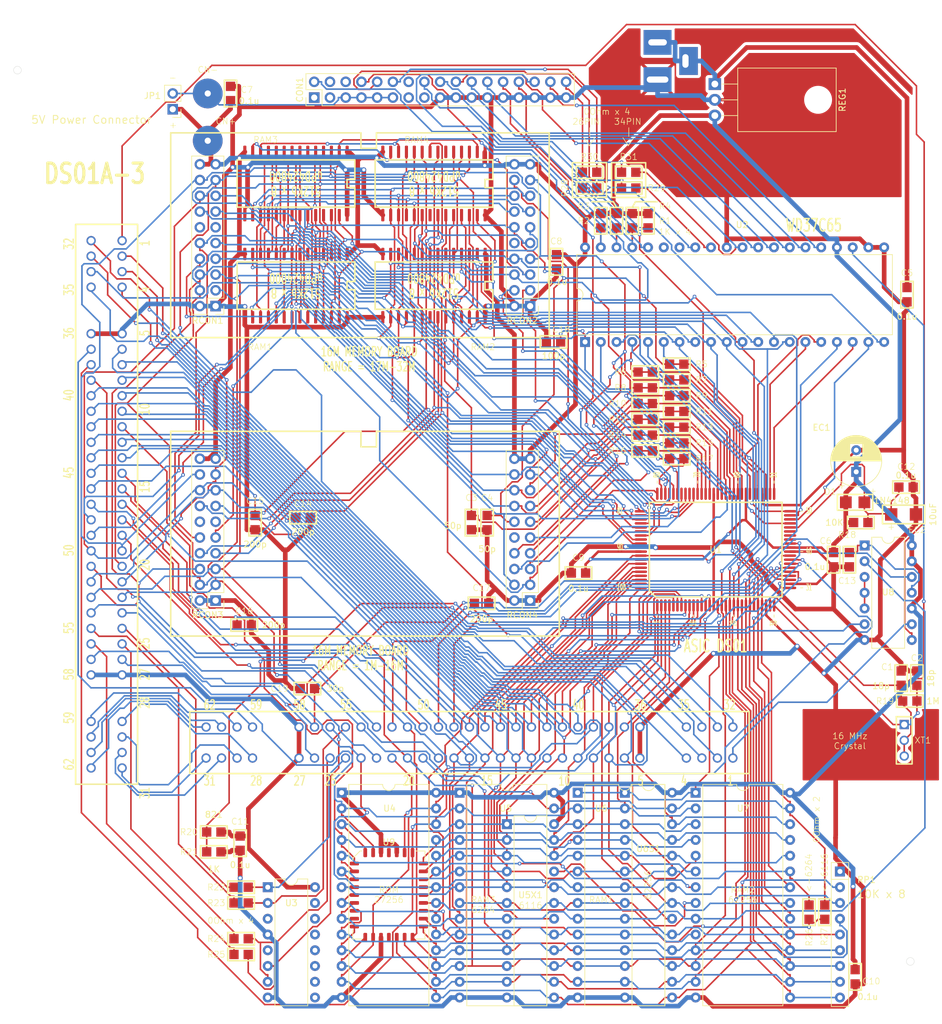
<source format=kicad_pcb>
(kicad_pcb (version 20240108) (generator "pcbnew") (generator_version "8.0")
  (layers (0 "F.Cu" signal) (31 "B.Cu" signal) (34 "B.Paste" user) (35 "F.Paste" user) (36 "B.SilkS" user "B.Silkscreen") (37 "F.SilkS" user "F.Silkscreen") (38 "B.Mask" user) (39 "F.Mask" user) (44 "Edge.Cuts" user))
  (net 0 "")
  (net 2 "/D1.Sys")
  (net 3 "/A9.RAM")
  (net 4 "/VREG.5V")
  (net 5 "/~{OE}.RAM1")
  (net 6 "/A7.RAM")
  (net 7 "/A8.RAM")
  (net 8 "/A0.RAM")
  (net 10 "/A5.RAM")
  (net 11 "/D0.Sys")
  (net 12 "/D6.Sys")
  (net 13 "/A2.RAM")
  (net 14 "/A3.RAM")
  (net 15 "/D3.Sys")
  (net 16 "/~{WE}.RAM1")
  (net 17 "/~{CAS}.RAM1-3")
  (net 18 "/D2.Sys")
  (net 19 "/D4.Sys")
  (net 20 "/A4.RAM")
  (net 21 "/D7.Sys")
  (net 22 "/D5.Sys")
  (net 23 "/A1.RAM")
  (net 24 "/~{RAS}.RAM")
  (net 25 "/A6.RAM")
  (net 26 "/GND")
  (net 27 "/~{CAS}.RAM2-4")
  (net 28 "/~{OE}.RAM4")
  (net 31 "/~{WE}.RAM4")
  (net 33 "/~{OE}.RAM3")
  (net 35 "/~{WE}.RAM3")
  (net 38 "/~{OE}.RAM2")
  (net 39 "/~{WE}.RAM2")
  (net 40 "/XIN")
  (net 41 "/XOUT")
  (net 42 "/SNES.5V")
  (net 43 "Net-(D1-A)")
  (net 44 "/Y4.Out")
  (net 45 "/BA4.Sys")
  (net 46 "/BA5.Sys")
  (net 47 "/BA6.Sys")
  (net 48 "/BA7.Sys")
  (net 49 "/~{DS1}.U2")
  (net 50 "/~{MotorEnableA}.U2")
  (net 51 "/~{DS2}.U2")
  (net 52 "/~{DiskChange{slash}Ready}")
  (net 53 "/~{DriveSelectB}")
  (net 54 "/~{RDD}.U2")
  (net 55 "/~{Index}.U2")
  (net 56 "/~{TR00}.U2")
  (net 57 "/~{WP}.U2")
  (net 58 "Net-(U1-SNES.Pwr_Detect)")
  (net 59 "/CIC.Out.P1.Game")
  (net 60 "/CIC.Out.P1.Sys")
  (net 61 "/CIC.Out.P2.Game")
  (net 62 "/CIC.Out.P2.Sys")
  (net 63 "/CIC.In.P7.Game")
  (net 64 "/CIC.In.P7.Sys")
  (net 65 "/CIC.In.P6.Game")
  (net 66 "/CIC.In.P6.Sys")
  (net 67 "/A11.Sys")
  (net 68 "Net-(U5-R{slash}~{W})")
  (net 69 "/~{Write}.Sys")
  (net 70 "/A0.Sys")
  (net 71 "/BA3.Sys")
  (net 72 "/PA5")
  (net 73 "/PA4")
  (net 74 "/PA0")
  (net 75 "/A6.Sys")
  (net 76 "/PA1")
  (net 77 "/CPU.Clock.Sys")
  (net 78 "/BA2.Sys")
  (net 79 "/REFRESH")
  (net 80 "/PA3")
  (net 81 "/A4.Sys")
  (net 82 "/~{Read}.Sys")
  (net 83 "/PA2")
  (net 84 "/A9.Sys")
  (net 85 "/A5.Sys")
  (net 86 "/A2.Sys")
  (net 87 "/A13.Sys")
  (net 88 "/BA1.Sys")
  (net 89 "/~{Reset}.Sys")
  (net 90 "/~{PARD}")
  (net 91 "/A8.Sys")
  (net 92 "/L.Audio")
  (net 93 "/A14.Sys")
  (net 94 "/PA6")
  (net 95 "/System.Clock")
  (net 96 "/A3.Sys")
  (net 97 "/EXPAND")
  (net 98 "/~{IRQ}")
  (net 99 "/A7.Sys")
  (net 100 "/~{WRAM}")
  (net 101 "/A10.Sys")
  (net 102 "/PA7")
  (net 103 "/~{Cart}.Sys")
  (net 104 "/A12.Sys")
  (net 105 "/A1.Sys")
  (net 106 "/BA0.Sys")
  (net 107 "/~{PAWR}")
  (net 108 "/R.Audio")
  (net 109 "/A15.Sys")
  (net 110 "/Game.Clock")
  (net 111 "/BA7.Game")
  (net 112 "/~{Cart}.Game")
  (net 113 "/~{OE}.RAM8")
  (net 115 "/Reset.U2")
  (net 116 "/~{WE}.RAM8")
  (net 117 "/~{OE}.RAM6")
  (net 118 "/~{OE}.RAM5")
  (net 119 "/IRQ.U2")
  (net 120 "/DMA.U2")
  (net 121 "/~{CS}.U5")
  (net 123 "/A14.U6.U7")
  (net 124 "/~{CS}.U2")
  (net 125 "/~{LDOR}.U2")
  (net 126 "/~{DACK}.U2")
  (net 127 "/A1.Special")
  (net 128 "/TC.U2")
  (net 129 "/~{OE}.RAM7")
  (net 130 "/~{WE}.RAM5")
  (net 132 "/~{WE}.RAM6")
  (net 133 "/~{CE}.U6")
  (net 134 "/A13.U6.U7")
  (net 135 "/~{CE}.U7")
  (net 136 "/~{CE}.U4")
  (net 137 "/~{WE}.RAM7")
  (net 138 "/~{LDCR}.U2")
  (net 140 "/~{STEP}.U2")
  (net 141 "/~{WD}.U2")
  (net 142 "/~{DensitySelect}.U2")
  (net 143 "/~{HS}.U2")
  (net 144 "/~{WE}.U2")
  (net 145 "/~{MotorEnableB}.U2")
  (net 147 "/~{DIRC}.U2")
  (net 157 "/Y1.Out")
  (net 158 "Net-(CON1-Pin_11)")
  (net 172 "/9V.In")
  (footprint "SFIII:SMD Passive" (layer "F.Cu") (at 287.19 123.23)
    (property "Reference" "R11")
    (property "Value" "DNP")
  )
  (footprint "SFIII:SMD Passive" (layer "F.Cu") (at 219.16 141.15 90)
    (property "Reference" "C15")
    (property "Value" "200 pF")
  )
  (footprint "SFIII:SMD Passive" (layer "F.Cu") (at 216.9 208.22)
    (property "Reference" "R24")
    (property "Value" "DNP")
  )
  (footprint "SFIII:ASIC DS01" (layer "F.Cu") (at 293.48 145.5)
    (property "Reference" "U1")
    (property "Value" "~")
  )
  (footprint "Package_DIP:DIP-28_W15.24mm" (layer "F.Cu") (at 233.12 184.68)
    (property "Reference" "U4")
    (property "Value" "~")
  )
  (footprint "SFIII:SMD Passive" (layer "F.Cu") (at 279.44 87.22)
    (property "Reference" "R29")
    (property "Value" "DNP")
  )
  (footprint "SFIII:uPD424800" (layer "F.Cu") (at 248.0233 102.95)
    (property "Reference" "RAM2")
    (property "Value" "~")
  )
  (footprint "SFIII:uPD424800" (layer "F.Cu") (at 225.7567 102.95)
    (property "Reference" "RAM1")
    (property "Value" "~")
  )
  (footprint "SFIII:SMD Passive" (layer "F.Cu") (at 311.08 203.94 90)
    (property "Reference" "R27")
    (property "Value" "0 Ohm")
  )
  (footprint "Connector_PinHeader_2.54mm:PinHeader_2x10_P2.54mm_Vertical" (layer "F.Cu") (at 212.79 106.25 180)
    (property "Reference" "RCON1")
    (property "Value" "Add-On RAM Card")
  )
  (footprint "SFIII:SMD Passive" (layer "F.Cu") (at 325.94 166.22 90)
    (property "Reference" "C2")
    (property "Value" "18 pF")
  )
  (footprint "SFIII:SMD Passive" (layer "F.Cu") (at 324.35 104.41 90)
    (property "Reference" "C5")
    (property "Value" "100 nF")
  )
  (footprint "SFIII:SMD Passive" (layer "F.Cu") (at 282.11 119.42)
    (property "Reference" "R8")
    (property "Value" "DNP")
  )
  (footprint "Connector_PinHeader_2.54mm:PinHeader_2x10_P2.54mm_Vertical" (layer "F.Cu") (at 263.54 153.71 180)
    (property "Reference" "RCON4")
    (property "Value" "Internal System RAM")
  )
  (footprint "SFIII:SMD Passive" (layer "F.Cu") (at 324.19 135.43)
    (property "Reference" "C12")
    (property "Value" "100 nF")
  )
  (footprint "Package_TO_SOT_THT:TO-220-3_Horizontal_TabDown" (layer "F.Cu") (at 293.34 70.46 -90)
    (property "Reference" "REG1")
    (property "Value" "LM7805_TO220")
  )
  (footprint "SFIII:DC Jack" (layer "F.Cu") (at 284.1 66.74)
    (property "Reference" "J1" (hide yes))
    (property "Value" "Barrel_Jack")
  )
  (footprint "Package_DIP:DIP-14_W7.62mm" (layer "F.Cu") (at 317.5 144.83)
    (property "Reference" "U8")
    (property "Value" "~")
  )
  (footprint "SFIII:SMD Passive" (layer "F.Cu") (at 282.11 116.88)
    (property "Reference" "R6")
    (property "Value" "DNP")
  )
  (footprint "SFIII:SMD Passive" (layer "F.Cu") (at 287.19 128.31)
    (property "Reference" "R15")
    (property "Value" "DNP")
  )
  (footprint "SFIII:SMD Passive" (layer "F.Cu") (at 315.98 214.36 90)
    (property "Reference" "C10")
    (property "Value" "100 nF")
  )
  (footprint "SFIII:SMD Passive" (layer "F.Cu") (at 216.9 202.46)
    (property "Reference" "R23")
    (property "Value" "DNP")
  )
  (footprint "SFIII:SMD Passive" (layer "F.Cu") (at 273.14 84.68)
    (property "Reference" "R30")
    (property "Value" "DNP")
  )
  (footprint "Package_DIP:DIP-16_W7.62mm" (layer "F.Cu") (at 221.2 199.92)
    (property "Reference" "U3")
    (property "Value" "~")
  )
  (footprint "Package_DIP:DIP-40_W15.24mm" (layer "F.Cu") (at 272.4 112.03 90)
    (property "Reference" "U2")
    (property "Value" "~")
  )
  (footprint "SFIII:SMD Passive" (layer "F.Cu") (at 216.9 199.92)
    (property "Reference" "R22")
    (property "Value" "DNP")
  )
  (footprint "SFIII:SMD Passive" (layer "F.Cu") (at 323.4 166.22 90)
    (property "Reference" "C1")
    (property "Value" "18 pF")
  )
  (footprint "SFIII:SMD Passive" (layer "F.Cu") (at 287.19 130.85)
    (property "Reference" "R17")
    (property "Value" "DNP")
  )
  (footprint "SFIII:Cartridge Slot" (layer "F.Cu") (at 195.2 138.2 90)
    (property "Reference" "CN2" (hide yes))
    (property "Value" "~")
  )
  (footprint "SFIII:SMD Passive" (layer "F.Cu") (at 267.31 112.03)
    (property "Reference" "C18")
    (property "Value" "100p")
  )
  (footprint "SFIII:SMD Passive" (layer "F.Cu") (at 312.51 147.13 90)
    (property "Reference" "C6")
    (property "Value" "100 nF")
  )
  (footprint "SFIII:Cartridge Slot" (layer "F.Cu") (at 253.75 176.6)
    (property "Reference" "CN1" (hide yes))
    (property "Value" "~")
  )
  (footprint "SFIII:SMD Passive" (layer "F.Cu") (at 212.5 191.02)
    (property "Reference" "R20")
    (property "Value" "821")
  )
  (footprint "SFIII:SMD Passive" (layer "F.Cu") (at 217.4 157.66)
    (property "Reference" "C16")
    (property "Value" "200 pF")
  )
  (footprint "SFIII:SMD Passive" (layer "F.Cu") (at 287.19 125.77)
    (property "Reference" "R13")
    (property "Value" "DNP")
  )
  (footprint "SFIII:SMD Passive" (layer "F.Cu") (at 256.6 141.15 90)
    (property "Reference" "C4")
    (property "Value" "50 pF")
  )
  (footprint "SFIII:SMD Passive" (layer "F.Cu") (at 324.8 169.91)
    (property "Reference" "R19")
    (property "Value" "1M Ohm")
  )
  (footprint "SFIII:SMD Passive" (layer "F.Cu") (at 255.7 154.16)
    (property "Reference" "C17")
    (property "Value" "200 pF")
  )
  (footprint "Package_DIP:DIP-28_W15.24mm" (layer "F.Cu") (at 290.24 184.68)
    (property "Reference" "U7")
    (property "Value" "~")
  )
  (footprint "SFIII:SMD Passive" (layer "F.Cu") (at 287.19 115.61)
    (property "Reference" "R5")
    (property "Value" "DNP")
  )
  (footprint "SFIII:SMD Passive" (layer "F.Cu") (at 254.06 141.15 90)
    (property "Reference" "C3")
    (property "Value" "50 pF")
  )
  (footprint "SFIII:SMD Passive" (layer "F.Cu") (at 273.14 87.22)
    (property "Reference" "R28")
    (property "Value" "0 Ohm")
  )
  (footprint "SFIII:SMD Passive" (layer "F.Cu") (at 227.6 167.9)
    (property "Reference" "C19")
    (property "Value" "30p")
  )
  (footprint "Connector_PinHeader_2.54mm:PinHeader_1x02_P2.54mm_Vertical" (layer "F.Cu") (at 205.87 74.52 180)
    (property "Reference" "JP1")
    (property "Value" "Power Connector - OPEN" (hide yes))
  )
  (footprint "SFIII:SMD Passive" (layer "F.Cu") (at 282.11 129.58)
    (property "Reference" "R16")
    (property "Value" "DNP")
  )
  (footprint "Connector_PinHeader_2.54mm:PinHeader_2x10_P2.54mm_Vertical" (layer "F.Cu") (at 212.79 153.71 180)
    (property "Reference" "RCON3")
    (property "Value" "Internal System RAM")
  )
  (footprint "SFIII:SMD Passive" (layer "F.Cu") (at 215.2 71.98 90)
    (property "Reference" "C7")
    (property "Value" "100 nF")
  )
  (footprint "SFIII:SMD Passive" (layer "F.Cu") (at 282.56 92.49 90)
    (property "Reference" "R1")
    (property "Value" "1K Ohm")
  )
  (footprint "SFIII:SMD Passive" (layer "F.Cu") (at 282.11 127.04)
    (property "Reference" "R14")
    (property "Value" "DNP")
  )
  (footprint "SFIII:uPD424800" (layer "F.Cu") (at 248.0233 86.49)
    (property "Reference" "RAM4")
    (property "Value" "~")
  )
  (footprint "SFIII:SMD Passive" (layer "F.Cu") (at 216.75 192.82 90)
    (property "Reference" "C11")
    (property "Value" "100 nF")
  )
  (footprint "Package_DIP:DIP-24_W7.62mm" (layer "F.Cu") (at 259.78 189.76)
    (property "Reference" "U5X1")
    (property "Value" "Alternate U5")
  )
  (footprint "SFIII:SMD Passive" (layer "F.Cu") (at 287.19 120.69)
    (property "Reference" "R9")
    (property "Value" "DNP")
  )
  (footprint "Connector_PinHeader_2.54mm:PinHeader_2x17_P2.54mm_Vertical" (layer "F.Cu") (at 228.7 72.64 90)
    (property "Reference" "CON1")
    (property "Value" "Floppy Drive Connector")
  )
  (footprint "SFIII:EC2" (layer "F.Cu") (at 323.79 139.83)
    (property "Reference" "EC2")
    (property "Value" "10 uF DNP")
  )
  (footprint "SFIII:SMD Passive" (layer "F.Cu") (at 279.44 84.68)
    (property "Reference" "R31")
    (property "Value" "0 Ohm")
  )
  (footprint "Resistor_THT:R_Array_SIP9" (layer "F.Cu") (at 313.53 197.38 -90)
    (property "Reference" "RP1")
    (property "Value" "10K x 8")
  )
  (footprint "SFIII:SMD Passive" (layer "F.Cu") (at 287.19 118.15)
    (property "Reference" "R7")
    (property "Value" "DNP")
  )
  (footprint "SFIII:SMD Passive" (layer "F.Cu") (at 216.9 210.76)
    (property "Reference" "R25")
    (property "Value" "DNP")
  )
  (footprint "Connector_PinHeader_2.54mm:PinHeader_2x10_P2.54mm_Vertical" (layer "F.Cu") (at 263.54 106.25 180)
    (property "Reference" "RCON2")
    (property "Value" "Add-On RAM Card")
  )
  (footprint "Capacitor_THT:CP_Radial_D8.0mm_P3.50mm" (layer "F.Cu") (at 316.15 132.97 90)
    (property "Reference" "EC1")
    (property "Value" "1000 uF")
  )
  (footprint "SFIII:SMD Passive" (layer "F.Cu") (at 315.05 147.13 90)
    (property "Reference" "C13")
    (property "Value" "DNP")
  )
  (footprint "SFIII:uPD424800" (layer "F.Cu") (at 225.7567 86.49)
    (property "Reference" "RAM3")
    (property "Value" "~")
  )
  (footprint "Package_LCC:PLCC-32_11.4x14.0mm_P1.27mm" (layer "F.Cu") (at 240.745 201.18)
    (property "Reference" "U9")
    (property "Value" "27C256 PLCC-32")
  )
  (footprint "SFIII:SMD Passive" (layer "F.Cu") (at 271.34 149.28)
    (property "Reference" "C9")
    (property "Value" "100 nF")
  )
  (footprint "SFIII:SMD Passive" (layer "F.Cu") (at 267.79 99.11 90)
    (property "Reference" "C8")
    (property "Value" "100 nF")
  )
  (footprint "SFIII:SMD Passive" (layer "F.Cu") (at 226.9 140.36)
    (property "Reference" "C14")
    (property "Value" "200 pF")
  )
  (footprint "SFIII:SMD Passive" (layer "F.Cu") (at 282.11 124.5)
    (property "Reference" "R12")
    (property "Value" "DNP")
  )
  (footprint "SFIII:SMD Passive" (layer "F.Cu") (at 282.11 121.96)
    (property "Reference" "R10")
    (property "Value" "DNP")
  )
  (footprint "SFIII:SMD Passive" (layer "F.Cu") (at 280.02 92.49 90)
    (property "Reference" "R4")
    (property "Value" "1K Ohm")
  )
  (footprint "SFIII:SMD Passive" (layer "F.Cu") (at 308.54 203.94 90)
    (property "Reference" "R26")
    (property "Value" "DNP")
  )
  (footprint "Package_DIP:DIP-28_W15.24mm" (layer "F.Cu") (at 271.2 184.68)
    (property "Reference" "U6")
    (property "Value" "~")
  )
  (footprint "SFIII:SMD Passive" (layer "F.Cu") (at 212.5 194.22)
    (property "Reference" "R21")
    (property "Value" "1K Ohm")
  )
  (footprint "SFIII:SMD Passive" (layer "F.Cu") (at 277.48 92.49 90)
    (property "Reference" "R3")
    (property "Value" "1K Ohm")
  )
  (footprint "SFIII:SMD Passive" (layer "F.Cu") (at 316.89 141.14)
    (property "Reference" "R18")
    (property "Value" "10K Ohm DNP")
  )
  (footprint "SFIII:SMD Passive" (layer "F.Cu") (at 274.94 92.49 90)
    (property "Reference" "R2")
    (property "Value" "1K Ohm")
  )
  (footprint "SFIII:Diode" (layer "F.Cu") (at 315.97 137.88)
    (property "Reference" "D1")
    (property "Value" "1N4148")
  )
  (footprint "Package_DIP:DIP-28_W15.24mm" (layer "F.Cu") (at 252.16 184.68)
    (property "Reference" "U5")
    (property "Value" "~")
  )
  (footprint "Package_DIP:DIP-28_W7.62mm" (layer "F.Cu") (at 278.82 184.68)
    (property "Reference" "U6S1")
    (property "Value" "Alternate U6")
  )
  (footprint "SFIII:Crystal" (layer "F.Cu") (at 323.9 176.24)
    (property "Reference" "XT1")
    (property "Value" "16 MHz Crystal")
  )
  (gr_line (start 265.1 111.325) (end 205.54 111.325) (stroke (width 0.25)) (layer "F.SilkS"))
  (gr_line (start 268.24 159.435) (end 205.54 159.435) (stroke (width 0.25)) (layer "F.SilkS"))
  (gr_rect (start 270.36 83.14) (end 275.86 88.74) (stroke (width 0.25)) (fill none) (layer "F.SilkS"))
  (gr_line (start 205.54 159.435) (end 205.54 126.435) (stroke (width 0.25)) (layer "F.SilkS"))
  (gr_line (start 273.47 89.43) (end 276.97 89.43) (stroke (width 0.25)) (layer "F.SilkS"))
  (gr_line (start 205.54 111.325) (end 205.54 78.325) (stroke (width 0.25)) (layer "F.SilkS"))
  (gr_line (start 268.24 126.435) (end 268.24 159.435) (stroke (width 0.25)) (layer "F.SilkS"))
  (gr_line (start 238.74 126.435) (end 268.24 126.435) (stroke (width 0.25)) (layer "F.SilkS"))
  (gr_line (start 276.97 89.43) (end 277.48 90.34) (stroke (width 0.25)) (layer "F.SilkS"))
  (gr_line (start 238.74 126.435) (end 238.74 128.935) (stroke (width 0.25)) (layer "F.SilkS"))
  (gr_line (start 238.74 78.325) (end 266.61 78.325) (stroke (width 0.25)) (layer "F.SilkS"))
  (gr_line (start 284.03 89.43) (end 280.53 89.43) (stroke (width 0.25)) (layer "F.SilkS"))
  (gr_line (start 238.74 78.325) (end 238.74 80.825) (stroke (width 0.25)) (layer "F.SilkS"))
  (gr_line (start 205.54 78.325) (end 236.24 78.325) (stroke (width 0.25)) (layer "F.SilkS"))
  (gr_line (start 238.74 80.825) (end 236.24 80.825) (stroke (width 0.25)) (layer "F.SilkS"))
  (gr_line (start 236.24 128.935) (end 236.24 126.435) (stroke (width 0.25)) (layer "F.SilkS"))
  (gr_line (start 205.54 126.435) (end 236.24 126.435) (stroke (width 0.25)) (layer "F.SilkS"))
  (gr_line (start 238.74 128.935) (end 236.24 128.935) (stroke (width 0.25)) (layer "F.SilkS"))
  (gr_line (start 236.24 80.825) (end 236.24 78.325) (stroke (width 0.25)) (layer "F.SilkS"))
  (gr_line (start 266.61 78.325) (end 266.61 111) (stroke (width 0.25)) (layer "F.SilkS"))
  (gr_rect (start 276.68 83.14) (end 282.18 88.74) (stroke (width 0.25)) (fill none) (layer "F.SilkS"))
  (gr_line (start 280.53 89.43) (end 280.02 90.34) (stroke (width 0.25)) (layer "F.SilkS"))
  (gr_circle (center 180.82 68.22) (end 180.2 68.3) (stroke (width 0.05)) (fill none) (layer "Edge.Cuts"))
  (gr_circle (center 207.5 207.5) (end 209 207.5) (stroke (width 0.002)) (fill none) (layer "Edge.Cuts"))
  (gr_circle (center 317.95 191.95) (end 322.2 191.95) (stroke (width 0.002)) (fill none) (layer "Edge.Cuts"))
  (gr_circle (center 325 217) (end 326.5 217) (stroke (width 0.002)) (fill none) (layer "Edge.Cuts"))
  (gr_line (start 273 60) (end 273 65) (stroke (width 0.002)) (layer "Edge.Cuts"))
  (gr_line (start 330 222) (end 216 222) (stroke (width 0.002)) (layer "Edge.Cuts"))
  (gr_line (start 330 207.6) (end 326.5 207.6) (stroke (width 0.002)) (layer "Edge.Cuts"))
  (gr_circle (center 223.85 191.95) (end 228.1 191.95) (stroke (width 0.002)) (fill none) (layer "Edge.Cuts"))
  (gr_line (start 178 65) (end 178 74.5) (stroke (width 0.002)) (layer "Edge.Cuts"))
  (gr_line (start 330 222) (end 330 207.6) (stroke (width 0.002)) (layer "Edge.Cuts"))
  (gr_line (start 216 222) (end 216 217) (stroke (width 0.002)) (layer "Edge.Cuts"))
  (gr_circle (center 324.88 211.88) (end 324.26 211.96) (stroke (width 0.05)) (fill none) (layer "Edge.Cuts"))
  (gr_rect (start 303.5 171.2) (end 307 182.7) (stroke (width 0.002)) (fill none) (layer "Edge.Cuts"))
  (gr_line (start 330 77.65) (end 326.5 77.65) (stroke (width 0.002)) (layer "Edge.Cuts"))
  (gr_line (start 181.5 77.75) (end 181.5 74.5) (stroke (width 0.002)) (layer "Edge.Cuts"))
  (gr_line (start 330 74.4) (end 326.5 74.4) (stroke (width 0.002)) (layer "Edge.Cuts"))
  (gr_rect (start 201 171.2) (end 204.5 182.7) (stroke (width 0.002)) (fill none) (layer "Edge.Cuts"))
  (gr_circle (center 223.95 121.95) (end 228.2 121.95) (stroke (width 0.002)) (fill none) (layer "Edge.Cuts"))
  (gr_line (start 178 77.75) (end 178 159.5) (stroke (width 0.002)) (layer "Edge.Cuts"))
  (gr_line (start 178 217) (end 216 217) (stroke (width 0.002)) (layer "Edge.Cuts"))
  (gr_line (start 326.5 207.6) (end 326.5 204.35) (stroke (width 0.002)) (layer "Edge.Cuts"))
  (gr_line (start 178 77.75) (end 181.5 77.75) (stroke (width 0.002)) (layer "Edge.Cuts"))
  (gr_line (start 330 204.35) (end 326.5 204.35) (stroke (width 0.002)) (layer "Edge.Cuts"))
  (gr_line (start 178 159.5) (end 181.5 159.5) (stroke (width 0.002)) (layer "Edge.Cuts"))
  (gr_circle (center 325 65) (end 326.5 65) (stroke (width 0.002)) (fill none) (layer "Edge.Cuts"))
  (gr_line (start 178 65) (end 273 65) (stroke (width 0.002)) (layer "Edge.Cuts"))
  (gr_line (start 178 162.75) (end 178 217) (stroke (width 0.002)) (layer "Edge.Cuts"))
  (gr_line (start 178 162.75) (end 181.5 162.75) (stroke (width 0.002)) (layer "Edge.Cuts"))
  (gr_line (start 273 60) (end 330 60) (stroke (width 0.002)) (layer "Edge.Cuts"))
  (gr_line (start 330 204.35) (end 330 77.65) (stroke (width 0.002)) (layer "Edge.Cuts"))
  (gr_line (start 330 60) (end 330 74.4) (stroke (width 0.002)) (layer "Edge.Cuts"))
  (gr_circle (center 317.95 121.95) (end 322.2 121.95) (stroke (width 0.002)) (fill none) (layer "Edge.Cuts"))
  (gr_line (start 178 74.5) (end 181.5 74.5) (stroke (width 0.002)) (layer "Edge.Cuts"))
  (gr_line (start 181.5 162.75) (end 181.5 159.5) (stroke (width 0.002)) (layer "Edge.Cuts"))
  (gr_line (start 326.5 74.4) (end 326.5 77.65) (stroke (width 0.002)) (layer "Edge.Cuts"))
  (gr_text "CN+" (at 212.74 77.04 0) (layer "F.SilkS") (effects (font (size 1 1) (thickness 0.1)) (justify left bottom)))
  (gr_text "512Kb x 8\nuPD424800" (at 248.023332 84.411042 180) (layer "F.SilkS") (effects (font (size 1.5 1) (thickness 0.2) (bold yes)) (justify bottom)))
  (gr_text "RAM1" (at 275.009999 202.524472 0) (layer "F.SilkS") (effects (font (size 1 1) (thickness 0.1)) (justify bottom)))
  (gr_text "512Kb x 8\nuPD424800" (at 248.023332 100.871042 180) (layer "F.SilkS") (effects (font (size 1.5 1) (thickness 0.2) (bold yes)) (justify bottom)))
  (gr_text "<-6264" (at 309.0795 200.84 90) (layer "F.SilkS") (effects (font (size 1 1) (thickness 0.1)) (justify left bottom)))
  (gr_text "16M MEMORY BOARD\nRANGE = 1M-16M" (at 236.18 165.07 0) (layer "F.SilkS") (effects (font (size 1.5 1) (thickness 0.2) (bold yes)) (justify bottom)))
  (gr_text "CN-" (at 209.827143 68.74 0) (layer "F.SilkS") (effects (font (size 1 1) (thickness 0.1)) (justify left bottom)))
  (gr_text "6116" (at 261.635238 203.44 0) (layer "F.SilkS") (effects (font (size 1 1) (thickness 0.1)) (justify left bottom)))
  (gr_text "512Kb x 8\nuPD424800" (at 225.756666 84.411042 180) (layer "F.SilkS") (effects (font (size 1.5 1) (thickness 0.2) (bold yes)) (justify bottom)))
  (gr_text "512Kb x 8\nuPD424800" (at 225.756666 100.871042 180) (layer "F.SilkS") (effects (font (size 1.5 1) (thickness 0.2) (bold yes)) (justify bottom)))
  (gr_text "ROM\n27256" (at 240.739999 202.524472 0) (layer "F.SilkS") (effects (font (size 1 1) (thickness 0.1)) (justify bottom)))
  (gr_text "+" (at 205.25 77.65 0) (layer "F.SilkS") (effects (font (size 1 1) (thickness 0.1)) (justify left bottom)))
  (gr_text "0Ohm x 2" (at 310.3495 192.82 90) (layer "F.SilkS") (effects (font (size 1 1) (thickness 0.1)) (justify left bottom)))
  (gr_text "0Ohm x 4" (at 211.41 205.8795 0) (layer "F.SilkS") (effects (font (size 1 1) (thickness 0.1)) (justify left bottom)))
  (gr_text "-" (at 205.19 70.01 0) (layer "F.SilkS") (effects (font (size 1 1) (thickness 0.1)) (justify left bottom)))
  (gr_text "62256" (at 283.1695 201.97 90) (layer "F.SilkS") (effects (font (size 1 1) (thickness 0.1)) (justify left bottom)))
  (gr_text "RAM2\n62256" (at 297.859999 202.524472 0) (layer "F.SilkS") (effects (font (size 1 1) (thickness 0.1)) (justify bottom)))
  (gr_text "DS01A-3" (at 184.82 86.76 0) (layer "F.SilkS") (effects (font (size 3.15 2.35) (thickness 0.5) (bold yes)) (justify left bottom)))
  (gr_text "16M MEMORY BOARD\nRANGE = 17M-32M" (at 237.57 116.89 0) (layer "F.SilkS") (effects (font (size 1.5 1) (thickness 0.2) (bold yes)) (justify bottom)))
  (gr_text "<-6116" (at 311.6195 200.81 90) (layer "F.SilkS") (effects (font (size 1 1) (thickness 0.1)) (justify left bottom)))
  (gr_text "ASIC DS01" (at 288.17 162.21 0) (layer "F.SilkS") (effects (font (size 2 1.3) (thickness 0.25) (bold yes)) (justify left bottom)))
  (gr_text "16 MHz\nCrystal" (at 315.13 177.74 0) (layer "F.SilkS") (effects (font (size 1 1) (thickness 0.1)) (justify bottom)))
  (gr_text "0Ohm x 4\n26PIN   34PIN\n |       |\n \\/      \\/" (at 275.93 80.32 0) (layer "F.SilkS") (effects (font (size 1 1) (thickness 0.1)) (justify bottom)))
  (gr_text "WD37C65" (at 304.61 94.4 0) (layer "F.SilkS") (effects (font (size 2 1.3) (thickness 0.25) (bold yes)) (justify left bottom)))
  (gr_text "RAM3\n6264" (at 255.969999 204.134416 0) (layer "F.SilkS") (effects (font (size 1 1) (thickness 0.1)) (justify bottom)))
  (gr_text "1K x 4" (at 284.21 94.86 0) (layer "F.SilkS") (effects (font (size 1 1) (thickness 0.1)) (justify left bottom)))
  (segment (start 209.187 107.047) (end 209.187 110.119) (width 0.25) (layer "F.Cu") (net 2))
  (segment (start 268.9466 211.4933) (end 270.0733 212.62) (width 0.25) (layer "F.Cu") (net 2))
  (segment (start 257.8532 99.0691) (end 257.8532 95.6839) (width 0.25) (layer "F.Cu") (net 2))
  (segment (start 252.16 212.62) (end 254.1901 212.62) (width 0.25) (layer "F.Cu") (net 2))
  (segment (start 240 175.35) (end 240 163.4084) (width 0.25) (layer "F.Cu") (net 2))
  (segment (start 209.187 110.119) (end 209.1855 110.1205) (width 0.25) (layer "F.Cu") (net 2))
  (segment (start 210.25 151.17) (end 210.25 149.9933) (width 0.25) (layer "F.Cu") (net 2))
  (segment (start 256.2875 109.7353) (end 257.0973 109.7353) (width 0.25) (layer "F.Cu") (net 2))
  (segment (start 198.52 121.9693) (end 198.52 121.9) (width 0.25) (layer "F.Cu") (net 2))
  (segment (start 259.78 212.62) (end 260.9067 212.62) (width 0.25) (layer "F.Cu") (net 2))
  (segment (start 296.7598 201.8956) (end 296.7598 199.283316) (width 0.25) (layer "F.Cu") (net 2))
  (segment (start 233.12 211.4933) (end 233.4592 211.4933) (width 0.25) (layer "F.Cu") (net 2))
  (segment (start 290.24 212.62) (end 290.24 211.4933) (width 0.25) (layer "F.Cu") (net 2))
  (segment (start 281.0734 211.4933) (end 287.9866 211.4933) (width 0.25) (layer "F.Cu") (net 2))
  (segment (start 295.1661 168.8104) (end 295.1661 154.5611) (width 0.25) (layer "F.Cu") (net 2))
  (segment (start 255.0083 108.4561) (end 256.2875 109.7353) (width 0.25) (layer "F.Cu") (net 2))
  (segment (start 243.75 179.1) (end 240 175.35) (width 0.25) (layer "F.Cu") (net 2))
  (segment (start 209.8822 149.9933) (end 209.0733 149.1844) (width 0.25) (layer "F.Cu") (net 2))
  (segment (start 260.9067 212.62) (end 262.0334 211.4933) (width 0.25) (layer "F.Cu") (net 2))
  (segment (start 198.52 121.9) (end 196.991 121.9) (width 0.25) (layer "F.Cu") (net 2))
  (segment (start 254.1901 212.62) (end 254.1901 183.5196) (width 0.25) (layer "F.Cu") (net 2))
  (segment (start 234.8422 94.9676) (end 232.7417 92.8671) (width 0.25) (layer "F.Cu") (net 2))
  (segment (start 196.6096 122.2814) (end 196.6096 147.1096) (width 0.25) (layer "F.Cu") (net 2))
  (segment (start 209.0732 105.6957) (end 209.0732 106.9332) (width 0.25) (layer "F.Cu") (net 2))
  (segment (start 209.8822 104.8867) (end 209.0732 105.6957) (width 0.25) (layer "F.Cu") (net 2))
  (segment (start 255.0564 99.8927) (end 255.0083 99.9408) (width 0.25) (layer "F.Cu") (net 2))
  (segment (start 232.7861 101.0736) (end 236.3827 97.477) (width 0.25) (layer "F.Cu") (net 2))
  (segment (start 298.2161 171.8604) (end 295.1661 168.8104) (width 0.25) (layer "F.Cu") (net 2))
  (segment (start 196.6096 147.1096) (end 197.7 148.2) (width 0.25) (layer "F.Cu") (net 2))
  (segment (start 296.7598 205.1863) (end 296.7598 201.8956) (width 0.25) (layer "F.Cu") (net 2))
  (segment (start 210.25 103.71) (end 210.25 104.8867) (width 0.25) (layer "F.Cu") (net 2))
  (segment (start 232.7417 92.8671) (end 232.7417 91.59) (width 0.25) (layer "F.Cu") (net 2))
  (segment (start 234.8422 96.1377) (end 234.8422 94.9676) (width 0.25) (layer "F.Cu") (net 2))
  (segment (start 255.0083 108.05) (end 255.0083 108.4561) (width 0.25) (layer "F.Cu") (net 2))
  (segment (start 255.0083 92.839) (end 255.0083 91.59) (width 0.25) (layer "F.Cu") (net 2))
  (segment (start 209.0733 144.4217) (end 205.382 140.7304) (width 0.25) (layer "F.Cu") (net 2))
  (segment (start 210.25 149.9933) (end 209.8822 149.9933) (width 0.25) (layer "F.Cu") (net 2))
  (segment (start 287.9866 211.4933) (end 289.1133 212.62) (width 0.25) (layer "F.Cu") (net 2))
  (segment (start 271.2 212.62) (end 270.0733 212.62) (width 0.25) (layer "F.Cu") (net 2))
  (segment (start 262.0334 211.4933) (end 268.9466 211.4933) (width 0.25) (layer "F.Cu") (net 2))
  (segment (start 290.24 212.62) (end 289.1133 212.62) (width 0.25) (layer "F.Cu") (net 2))
  (segment (start 298.2161 197.827016) (end 298.2161 171.8604) (width 0.25) (layer "F.Cu") (net 2))
  (segment (start 290.24 211.4933) (end 290.4528 211.4933) (width 0.25) (layer "F.Cu") (net 2))
  (segment (start 290.4528 211.4933) (end 296.7598 205.1863) (width 0.25) (layer "F.Cu") (net 2))
  (segment (start 255.0083 99.9408) (end 255.0083 108.05) (width 0.25) (layer "F.Cu") (net 2))
  (segment (start 205.382 128.8313) (end 198.52 121.9693) (width 0.25) (layer "F.Cu") (net 2))
  (segment (start 232.7417 101.0834) (end 232.7319 101.0736) (width 0.25) (layer "F.Cu") (net 2))
  (segment (start 232.7319 101.0736) (end 232.7861 101.0736) (width 0.25) (layer "F.Cu") (net 2))
  (segment (start 233.12 212.62) (end 233.12 211.4933) (width 0.25) (layer "F.Cu") (net 2))
  (segment (start 233.4592 211.4933) (end 236.935 208.0175) (width 0.25) (layer "F.Cu") (net 2))
  (segment (start 232.7417 108.05) (end 232.7417 101.0834) (width 0.25) (layer "F.Cu") (net 2))
  (segment (start 296.7598 199.283316) (end 298.2161 197.827016) (width 0.25) (layer "F.Cu") (net 2))
  (segment (start 209.0732 106.9332) (end 209.187 107.047) (width 0.25) (layer "F.Cu") (net 2))
  (segment (start 295.1661 154.5611) (end 295.105 154.5) (width 0.25) (layer "F.Cu") (net 2))
  (segment (start 209.1855 111.2345) (end 198.52 121.9) (width 0.25) (layer "F.Cu") (net 2))
  (segment (start 279.9467 212.62) (end 281.0734 211.4933) (width 0.25) (layer "F.Cu") (net 2))
  (segment (start 254.1901 212.62) (end 259.78 212.62) (width 0.25) (layer "F.Cu") (net 2))
  (segment (start 209.0733 149.1844) (end 209.0733 144.4217) (width 0.25) (layer "F.Cu") (net 2))
  (segment (start 210.25 104.8867) (end 209.8822 104.8867) (width 0.25) (layer "F.Cu") (net 2))
  (segment (start 196.991 121.9) (end 196.6096 122.2814) (width 0.25) (layer "F.Cu") (net 2))
  (segment (start 278.82 212.62) (end 279.9467 212.62) (width 0.25) (layer "F.Cu") (net 2))
  (segment (start 209.1855 110.1205) (end 209.1855 111.2345) (width 0.25) (layer "F.Cu") (net 2))
  (segment (start 205.382 140.7304) (end 205.382 128.8313) (width 0.25) (layer "F.Cu") (net 2))
  (segment (start 240 163.4084) (end 237.4518 160.8602) (width 0.25) (layer "F.Cu") (net 2))
  (segment (start 257.8532 95.6839) (end 255.0083 92.839) (width 0.25) (layer "F.Cu") (net 2))
  (via (at 236.3827 97.477) (size 0.6) (drill 0.3) (layers "F.Cu" "B.Cu") (net 2))
  (via (at 255.0564 99.8927) (size 0.6) (drill 0.3) (layers "F.Cu" "B.Cu") (net 2))
  (via (at 257.0973 109.7353) (size 0.6) (drill 0.3) (layers "F.Cu" "B.Cu") (net 2))
  (via (at 254.1901 183.5196) (size 0.6) (drill 0.3) (layers "F.Cu" "B.Cu") (net 2))
  (via (at 237.4518 160.8602) (size 0.6) (drill 0.3) (layers "F.Cu" "B.Cu") (net 2))
  (via (at 296.7598 201.8956) (size 0.6) (drill 0.3) (layers "F.Cu" "B.Cu") (net 2))
  (via (at 234.8422 96.1377) (size 0.6) (drill 0.3) (layers "F.Cu" "B.Cu") (net 2))
  (via (at 257.8532 99.0691) (size 0.6) (drill 0.3) (layers "F.Cu" "B.Cu") (net 2))
  (via (at 232.7319 101.0736) (size 0.6) (drill 0.3) (layers "F.Cu" "B.Cu") (net 2))
  (segment (start 242.3058 97.477) (end 236.3827 97.477) (width 0.25) (layer "B.Cu") (net 2))
  (segment (start 255.0564 99.8927) (end 254.2453 99.0816) (width 0.25) (layer "B.Cu") (net 2))
  (segment (start 210.25 103.71) (end 210.25 102.5333) (width 0.25) (layer "B.Cu") (net 2))
  (segment (start 210.25 151.17) (end 211.4267 151.17) (width 0.25) (layer "B.Cu") (net 2))
  (segment (start 236.1815 97.477) (end 234.8422 96.1377) (width 0.25) (layer "B.Cu") (net 2))
  (segment (start 290.18 112.03) (end 289.0533 112.03) (width 0.25) (layer "B.Cu") (net 2))
  (segment (start 210.6589 99.9) (end 211.6133 98.9456) (width 0.25) (layer "B.Cu") (net 2))
  (segment (start 249.7692 213.7467) (end 235.3734 213.7467) (width 0.25) (layer "B.Cu") (net 2))
  (segment (start 270.7583 109.7798) (end 270.9086 109.6295) (width 0.25) (layer "B.Cu") (net 2))
  (segment (start 212.2356 149.9933) (end 211.4267 150.8022) (width 0.25) (layer "B.Cu") (net 2))
  (segment (start 270.9086 109.6295) (end 286.9345 109.6295) (width 0.25) (layer "B.Cu") (net 2))
  (segment (start 226.6373 97.4466) (end 227.805 98.6143) (width 0.25) (layer "B.Cu") (net 2))
  (segment (start 257.0296 99.8927) (end 257.8532 99.0691) (width 0.25) (layer "B.Cu") (net 2))
  (segment (start 211.6133 98.116) (end 212.2827 97.4466) (width 0.25) (layer "B.Cu") (net 2))
  (segment (start 254.2453 99.0816) (end 243.9104 99.0816) (width 0.25) (layer "B.Cu") (net 2))
  (segment (start 311.2215 201.2782) (end 297.3772 201.2782) (width 0.25) (layer "B.Cu") (net 2))
  (segment (start 248.1696 183.5196) (end 254.1901 183.5196) (width 0.25) (layer "B.Cu") (net 2))
  (segment (start 211.6133 98.9456) (end 211.6133 98.116) (width 0.25) (layer "B.Cu") (net 2))
  (segment (start 237.4518 160.8602) (end 226.5849 149.9933) (width 0.25) (layer "B.Cu") (net 2))
  (segment (start 278.82 212.62) (end 271.2 212.62) (width 0.25) (layer "B.Cu") (net 2))
  (segment (start 243.9104 99.0816) (end 242.3058 97.477) (width 0.25) (layer "B.Cu") (net 2))
  (segment (start 233.12 212.62) (end 234.2467 212.62) (width 0.25) (layer "B.Cu") (net 2))
  (segment (start 235.3734 213.7467) (end 234.2467 212.62) (width 0.25) (layer "B.Cu") (net 2))
  (segment (start 257.1418 109.7798) (end 270.7583 109.7798) (width 0.25) (layer "B.Cu") (net 2))
  (segment (start 211.4267 150.8022) (end 211.4267 151.17) (width 0.25) (layer "B.Cu") (net 2))
  (segment (start 230.2726 98.6143) (end 232.7319 101.0736) (width 0.25) (layer "B.Cu") (net 2))
  (segment (start 209.8822 102.5333) (end 209.0733 101.7244) (width 0.25) (layer "B.Cu") (net 2))
  (segment (start 226.5849 149.9933) (end 212.2356 149.9933) (width 0.25) (layer "B.Cu") (net 2))
  (segment (start 286.9345 109.6295) (end 289.0533 111.7483) (width 0.25) (layer "B.Cu") (net 2))
  (segment (start 236.3827 97.477) (end 236.1815 97.477) (width 0.25) (layer "B.Cu") (net 2))
  (segment (start 227.805 98.6143) (end 230.2726 98.6143) (width 0.25) (layer "B.Cu") (net 2))
  (segment (start 255.0564 99.8927) (end 257.0296 99.8927) (width 0.25) (layer "B.Cu") (net 2))
  (segment (start 209.0733 100.6204) (end 209.7937 99.9) (width 0.25) (layer "B.Cu") (net 2))
  (segment (start 210.25 102.5333) (end 209.8822 102.5333) (width 0.25) (layer "B.Cu") (net 2))
  (segment (start 209.7937 99.9) (end 210.6589 99.9) (width 0.25) (layer "B.Cu") (net 2))
  (segment (start 250.8959 212.62) (end 249.7692 213.7467) (width 0.25) (layer "B.Cu") (net 2))
  (segment (start 209.0733 101.7244) (end 209.0733 100.6204) (width 0.25) (layer "B.Cu") (net 2))
  (segment (start 243.75 179.1) (end 248.1696 183.5196) (width 0.25) (layer "B.Cu") (net 2))
  (segment (start 212.2827 97.4466) (end 226.6373 97.4466) (width 0.25) (layer "B.Cu") (net 2))
  (segment (start 289.0533 111.7483) (end 289.0533 112.03) (width 0.25) (layer "B.Cu") (net 2))
  (segment (start 312.4033 202.46) (end 311.2215 201.2782) (width 0.25) (layer "B.Cu") (net 2))
  (segment (start 257.0973 109.7353) (end 257.1418 109.7798) (width 0.25) (layer "B.Cu") (net 2))
  (segment (start 313.53 202.46) (end 312.4033 202.46) (width 0.25) (layer "B.Cu") (net 2))
  (segment (start 297.3772 201.2782) (end 296.7598 201.8956) (width 0.25) (layer "B.Cu") (net 2))
  (segment (start 252.16 212.62) (end 250.8959 212.62) (width 0.25) (layer "B.Cu") (net 2))
  (segment (start 289.4167 128.31) (end 291.205 130.0983) (width 0.25) (layer "F.Cu") (net 3))
  (segment (start 246.1183 97.85) (end 246.1183 95.5648) (width 0.25) (layer "F.Cu") (net 3))
  (segment (start 291.205 130.0983) (end 291.205 135.1733) (width 0.25) (layer "F.Cu") (net 3))
  (segment (start 288.34 128.31) (end 289.4167 128.31) (width 0.25) (layer "F.Cu") (net 3))
  (segment (start 288.34 128.31) (end 286.04 128.31) (width 0.25) (layer "F.Cu") (net 3))
  (segment (start 224.4867 83.5167) (end 223.8517 82.8817) (width 0.25) (layer "F.Cu") (net 3))
  (segment (start 246.775 94.1414) (end 246.775 83.265) (width 0.25) (layer "F.Cu") (net 3))
  (segment (start 246.1183 82.6083) (end 246.1183 81.39) (width 0.25) (layer "F.Cu") (net 3))
  (segment (start 286.04 128.31) (end 284.9633 128.31) (width 0.25) (layer "F.Cu") (net 3))
  (segment (start 223.8517 82.8817) (end 223.8517 81.39) (width 0.25) (layer "F.Cu") (net 3))
  (segment (start 223.8517 97.85) (end 224.4867 97.215) (width 0.25) (layer "F.Cu") (net 3))
  (segment (start 284.7925 128.4808) (end 284.7611 128.4808) (width 0.25) (layer "F.Cu") (net 3))
  (segment (start 246.775 94.9081) (end 246.775 94.1414) (width 0.25) (layer "F.Cu") (net 3))
  (segment (start 284.9633 128.31) (end 284.7925 128.4808) (width 0.25) (layer "F.Cu") (net 3))
  (segment (start 224.4867 97.215) (end 224.4867 93.3278) (width 0.25) (layer "F.Cu") (net 3))
  (segment (start 246.1183 95.5648) (end 246.775 94.9081) (width 0.25) (layer "F.Cu") (net 3))
  (segment (start 246.775 83.265) (end 246.1183 82.6083) (width 0.25) (layer "F.Cu") (net 3))
  (segment (start 246.1183 97.85) (end 246.1183 103.0969) (width 0.25) (layer "F.Cu") (net 3))
  (segment (start 224.4867 93.3278) (end 224.4867 83.5167) (width 0.25) (layer "F.Cu") (net 3))
  (segment (start 291.205 136.5) (end 291.205 135.1733) (width 0.25) (layer "F.Cu") (net 3))
  (via (at 224.4867 93.3278) (size 0.6) (drill 0.3) (layers "F.Cu" "B.Cu") (net 3))
  (via (at 246.775 94.1414) (size 0.6) (drill 0.3) (layers "F.Cu" "B.Cu") (net 3))
  (via (at 284.7611 128.4808) (size 0.6) (drill 0.3) (layers "F.Cu" "B.Cu") (net 3))
  (via (at 246.1183 103.0969) (size 0.6) (drill 0.3) (layers "F.Cu" "B.Cu") (net 3))
  (segment (start 278.34 141.79) (end 285.7265 141.79) (width 0.25) (layer "B.Cu") (net 3))
  (segment (start 232.8356 97.562) (end 232.8377 97.562) (width 0.25) (layer "B.Cu") (net 3))
  (segment (start 256.2001 112.8704) (end 248.8435 105.5138) (width 0.25) (layer "B.Cu") (net 3))
  (segment (start 233.464 98.1883) (end 233.7747 98.1883) (width 0.25) (layer "B.Cu") (net 3))
  (segment (start 284.7611 128.4808) (end 283.7208 128.4808) (width 0.25) (layer "B.Cu") (net 3))
  (segment (start 246.556 103.0969) (end 246.1183 103.0969) (width 0.25) (layer "B.Cu") (net 3))
  (segment (start 228.8017 95.7782) (end 230.5363 95.7782) (width 0.25) (layer "B.Cu") (net 3))
  (segment (start 261.4088 94.82) (end 249.4297 94.82) (width 0.25) (layer "B.Cu") (net 3))
  (segment (start 268.1104 112.8704) (end 256.2001 112.8704) (width 0.25) (layer "B.Cu") (net 3))
  (segment (start 227.7738 94.7503) (end 228.8017 95.7782) (width 0.25) (layer "B.Cu") (net 3))
  (segment (start 276.58 143.55) (end 278.34 141.79) (width 0.25) (layer "B.Cu") (net 3))
  (segment (start 231.8453 96.5696) (end 231.8453 96.5717) (width 0.25) (layer "B.Cu") (net 3))
  (segment (start 226.2979 93.8352) (end 226.2979 93.8539) (width 0.25) (layer "B.Cu") (net 3))
  (segment (start 245.0398 102.0184) (end 246.1183 103.0969) (width 0.25) (layer "B.Cu") (net 3))
  (segment (start 231.8453 96.5717) (end 232.8356 97.562) (width 0.25) (layer "B.Cu") (net 3))
  (segment (start 231.627 96.3513) (end 231.8453 96.5696) (width 0.25) (layer "B.Cu") (net 3))
  (segment (start 285.7265 141.79) (end 287.4948 140.0217) (width 0.25) (layer "B.Cu") (net 3))
  (segment (start 249.4297 94.82) (end 248.7511 94.1414) (width 0.25) (layer "B.Cu") (net 3))
  (segment (start 287.4948 131.2145) (end 284.7611 128.4808) (width 0.25) (layer "B.Cu") (net 3))
  (segment (start 263.54 143.55) (end 276.58 143.55) (width 0.25) (layer "B.Cu") (net 3))
  (segment (start 231.1094 96.3513) (end 231.627 96.3513) (width 0.25) (layer "B.Cu") (net 3))
  (segment (start 225.7905 93.3278) (end 226.2979 93.8352) (width 0.25) (layer "B.Cu") (net 3))
  (segment (start 248.7511 94.1414) (end 246.775 94.1414) (width 0.25) (layer "B.Cu") (net 3))
  (segment (start 230.5363 95.7782) (end 231.1094 96.3513) (width 0.25) (layer "B.Cu") (net 3))
  (segment (start 262.3633 95.7745) (end 261.4088 94.82) (width 0.25) (layer "B.Cu") (net 3))
  (segment (start 232.8377 97.562) (end 233.464 98.1883) (width 0.25) (layer "B.Cu") (net 3))
  (segment (start 248.8435 105.3844) (end 246.556 103.0969) (width 0.25) (layer "B.Cu") (net 3))
  (segment (start 226.2979 93.8539) (end 227.1943 94.7503) (width 0.25) (layer "B.Cu") (net 3))
  (segment (start 287.4948 140.0217) (end 287.4948 131.2145) (width 0.25) (layer "B.Cu") (net 3))
  (segment (start 224.4867 93.3278) (end 225.7905 93.3278) (width 0.25) (layer "B.Cu") (net 3))
  (segment (start 283.7208 128.4808) (end 268.1104 112.8704) (width 0.25) (layer "B.Cu") (net 3))
  (segment (start 237.6048 102.0184) (end 245.0398 102.0184) (width 0.25) (layer "B.Cu") (net 3))
  (segment (start 262.3633 96.09) (end 262.3633 95.7745) (width 0.25) (layer "B.Cu") (net 3))
  (segment (start 248.8435 105.5138) (end 248.8435 105.3844) (width 0.25) (layer "B.Cu") (net 3))
  (segment (start 233.7747 98.1883) (end 237.6048 102.0184) (width 0.25) (layer "B.Cu") (net 3))
  (segment (start 227.1943 94.7503) (end 227.7738 94.7503) (width 0.25) (layer "B.Cu") (net 3))
  (segment (start 263.54 96.09) (end 262.3633 96.09) (width 0.25) (layer "B.Cu") (net 3))
  (segment (start 267.79 97.96) (end 269.1167 97.96) (width 0.75) (layer "F.Cu") (net 4))
  (segment (start 212.0334 83.0333) (end 212.0334 79.8567) (width 0.75) (layer "F.Cu") (net 4))
  (segment (start 315.6394 211.5427) (end 315.6394 199.7963) (width 0.75) (layer "F.Cu") (net 4))
  (segment (start 207.2967 74.52) (end 210.6567 77.88) (width 0.75) (layer "F.Cu") (net 4))
  (segment (start 215.1684 116.1483) (end 215.1684 99.3083) (width 0.75) (layer "F.Cu") (net 4))
  (segment (start 325.12 147.37) (end 326.5073 148.7573) (width 0.75) (layer "F.Cu") (net 4))
  (segment (start 238.7959 82.3624) (end 236.1501 82.3624) (width 0.75) (layer "F.Cu") (net 4))
  (segment (start 268.7983 186.0783) (end 268.7983 188.3617) (width 0.75) (layer "F.Cu") (net 4))
  (segment (start 238.4191 96.5008) (end 239.7683 97.85) (width 0.75) (layer "F.Cu") (net 4))
  (segment (start 211.7767 77.88) (end 215.2 74.4567) (width 0.75) (layer "F.Cu") (net 4))
  (segment (start 272.4 96.79) (end 272.4 95.4133) (width 0.75) (layer "F.Cu") (net 4))
  (segment (start 270.8617 99.705) (end 270.8617 122.1016) (width 0.75) (layer "F.Cu") (net 4))
  (segment (start 270.8617 99.705) (end 272.4 98.1667) (width 0.75) (layer "F.Cu") (net 4))
  (segment (start 212.79 130.85) (end 212.79 130.1366) (width 0.75) (layer "F.Cu") (net 4))
  (segment (start 297.7495 140.7581) (end 295.5068 143.0008) (width 0.4) (layer "F.Cu") (net 4))
  (segment (start 210.6567 77.88) (end 211.7767 77.88) (width 0.75) (layer "F.Cu") (net 4))
  (segment (start 256.2169 81.4514) (end 256.2169 83.5949) (width 0.75) (layer "F.Cu") (net 4))
  (segment (start 212.3901 130.1366) (end 211.6767 130.85) (width 0.75) (layer "F.Cu") (net 4))
  (segment (start 316.15 132.97) (end 316.15 134.6733) (width 0.75) (layer "F.Cu") (net 4))
  (segment (start 298.355 140.7581) (end 297.7495 140.7581) (width 0.4) (layer "F.Cu") (net 4))
  (segment (start 298.355 140.7581) (end 298.355 140.785) (width 0.4) (layer "F.Cu") (net 4))
  (segment (start 314.47 137.88) (end 314.47 136.3533) (width 0.75) (layer "F.Cu") (net 4))
  (segment (start 272.49 147.86) (end 272.49 149.28) (width 0.4) (layer "F.Cu") (net 4))
  (segment (start 272.4 96.79) (end 272.4 98.1667) (width 0.75) (layer "F.Cu") (net 4))
  (segment (start 325.12 144.83) (end 325.12 147.37) (width 0.75) (layer "F.Cu") (net 4))
  (segment (start 211.7767 79.6) (end 211.7767 77.88) (width 0.75) (layer "F.Cu") (net 4))
  (segment (start 261 130.85) (end 261 129.4233) (width 0.75) (layer "F.Cu") (net 4))
  (segment (start 298.355 136.5) (end 298.355 140.7581) (width 0.4) (layer "F.Cu") (net 4))
  (segment (start 234.3153 81.39) (end 234.0117 81.39) (width 0.75) (layer "F.Cu") (net 4))
  (segment (start 276.9301 90.6766) (end 276.2667 91.34) (width 0.75) (layer "F.Cu") (net 4))
  (segment (start 258.2318 108.0754) (end 258.2318 105.4905) (width 0.75) (layer "F.Cu") (net 4))
  (segment (start 256.462 103.7207) (end 256.462 98.0337) (width 0.75) (layer "F.Cu") (net 4))
  (segment (start 270.8617 99.705) (end 269.1167 97.96) (width 0.75) (layer "F.Cu") (net 4))
  (segment (start 210.25 83.39) (end 211.6767 83.39) (width 0.75) (layer "F.Cu") (net 4))
  (segment (start 277.48 90.6766) (end 276.9301 90.6766) (width 0.75) (layer "F.Cu") (net 4))
  (segment (start 315.98 213.21) (end 315.98 211.8833) (width 0.75) (layer "F.Cu") (net 4))
  (segment (start 212.79 129.4233) (end 212.79 118.5267) (width 0.75) (layer "F.Cu") (net 4))
  (segment (start 242.015 194.3425) (end 242.015 193.345) (width 0.75) (layer "F.Cu") (net 4))
  (segment (start 274.525 145.825) (end 273.295 147.055) (width 0.4) (layer "F.Cu") (net 4))
  (segment (start 272.4 91.9553) (end 264.9667 84.522) (width 0.75) (layer "F.Cu") (net 4))
  (segment (start 274.2767 91.34) (end 274.94 91.34) (width 0.75) (layer "F.Cu") (net 4))
  (segment (start 276.9494 89.4827) (end 276.9494 83.1656) (width 0.75) (layer "F.Cu") (net 4))
  (segment (start 216.6267 82.4078) (end 216.6267 82.265) (width 0.75) (layer "F.Cu") (net 4))
  (segment (start 211.7767 79.6) (end 211.52 79.6) (width 0.75) (layer "F.Cu") (net 4))
  (segment (start 277.48 91.34) (end 278.6933 91.34) (width 0.75) (layer "F.Cu") (net 4))
  (segment (start 298.355 140.785) (end 302.745 145.175) (width 0.4) (layer "F.Cu") (net 4))
  (segment (start 239.475 194.3425) (end 239.475 192.9891) (width 0.75) (layer "F.Cu") (net 4))
  (segment (start 302.745 145.175) (end 305.48 145.175) (width 0.4) (layer "F.Cu") (net 4))
  (segment (start 239.7683 81.39) (end 238.7959 82.3624) (width 0.75) (layer "F.Cu") (net 4))
  (segment (start 216.6267 97.85) (end 216.6267 82.4078) (width 0.75) (layer "F.Cu") (net 4))
  (segment (start 280.02 91.34) (end 278.6933 91.34) (width 0.75) (layer "F.Cu") (net 4))
  (segment (start 235.7189 96.5008) (end 235.7189 82.7936) (width 0.75) (layer "F.Cu") (net 4))
  (segment (start 316.15 134.6733) (end 314.47 136.3533) (width 0.75) (layer "F.Cu") (net 4))
  (segment (start 216.6267 82.265) (end 217.5017 81.39) (width 0.75) (layer "F.Cu") (net 4))
  (segment (start 277.48 91.34) (end 277.48 90.6766) (width 0.75) (layer "F.Cu") (net 4))
  (segment (start 314.47 142.71) (end 314.47 141.14) (width 0.75) (layer "F.Cu") (net 4))
  (segment (start 210.25 130.85) (end 211.6767 130.85) (width 0.75) (layer "F.Cu") (net 4))
  (segment (start 261 129.4233) (end 261 110.8436) (width 0.75) (layer "F.Cu") (net 4))
  (segment (start 233.12 185.0558) (end 239.475 191.4108) (width 0.75) (layer "F.Cu") (net 4))
  (segment (start 241.6591 192.9891) (end 239.475 192.9891) (width 0.75) (layer "F.Cu") (net 4))
  (segment (start 258.2318 105.4905) (end 256.462 103.7207) (width 0.75) (layer "F.Cu") (net 4))
  (segment (start 216.6267 97.85) (end 217.5017 97.85) (width 0.75) (layer "F.Cu") (net 4))
  (segment (start 277.48 90.6766) (end 277.48 90.0133) (width 0.75) (layer "F.Cu") (net 4))
  (segment (start 268.7983 188.3617) (end 267.4 189.76) (width 0.75) (layer "F.Cu") (net 4))
  (segment (start 280.02 91.34) (end 282.56 91.34) (width 0.75) (layer "F.Cu") (net 4))
  (segment (start 312.51 144.67) (end 314.47 142.71) (width 0.75) (layer "F.Cu") (net 4))
  (segment (start 235.7189 82.7936) (end 234.3153 81.39) (width 0.75) (layer "F.Cu") (net 4))
  (segment (start 267.4 184.68) (end 268.7983 186.0783) (width 0.75) (layer "F.Cu") (net 4))
  (segment (start 273.6133 91.34) (end 272.998 91.9553) (width 0.75) (layer "F.Cu") (net 4))
  (segment (start 205.87 74.52) (end 207.2967 74.52) (width 0.75) (layer "F.Cu") (net 4))
  (segment (start 272.4 95.4133) (end 272.4 91.9553) (width 0.75) (layer "F.Cu") (net 4))
  (segment (start 315.98 211.8833) (end 315.6394 211.5427) (width 0.75) (layer "F.Cu") (net 4))
  (segment (start 234.0117 97.85) (end 234.3697 97.85) (width 0.75) (layer "F.Cu") (net 4))
  (segment (start 276.9494 83.1656) (end 284.575 75.54) (width 0.75) (layer "F.Cu") (net 4))
  (segment (start 274.94 91.34) (end 276.2667 91.34) (width 0.75) (layer "F.Cu") (net 4))
  (segment (start 263.54 83.39) (end 264.9667 83.39) (width 0.75) (layer "F.Cu") (net 4))
  (segment (start 212.79 83.0333) (end 212.0334 83.0333) (width 0.75) (layer "F.Cu") (net 4))
  (segment (start 274.2767 91.34) (end 273.6133 91.34) (width 0.75) (layer "F.Cu") (net 4))
  (segment (start 215.1684 99.3083) (end 216.6267 97.85) (width 0.75) (layer "F.Cu") (net 4))
  (segment (start 235.7189 96.5008) (end 238.4191 96.5008) (width 0.75) (layer "F.Cu") (net 4))
  (segment (start 212.0334 79.8567) (end 211.7767 79.6) (width 0.75) (layer "F.Cu") (net 4))
  (segment (start 264.9667 84.522) (end 264.9667 83.39) (width 0.75) (layer "F.Cu") (net 4))
  (segment (start 311.35 146) (end 310.525 145.175) (width 0.4) (layer "F.Cu") (net 4))
  (segment (start 233.12 184.68) (end 233.12 185.0558) (width 0.75) (layer "F.Cu") (net 4))
  (segment (start 312.51 145.98) (end 312.49 146) (width 0.4) (layer "F.Cu") (net 4))
  (segment (start 212.0334 83.0333) (end 211.6767 83.39) (width 0.75) (layer "F.Cu") (net 4))
  (segment (start 272.998 91.9553) (end 272.4 91.9553) (width 0.75) (layer "F.Cu") (net 4))
  (segment (start 256.462 98.0337) (end 256.2783 97.85) (width 0.75) (layer "F.Cu") (net 4))
  (segment (start 281.4 145.825) (end 274.525 145.825) (width 0.4) (layer "F.Cu") (net 4))
  (segment (start 270.8617 122.1016) (end 263.54 129.4233) (width 0.75) (layer "F.Cu") (net 4))
  (segment (start 215.2 73.13) (end 215.2 74.4567) (width 0.75) (layer "F.Cu") (net 4))
  (segment (start 326.5073 153.0806) (end 325.12 154.4679) (width 0.75) (layer "F.Cu") (net 4))
  (segment (start 312.51 145.98) (end 312.51 144.67) (width 0.75) (layer "F.Cu") (net 4))
  (segment (start 273.295 147.055) (end 272.49 147.86) (width 0.4) (layer "F.Cu") (net 4))
  (segment (start 263.54 130.85) (end 263.54 129.4233) (width 0.75) (layer "F.Cu") (net 4))
  (segment (start 236.1501 82.3624) (end 235.7189 82.7936) (width 0.75) (layer "F.Cu") (net 4))
  (segment (start 212.79 130.1366) (end 212.3901 130.1366) (width 0.75) (layer "F.Cu") (net 4))
  (segment (start 212.79 130.1366) (end 212.79 129.4233) (width 0.75) (layer "F.Cu") (net 4))
  (segment (start 242.015 193.345) (end 241.6591 192.9891) (width 0.75) (layer "F.Cu") (net 4))
  (segment (start 239.475 191.4108) (end 239.475 192.9891) (width 0.75) (layer "F.Cu") (net 4))
  (segment (start 234.3697 97.85) (end 235.7189 96.5008) (width 0.75) (layer "F.Cu") (net 4))
  (segment (start 312.49 146) (end 311.35 146) (width 0.4) (layer "F.Cu") (net 4))
  (segment (start 326.5073 148.7573) (end 326.5073 153.0806) (width 0.75) (layer "F.Cu") (net 4))
  (segment (start 284.575 75.54) (end 293.34 75.54) (width 0.75) (layer "F.Cu") (net 4))
  (segment (start 212.79 118.5267) (end 215.1684 116.1483) (width 0.75) (layer "F.Cu") (net 4))
  (segment (start 314.47 141.14) (end 314.47 137.88) (width 0.75) (layer "F.Cu") (net 4))
  (segment (start 310.525 145.175) (end 305.48 145.175) (width 0.4) (layer "F.Cu") (net 4))
  (segment (start 212.79 83.39) (end 212.79 83.0333) (width 0.75) (layer "F.Cu") (net 4))
  (segment (start 325.12 154.4679) (end 325.12 154.99) (width 0.75) (layer "F.Cu") (net 4))
  (segment (start 261 110.8436) (end 258.2318 108.0754) (width 0.75) (layer "F.Cu") (net 4))
  (segment (start 315.74 141.14) (end 314.47 141.14) (width 0.75) (layer "F.Cu") (net 4))
  (segment (start 277.48 90.0133) (end 276.9494 89.4827) (width 0.75) (layer "F.Cu") (net 4))
  (via (at 315.6394 199.7963) (size 0.8) (drill 0.5) (layers "F.Cu" "B.Cu") (net 4))
  (via (at 273.295 147.055) (size 0.6) (drill 0.3) (layers "F.Cu" "B.Cu") (net 4))
  (via (at 256.2169 83.5949) (size 0.8) (drill 0.5) (layers "F.Cu" "B.Cu") (net 4))
  (via (at 295.5068 143.0008) (size 0.6) (drill 0.3) (layers "F.Cu" "B.Cu") (net 4))
  (via (at 216.6267 82.4078) (size 0.8) (drill 0.5) (layers "F.Cu" "B.Cu") (net 4))
  (via (at 238.7959 82.3624) (size 0.8) (drill 0.5) (layers "F.Cu" "B.Cu") (net 4))
  (segment (start 261 83.39) (end 259.5733 83.39) (width 0.75) (layer "B.Cu") (net 4))
  (segment (start 311.6841 95.4133) (end 313.04 95.4133) (width 0.75) (layer "B.Cu") (net 4))
  (segment (start 252.16 184.68) (end 250.7833 184.68) (width 0.75) (layer "B.Cu") (net 4))
  (segment (start 304.1033 184.68) (end 302.7266 183.3033) (width 0.75) (layer "B.Cu") (net 4))
  (segment (start 305.48 184.68) (end 304.1033 184.68) (width 0.75) (layer "B.Cu") (net 4))
  (segment (start 313.04 96.79) (end 313.04 95.4133) (width 0.75) (layer "B.Cu") (net 4))
  (segment (start 326.5199 156.3899) (end 326.5199 165.3001) (width 0.75) (layer "B.Cu") (net 4))
  (segment (start 216.6267 82.4078) (end 215.1989 82.4078) (width 0.75) (layer "B.Cu") (net 4))
  (segment (start 265.2856 185.4177) (end 266.0233 184.68) (width 0.75) (layer "B.Cu") (net 4))
  (segment (start 238.7959 82.3624) (end 240.0283 83.5948) (width 0.75) (layer "B.Cu") (net 4))
  (segment (start 313.04 98.1667) (end 323.21 108.3367) (width 0.75) (layer "B.Cu") (net 4))
  (segment (start 246.9833 184.68) (end 234.4967 184.68) (width 0.75) (layer "B.Cu") (net 4))
  (segment (start 325.12 143.3167) (end 316.15 134.3467) (width 0.75) (layer "B.Cu") (net 4))
  (segment (start 267.4 184.68) (end 268.7767 184.68) (width 0.75) (layer "B.Cu") (net 4))
  (segment (start 240.0283 83.5948) (end 256.2169 83.5948) (width 0.75) (layer "B.Cu") (net 4))
  (segment (start 289.1934 183.3033) (end 287.8167 184.68) (width 0.75) (layer "B.Cu") (net 4))
  (segment (start 316.15 132.97) (end 316.15 134.3467) (width 0.75) (layer "B.Cu") (net 4))
  (segment (start 295.5068 143.0008) (end 291.4526 147.055) (width 0.4) (layer "B.Cu") (net 4))
  (segment (start 286.44 184.68) (end 287.8167 184.68) (width 0.75) (layer "B.Cu") (net 4))
  (segment (start 306.9273 184.8927) (end 305.6928 184.8927) (width 0.75) (layer "B.Cu") (net 4))
  (segment (start 256.2169 83.5949) (end 259.3684 83.5949) (width 0.75) (layer "B.Cu") (net 4))
  (segment (start 302.7266 183.3033) (end 289.1934 183.3033) (width 0.75) (layer "B.Cu") (net 4))
  (segment (start 215.1989 82.4078) (end 214.2167 83.39) (width 0.75) (layer "B.Cu") (net 4))
  (segment (start 254.2744 185.4177) (end 265.2856 185.4177) (width 0.75) (layer "B.Cu") (net 4))
  (segment (start 252.16 184.68) (end 253.5367 184.68) (width 0.75) (layer "B.Cu") (net 4))
  (segment (start 261 83.39) (end 263.54 83.39) (width 0.75) (layer "B.Cu") (net 4))
  (segment (start 325.12 144.83) (end 325.12 143.3167) (width 0.75) (layer "B.Cu") (net 4))
  (segment (start 238.7959 82.3624) (end 238.6424 82.2089) (width 0.75) (layer "B.Cu") (net 4))
  (segment (start 238.6424 82.2089) (end 216.8256 82.2089) (width 0.75) (layer "B.Cu") (net 4))
  (segment (start 248.36 184.68) (end 246.9833 184.68) (width 0.75) (layer "B.Cu") (net 4))
  (segment (start 256.2169 83.5948) (end 256.2169 83.5949) (width 0.75) (layer "B.Cu") (net 4))
  (segment (start 309.7254 188.9254) (end 309.7254 190.9854) (width 0.75) (layer "B.Cu") (net 4))
  (segment (start 316.15 131.5933) (end 316.15 132.97) (width 0.75) (layer "B.Cu") (net 4))
  (segment (start 283.6597 183.2764) (end 285.0633 184.68) (width 0.75) (layer "B.Cu") (net 4))
  (segment (start 212.79 83.39) (end 214.2167 83.39) (width 0.75) (layer "B.Cu") (net 4))
  (segment (start 305.6928 184.8927) (end 305.48 184.68) (width 0.75) (layer "B.Cu") (net 4))
  (segment (start 270.1803 183.2764) (end 283.6597 183.2764) (width 0.75) (layer "B.Cu") (net 4))
  (segment (start 326.5199 165.3001) (end 306.9273 184.8927) (width 0.75) (layer "B.Cu") (net 4))
  (segment (start 305.6928 184.8927) (end 309.7254 188.9254) (width 0.75) (layer "B.Cu") (net 4))
  (segment (start 267.4 184.68) (end 266.0233 184.68) (width 0.75) (layer "B.Cu") (net 4))
  (segment (start 293.34 77.0692) (end 311.6841 95.4133) (width 0.75) (layer "B.Cu") (net 4))
  (segment (start 286.44 184.68) (end 285.0633 184.68) (width 0.75) (layer "B.Cu") (net 4))
  (segment (start 248.36 184.68) (end 250.7833 184.68) (width 0.75) (layer "B.Cu") (net 4))
  (segment (start 323.21 124.5333) (end 316.15 131.5933) (width 0.75) (layer "B.Cu") (net 4))
  (segment (start 291.4526 147.055) (end 273.295 147.055) (width 0.4) (layer "B.Cu") (net 4))
  (segment (start 216.8256 82.2089) (end 216.6267 82.4078) (width 0.75) (layer "B.Cu") (net 4))
  (segment (start 233.12 184.68) (end 234.4967 184.68) (width 0.75) (layer "B.Cu") (net 4))
  (segment (start 323.21 108.3367) (end 323.21 124.5333) (width 0.75) (layer "B.Cu") (net 4))
  (segment (start 253.5367 184.68) (end 254.2744 185.4177) (width 0.75) (layer "B.Cu") (net 4))
  (segment (start 315.6394 196.8994) (end 315.6394 199.7963) (width 0.75) (layer "B.Cu") (net 4))
  (segment (start 313.04 96.79) (end 313.04 98.1667) (width 0.75) (layer "B.Cu") (net 4))
  (segment (start 263.54 130.85) (end 261 130.85) (width 0.75) (layer "B.Cu") (net 4))
  (segment (start 309.7254 190.9854) (end 315.6394 196.8994) (width 0.75) (layer "B.Cu") (net 4))
  (segment (start 293.34 75.54) (end 293.34 77.0692) (width 0.75) (layer "B.Cu") (net 4))
  (segment (start 259.3684 83.5949) (end 259.5733 83.39) (width 0.75) (layer "B.Cu") (net 4))
  (segment (start 325.12 154.99) (end 326.5199 156.3899) (width 0.75) (layer "B.Cu") (net 4))
  (segment (start 268.7767 184.68) (end 270.1803 183.2764) (width 0.75) (layer "B.Cu") (net 4))
  (segment (start 264.7167 148.1914) (end 264.7167 149.1844) (width 0.25) (layer "F.Cu") (net 5))
  (segment (start 226.3917 108.05) (end 226.3917 107.4216) (width 0.25) (layer "F.Cu") (net 5))
  (segment (start 276.9215 135.9866) (end 264.7167 148.1914) (width 0.25) (layer "F.Cu") (net 5))
  (segment (start 283.5416 135.9866) (end 276.9215 135.9866) (width 0.25) (layer "F.Cu") (net 5))
  (segment (start 226.3917 107.4216) (end 225.7451 106.775) (width 0.25) (layer "F.Cu") (net 5))
  (segment (start 264.7167 149.1844) (end 263.9078 149.9933) (width 0.25) (layer "F.Cu") (net 5))
  (segment (start 263.54 151.17) (end 263.54 149.9933) (width 0.25) (layer "F.Cu") (net 5))
  (segment (start 263.9078 149.9933) (end 263.54 149.9933) (width 0.25) (layer "F.Cu") (net 5))
  (segment (start 284.055 136.5) (end 283.5416 135.9866) (width 0.25) (layer "F.Cu") (net 5))
  (via (at 225.7451 106.775) (size 0.6) (drill 0.3) (layers "F.Cu" "B.Cu") (net 5))
  (segment (start 262.3633 151.5377) (end 261.5263 152.3747) (width 0.25) (layer "B.Cu") (net 5))
  (segment (start 239.264 131.1487) (end 239.264 124.1115) (width 0.25) (layer "B.Cu") (net 5))
  (segment (start 225.7451 110.5926) (end 225.7451 106.775) (width 0.25) (layer "B.Cu") (net 5))
  (segment (start 261.5263 152.3747) (end 260.49 152.3747) (width 0.25) (layer "B.Cu") (net 5))
  (segment (start 263.54 151.17) (end 262.3633 151.17) (width 0.25) (layer "B.Cu") (net 5))
  (segment (start 239.264 124.1115) (end 225.7451 110.5926) (width 0.25) (layer "B.Cu") (net 5))
  (segment (start 262.3633 151.17) (end 262.3633 151.5377) (width 0.25) (layer "B.Cu") (net 5))
  (segment (start 260.49 152.3747) (end 239.264 131.1487) (width 0.25) (layer "B.Cu") (net 5))
  (segment (start 273.8192 130.2718) (end 274.271 130.2718) (width 0.25) (layer "F.Cu") (net 6))
  (segment (start 289.671904 125.77) (end 292.505 128.603096) (width 0.25) (layer "F.Cu") (net 6))
  (segment (start 244.8483 91.59) (end 244.8483 92.9917) (width 0.25) (layer "F.Cu") (net 6))
  (segment (start 244.8483 92.9917) (end 244.22 93.62) (width 0.25) (layer "F.Cu") (net 6))
  (segment (start 262.1767 138.8378) (end 262.9856 139.6467) (width 0.25) (layer "F.Cu") (net 6))
  (segment (start 288.34 125.77) (end 289.671904 125.77) (width 0.25) (layer "F.Cu") (net 6))
  (segment (start 243.8673 114.5556) (end 242.0694 114.5556) (width 0.25) (layer "F.Cu") (net 6))
  (segment (start 292.505 128.603096) (end 292.505 136.5) (width 0.25) (layer "F.Cu") (net 6))
  (segment (start 244.8483 108.05) (end 244.8483 113.5746) (width 0.25) (layer "F.Cu") (net 6))
  (segment (start 244.22 105.84) (end 244.8483 106.4683) (width 0.25) (layer "F.Cu") (net 6))
  (segment (start 274.271 130.2718) (end 278.7728 125.77) (width 0.25) (layer "F.Cu") (net 6))
  (segment (start 243.8673 114.5556) (end 243.8673 124.6808) (width 0.25) (layer "F.Cu") (net 6))
  (segment (start 244.8483 91.59) (end 244.8483 89.6944) (width 0.25) (layer "F.Cu") (net 6))
  (segment (start 262.1767 138.47) (end 262.1767 138.8378) (width 0.25) (layer "F.Cu") (net 6))
  (segment (start 222.5817 108.05) (end 222.5817 105.8345) (width 0.25) (layer "F.Cu") (net 6))
  (segment (start 262.9856 139.6467) (end 264.4443 139.6467) (width 0.25) (layer "F.Cu") (net 6))
  (segment (start 244.22 93.62) (end 244.22 105.84) (width 0.25) (layer "F.Cu") (net 6))
  (segment (start 286.04 125.77) (end 288.34 125.77) (width 0.25) (layer "F.Cu") (net 6))
  (segment (start 278.7728 125.77) (end 286.04 125.77) (width 0.25) (layer "F.Cu") (net 6))
  (segment (start 244.8483 113.5746) (end 243.8673 114.5556) (width 0.25) (layer "F.Cu") (net 6))
  (segment (start 222.5817 91.59) (end 222.5817 90.0039) (width 0.25) (layer "F.Cu") (net 6))
  (segment (start 261 138.47) (end 262.1767 138.47) (width 0.25) (layer "F.Cu") (net 6))
  (segment (start 244.8483 106.4683) (end 244.8483 108.05) (width 0.25) (layer "F.Cu") (net 6))
  (segment (start 264.4443 139.6467) (end 273.8192 130.2718) (width 0.25) (layer "F.Cu") (net 6))
  (via (at 222.5817 90.0039) (size 0.6) (drill 0.3) (layers "F.Cu" "B.Cu") (net 6))
  (via (at 222.5817 105.8345) (size 0.6) (drill 0.3) (layers "F.Cu" "B.Cu") (net 6))
  (via (at 242.0694 114.5556) (size 0.6) (drill 0.3) (layers "F.Cu" "B.Cu") (net 6))
  (via (at 243.8673 124.6808) (size 0.6) (drill 0.3) (layers "F.Cu" "B.Cu") (net 6))
  (via (at 244.8483 89.6944) (size 0.6) (drill 0.3) (layers "F.Cu" "B.Cu") (net 6))
  (segment (start 230.5881 89.4196) (end 230.9507 89.7822) (width 0.25) (layer "B.Cu") (net 6))
  (segment (start 224.5725 103.8437) (end 222.5817 105.8345) (width 0.25) (layer "B.Cu") (net 6))
  (segment (start 227.9082 103.8437) (end 224.5725 103.8437) (width 0.25) (layer "B.Cu") (net 6))
  (segment (start 223.166 89.4196) (end 230.5881 89.4196) (width 0.25) (layer "B.Cu") (net 6))
  (segment (start 259.8233 91.01) (end 258.5077 89.6944) (width 0.25) (layer "B.Cu") (net 6))
  (segment (start 261 138.47) (end 257.6565 138.47) (width 0.25) (layer "B.Cu") (net 6))
  (segment (start 222.5817 90.0039) (end 223.166 89.4196) (width 0.25) (layer "B.Cu") (net 6))
  (segment (start 257.6565 138.47) (end 243.8673 124.6808) (width 0.25) (layer "B.Cu") (net 6))
  (segment (start 261 91.01) (end 259.8233 91.01) (width 0.25) (layer "B.Cu") (net 6))
  (segment (start 228.8441 104.1438) (end 228.2083 104.1438) (width 0.25) (layer "B.Cu") (net 6))
  (segment (start 230.9507 89.7822) (end 244.7605 89.7822) (width 0.25) (layer "B.Cu") (net 6))
  (segment (start 239.2559 114.5556) (end 228.8441 104.1438) (width 0.25) (layer "B.Cu") (net 6))
  (segment (start 242.0694 114.5556) (end 239.2559 114.5556) (width 0.25) (layer "B.Cu") (net 6))
  (segment (start 244.7605 89.7822) (end 244.8483 89.6944) (width 0.25) (layer "B.Cu") (net 6))
  (segment (start 228.2083 104.1438) (end 227.9082 103.8437) (width 0.25) (layer "B.Cu") (net 6))
  (segment (start 258.5077 89.6944) (end 244.8483 89.6944) (width 0.25) (layer "B.Cu") (net 6))
  (segment (start 246.1183 91.59) (end 246.1183 94.6138) (width 0.25) (layer "F.Cu") (net 7))
  (segment (start 274.0787 131.648) (end 274.0787 130.8985) (width 0.25) (layer "F.Cu") (net 7))
  (segment (start 245.4833 105.9333) (end 246.1183 106.5683) (width 0.25) (layer "F.Cu") (net 7))
  (segment (start 289.26 127.04) (end 283.26 127.04) (width 0.25) (layer "F.Cu") (net 7))
  (segment (start 245.6446 95.0875) (end 245.6446 96.3127) (width 0.25) (layer "F.Cu") (net 7))
  (segment (start 274.5305 130.8985) (end 278.389 127.04) (width 0.25) (layer "F.Cu") (net 7))
  (segment (start 280.96 127.04) (end 279.8833 127.04) (width 0.25) (layer "F.Cu") (net 7))
  (segment (start 223.8004 101.8618) (end 223.2513 101.3127) (width 0.25) (layer "F.Cu") (net 7))
  (segment (start 278.389 127.04) (end 279.8833 127.04) (width 0.25) (layer "F.Cu") (net 7))
  (segment (start 246.1183 94.6138) (end 245.7399 94.9922) (width 0.25) (layer "F.Cu") (net 7))
  (segment (start 291.855 136.5) (end 291.855 129.635) (width 0.25) (layer "F.Cu") (net 7))
  (segment (start 223.2513 101.3127) (end 223.2513 96.7558) (width 0.25) (layer "F.Cu") (net 7))
  (segment (start 246.1183 108.05) (end 246.1183 111.6148) (width 0.25) (layer "F.Cu") (net 7))
  (segment (start 246.1183 111.6148) (end 245.5613 112.1718) (width 0.25) (layer "F.Cu") (net 7))
  (segment (start 263.54 141.01) (end 264.7167 141.01) (width 0.25) (layer "F.Cu") (net 7))
  (segment (start 245.7399 94.9922) (end 245.6446 95.0875) (width 0.25) (layer "F.Cu") (net 7))
  (segment (start 280.96 127.04) (end 283.26 127.04) (width 0.25) (layer "F.Cu") (net 7))
  (segment (start 246.1183 106.5683) (end 246.1183 108.05) (width 0.25) (layer "F.Cu") (net 7))
  (segment (start 223.8517 101.9131) (end 223.8004 101.8618) (width 0.25) (layer "F.Cu") (net 7))
  (segment (start 223.8517 108.05) (end 223.8517 101.9131) (width 0.25) (layer "F.Cu") (net 7))
  (segment (start 245.6446 96.3127) (end 245.4833 96.474) (width 0.25) (layer "F.Cu") (net 7))
  (segment (start 223.2513 96.7558) (end 223.8517 96.1554) (width 0.25) (layer "F.Cu") (net 7))
  (segment (start 274.0787 130.8985) (end 274.5305 130.8985) (width 0.25) (layer "F.Cu") (net 7))
  (segment (start 245.4833 96.474) (end 245.4833 105.9333) (width 0.25) (layer "F.Cu") (net 7))
  (segment (start 223.8517 96.1554) (end 223.8517 91.59) (width 0.25) (layer "F.Cu") (net 7))
  (segment (start 291.855 129.635) (end 289.26 127.04) (width 0.25) (layer "F.Cu") (net 7))
  (segment (start 264.7167 141.01) (end 274.0787 131.648) (width 0.25) (layer "F.Cu") (net 7))
  (via (at 223.8004 101.8618) (size 0.6) (drill 0.3) (layers "F.Cu" "B.Cu") (net 7))
  (via (at 245.5613 112.1718) (size 0.6) (drill 0.3) (layers "F.Cu" "B.Cu") (net 7))
  (via (at 245.7399 94.9922) (size 0.6) (drill 0.3) (layers "F.Cu" "B.Cu") (net 7))
  (via (at 274.0787 130.8985) (size 0.6) (drill 0.3) (layers "F.Cu" "B.Cu") (net 7))
  (segment (start 264.0487 97.2916) (end 247.4293 97.2916) (width 0.25) (layer "B.Cu") (net 7))
  (segment (start 237.1047 108.5638) (end 232.4997 103.9588) (width 0.25) (layer "B.Cu") (net 7))
  (segment (start 238.5992 108.5638) (end 237.1047 108.5638) (width 0.25) (layer "B.Cu") (net 7))
  (segment (start 242.2072 112.1718) (end 238.5992 108.5638) (width 0.25) (layer "B.Cu") (net 7))
  (segment (start 223.9755 102.0369) (end 223.8004 101.8618) (width 0.25) (layer "B.Cu") (net 7))
  (segment (start 264.7259 95.5449) (end 264.7259 96.6144) (width 0.25) (layer "B.Cu") (net 7))
  (segment (start 266.0201 123.4393) (end 256.8288 123.4393) (width 0.25) (layer "B.Cu") (net 7))
  (segment (start 245.7399 95.6022) (end 245.7399 94.9922) (width 0.25) (layer "B.Cu") (net 7))
  (segment (start 228.6566 102.0369) (end 223.9755 102.0369) (width 0.25) (layer "B.Cu") (net 7))
  (segment (start 231.462 103.9588) (end 229.8402 102.337) (width 0.25) (layer "B.Cu") (net 7))
  (segment (start 264.7259 96.6144) (end 264.0487 97.2916) (width 0.25) (layer "B.Cu") (net 7))
  (segment (start 263.9077 94.7267) (end 264.7259 95.5449) (width 0.25) (layer "B.Cu") (net 7))
  (segment (start 232.4997 103.9588) (end 231.462 103.9588) (width 0.25) (layer "B.Cu") (net 7))
  (segment (start 245.5613 112.1718) (end 242.2072 112.1718) (width 0.25) (layer "B.Cu") (net 7))
  (segment (start 273.4793 130.8985) (end 266.0201 123.4393) (width 0.25) (layer "B.Cu") (net 7))
  (segment (start 256.8288 123.4393) (end 245.5613 112.1718) (width 0.25) (layer "B.Cu") (net 7))
  (segment (start 274.0787 130.8985) (end 273.4793 130.8985) (width 0.25) (layer "B.Cu") (net 7))
  (segment (start 228.9567 102.337) (end 228.6566 102.0369) (width 0.25) (layer "B.Cu") (net 7))
  (segment (start 229.8402 102.337) (end 228.9567 102.337) (width 0.25) (layer "B.Cu") (net 7))
  (segment (start 263.54 93.55) (end 263.54 94.7267) (width 0.25) (layer "B.Cu") (net 7))
  (segment (start 247.4293 97.2916) (end 245.7399 95.6022) (width 0.25) (layer "B.Cu") (net 7))
  (segment (start 263.54 94.7267) (end 263.9077 94.7267) (width 0.25) (layer "B.Cu") (net 7))
  (segment (start 244.8483 85.9393) (end 245.4833 86.5743) (width 0.25) (layer "F.Cu") (net 8))
  (segment (start 279.81 113.830991) (end 281.2329 112.408091) (width 0.25) (layer "F.Cu") (net 8))
  (segment (start 222.5817 93.5507) (end 223.2478 92.8846) (width 0.25) (layer "F.Cu") (net 8))
  (segment (start 264.105 144.725) (end 277.5 131.33) (width 0.25) (layer "F.Cu") (net 8))
  (segment (start 281.2329 112.408091) (end 281.2329 99.9757) (width 0.25) (layer "F.Cu") (net 8))
  (segment (start 245.4833 86.5743) (end 245.4833 93.3289) (width 0.25) (layer "F.Cu") (net 8))
  (segment (start 222.5817 81.39) (end 222.5817 85.2732) (width 0.25) (layer "F.Cu") (net 8))
  (segment (start 277.5 131.33) (end 277.5 130.46) (width 0.25) (layer "F.Cu") (net 8))
  (segment (start 279.81 116.4) (end 279.81 114.99) (width 0.25) (layer "F.Cu") (net 8))
  (segment (start 244.9249 97.7734) (end 244.8483 97.85) (width 0.25) (layer "F.Cu") (net 8))
  (segment (start 276.42 117.7) (end 276.42 117.68) (width 0.25) (layer "F.Cu") (net 8))
  (segment (start 244.8483 81.39) (end 244.8483 85.9393) (width 0.25) (layer "F.Cu") (net 8))
  (segment (start 244.9249 96.1458) (end 244.9249 97.7734) (width 0.25) (layer "F.Cu") (net 8))
  (segment (start 261 146.09) (end 262.365 144.725) (width 0.25) (layer "F.Cu") (net 8))
  (segment (start 244.9249 93.8873) (end 244.9249 96.1458) (width 0.25) (layer "F.Cu") (net 8))
  (segment (start 283.26 116.88) (end 281.2329 116.88) (width 0.25) (layer "F.Cu") (net 8))
  (segment (start 296.83 124.6486) (end 296.83 132.7441) (width 0.25) (layer "F.Cu") (net 8))
  (segment (start 245.4833 93.3289) (end 244.9249 93.8873) (width 0.25) (layer "F.Cu") (net 8))
  (segment (start 272.63 122.736396) (end 276.42 118.946396) (width 0.25) (layer "F.Cu") (net 8))
  (segment (start 289.0614 116.88) (end 296.83 124.6486) (width 0.25) (layer "F.Cu") (net 8))
  (segment (start 281.2329 116.88) (end 280.29 116.88) (width 0.25) (layer "F.Cu") (net 8))
  (segment (start 276.42 118.946396) (end 276.42 117.7) (width 0.25) (layer "F.Cu") (net 8))
  (segment (start 222.5817 97.85) (end 222.5817 93.5507) (width 0.25) (layer "F.Cu") (net 8))
  (segment (start 279.81 114.99) (end 279.81 113.830991) (width 0.25) (layer "F.Cu") (net 8))
  (segment (start 223.2478 92.8846) (end 223.2478 85.9393) (width 0.25) (layer "F.Cu") (net 8))
  (segment (start 281.2329 116.88) (end 280.96 116.88) (width 0.25) (layer "F.Cu") (net 8))
  (segment (start 296.83 132.7441) (end 297.705 133.6191) (width 0.25) (layer "F.Cu") (net 8))
  (segment (start 280.29 116.88) (end 279.81 116.4) (width 0.25) (layer "F.Cu") (net 8))
  (segment (start 222.5817 85.2732) (end 223.2478 85.9393) (width 0.25) (layer "F.Cu") (net 8))
  (segment (start 297.705 133.6191) (end 297.705 136.5) (width 0.25) (layer "F.Cu") (net 8))
  (segment (start 272.63 125.38) (end 272.63 122.736396) (width 0.25) (layer "F.Cu") (net 8))
  (segment (start 283.26 116.88) (end 289.0614 116.88) (width 0.25) (layer "F.Cu") (net 8))
  (segment (start 262.365 144.725) (end 264.105 144.725) (width 0.25) (layer "F.Cu") (net 8))
  (via (at 279.81 114.99) (size 0.6) (drill 0.3) (layers "F.Cu" "B.Cu") (net 8))
  (via (at 272.63 125.38) (size 0.6) (drill 0.3) (layers "F.Cu" "B.Cu") (net 8))
  (via (at 244.8483 85.9393) (size 0.6) (drill 0.3) (layers "F.Cu" "B.Cu") (net 8))
  (via (at 244.9249 96.1458) (size 0.6) (drill 0.3) (layers "F.Cu" "B.Cu") (net 8))
  (via (at 281.2329 99.9757) (size 0.6) (drill 0.3) (layers "F.Cu" "B.Cu") (net 8))
  (via (at 277.5 130.46) (size 0.6) (drill 0.3) (layers "F.Cu" "B.Cu") (net 8))
  (via (at 276.42 117.7) (size 0.6) (drill 0.3) (layers "F.Cu" "B.Cu") (net 8))
  (via (at 223.2478 85.9393) (size 0.6) (drill 0.3) (layers "F.Cu" "B.Cu") (net 8))
  (segment (start 263.1547 99.9757) (end 262.1767 98.9977) (width 0.25) (layer "B.Cu") (net 8))
  (segment (start 281.2329 99.9757) (end 263.1547 99.9757) (width 0.25) (layer "B.Cu") (net 8))
  (segment (start 262.1767 98.9977) (end 262.1767 98.63) (width 0.25) (layer "B.Cu") (net 8))
  (segment (start 279.13 114.99) (end 276.42 117.7) (width 0.25) (layer "B.Cu") (net 8))
  (segment (start 259.37 98.1767) (end 246.9558 98.1767) (width 0.25) (layer "B.Cu") (net 8))
  (segment (start 244.8483 85.9393) (end 223.2478 85.9393) (width 0.25) (layer "B.Cu") (net 8))
  (segment (start 259.8233 98.63) (end 259.37 98.1767) (width 0.25) (layer "B.Cu") (net 8))
  (segment (start 272.63 125.59) (end 272.63 125.38) (width 0.25) (layer "B.Cu") (net 8))
  (segment (start 261.5884 98.63) (end 262.1767 98.63) (width 0.25) (layer "B.Cu") (net 8))
  (segment (start 261.5884 98.63) (end 261 98.63) (width 0.25) (layer "B.Cu") (net 8))
  (segment (start 246.9558 98.1767) (end 244.9249 96.1458) (width 0.25) (layer "B.Cu") (net 8))
  (segment (start 279.81 114.99) (end 279.13 114.99) (width 0.25) (layer "B.Cu") (net 8))
  (segment (start 261 98.63) (end 259.8233 98.63) (width 0.25) (layer "B.Cu") (net 8))
  (segment (start 277.5 130.46) (end 272.63 125.59) (width 0.25) (layer "B.Cu") (net 8))
  (segment (start 262.9891 137.1101) (end 264.0617 137.1101) (width 0.25) (layer "F.Cu") (net 10))
  (segment (start 219.4515 93.5185) (end 220.0417 92.9283) (width 0.25) (layer "F.Cu") (net 10))
  (segment (start 294.255 128.0683) (end 294.255 135.407538) (width 0.25) (layer "F.Cu") (net 10))
  (segment (start 262.1767 136.2977) (end 262.9891 137.1101) (width 0.25) (layer "F.Cu") (net 10))
  (segment (start 220.0417 89.7979) (end 220.0417 91.59) (width 0.25) (layer "F.Cu") (net 10))
  (segment (start 272.7726 128.3992) (end 274.4337 128.3992) (width 0.25) (layer "F.Cu") (net 10))
  (segment (start 279.6029 123.23) (end 286.04 123.23) (width 0.25) (layer "F.Cu") (net 10))
  (segment (start 242.3083 91.59) (end 242.3083 95.1947) (width 0.25) (layer "F.Cu") (net 10))
  (segment (start 242.3083 95.1947) (end 242.9624 95.8488) (width 0.25) (layer "F.Cu") (net 10))
  (segment (start 242.3083 106.6517) (end 242.3083 108.05) (width 0.25) (layer "F.Cu") (net 10))
  (segment (start 274.4337 128.3992) (end 279.6029 123.23) (width 0.25) (layer "F.Cu") (net 10))
  (segment (start 241.3154 114.4234) (end 241.3154 121.4176) (width 0.25) (layer "F.Cu") (net 10))
  (segment (start 242.9624 95.8488) (end 242.9624 105.9976) (width 0.25) (layer "F.Cu") (net 10))
  (segment (start 242.3083 108.05) (end 242.3083 113.4305) (width 0.25) (layer "F.Cu") (net 10))
  (segment (start 242.3083 91.59) (end 242.3083 88.4406) (width 0.25) (layer "F.Cu") (net 10))
  (segment (start 264.0617 137.1101) (end 272.7726 128.3992) (width 0.25) (layer "F.Cu") (net 10))
  (segment (start 220.0417 92.9283) (end 220.0417 91.59) (width 0.25) (layer "F.Cu") (net 10))
  (segment (start 242.9624 105.9976) (end 242.3083 106.6517) (width 0.25) (layer "F.Cu") (net 10))
  (segment (start 289.4167 123.23) (end 294.255 128.0683) (width 0.25) (layer "F.Cu") (net 10))
  (segment (start 288.34 123.23) (end 289.4167 123.23) (width 0.25) (layer "F.Cu") (net 10))
  (segment (start 220.0417 106.7417) (end 219.4515 106.1515) (width 0.25) (layer "F.Cu") (net 10))
  (segment (start 262.1767 135.93) (end 262.1767 136.2977) (width 0.25) (layer "F.Cu") (net 10))
  (segment (start 219.4515 106.1515) (end 219.4515 93.5185) (width 0.25) (layer "F.Cu") (net 10))
  (segment (start 220.0417 108.05) (end 220.0417 106.7417) (width 0.25) (layer "F.Cu") (net 10))
  (segment (start 261 135.93) (end 262.1767 135.93) (width 0.25) (layer "F.Cu") (net 10))
  (segment (start 294.455 135.607538) (end 294.455 136.5) (width 0.25) (layer "F.Cu") (net 10))
  (segment (start 286.04 123.23) (end 288.34 123.23) (width 0.25) (layer "F.Cu") (net 10))
  (segment (start 242.3083 113.4305) (end 241.3154 114.4234) (width 0.25) (layer "F.Cu") (net 10))
  (segment (start 294.255 135.407538) (end 294.455 135.607538) (width 0.25) (layer "F.Cu") (net 10))
  (via (at 242.3083 88.4406) (size 0.6) (drill 0.3) (layers "F.Cu" "B.Cu") (net 10))
  (via (at 220.0417 89.7979) (size 0.6) (drill 0.3) (layers "F.Cu" "B.Cu") (net 10))
  (via (at 241.3154 121.4176) (size 0.6) (drill 0.3) (layers "F.Cu" "B.Cu") (net 10))
  (segment (start 221.399 88.4406) (end 220.0417 89.7979) (width 0.25) (layer "B.Cu") (net 10))
  (segment (start 242.3083 88.4406) (end 221.399 88.4406) (width 0.25) (layer "B.Cu") (net 10))
  (segment (start 241.4907 121.4176) (end 256.0031 135.93) (width 0.25) (layer "B.Cu") (net 10))
  (segment (start 241.3154 121.4176) (end 241.4907 121.4176) (width 0.25) (layer "B.Cu") (net 10))
  (segment (start 259.7939 88.4406) (end 242.3083 88.4406) (width 0.25) (layer "B.Cu") (net 10))
  (segment (start 259.8233 88.47) (end 259.7939 88.4406) (width 0.25) (layer "B.Cu") (net 10))
  (segment (start 261 88.47) (end 259.8233 88.47) (width 0.25) (layer "B.Cu") (net 10))
  (segment (start 256.0031 135.93) (end 261 135.93) (width 0.25) (layer "B.Cu") (net 10))
  (segment (start 233.3561 79.4639) (end 254.2639 79.4639) (width 0.25) (layer "F.Cu") (net 11))
  (segment (start 257.724 109.4757) (end 257.5301 109.2818) (width 0.25) (layer "F.Cu") (net 11))
  (segment (start 290.24 210.08) (end 290.24 208.9533) (width 0.25) (layer "F.Cu") (net 11))
  (segment (start 256.1952 205.6502) (end 256.1952 184.4328) (width 0.25) (layer "F.Cu") (net 11))
  (segment (start 259.4983 208.9533) (end 256.1952 205.6502) (width 0.25) (layer "F.Cu") (net 11))
  (segment (start 255.6833 103.9344) (end 255.6833 99.3196) (width 0.25) (layer "F.Cu") (net 11))
  (segment (start 295.02 204.455) (end 295.02 172.3) (width 0.25) (layer "F.Cu") (net 11))
  (segment (start 294.455 148.9617) (end 294.455 154.5) (width 0.25) (layer "F.Cu") (net 11))
  (segment (start 259.78 208.9533) (end 259.4983 208.9533) (width 0.25) (layer "F.Cu") (net 11))
  (segment (start 233.12 210.08) (end 233.12 208.9533) (width 0.25) (layer "F.Cu") (net 11))
  (segment (start 290.24 208.9533) (end 290.5217 208.9533) (width 0.25) (layer "F.Cu") (net 11))
  (segment (start 268.9466 208.9533) (end 270.0733 210.08) (width 0.25) (layer "F.Cu") (net 11))
  (segment (start 259.78 210.08) (end 259.78 208.9533) (width 0.25) (layer "F.Cu") (net 11))
  (segment (start 232.7417 97.85) (end 232.7417 96.5515) (width 0.25) (layer "F.Cu") (net 11))
  (segment (start 255.0083 97.85) (end 255.0083 98.6446) (width 0.25) (layer "F.Cu") (net 11))
  (segment (start 232.0975 84.0839) (end 232.0975 93.9645) (width 0.25) (layer "F.Cu") (net 11))
  (segment (start 232.7417 81.39) (end 232.7417 80.0783) (width 0.25) (layer "F.Cu") (net 11))
  (segment (start 257.5301 109.2818) (end 257.5301 105.7812) (width 0.25) (layer "F.Cu") (net 11))
  (segment (start 232.7417 81.39) (end 232.7417 83.4397) (width 0.25) (layer "F.Cu") (net 11))
  (segment (start 271.2 210.08) (end 270.0733 210.08) (width 0.25) (layer "F.Cu") (net 11))
  (segment (start 255.6833 99.3196) (end 255.5838 99.2201) (width 0.25) (layer "F.Cu") (net 11))
  (segment (start 294.6946 171.9746) (end 294.6946 155.8902) (width 0.25) (layer "F.Cu") (net 11))
  (segment (start 255.0083 98.6446) (end 255.5838 99.2201) (width 0.25) (layer "F.Cu") (net 11))
  (segment (start 232.7417 80.0783) (end 233.3561 79.4639) (width 0.25) (layer "F.Cu") (net 11))
  (segment (start 290.5217 208.9533) (end 295.02 204.455) (width 0.25) (layer "F.Cu") (net 11))
  (segment (start 255.0083 80.2083) (end 255.0083 81.39) (width 0.25) (layer "F.Cu") (net 11))
  (segment (start 235.1825 207.1725) (end 235.1825 206.26) (width 0.25) (layer "F.Cu") (net 11))
  (segment (start 257.724 111.4548) (end 257.724 109.4757) (width 0.25) (layer "F.Cu") (net 11))
  (segment (start 260.9067 210.08) (end 262.0334 208.9533) (width 0.25) (layer "F.Cu") (net 11))
  (segment (start 254.2639 79.4639) (end 255.0083 80.2083) (width 0.25) (layer "F.Cu") (net 11))
  (segment (start 294.455 155.6506) (end 294.455 154.5) (width 0.25) (layer "F.Cu") (net 11))
  (segment (start 257.5301 105.7812) (end 255.6833 103.9344) (width 0.25) (layer "F.Cu") (net 11))
  (segment (start 232.7417 96.5515) (end 233.7131 95.5801) (width 0.25) (layer "F.Cu") (net 11))
  (segment (start 233.4017 208.9533) (end 235.1825 207.1725) (width 0.25) (layer "F.Cu") (net 11))
  (segment (start 295.02 172.3) (end 294.6946 171.9746) (width 0.25) (layer "F.Cu") (net 11))
  (segment (start 233.12 208.9533) (end 233.4017 208.9533) (width 0.25) (layer "F.Cu") (net 11))
  (segment (start 232.0975 93.9645) (end 233.7131 95.5801) (width 0.25) (layer "F.Cu") (net 11))
  (segment (start 232.7417 83.4397) (end 232.0975 84.0839) (width 0.25) (layer "F.Cu") (net 11))
  (segment (start 259.78 210.08) (end 260.9067 210.08) (width 0.25) (layer "F.Cu") (net 11))
  (segment (start 262.0334 208.9533) (end 268.9466 208.9533) (width 0.25) (layer "F.Cu") (net 11))
  (segment (start 294.6946 155.8902) (end 294.455 155.6506) (width 0.25) (layer "F.Cu") (net 11))
  (via (at 257.724 111.4548) (size 0.6) (drill 0.3) (layers "F.Cu" "B.Cu") (net 11))
  (via (at 294.455 148.9617) (size 0.6) (drill 0.3) (layers "F.Cu" "B.Cu") (net 11))
  (via (at 256.1952 184.4328) (size 0.6) (drill 0.3) (layers "F.Cu" "B.Cu") (net 11))
  (via (at 233.7131 95.5801) (size 0.6) (drill 0.3) (layers "F.Cu" "B.Cu") (net 11))
  (via (at 232.0975 84.0839) (size 0.6) (drill 0.3) (layers "F.Cu" "B.Cu") (net 11))
  (via (at 255.5838 99.2201) (size 0.6) (drill 0.3) (layers "F.Cu" "B.Cu") (net 11))
  (segment (start 233.12 210.08) (end 234.2467 210.08) (width 0.25) (layer "B.Cu") (net 11))
  (segment (start 192.259053 144.45) (end 197.3897 144.45) (width 0.25) (layer "B.Cu") (net 11))
  (segment (start 270.7497 110.9032) (end 270.1981 111.4548) (width 0.25) (layer "B.Cu") (net 11))
  (segment (start 299.4724 128.079) (end 293.2555 121.8621) (width 0.25) (layer "B.Cu") (net 11))
  (segment (start 293.2555 121.8621) (end 293.2555 118.7722) (width 0.25) (layer "B.Cu") (net 11))
  (segment (start 289.6767 210.08) (end 289.1133 210.08) (width 0.25) (layer "B.Cu") (net 11))
  (segment (start 283.8181 210.08) (end 278.82 210.08) (width 0.25) (layer "B.Cu") (net 11))
  (segment (start 249.8729 182.7229) (end 254.4853 182.7229) (width 0.25) (layer "B.Cu") (net 11))
  (segment (start 286.5133 112.03) (end 286.5133 111.7483) (width 0.25) (layer "B.Cu") (net 11))
  (segment (start 193.05 117.03) (end 191.8639 117.03) (width 0.25) (layer "B.Cu") (net 11))
  (segment (start 272.5261 110.9032) (end 270.7497 110.9032) (width 0.25) (layer "B.Cu") (net 11))
  (segment (start 250.8959 210.08) (end 249.7692 211.2067) (width 0.25) (layer "B.Cu") (net 11))
  (segment (start 297.8441 145.5726) (end 299.9669 143.4498) (width 0.25) (layer "B.Cu") (net 11))
  (segment (start 198.35 97.04) (end 196.44 97.04) (width 0.25) (layer "B.Cu") (net 11))
  (segment (start 289.1133 210.08) (end 287.9776 211.2157) (width 0.25) (layer "B.Cu") (net 11))
  (segment (start 232.0056 83.992) (end 232.0975 84.0839) (width 0.25) (layer "B.Cu") (net 11))
  (segment (start 194.06 99.42) (end 191.57 99.42) (width 0.25) (layer "B.Cu") (net 11))
  (segment (start 297.8441 145.5796) (end 297.8441 145.5726) (width 0.25) (layer "B.Cu") (net 11))
  (segment (start 211.4267 85.5622) (end 212.2356 84.7533) (width 0.25) (layer "B.Cu") (net 11))
  (segment (start 293.2555 118.7722) (end 287.64 113.1567) (width 0.25) (layer "B.Cu") (net 11))
  (segment (start 233.7822 95.511) (end 233.7131 95.5801) (width 0.25) (layer "B.Cu") (net 11))
  (segment (start 299.9669 128.4331) (end 299.6128 128.079) (width 0.25) (layer "B.Cu") (net 11))
  (segment (start 294.455 148.9617) (end 294.4596 148.9617) (width 0.25) (layer "B.Cu") (net 11))
  (segment (start 210.25 133.39) (end 209.0733 133.39) (width 0.25) (layer "B.Cu") (net 11))
  (segment (start 278.82 210.08) (end 271.2 210.08) (width 0.25) (layer "B.Cu") (net 11))
  (segment (start 197.3897 144.45) (end 197.7 144.7603) (width 0.25) (layer "B.Cu") (net 11))
  (segment (start 210.5157 85.93) (end 210.25 85.93) (width 0.25) (layer "B.Cu") (net 11))
  (segment (start 210.25 85.93) (end 209.46 85.93) (width 0.25) (layer "B.Cu") (net 11))
  (segment (start 314.6567 206.9716) (end 313.8118 206.1267) (width 0.25) (layer "B.Cu") (net 11))
  (segment (start 219.0102 83.992) (end 232.0056 83.992) (width 0.25) (layer "B.Cu") (net 11))
  (segment (start 252.16 210.08) (end 250.8959 210.08) (width 0.25) (layer "B.Cu") (net 11))
  (segment (start 290.24 210.08) (end 303.4358 210.08) (width 0.25) (layer "B.Cu") (net 11))
  (segment (start 218.2489 84.7533) (end 219.0102 83.992) (width 0.25) (layer "B.Cu") (net 11))
  (segment (start 249.7692 211.2067) (end 235.3734 211.2067) (width 0.25) (layer "B.Cu") (net 11))
  (segment (start 191.127 117.7669) (end 191.127 143.317947) (width 0.25) (layer "B.Cu") (net 11))
  (segment (start 286.5133 111.7483) (end 285.2008 110.4358) (width 0.25) (layer "B.Cu") (net 11))
  (segment (start 303.4358 210.08) (end 304.5669 211.2111) (width 0.25) (layer "B.Cu") (net 11))
  (segment (start 211.4267 85.93) (end 211.4267 85.5622) (width 0.25) (layer "B.Cu") (net 11))
  (segment (start 197.7 144.7603) (end 197.703 144.7603) (width 0.25) (layer "B.Cu") (net 11))
  (segment (start 191.127 143.317947) (end 192.259053 144.45) (width 0.25) (layer "B.Cu") (net 11))
  (segment (start 284.9538 211.2157) (end 283.8181 210.08) (width 0.25) (layer "B.Cu") (net 11))
  (segment (start 191.22 105.9931) (end 194.1 108.8731) (width 0.25) (layer "B.Cu") (net 11))
  (segment (start 294.4596 148.9617) (end 297.21 146.2113) (width 0.25) (layer "B.Cu") (net 11))
  (segment (start 314.6567 210.607) (end 314.6567 206.9716) (width 0.25) (layer "B.Cu") (net 11))
  (segment (start 299.9669 143.4498) (end 299.9669 128.4331) (width 0.25) (layer "B.Cu") (net 11))
  (segment (start 194.1 108.8731) (end 194.1 115.98) (width 0.25) (layer "B.Cu") (net 11))
  (segment (start 287.9776 211.2157) (end 284.9538 211.2157) (width 0.25) (layer "B.Cu") (net 11))
  (segment (start 297.2124 146.2113) (end 297.8441 145.5796) (width 0.25) (layer "B.Cu") (net 11))
  (segment (start 209.46 85.93) (end 198.35 97.04) (width 0.25) (layer "B.Cu") (net 11))
  (segment (start 241.9606 95.511) (end 233.7822 95.511) (width 0.25) (layer "B.Cu") (net 11))
  (segment (start 197.7 144.7603) (end 197.7 145.7) (width 0.25) (layer "B.Cu") (net 11))
  (segment (start 259.78 210.08) (end 252.16 210.08) (width 0.25) (layer "B.Cu") (net 11))
  (segment (start 194.1 115.98) (end 193.05 117.03) (width 0.25) (layer "B.Cu") (net 11))
  (segment (start 235.3734 211.2067) (end 234.2467 210.08) (width 0.25) (layer "B.Cu") (net 11))
  (segment (start 299.6128 128.079) (end 299.4724 128.079) (width 0.25) (layer "B.Cu") (net 11))
  (segment (start 191.57 99.42) (end 191.22 99.77) (width 0.25) (layer "B.Cu") (net 11))
  (segment (start 191.8639 117.03) (end 191.127 117.7669) (width 0.25) (layer "B.Cu") (net 11))
  (segment (start 212.2356 84.7533) (end 218.2489 84.7533) (width 0.25) (layer "B.Cu") (net 11))
  (segment (start 304.5669 211.2111) (end 314.0526 211.2111) (width 0.25) (layer "B.Cu") (net 11))
  (segment (start 297.21 146.2113) (end 297.2124 146.2113) (width 0.25) (layer "B.Cu") (net 11))
  (segment (start 210.5157 85.93) (end 211.4267 85.93) (width 0.25) (layer "B.Cu") (net 11))
  (segment (start 254.4853 182.7229) (end 256.1952 184.4328) (width 0.25) (layer "B.Cu") (net 11))
  (segment (start 313.8118 206.1267) (end 313.53 206.1267) (width 0.25) (layer "B.Cu") (net 11))
  (segment (start 255.5838 99.2201) (end 254.9922 98.6285) (width 0.25) (layer "B.Cu") (net 11))
  (segment (start 254.9922 98.6285) (end 245.0781 98.6285) (width 0.25) (layer "B.Cu") (net 11))
  (segment (start 246.25 179.1) (end 249.8729 182.7229) (width 0.25) (layer "B.Cu") (net 11))
  (segment (start 287.64 112.03) (end 287.64 113.1567) (width 0.25) (layer "B.Cu") (net 11))
  (segment (start 270.1981 111.4548) (end 257.724 111.4548) (width 0.25) (layer "B.Cu") (net 11))
  (segment (start 245.0781 98.6285) (end 241.9606 95.511) (width 0.25) (layer "B.Cu") (net 11))
  (segment (start 285.2008 110.4358) (end 272.9935 110.4358) (width 0.25) (layer "B.Cu") (net 11))
  (segment (start 289.6767 210.08) (end 290.24 210.08) (width 0.25) (layer "B.Cu") (net 11))
  (segment (start 197.703 144.7603) (end 209.0733 133.39) (width 0.25) (layer "B.Cu") (net 11))
  (segment (start 272.9935 110.4358) (end 272.5261 110.9032) (width 0.25) (layer "B.Cu") (net 11))
  (segment (start 314.0526 211.2111) (end 314.6567 210.607) (width 0.25) (layer "B.Cu") (net 11))
  (segment (start 313.53 205) (end 313.53 206.1267) (width 0.25) (layer "B.Cu") (net 11))
  (segment (start 287.64 112.03) (end 286.5133 112.03) (width 0.25) (layer "B.Cu") (net 11))
  (segment (start 191.22 99.77) (end 191.22 105.9931) (width 0.25) (layer "B.Cu") (net 11))
  (segment (start 196.44 97.04) (end 194.06 99.42) (width 0.25) (layer "B.Cu") (net 11))
  (segment (start 300.4661 204.2053) (end 305.2141 208.9533) (width 0.25) (layer "F.Cu") (net 12))
  (segment (start 305.2141 208.9533) (end 305.48 208.9533) (width 0.25) (layer "F.Cu") (net 12))
  (segment (start 229.0302 94.4157) (end 228.9317 94.5142) (width 0.25) (layer "F.Cu") (net 12))
  (segment (start 241.3751 160.2758) (end 247.689 160.2758) (width 0.25) (layer "F.Cu") (net 12))
  (segment (start 247.689 160.2758) (end 253.1042 154.8606) (width 0.25) (layer "F.Cu") (net 12))
  (segment (start 300.4661 169.7666) (end 300.4661 204.2053) (width 0.25) (layer "F.Cu") (net 12))
  (segment (start 246.3075 207.1825) (end 246.3075 206.26) (width 0.25) (layer "F.Cu") (net 12))
  (segment (start 251.7768 86.4169) (end 251.7768 97.2715) (width 0.25) (layer "F.Cu") (net 12))
  (segment (start 251.1983 85.8384) (end 251.7768 86.4169) (width 0.25) (layer "F.Cu") (net 12))
  (segment (start 298.355 154.5) (end 298.355 150.6102) (width 0.25) (layer "F.Cu") (net 12))
  (segment (start 251.1983 81.39) (end 251.1983 85.8384) (width 0.25) (layer "F.Cu") (net 12))
  (segment (start 241.3751 173.9749) (end 241.3751 160.2758) (width 0.25) (layer "F.Cu") (net 12))
  (segment (start 248.0783 208.9533) (end 246.3075 207.1825) (width 0.25) (layer "F.Cu") (net 12))
  (segment (start 228.9317 94.5142) (end 228.9317 97.85) (width 0.25) (layer "F.Cu") (net 12))
  (segment (start 305.48 208.9533) (end 305.48 210.08) (width 0.25) (layer "F.Cu") (net 12))
  (segment (start 241.25 174.1) (end 241.3751 173.9749) (width 0.25) (layer "F.Cu") (net 12))
  (segment (start 228.9317 81.39) (end 228.8112 81.5105) (width 0.25) (layer "F.Cu") (net 12))
  (segment (start 251.7768 97.2715) (end 251.1983 97.85) (width 0.25) (layer "F.Cu") (net 12))
  (segment (start 298.355 167.6555) (end 300.4661 169.7666) (width 0.25) (layer "F.Cu") (net 12))
  (segment (start 251.1983 97.85) (end 251.1983 101.6716) (width 0.25) (layer "F.Cu") (net 12))
  (segment (start 298.355 154.5) (end 298.355 167.6555) (width 0.25) (layer "F.Cu") (net 12))
  (segment (start 248.36 208.9533) (end 248.0783 208.9533) (width 0.25) (layer "F.Cu") (net 12))
  (segment (start 248.36 210.08) (end 248.36 208.9533) (width 0.25) (layer "F.Cu") (net 12))
  (segment (start 228.8112 81.5105) (end 228.8112 90.0479) (width 0.25) (layer "F.Cu") (net 12))
  (segment (start 298.355 150.6102) (end 298.2203 150.4755) (width 0.25) (layer "F.Cu") (net 12))
  (via (at 298.2203 150.4755) (size 0.6) (drill 0.3) (layers "F.Cu" "B.Cu") (net 12))
  (via (at 229.0302 94.4157) (size 0.6) (drill 0.3) (layers "F.Cu" "B.Cu") (net 12))
  (via (at 241.3751 160.2758) (size 0.6) (drill 0.3) (layers "F.Cu" "B.Cu") (net 12))
  (via (at 251.1983 101.6716) (size 0.6) (drill 0.3) (layers "F.Cu" "B.Cu") (net 12))
  (via (at 253.1042 154.8606) (size 0.6) (drill 0.3) (layers "F.Cu" "B.Cu") (net 12))
  (via (at 228.8112 90.0479) (size 0.6) (drill 0.3) (layers "F.Cu" "B.Cu") (net 12))
  (segment (start 253.1042 154.8606) (end 257.982 154.8606) (width 0.25) (layer "B.Cu") (net 12))
  (segment (start 264.5254 107.4267) (end 258.2302 107.4267) (width 0.25) (layer "B.Cu") (net 12))
  (segment (start 218.8948 90.3794) (end 219.5468 90.3794) (width 0.25) (layer "B.Cu") (net 12))
  (segment (start 212.79 135.93) (end 213.9667 135.93) (width 0.25) (layer "B.Cu") (net 12))
  (segment (start 258.4874 155.366) (end 265.8288 155.366) (width 0.25) (layer "B.Cu") (net 12))
  (segment (start 299.0812 107.2721) (end 264.68 107.2721) (width 0.25) (layer "B.Cu") (net 12))
  (segment (start 302.88 111.0709) (end 303.0606 110.8903) (width 0.25) (layer "B.Cu") (net 12))
  (segment (start 216.7417 138.705) (end 216.7417 138.7051) (width 0.25) (layer "B.Cu") (net 12))
  (segment (start 193.56 149.39) (end 198.34 149.39) (width 0.25) (layer "B.Cu") (net 12))
  (segment (start 303.174 208.9007) (end 304.3533 210.08) (width 0.25) (layer "B.Cu") (net 12))
  (segment (start 267.4 210.08) (end 266.2733 210.08) (width 0.25) (layer "B.Cu") (net 12))
  (segment (start 258.1053 107.3018) (end 256.8285 107.3018) (width 0.25) (layer "B.Cu") (net 12))
  (segment (start 303.0606 110.8903) (end 305.8893 110.8903) (width 0.25) (layer "B.Cu") (net 12))
  (segment (start 298.5823 150.4755) (end 298.2203 150.4755) (width 0.25) (layer "B.Cu") (net 12))
  (segment (start 227.2013 90.6413) (end 227.2013 93.4797) (width 0.25) (layer "B.Cu") (net 12))
  (segment (start 199.5778 148.1522) (end 199.5778 147.1192) (width 0.25) (layer "B.Cu") (net 12))
  (segment (start 270.0661 151.1287) (end 297.5671 151.1287) (width 0.25) (layer "B.Cu") (net 12))
  (segment (start 233.9816 96.7629) (end 231.4218 94.2031) (width 0.25) (layer "B.Cu") (net 12))
  (segment (start 234.4704 96.7629) (end 233.9816 96.7629) (width 0.25) (layer "B.Cu") (net 12))
  (segment (start 224.5699 142.7465) (end 224.5699 143.4917) (width 0.25) (layer "B.Cu") (net 12))
  (segment (start 297.5671 151.1287) (end 298.2203 150.4755) (width 0.25) (layer "B.Cu") (net 12))
  (segment (start 199.5778 147.1192) (end 209.5903 137.1067) (width 0.25) (layer "B.Cu") (net 12))
  (segment (start 217.0581 88.47) (end 218.5276 89.9395) (width 0.25) (layer "B.Cu") (net 12))
  (segment (start 216.7417 138.7051) (end 220.5285 138.7051) (width 0.25) (layer "B.Cu") (net 12))
  (segment (start 218.5276 89.9395) (end 218.5276 90.0122) (width 0.25) (layer "B.Cu") (net 12))
  (segment (start 267.9634 210.08) (end 268.5267 210.08) (width 0.25) (layer "B.Cu") (net 12))
  (segment (start 265.1466 208.9533) (end 266.2733 210.08) (width 0.25) (layer "B.Cu") (net 12))
  (segment (start 267.9634 210.08) (end 267.4 210.08) (width 0.25) (layer "B.Cu") (net 12))
  (segment (start 220.5285 138.7051) (end 224.5699 142.7465) (width 0.25) (layer "B.Cu") (net 12))
  (segment (start 302.88 112.03) (end 302.88 111.0709) (width 0.25) (layer "B.Cu") (net 12))
  (segment (start 284.1866 208.9533) (end 285.3133 210.08) (width 0.25) (layer "B.Cu") (net 12))
  (segment (start 228.2178 90.6413) (end 228.8112 90.0479) (width 0.25) (layer "B.Cu") (net 12))
  (segment (start 209.5903 137.1067) (end 210.8044 137.1067) (width 0.25) (layer "B.Cu") (net 12))
  (segment (start 229.2428 94.2031) (end 229.0302 94.4157) (width 0.25) (layer "B.Cu") (net 12))
  (segment (start 210.8044 137.1067) (end 211.6133 136.2978) (width 0.25) (layer "B.Cu") (net 12))
  (segment (start 219.8087 90.6413) (end 227.2013 90.6413) (width 0.25) (layer "B.Cu") (net 12))
  (segment (start 238.3553 100.6478) (end 234.4704 96.7629) (width 0.25) (layer "B.Cu") (net 12))
  (segment (start 198.34 149.39) (end 199.5778 148.1522) (width 0.25) (layer "B.Cu") (net 12))
  (segment (start 305.48 210.08) (end 304.3533 210.08) (width 0.25) (layer "B.Cu") (net 12))
  (segment (start 249.6241 210.08) (end 250.7508 208.9533) (width 0.25) (layer "B.Cu") (net 12))
  (segment (start 313.53 210.08) (end 305.48 210.08) (width 0.25) (layer "B.Cu") (net 12))
  (segment (start 305.8893 110.8903) (end 306.5526 111.5536) (width 0.25) (layer "B.Cu") (net 12))
  (segment (start 212.79 88.47) (end 217.0581 88.47) (width 0.25) (layer "B.Cu") (net 12))
  (segment (start 224.5699 143.4917) (end 241.354 160.2758) (width 0.25) (layer "B.Cu") (net 12))
  (segment (start 228.4614 93.8469) (end 229.0302 94.4157) (width 0.25) (layer "B.Cu") (net 12))
  (segment (start 250.1745 100.6478) (end 238.3553 100.6478) (width 0.25) (layer "B.Cu") (net 12))
  (segment (start 192.7 150.25) (end 193.56 149.39) (width 0.25) (layer "B.Cu") (net 12))
  (segment (start 286.44 210.08) (end 287.5667 210.08) (width 0.25) (layer "B.Cu") (net 12))
  (segment (start 268.5267 210.08) (end 269.6534 208.9533) (width 0.25) (layer "B.Cu") (net 12))
  (segment (start 302.88 111.0709) (end 299.0812 107.2721) (width 0.25) (layer "B.Cu") (net 12))
  (segment (start 286.44 210.08) (end 285.3133 210.08) (width 0.25) (layer "B.Cu") (net 12))
  (segment (start 269.6534 208.9533) (end 284.1866 208.9533) (width 0.25) (layer "B.Cu") (net 12))
  (segment (start 211.6133 135.93) (end 212.79 135.93) (width 0.25) (layer "B.Cu") (net 12))
  (segment (start 227.2013 93.4797) (end 227.5685 93.8469) (width 0.25) (layer "B.Cu") (net 12))
  (segment (start 265.8288 155.366) (end 270.0661 151.1287) (width 0.25) (layer "B.Cu") (net 12))
  (segment (start 264.68 107.2721) (end 264.5254 107.4267) (width 0.25) (layer "B.Cu") (net 12))
  (segment (start 256.8285 107.3018) (end 251.1983 101.6716) (width 0.25) (layer "B.Cu") (net 12))
  (segment (start 250.7508 208.9533) (end 265.1466 208.9533) (width 0.25) (layer "B.Cu") (net 12))
  (segment (start 258.2302 107.4267) (end 258.1053 107.3018) (width 0.25) (layer "B.Cu") (net 12))
  (segment (start 218.5276 90.0122) (end 218.8948 90.3794) (width 0.25) (layer "B.Cu") (net 12))
  (segment (start 306.5526 142.5052) (end 298.5823 150.4755) (width 0.25) (layer "B.Cu") (net 12))
  (segment (start 211.6133 136.2978) (end 211.6133 135.93) (width 0.25) (layer "B.Cu") (net 12))
  (segment (start 219.5468 90.3794) (end 219.8087 90.6413) (width 0.25) (layer "B.Cu") (net 12))
  (segment (start 241.354 160.2758) (end 241.3751 160.2758) (width 0.25) (layer "B.Cu") (net 12))
  (segment (start 213.9667 135.93) (end 216.7417 138.705) (width 0.25) (layer "B.Cu") (net 12))
  (segment (start 251.1983 101.6716) (end 250.1745 100.6478) (width 0.25) (layer "B.Cu") (net 12))
  (segment (start 231.4218 94.2031) (end 229.2428 94.2031) (width 0.25) (layer "B.Cu") (net 12))
  (segment (start 248.36 210.08) (end 249.6241 210.08) (width 0.25) (layer "B.Cu") (net 12))
  (segment (start 306.5526 111.5536) (end 306.5526 142.5052) (width 0.25) (layer "B.Cu") (net 12))
  (segment (start 257.982 154.8606) (end 258.4874 155.366) (width 0.25) (layer "B.Cu") (net 12))
  (segment (start 288.746 208.9007) (end 303.174 208.9007) (width 0.25) (layer "B.Cu") (net 12))
  (segment (start 227.5685 93.8469) (end 228.4614 93.8469) (width 0.25) (layer "B.Cu") (net 12))
  (segment (start 227.2013 90.6413) (end 228.2178 90.6413) (width 0.25) (layer "B.Cu") (net 12))
  (segment (start 287.5667 210.08) (end 288.746 208.9007) (width 0.25) (layer "B.Cu") (net 12))
  (segment (start 242.129 80.099) (end 242.3083 80.2783) (width 0.25) (layer "F.Cu") (net 13))
  (segment (start 242.3083 80.2783) (end 242.3083 81.39) (width 0.25) (layer "F.Cu") (net 13))
  (segment (start 242.3083 97.85) (end 242.3083 100.0056) (width 0.25) (layer "F.Cu") (net 13))
  (segment (start 278.3 114.78) (end 278.3 116.818496) (width 0.25) (layer "F.Cu") (net 13))
  (segment (start 220.6767 83.2567) (end 220.0417 82.6217) (width 0.25) (layer "F.Cu") (net 13))
  (segment (start 280.96 119.42) (end 279.8833 119.42) (width 0.25) (layer "F.Cu") (net 13))
  (segment (start 220.0417 81.39) (end 220.0417 80.3083) (width 0.25) (layer "F.Cu") (net 13))
  (segment (start 278.3 116.818496) (end 279.6733 118.191796) (width 0.25) (layer "F.Cu") (net 13))
  (segment (start 220.0417 82.6217) (end 220.0417 81.39) (width 0.25) (layer "F.Cu") (net 13))
  (segment (start 289.035 119.42) (end 283.26 119.42) (width 0.25) (layer "F.Cu") (net 13))
  (segment (start 280.96 119.42) (end 283.26 119.42) (width 0.25) (layer "F.Cu") (net 13))
  (segment (start 220.0417 97.85) (end 220.0417 93.8878) (width 0.25) (layer "F.Cu") (net 13))
  (segment (start 220.6767 93.2528) (end 220.6767 83.2567) (width 0.25) (layer "F.Cu") (net 13))
  (segment (start 296.405 133.755) (end 295.7539 133.1039) (width 0.25) (layer "F.Cu") (net 13))
  (segment (start 276.21 106.7473) (end 276.21 112.69) (width 0.25) (layer "F.Cu") (net 13))
  (segment (start 279.6733 119.42) (end 279.6733 120.0523) (width 0.25) (layer "F.Cu") (net 13))
  (segment (start 274.0298 104.5671) (end 276.21 106.7473) (width 0.25) (layer "F.Cu") (net 13))
  (segment (start 220.0417 93.8878) (end 220.6767 93.2528) (width 0.25) (layer "F.Cu") (net 13))
  (segment (start 276.21 112.69) (end 278.3 114.78) (width 0.25) (layer "F.Cu") (net 13))
  (segment (start 230.7772 80.0395) (end 230.8367 80.099) (width 0.25) (layer "F.Cu") (net 13))
  (segment (start 295.7539 133.1039) (end 295.7539 126.1389) (width 0.25) (layer "F.Cu") (net 13))
  (segment (start 241.6871 80.099) (end 242.129 80.099) (width 0.25) (layer "F.Cu") (net 13))
  (segment (start 296.405 136.5) (end 296.405 133.755) (width 0.25) (layer "F.Cu") (net 13))
  (segment (start 279.6733 119.42) (end 279.8833 119.42) (width 0.25) (layer "F.Cu") (net 13))
  (segment (start 279.6733 118.191796) (end 279.6733 119.42) (width 0.25) (layer "F.Cu") (net 13))
  (segment (start 220.3105 80.0395) (end 230.7772 80.0395) (width 0.25) (layer "F.Cu") (net 13))
  (segment (start 220.0417 80.3083) (end 220.3105 80.0395) (width 0.25) (layer "F.Cu") (net 13))
  (segment (start 295.7539 126.1389) (end 289.035 119.42) (width 0.25) (layer "F.Cu") (net 13))
  (segment (start 279.6733 120.0523) (end 279.0253 120.7003) (width 0.25) (layer "F.Cu") (net 13))
  (via (at 274.0298 104.5671) (size 0.6) (drill 0.3) (layers "F.Cu" "B.Cu") (net 13))
  (via (at 241.6871 80.099) (size 0.6) (drill 0.3) (layers "F.Cu" "B.Cu") (net 13))
  (via (at 242.3083 100.0056) (size 0.6) (drill 0.3) (layers "F.Cu" "B.Cu") (net 13))
  (via (at 230.8367 80.099) (size 0.6) (drill 0.3) (layers "F.Cu" "B.Cu") (net 13))
  (via (at 279.0253 120.7003) (size 0.6) (drill 0.3) (layers "F.Cu" "B.Cu") (net 13))
  (segment (start 271.9042 102.4415) (end 274.0298 104.5671) (width 0.25) (layer "B.Cu") (net 13))
  (segment (start 295.332 137.007) (end 295.332 138.0041) (width 0.25) (layer "B.Cu") (net 13))
  (segment (start 263.7861 81.0852) (end 278.6079 95.907) (width 0.25) (layer "B.Cu") (net 13))
  (segment (start 294.1561 140.2671) (end 295.332 139.0912) (width 0.25) (layer "B.Cu") (net 13))
  (segment (start 278.712792 142.69) (end 291.0945 142.69) (width 0.25) (layer "B.Cu") (net 13))
  (segment (start 262.2715 102.4415) (end 271.9042 102.4415) (width 0.25) (layer "B.Cu") (net 13))
  (segment (start 259.8233 101.17) (end 253.9318 101.17) (width 0.25) (layer "B.Cu") (net 13))
  (segment (start 261 148.63) (end 262.1767 148.63) (width 0.25) (layer "B.Cu") (net 13))
  (segment (start 230.8367 80.099) (end 241.6871 80.099) (width 0.25) (layer "B.Cu") (net 13))
  (segment (start 276.952792 144.45) (end 278.712792 142.69) (width 0.25) (layer "B.Cu") (net 13))
  (segment (start 261 101.17) (end 262.2715 102.4415) (width 0.25) (layer "B.Cu") (net 13))
  (segment (start 261 101.17) (end 259.8233 101.17) (width 0.25) (layer "B.Cu") (net 13))
  (segment (start 281.4456 99.2691) (end 282.5208 100.3443) (width 0.25) (layer "B.Cu") (net 13))
  (segment (start 293.5174 140.2671) (end 294.1561 140.2671) (width 0.25) (layer "B.Cu") (net 13))
  (segment (start 278.6079 96.9733) (end 280.9037 99.2691) (width 0.25) (layer "B.Cu") (net 13))
  (segment (start 269.5503 144.45) (end 276.952792 144.45) (width 0.25) (layer "B.Cu") (net 13))
  (segment (start 278.6079 95.907) (end 278.6079 96.9733) (width 0.25) (layer "B.Cu") (net 13))
  (segment (start 253.9318 101.17) (end 252.7674 100.0056) (width 0.25) (layer "B.Cu") (net 13))
  (segment (start 282.5208 100.3443) (end 282.5208 104.8643) (width 0.25) (layer "B.Cu") (net 13))
  (segment (start 266.6403 147.36) (end 269.5503 144.45) (width 0.25) (layer "B.Cu") (net 13))
  (segment (start 295.332 139.0912) (end 295.332 138.0041) (width 0.25) (layer "B.Cu") (net 13))
  (segment (start 262.1767 148.63) (end 262.1767 148.2623) (width 0.25) (layer "B.Cu") (net 13))
  (segment (start 280.9037 99.2691) (end 281.4456 99.2691) (width 0.25) (layer "B.Cu") (net 13))
  (segment (start 282.5208 104.8643) (end 282.1091 105.276) (width 0.25) (layer "B.Cu") (net 13))
  (segment (start 255.9723 79.3067) (end 257.7508 81.0852) (width 0.25) (layer "B.Cu") (net 13))
  (segment (start 252.7674 100.0056) (end 242.3083 100.0056) (width 0.25) (layer "B.Cu") (net 13))
  (segment (start 242.4794 79.3067) (end 255.9723 79.3067) (width 0.25) (layer "B.Cu") (net 13))
  (segment (start 241.6871 80.099) (end 242.4794 79.3067) (width 0.25) (layer "B.Cu") (net 13))
  (segment (start 257.7508 81.0852) (end 263.7861 81.0852) (width 0.25) (layer "B.Cu") (net 13))
  (segment (start 282.1091 105.276) (end 274.7387 105.276) (width 0.25) (layer "B.Cu") (net 13))
  (segment (start 274.7387 105.276) (end 274.0298 104.5671) (width 0.25) (layer "B.Cu") (net 13))
  (segment (start 262.1767 148.2623) (end 263.079 147.36) (width 0.25) (layer "B.Cu") (net 13))
  (segment (start 279.0253 120.7003) (end 295.332 137.007) (width 0.25) (layer "B.Cu") (net 13))
  (segment (start 263.079 147.36) (end 266.6403 147.36) (width 0.25) (layer "B.Cu") (net 13))
  (segment (start 291.0945 142.69) (end 293.5174 140.2671) (width 0.25) (layer "B.Cu") (net 13))
  (segment (start 282.623258 133.046742) (end 281.3567 134.3133) (width 0.25) (layer "F.Cu") (net 14))
  (segment (start 241.0383 99.3455) (end 241.0316 99.3522) (width 0.25) (layer "F.Cu") (net 14))
  (segment (start 261.5544 99.9933) (end 260.6822 99.9933) (width 0.25) (layer "F.Cu") (net 14))
  (segment (start 219.0181 80.1219) (end 219.4041 80.1219) (width 0.25) (layer "F.Cu") (net 14))
  (segment (start 241.0316 103.8624) (end 239.9668 104.9272) (width 0.25) (layer "F.Cu") (net 14))
  (segment (start 241.0383 97.85) (end 241.0383 99.3455) (width 0.25) (layer "F.Cu") (net 14))
  (segment (start 240.45 82.7131) (end 240.7869 82.7131) (width 0.25) (layer "F.Cu") (net 14))
  (segment (start 241.0316 99.3522) (end 241.0316 103.8624) (width 0.25) (layer "F.Cu") (net 14))
  (segment (start 289.43 120.69) (end 295.3039 126.5639) (width 0.25) (layer "F.Cu") (net 14))
  (segment (start 281.3567 134.3133) (end 277.0478 134.3133) (width 0.25) (layer "F.Cu") (net 14))
  (segment (start 277.0478 134.3133) (end 263.9078 147.4533) (width 0.25) (layer "F.Cu") (net 14))
  (segment (start 295.3039 126.5639) (end 295.3039 133.548716) (width 0.25) (layer "F.Cu") (net 14))
  (segment (start 263.9078 147.4533) (end 263.54 147.4533) (width 0.25) (layer "F.Cu") (net 14))
  (segment (start 240.7869 82.7131) (end 241.0383 82.4617) (width 0.25) (layer "F.Cu") (net 14))
  (segment (start 218.7717 80.3683) (end 219.0181 80.1219) (width 0.25) (layer "F.Cu") (net 14))
  (segment (start 218.7717 81.39) (end 218.7717 80.3683) (width 0.25) (layer "F.Cu") (net 14))
  (segment (start 263.54 147.4533) (end 263.54 148.63) (width 0.25) (layer "F.Cu") (net 14))
  (segment (start 295.3039 133.548716) (end 295.755 133.999816) (width 0.25) (layer "F.Cu") (net 14))
  (segment (start 280.2648 120.69) (end 286.04 120.69) (width 0.25) (layer "F.Cu") (net 14))
  (segment (start 259.8043 99.1154) (end 259.8043 84.2927) (width 0.25) (layer "F.Cu") (net 14))
  (segment (start 275.3627 125.5921) (end 280.2648 120.69) (width 0.25) (layer "F.Cu") (net 14))
  (segment (start 286.04 120.69) (end 288.34 120.69) (width 0.25) (layer "F.Cu") (net 14))
  (segment (start 263.54 101.17) (end 262.3633 101.17) (width 0.25) (layer "F.Cu") (net 14))
  (segment (start 288.34 120.69) (end 289.43 120.69) (width 0.25) (layer "F.Cu") (net 14))
  (segment (start 218.7717 97.85) (end 218.7717 100.0115) (width 0.25) (layer "F.Cu") (net 14))
  (segment (start 259.8043 84.2927) (end 258.2126 82.701) (width 0.25) (layer "F.Cu") (net 14))
  (segment (start 262.3633 100.8022) (end 261.5544 99.9933) (width 0.25) (layer "F.Cu") (net 14))
  (segment (start 262.3633 101.17) (end 262.3633 100.8022) (width 0.25) (layer "F.Cu") (net 14))
  (segment (start 275.3627 125.7889) (end 275.3627 125.5921) (width 0.25) (layer "F.Cu") (net 14))
  (segment (start 241.0383 82.4617) (end 241.0383 81.39) (width 0.25) (layer "F.Cu") (net 14))
  (segment (start 260.6822 99.9933) (end 259.8043 99.1154) (width 0.25) (layer "F.Cu") (net 14))
  (segment (start 295.755 133.999816) (end 295.755 136.5) (width 0.25) (layer "F.Cu") (net 14))
  (via (at 218.7717 100.0115) (size 0.6) (drill 0.3) (layers "F.Cu" "B.Cu") (net 14))
  (via (at 258.2126 82.701) (size 0.6) (drill 0.3) (layers "F.Cu" "B.Cu") (net 14))
  (via (at 240.45 82.7131) (size 0.6) (drill 0.3) (layers "F.Cu" "B.Cu") (net 14))
  (via (at 275.3627 125.7889) (size 0.6) (drill 0.3) (layers "F.Cu" "B.Cu") (net 14))
  (via (at 282.623258 133.046742) (size 0.6) (drill 0.3) (layers "F.Cu" "B.Cu") (net 14))
  (via (at 241.0316 99.3522) (size 0.6) (drill 0.3) (layers "F.Cu" "B.Cu") (net 14))
  (via (at 219.4041 80.1219) (size 0.6) (drill 0.3) (layers "F.Cu" "B.Cu") (net 14))
  (via (at 239.9668 104.9272) (size 0.6) (drill 0.3) (layers "F.Cu" "B.Cu") (net 14))
  (segment (start 254.0252 100.5194) (end 253.0392 99.5334) (width 0.25) (layer "B.Cu") (net 14))
  (segment (start 248.2056 112.0103) (end 247.9038 111.7085) (width 0.25) (layer "B.Cu") (net 14))
  (segment (start 262.3633 101.17) (end 262.3633 100.8023) (width 0.25) (layer "B.Cu") (net 14))
  (segment (start 247.7136 111.7085) (end 244.8529 108.8478) (width 0.25) (layer "B.Cu") (net 14))
  (segment (start 262.3633 100.8023) (end 261.5209 99.9599) (width 0.25) (layer "B.Cu") (net 14))
  (segment (start 240.45 82.7131) (end 238.8115 81.0746) (width 0.25) (layer "B.Cu") (net 14))
  (segment (start 262.9517 101.17) (end 262.3633 101.17) (width 0.25) (layer "B.Cu") (net 14))
  (segment (start 244.8529 108.8478) (end 243.8874 108.8478) (width 0.25) (layer "B.Cu") (net 14))
  (segment (start 275.3627 125.7889) (end 270.46 120.8862) (width 0.25) (layer "B.Cu") (net 14))
  (segment (start 218.7717 100.0115) (end 229.0428 100.0115) (width 0.25) (layer "B.Cu") (net 14))
  (segment (start 261.5209 99.9599) (end 257.651 99.9599) (width 0.25) (layer "B.Cu") (net 14))
  (segment (start 232.5715 102.5371) (end 233.4629 102.5371) (width 0.25) (layer "B.Cu") (net 14))
  (segment (start 243.8874 108.8478) (end 239.9668 104.9272) (width 0.25) (layer "B.Cu") (net 14))
  (segment (start 243.1917 99.5334) (end 243.0105 99.3522) (width 0.25) (layer "B.Cu") (net 14))
  (segment (start 240.45 82.7131) (end 240.4621 82.701) (width 0.25) (layer "B.Cu") (net 14))
  (segment (start 257.3712 120.8862) (end 248.4953 112.0103) (width 0.25) (layer "B.Cu") (net 14))
  (segment (start 262.9517 101.17) (end 263.54 101.17) (width 0.25) (layer "B.Cu") (net 14))
  (segment (start 243.0105 99.3522) (end 241.0316 99.3522) (width 0.25) (layer "B.Cu") (net 14))
  (segment (start 257.651 99.9599) (end 257.0915 100.5194) (width 0.25) (layer "B.Cu") (net 14))
  (segment (start 247.9038 111.7085) (end 247.7136 111.7085) (width 0.25) (layer "B.Cu") (net 14))
  (segment (start 277.0477 127.4739) (end 275.3627 125.7889) (width 0.25) (layer "B.Cu") (net 14))
  (segment (start 248.4953 112.0103) (end 248.2056 112.0103) (width 0.25) (layer "B.Cu") (net 14))
  (segment (start 220.3568 81.0746) (end 219.4041 80.1219) (width 0.25) (layer "B.Cu") (net 14))
  (segment (start 277.050416 127.4739) (end 277.0477 127.4739) (width 0.25) (layer "B.Cu") (net 14))
  (segment (start 231.0163 100.9819) (end 232.5715 102.5371) (width 0.25) (layer "B.Cu") (net 14))
  (segment (start 235.853 104.9272) (end 239.9668 104.9272) (width 0.25) (layer "B.Cu") (net 14))
  (segment (start 233.4629 102.5371) (end 235.853 104.9272) (width 0.25) (layer "B.Cu") (net 14))
  (segment (start 282.623258 133.046742) (end 277.050416 127.4739) (width 0.25) (layer "B.Cu") (net 14))
  (segment (start 238.8115 81.0746) (end 220.3568 81.0746) (width 0.25) (layer "B.Cu") (net 14))
  (segment (start 253.0392 99.5334) (end 243.1917 99.5334) (width 0.25) (layer "B.Cu") (net 14))
  (segment (start 257.0915 100.5194) (end 254.0252 100.5194) (width 0.25) (layer "B.Cu") (net 14))
  (segment (start 230.0132 100.9819) (end 231.0163 100.9819) (width 0.25) (layer "B.Cu") (net 14))
  (segment (start 229.0428 100.0115) (end 230.0132 100.9819) (width 0.25) (layer "B.Cu") (net 14))
  (segment (start 270.46 120.8862) (end 257.3712 120.8862) (width 0.25) (layer "B.Cu") (net 14))
  (segment (start 240.4621 82.701) (end 258.2126 82.701) (width 0.25) (layer "B.Cu") (net 14))
  (segment (start 231.4717 108.05) (end 231.4717 105.7722) (width 0.25) (layer "F.Cu") (net 15))
  (segment (start 222.2195 158.9846) (end 222.2195 165.2173) (width 0.25) (layer "F.Cu") (net 15))
  (segment (start 285.3133 217.7) (end 284.1866 218.8267) (width 0.25) (layer "F.Cu") (net 15))
  (segment (start 212.79 149.9933) (end 212.4222 149.9933) (width 0.25) (layer "F.Cu") (net 15))
  (segment (start 305.48 217.7) (end 305.48 216.5733) (width 0.25) (layer "F.Cu") (net 15))
  (segment (start 212.79 150.5816) (end 212.79 149.9933) (width 0.25) (layer "F.Cu") (net 15))
  (segment (start 242.015 210.51) (end 242.015 208.0175) (width 0.25) (layer "F.Cu") (net 15))
  (segment (start 211.6133 149.1844) (end 211.6133 148.1059) (width 0.25) (layer "F.Cu") (net 15))
  (segment (start 222.2195 165.2173) (end 222.6993 165.6971) (width 0.25) (layer "F.Cu") (net 15))
  (segment (start 231.4717 94.3005) (end 231.4717 91.59) (width 0.25) (layer "F.Cu") (net 15))
  (segment (start 248.36 216.5733) (end 248.0783 216.5733) (width 0.25) (layer "F.Cu") (net 15))
  (segment (start 284.1866 218.8267) (end 269.6534 218.8267) (width 0.25) (layer "F.Cu") (net 15))
  (segment (start 254.3155 96.7877) (end 254.3155 106.0145) (width 0.25) (layer "F.Cu") (net 15))
  (segment (start 286.44 217.7) (end 287.5667 217.7) (width 0.25) (layer "F.Cu") (net 15))
  (segment (start 299.1161 208.579096) (end 299.352502 208.815498) (width 0.25) (layer "F.Cu") (net 15))
  (segment (start 286.44 217.7) (end 285.3133 217.7) (width 0.25) (layer "F.Cu") (net 15))
  (segment (start 254.3155 106.0145) (end 253.7383 106.5917) (width 0.25) (layer "F.Cu") (net 15))
  (segment (start 254.2102 109.3816) (end 253.7383 108.9097) (width 0.25) (layer "F.Cu") (net 15))
  (segment (start 296.18 156.4714) (end 296.18 168.5467) (width 0.25) (layer "F.Cu") (net 15))
  (segment (start 232.0597 105.1842) (end 232.0597 94.8885) (width 0.25) (layer "F.Cu") (net 15))
  (segment (start 296.405 156.2464) (end 296.18 156.4714) (width 0.25) (layer "F.Cu") (net 15))
  (segment (start 267.4 217.7) (end 268.5267 217.7) (width 0.25) (layer "F.Cu") (net 15))
  (segment (start 232.0597 94.8885) (end 231.4717 94.3005) (width 0.25) (layer "F.Cu") (net 15))
  (segment (start 212.79 150.5816) (end 213.8165 150.5816) (width 0.25) (layer "F.Cu") (net 15))
  (segment (start 212.79 151.17) (end 212.79 150.5816) (width 0.25) (layer "F.Cu") (net 15))
  (segment (start 305.2107 216.5733) (end 305.48 216.5733) (width 0.25) (layer "F.Cu") (net 15))
  (segment (start 211.6133 148.1059) (end 212.3592 147.36) (width 0.25) (layer "F.Cu") (net 15))
  (segment (start 248.0783 216.5733) (end 242.015 210.51) (width 0.25) (layer "F.Cu") (net 15))
  (segment (start 291.738 216.43) (end 298.4027 209.7653) (width 0.25) (layer "F.Cu") (net 15))
  (segment (start 288.8367 216.43) (end 291.738 216.43) (width 0.25) (layer "F.Cu") (net 15))
  (segment (start 269.6534 218.8267) (end 268.5267 217.7) (width 0.25) (layer "F.Cu") (net 15))
  (segment (start 216.248 105.2182) (end 216.0731 105.0433) (width 0.25) (layer "F.Cu") (net 15))
  (segment (start 254.4009 109.3816) (end 254.2102 109.3816) (width 0.25) (layer "F.Cu") (net 15))
  (segment (start 296.405 154.5) (end 296.405 156.2464) (width 0.25) (layer "F.Cu") (net 15))
  (segment (start 231.8379 105.406) (end 232.0597 105.1842) (width 0.25) (layer "F.Cu") (net 15))
  (segment (start 251.8486 111.7432) (end 251.8486 119.5429) (width 0.25) (layer "F.Cu") (net 15))
  (segment (start 287.5667 217.7) (end 288.8367 216.43) (width 0.25) (layer "F.Cu") (net 15))
  (segment (start 253.7383 96.2105) (end 254.3155 96.7877) (width 0.25) (layer "F.Cu") (net 15))
  (segment (start 216.248 144.2969) (end 216.248 105.2182) (width 0.25) (layer "F.Cu") (net 15))
  (segment (start 296.405 154.5) (end 296.405 149.493) (width 0.25) (layer "F.Cu") (net 15))
  (segment (start 213.8165 150.5816) (end 222.2195 158.9846) (width 0.25) (layer "F.Cu") (net 15))
  (segment (start 212.4222 149.9933) (end 211.6133 149.1844) (width 0.25) (layer "F.Cu") (net 15))
  (segment (start 212.3592 147.36) (end 213.1849 147.36) (width 0.25) (layer "F.Cu") (net 15))
  (segment (start 299.352502 208.815498) (end 298.4027 209.7653) (width 0.25) (layer "F.Cu") (net 15))
  (segment (start 299.1161 171.4828) (end 299.1161 208.579096) (width 0.25) (layer "F.Cu") (net 15))
  (segment (start 296.18 168.5467) (end 299.1161 171.4828) (width 0.25) (layer "F.Cu") (net 15))
  (segment (start 213.1849 147.36) (end 216.248 144.2969) (width 0.25) (layer "F.Cu") (net 15))
  (segment (start 254.2102 109.3816) (end 251.8486 111.7432) (width 0.25) (layer "F.Cu") (net 15))
  (segment (start 253.7383 91.59) (end 253.7383 96.2105) (width 0.25) (layer "F.Cu") (net 15))
  (segment (start 298.4027 209.7653) (end 305.2107 216.5733) (width 0.25) (layer "F.Cu") (net 15))
  (segment (start 253.7383 106.5917) (end 253.7383 108.05) (width 0.25) (layer "F.Cu") (net 15))
  (segment (start 253.7383 108.9097) (end 253.7383 108.05) (width 0.25) (layer "F.Cu") (net 15))
  (segment (start 248.36 217.7) (end 248.36 216.5733) (width 0.25) (layer "F.Cu") (net 15))
  (segment (start 231.4717 105.7722) (end 231.8379 105.406) (width 0.25) (layer "F.Cu") (net 15))
  (via (at 254.4009 109.3816) (size 0.6) (drill 0.3) (layers "F.Cu" "B.Cu") (net 15))
  (via (at 231.8379 105.406) (size 0.6) (drill 0.3) (layers "F.Cu" "B.Cu") (net 15))
  (via (at 251.8486 119.5429) (size 0.6) (drill 0.3) (layers "F.Cu" "B.Cu") (net 15))
  (via (at 296.405 149.493) (size 0.6) (drill 0.3) (layers "F.Cu" "B.Cu") (net 15))
  (via (at 216.0731 105.0433) (size 0.6) (drill 0.3) (layers "F.Cu" "B.Cu") (net 15))
  (via (at 222.6993 165.6971) (size 0.6) (drill 0.3) (layers "F.Cu" "B.Cu") (net 15))
  (segment (start 301.322 119.2187) (end 301.322 144.6483) (width 0.25) (layer "B.Cu") (net 15))
  (segment (start 295.26 112.5933) (end 291.3662 108.6995) (width 0.25) (layer "B.Cu") (net 15))
  (segment (start 231.5069 105.406) (end 229.3413 103.2404) (width 0.25) (layer "B.Cu") (net 15))
  (segment (start 295.26 112.03) (end 295.26 112.5933) (width 0.25) (layer "B.Cu") (net 15))
  (segment (start 313.53 217.7) (end 305.48 217.7) (width 0.25) (layer "B.Cu") (net 15))
  (segment (start 224.3856 165.6971) (end 222.6993 165.6971) (width 0.25) (layer "B.Cu") (net 15))
  (segment (start 215.3 105.0433) (end 216.0731 105.0433) (width 0.25) (layer "B.Cu") (net 15))
  (segment (start 295.26 113.1567) (end 301.322 119.2187) (width 0.25) (layer "B.Cu") (net 15))
  (segment (start 257.544 108.6569) (end 255.1256 108.6569) (width 0.25) (layer "B.Cu") (net 15))
  (segment (start 228.5825 103.2404) (end 228.2824 102.9403) (width 0.25) (layer "B.Cu") (net 15))
  (segment (start 291.3662 108.6995) (end 266.1719 108.6995) (width 0.25) (layer "B.Cu") (net 15))
  (segment (start 232.6733 174.5551) (end 232.6733 173.9848) (width 0.25) (layer "B.Cu") (net 15))
  (segment (start 211.5851 152.3749) (end 198.5251 152.3749) (width 0.25) (layer "B.Cu") (net 15))
  (segment (start 213.9667 103.71) (end 215.3 105.0433) (width 0.25) (layer "B.Cu") (net 15))
  (segment (start 251.8486 119.5429) (end 250.4729 120.9186) (width 0.25) (layer "B.Cu") (net 15))
  (segment (start 296.4773 149.493) (end 296.405 149.493) (width 0.25) (layer "B.Cu") (net 15))
  (segment (start 257.7454 108.8583) (end 257.544 108.6569) (width 0.25) (layer "B.Cu") (net 15))
  (segment (start 212.79 151.17) (end 211.5851 152.3749) (width 0.25) (layer "B.Cu") (net 15))
  (segment (start 212.79 103.71) (end 213.9667 103.71) (width 0.25) (layer "B.Cu") (net 15))
  (segment (start 250.6225 216.5642) (end 249.4867 217.7) (width 0.25) (layer "B.Cu") (net 15))
  (segment (start 238.75 179.1) (end 236.658 177.008) (width 0.25) (layer "B.Cu") (net 15))
  (segment (start 228.2824 102.9403) (end 218.1761 102.9403) (width 0.25) (layer "B.Cu") (net 15))
  (segment (start 267.4 217.7) (end 266.2733 217.7) (width 0.25) (layer "B.Cu") (net 15))
  (segment (start 242.5161 113.4772) (end 242.222 113.4772) (width 0.25) (layer "B.Cu") (net 15))
  (segment (start 242.222 113.4772) (end 238.6741 109.9293) (width 0.25) (layer "B.Cu") (net 15))
  (segment (start 266.2733 217.7) (end 265.1375 216.5642) (width 0.25) (layer "B.Cu") (net 15))
  (segment (start 236.3612 109.9293) (end 231.8379 105.406) (width 0.25) (layer "B.Cu") (net 15))
  (segment (start 236.658 177.008) (end 235.1262 177.008) (width 0.25) (layer "B.Cu") (net 15))
  (segment (start 198.5251 152.3749) (end 197.7 153.2) (width 0.25) (layer "B.Cu") (net 15))
  (segment (start 295.26 112.5933) (end 295.26 113.1567) (width 0.25) (layer "B.Cu") (net 15))
  (segment (start 265.1375 216.5642) (end 250.6225 216.5642) (width 0.25) (layer "B.Cu") (net 15))
  (segment (start 266.0131 108.8583) (end 257.7454 108.8583) (width 0.25) (layer "B.Cu") (net 15))
  (segment (start 232.6733 173.9848) (end 224.3856 165.6971) (width 0.25) (layer "B.Cu") (net 15))
  (segment (start 238.6741 109.9293) (end 236.3612 109.9293) (width 0.25) (layer "B.Cu") (net 15))
  (segment (start 301.322 144.6483) (end 296.4773 149.493) (width 0.25) (layer "B.Cu") (net 15))
  (segment (start 266.1719 108.6995) (end 266.0131 108.8583) (width 0.25) (layer "B.Cu") (net 15))
  (segment (start 231.8379 105.406) (end 231.5069 105.406) (width 0.25) (layer "B.Cu") (net 15))
  (segment (start 229.3413 103.2404) (end 228.5825 103.2404) (width 0.25) (layer "B.Cu") (net 15))
  (segment (start 218.1761 102.9403) (end 216.0731 105.0433) (width 0.25) (layer "B.Cu") (net 15))
  (segment (start 249.9575 120.9186) (end 242.5161 113.4772) (width 0.25) (layer "B.Cu") (net 15))
  (segment (start 255.1256 108.6569) (end 254.4009 109.3816) (width 0.25) (layer "B.Cu") (net 15))
  (segment (start 248.36 217.7) (end 249.4867 217.7) (width 0.25) (layer "B.Cu") (net 15))
  (segment (start 250.4729 120.9186) (end 249.9575 120.9186) (width 0.25) (layer "B.Cu") (net 15))
  (segment (start 235.1262 177.008) (end 232.6733 174.5551) (width 0.25) (layer "B.Cu") (net 15))
  (segment (start 287.5946 140.1371) (end 289.905 137.8267) (width 0.25) (layer "F.Cu") (net 16))
  (segment (start 226.5469 98.0052) (end 226.3917 97.85) (width 0.25) (layer "F.Cu") (net 16))
  (segment (start 289.905 136.5) (end 289.905 137.8267) (width 0.25) (layer "F.Cu") (net 16))
  (segment (start 286.4407 140.1371) (end 287.5946 140.1371) (width 0.25) (layer "F.Cu") (net 16))
  (segment (start 226.5469 106.5452) (end 226.5469 98.0052) (width 0.25) (layer "F.Cu") (net 16))
  (via (at 286.4407 140.1371) (size 0.6) (drill 0.3) (layers "F.Cu" "B.Cu") (net 16))
  (via (at 226.5469 106.5452) (size 0.6) (drill 0.3) (layers "F.Cu" "B.Cu") (net 16))
  (segment (start 259.3228 139.74) (end 264.7152 139.74) (width 0.25) (layer "B.Cu") (net 16))
  (segment (start 286.0798 140.498) (end 286.4407 140.1371) (width 0.25) (layer "B.Cu") (net 16))
  (segment (start 265.4732 140.498) (end 286.0798 140.498) (width 0.25) (layer "B.Cu") (net 16))
  (segment (start 259.3228 149.4928) (end 261 151.17) (width 0.25) (layer "B.Cu") (net 16))
  (segment (start 258.0097 139.74) (end 259.3228 139.74) (width 0.25) (layer "B.Cu") (net 16))
  (segment (start 226.5469 108.2772) (end 258.0097 139.74) (width 0.25) (layer "B.Cu") (net 16))
  (segment (start 226.5469 106.5452) (end 226.5469 108.2772) (width 0.25) (layer "B.Cu") (net 16))
  (segment (start 259.3228 139.74) (end 259.3228 149.4928) (width 0.25) (layer "B.Cu") (net 16))
  (segment (start 264.7152 139.74) (end 265.4732 140.498) (width 0.25) (layer "B.Cu") (net 16))
  (segment (start 263.1092 97.36) (end 263.9681 97.36) (width 0.25) (layer "F.Cu") (net 17))
  (segment (start 227.828 93.2202) (end 227.0416 94.0066) (width 0.25) (layer "F.Cu") (net 17))
  (segment (start 227.6617 106.3146) (end 227.6617 108.05) (width 0.25) (layer "F.Cu") (net 17))
  (segment (start 261.515 134.5758) (end 260.6523 134.5758) (width 0.25) (layer "F.Cu") (net 17))
  (segment (start 291 117.14) (end 291 118.03) (width 0.25) (layer "F.Cu") (net 17))
  (segment (start 265.9043 99.2962) (end 265.9043 100.6438) (width 0.25) (layer "F.Cu") (net 17))
  (segment (start 286.04 115.61) (end 288.34 115.61) (width 0.25) (layer "F.Cu") (net 17))
  (segment (start 284.9 115.61) (end 283.83 114.54) (width 0.25) (layer "F.Cu") (net 17))
  (segment (start 261 93.55) (end 261 94.7267) (width 0.25) (layer "F.Cu") (net 17))
  (segment (start 299.005 133.6551) (end 299.005 136.5) (width 0.25) (layer "F.Cu") (net 17))
  (segment (start 297.3373 124.3673) (end 297.3373 131.9874) (width 0.25) (layer "F.Cu") (net 17))
  (segment (start 283.83 106.5925) (end 281.8663 104.6288) (width 0.25) (layer "F.Cu") (net 17))
  (segment (start 297.3373 131.9874) (end 299.005 133.6551) (width 0.25) (layer "F.Cu") (net 17))
  (segment (start 267.3833 120.5093) (end 262.27 125.6226) (width 0.25) (layer "F.Cu") (net 17))
  (segment (start 227.0416 94.0066) (end 227.0416 105.6945) (width 0.25) (layer "F.Cu") (net 17))
  (segment (start 258.8133 140) (end 256.6 140) (width 0.25) (layer "F.Cu") (net 17))
  (segment (start 261.3678 94.7267) (end 262.1767 95.5356) (width 0.25) (layer "F.Cu") (net 17))
  (segment (start 261 94.7267) (end 261.3678 94.7267) (width 0.25) (layer "F.Cu") (net 17))
  (segment (start 227.828 93.2202) (end 227.6617 93.0539) (width 0.25) (layer "F.Cu") (net 17))
  (segment (start 260.6523 134.5758) (end 258.8133 136.4148) (width 0.25) (layer "F.Cu") (net 17))
  (segment (start 262.1767 95.5356) (end 262.1767 96.4275) (width 0.25) (layer "F.Cu") (net 17))
  (segment (start 261 141.01) (end 259.8233 141.01) (width 0.25) (layer "F.Cu") (net 17))
  (segment (start 258.8133 136.4148) (end 258.8133 140) (width 0.25) (layer "F.Cu") (net 17))
  (segment (start 227.6617 93.0539) (end 227.6617 91.59) (width 0.25) (layer "F.Cu") (net 17))
  (segment (start 288.34 115.61) (end 289.47 115.61) (width 0.25) (layer "F.Cu") (net 17))
  (segment (start 283.83 114.54) (end 283.83 106.5925) (width 0.25) (layer "F.Cu") (net 17))
  (segment (start 262.1767 96.4275) (end 263.1092 97.36) (width 0.25) (layer "F.Cu") (net 17))
  (segment (start 259.8233 141.01) (end 258.8133 140) (width 0.25) (layer "F.Cu") (net 17))
  (segment (start 291 118.03) (end 297.3373 124.3673) (width 0.25) (layer "F.Cu") (net 17))
  (segment (start 227.0416 105.6945) (end 227.6617 106.3146) (width 0.25) (layer "F.Cu") (net 17))
  (segment (start 269.0113 101.7509) (end 267.3833 103.3789) (width 0.25) (layer "F.Cu") (net 17))
  (segment (start 262.27 125.6226) (end 262.27 133.8208) (width 0.25) (layer "F.Cu") (net 17))
  (segment (start 263.9681 97.36) (end 265.9043 99.2962) (width 0.25) (layer "F.Cu") (net 17))
  (segment (start 289.47 115.61) (end 291 117.14) (width 0.25) (layer "F.Cu") (net 17))
  (segment (start 286.04 115.61) (end 284.9 115.61) (width 0.25) (layer "F.Cu") (net 17))
  (segment (start 267.3833 103.3789) (end 267.3833 120.5093) (width 0.25) (layer "F.Cu") (net 17))
  (segment (start 262.27 133.8208) (end 261.515 134.5758) (width 0.25) (layer "F.Cu") (net 17))
  (via (at 269.0113 101.7509) (size 0.6) (drill 0.3) (layers "F.Cu" "B.Cu") (net 17))
  (via (at 281.8663 104.6288) (size 0.6) (drill 0.3) (layers "F.Cu" "B.Cu") (net 17))
  (via (at 227.828 93.2202) (size 0.6) (drill 0.3) (layers "F.Cu" "B.Cu") (net 17))
  (via (at 265.9043 100.6438) (size 0.6) (drill 0.3) (layers "F.Cu" "B.Cu") (net 17))
  (segment (start 267.9042 100.6438) (end 269.0113 101.7509) (width 0.25) (layer "B.Cu") (net 17))
  (segment (start 261 93.55) (end 259.8233 93.55) (width 0.25) (layer "B.Cu") (net 17))
  (segment (start 269.0113 101.7509) (end 278.9884 101.7509) (width 0.25) (layer "B.Cu") (net 17))
  (segment (start 259.8233 93.55) (end 259.4935 93.2202) (width 0.25) (layer "B.Cu") (net 17))
  (segment (start 265.9043 100.6438) (end 267.9042 100.6438) (width 0.25) (layer "B.Cu") (net 17))
  (segment (start 278.9884 101.7509) (end 281.8663 104.6288) (width 0.25) (layer "B.Cu") (net 17))
  (segment (start 259.4935 93.2202) (end 227.828 93.2202) (width 0.25) (layer "B.Cu") (net 17))
  (segment (start 298.6661 198.2609) (end 297.7759 199.1511) (width 0.25) (layer "F.Cu") (net 18))
  (segment (start 212.79 134.5667) (end 212.4222 134.5667) (width 0.25) (layer "F.Cu") (net 18))
  (segment (start 207.2217 139.745) (end 207.2217 140.4989) (width 0.25) (layer "F.Cu") (net 18))
  (segment (start 207.0792 109.7519) (end 207.0792 97.5359) (width 0.25) (layer "F.Cu") (net 18))
  (segment (start 243.92 197.1014) (end 243.92 188.7472) (width 0.25) (layer "F.Cu") (net 18))
  (segment (start 297.7759 206.7791) (end 297.7759 199.1511) (width 0.25) (layer "F.Cu") (net 18))
  (segment (start 213.1578 132.2133) (end 212.79 132.2133) (width 0.25) (layer "F.Cu") (net 18))
  (segment (start 210.7391 137.1417) (end 209.825 137.1417) (width 0.25) (layer "F.Cu") (net 18))
  (segment (start 209.825 137.1417) (end 207.2217 139.745) (width 0.25) (layer "F.Cu") (net 18))
  (segment (start 233.12 215.16) (end 233.12 214.0333) (width 0.25) (layer "F.Cu") (net 18))
  (segment (start 211.6133 87.9156) (end 212.4222 87.1067) (width 0.25) (layer "F.Cu") (net 18))
  (segment (start 207.0792 97.5359) (end 209.7951 94.82) (width 0.25) (layer "F.Cu") (net 18))
  (segment (start 233.4017 214.0333) (end 238.205 209.23) (width 0.25) (layer "F.Cu") (net 18))
  (segment (start 231.4717 95.8271) (end 231.3363 95.6917) (width 0.25) (layer "F.Cu") (net 18))
  (segment (start 211.6133 135.3756) (end 211.6133 136.2675) (width 0.25) (layer "F.Cu") (net 18))
  (segment (start 214.5736 118.1561) (end 214.5736 130.7975) (width 0.25) (layer "F.Cu") (net 18))
  (segment (start 238.205 208.0175) (end 238.205 202.8164) (width 0.25) (layer "F.Cu") (net 18))
  (segment (start 295.755 154.5) (end 295.755 148.5776) (width 0.25) (layer "F.Cu") (net 18))
  (segment (start 262.0334 214.0333) (end 268.9466 214.0333) (width 0.25) (layer "F.Cu") (net 18))
  (segment (start 212.79 133.39) (end 212.79 134.5667) (width 0.25) (layer "F.Cu") (net 18))
  (segment (start 211.6133 93.928) (end 211.6133 87.9156) (width 0.25) (layer "F.Cu") (net 18))
  (segment (start 268.9466 214.0333) (end 270.0733 215.16) (width 0.25) (layer "F.Cu") (net 18))
  (segment (start 212.79 85.93) (end 212.79 87.1067) (width 0.25) (layer "F.Cu") (net 18))
  (segment (start 214.5736 130.7975) (end 213.1578 132.2133) (width 0.25) (layer "F.Cu") (net 18))
  (segment (start 295.755 155.8267) (end 295.7283 155.8534) (width 0.25) (layer "F.Cu") (net 18))
  (segment (start 271.2 215.16) (end 270.0733 215.16) (width 0.25) (layer "F.Cu") (net 18))
  (segment (start 295.755 154.5) (end 295.755 155.8267) (width 0.25) (layer "F.Cu") (net 18))
  (segment (start 298.6661 171.6716) (end 298.6661 198.2609) (width 0.25) (layer "F.Cu") (net 18))
  (segment (start 231.4717 97.85) (end 231.4717 95.8271) (width 0.25) (layer "F.Cu") (net 18))
  (segment (start 260.9067 215.16) (end 262.0334 214.0333) (width 0.25) (layer "F.Cu") (net 18))
  (segment (start 290.24 214.0333) (end 290.5217 214.0333) (width 0.25) (layer "F.Cu") (net 18))
  (segment (start 233.12 214.0333) (end 233.4017 214.0333) (width 0.25) (layer "F.Cu") (net 18))
  (segment (start 244.425 182.275) (end 241.25 179.1) (width 0.25) (layer "F.Cu") (net 18))
  (segment (start 231.3522 81.5095) (end 231.3522 85.3123) (width 0.25) (layer "F.Cu") (net 18))
  (segment (start 210.7213 94.82) (end 211.6133 93.928) (width 0.25) (layer "F.Cu") (net 18))
  (segment (start 243.92 188.7472) (end 244.425 188.2422) (width 0.25) (layer "F.Cu") (net 18))
  (segment (start 253.7383 84.1764) (end 253.7383 81.39) (width 0.25) (layer "F.Cu") (net 18))
  (segment (start 252.0728 105.359) (end 253.7383 103.6935) (width 0.25) (layer "F.Cu") (net 18))
  (segment (start 238.205 209.23) (end 238.205 208.0175) (width 0.25) (layer "F.Cu") (net 18))
  (segment (start 211.6133 136.2675) (end 210.7391 137.1417) (width 0.25) (layer "F.Cu") (net 18))
  (segment (start 290.24 215.16) (end 290.24 214.0333) (width 0.25) (layer "F.Cu") (net 18))
  (segment (start 244.425 188.2422) (end 244.425 182.275) (width 0.25) (layer "F.Cu") (net 18))
  (segment (start 209.7951 94.82) (end 210.7213 94.82) (width 0.25) (layer "F.Cu") (net 18))
  (segment (start 295.7283 155.8534) (end 295.7283 168.7338) (width 0.25) (layer "F.Cu") (net 18))
  (segment (start 259.78 215.16) (end 260.9067 215.16) (width 0.25) (layer "F.Cu") (net 18))
  (segment (start 295.7283 168.7338) (end 298.6661 171.6716) (width 0.25) (layer "F.Cu") (net 18))
  (segment (start 212.4222 87.1067) (end 212.79 87.1067) (width 0.25) (layer "F.Cu") (net 18))
  (segment (start 212.79 133.39) (end 212.79 132.2133) (width 0.25) (layer "F.Cu") (net 18))
  (segment (start 252.7438 85.1709) (end 253.7383 84.1764) (width 0.25) (layer "F.Cu") (net 18))
  (segment (start 212.4222 134.5667) (end 211.6133 135.3756) (width 0.25) (layer "F.Cu") (net 18))
  (segment (start 253.7383 103.6935) (end 253.7383 97.85) (width 0.25) (layer "F.Cu") (net 18))
  (segment (start 238.205 202.8164) (end 243.92 197.1014) (width 0.25) (layer "F.Cu") (net 18))
  (segment (start 231.4717 81.39) (end 231.3522 81.5095) (width 0.25) (layer "F.Cu") (net 18))
  (segment (start 290.5217 214.0333) (end 297.7759 206.7791) (width 0.25) (layer "F.Cu") (net 18))
  (via (at 214.5736 118.1561) (size 0.6) (drill 0.3) (layers "F.Cu" "B.Cu") (net 18))
  (via (at 295.755 148.5776) (size 0.6) (drill 0.3) (layers "F.Cu" "B.Cu") (net 18))
  (via (at 297.7759 199.1511) (size 0.6) (drill 0.3) (layers "F.Cu" "B.Cu") (net 18))
  (via (at 207.2217 140.4989) (size 0.6) (drill 0.3) (layers "F.Cu" "B.Cu") (net 18))
  (via (at 207.0792 109.7519) (size 0.6) (drill 0.3) (layers "F.Cu" "B.Cu") (net 18))
  (via (at 231.3363 95.6917) (size 0.6) (drill 0.3) (layers "F.Cu" "B.Cu") (net 18))
  (via (at 231.3522 85.3123) (size 0.6) (drill 0.3) (layers "F.Cu" "B.Cu") (net 18))
  (via (at 252.0728 105.359) (size 0.6) (drill 0.3) (layers "F.Cu" "B.Cu") (net 18))
  (via (at 252.7438 85.1709) (size 0.6) (drill 0.3) (layers "F.Cu" "B.Cu") (net 18))
  (segment (start 291.5933 111.848) (end 288.917 109.1717) (width 0.25) (layer "B.Cu") (net 18))
  (segment (start 257.5583 109.31) (end 257.3569 109.1086) (width 0.25) (layer "B.Cu") (net 18))
  (segment (start 204.7511 142.9695) (end 207.2217 140.4989) (width 0.25) (layer "B.Cu") (net 18))
  (segment (start 249.7692 216.2867) (end 235.3734 216.2867) (width 0.25) (layer "B.Cu") (net 18))
  (segment (start 207.0792 110.6617) (end 207.0792 109.7519) (width 0.25) (layer "B.Cu") (net 18))
  (segment (start 254.1224 110.028) (end 251.1477 107.0533) (width 0.25) (layer "B.Cu") (net 18))
  (segment (start 298.1517 198.7753) (end 297.7759 199.1511) (width 0.25) (layer "B.Cu") (net 18))
  (segment (start 270.3407 109.1717) (end 270.2024 109.31) (width 0.25) (layer "B.Cu") (net 18))
  (segment (start 231.3363 95.6917) (end 231.5442 95.8996) (width 0.25) (layer "B.Cu") (net 18))
  (segment (start 299.7624 127.5756) (end 299.6078 127.5756) (width 0.25) (layer "B.Cu") (net 18))
  (segment (start 231.3522 85.3123) (end 214.5844 85.3123) (width 0.25) (layer "B.Cu") (net 18))
  (segment (start 313.53 199.92) (end 312.4033 199.92) (width 0.25) (layer "B.Cu") (net 18))
  (segment (start 250.8959 215.16) (end 249.7692 216.2867) (width 0.25) (layer "B.Cu") (net 18))
  (segment (start 224.4195 91.3179) (end 226.7496 93.648) (width 0.25) (layer "B.Cu") (net 18))
  (segment (start 209.8296 87.2) (end 209.0423 87.9873) (width 0.25) (layer "B.Cu") (net 18))
  (segment (start 233.0227 97.1103) (end 233.0248 97.1103) (width 0.25) (layer "B.Cu") (net 18))
  (segment (start 300.4186 143.6439) (end 300.4186 128.2318) (width 0.25) (layer "B.Cu") (net 18))
  (segment (start 295.755 148.5776) (end 295.755 148.3075) (width 0.25) (layer "B.Cu") (net 18))
  (segment (start 209.6865 89.6643) (end 217.5409 89.6643) (width 0.25) (layer "B.Cu") (net 18))
  (segment (start 246.4303 101.5667) (end 251.1477 106.2841) (width 0.25) (layer "B.Cu") (net 18))
  (segment (start 234.0754 97.7366) (end 237.9055 101.5667) (width 0.25) (layer "B.Cu") (net 18))
  (segment (start 287.9866 216.2867) (end 281.0734 216.2867) (width 0.25) (layer "B.Cu") (net 18))
  (segment (start 227.3814 94.2986) (end 227.9609 94.2986) (width 0.25) (layer "B.Cu") (net 18))
  (segment (start 237.9055 101.5667) (end 246.4303 101.5667) (width 0.25) (layer "B.Cu") (net 18))
  (segment (start 300.4186 128.2318) (end 299.7624 127.5756) (width 0.25) (layer "B.Cu") (net 18))
  (segment (start 257.3569 109.1086) (end 255.7195 109.1086) (width 0.25) (layer "B.Cu") (net 18))
  (segment (start 311.2586 198.7753) (end 298.1517 198.7753) (width 0.25) (layer "B.Cu") (net 18))
  (segment (start 231.8141 95.8996) (end 232.297 96.3825) (width 0.25) (layer "B.Cu") (net 18))
  (segment (start 233.0248 97.1103) (end 233.6511 97.7366) (width 0.25) (layer "B.Cu") (net 18))
  (segment (start 214.5844 85.3123) (end 213.9667 85.93) (width 0.25) (layer "B.Cu") (net 18))
  (segment (start 209.0423 89.0201) (end 209.6865 89.6643) (width 0.25) (layer "B.Cu") (net 18))
  (segment (start 289.1133 215.16) (end 287.9866 216.2867) (width 0.25) (layer "B.Cu") (net 18))
  (segment (start 278.82 215.16) (end 279.9467 215.16) (width 0.25) (layer "B.Cu") (net 18))
  (segment (start 218.713 90.8364) (end 219.3649 90.8364) (width 0.25) (layer "B.Cu") (net 18))
  (segment (start 198.01 150.68) (end 204.7511 143.9389) (width 0.25) (layer "B.Cu") (net 18))
  (segment (start 231.0903 95.6917) (end 231.3363 95.6917) (width 0.25) (layer "B.Cu") (net 18))
  (segment (start 244.0492 85.4821) (end 231.522 85.4821) (width 0.25) (layer "B.Cu") (net 18))
  (segment (start 235.3734 216.2867) (end 234.2467 215.16) (width 0.25) (layer "B.Cu") (net 18))
  (segment (start 204.7511 143.9389) (end 204.7511 142.9695) (width 0.25) (layer "B.Cu") (net 18))
  (segment (start 281.0734 216.2867) (end 279.9467 215.16) (width 0.25) (layer "B.Cu") (net 18))
  (segment (start 217.5409 89.6643) (end 218.713 90.8364) (width 0.25) (layer "B.Cu") (net 18))
  (segment (start 292.72 112.03) (end 292.72 113.1567) (width 0.25) (layer "B.Cu") (net 18))
  (segment (start 227.9609 94.2986) (end 228.9888 95.3265) (width 0.25) (layer "B.Cu") (net 18))
  (segment (start 212.79 85.93) (end 211.52 87.2) (width 0.25) (layer "B.Cu") (net 18))
  (segment (start 259.78 215.16) (end 252.16 215.16) (width 0.25) (layer "B.Cu") (net 18))
  (segment (start 255.7195 109.1086) (end 254.8001 110.028) (width 0.25) (layer "B.Cu") (net 18))
  (segment (start 252.16 215.16) (end 250.8959 215.16) (width 0.25) (layer "B.Cu") (net 18))
  (segment (start 214.5736 118.1561) (end 207.0792 110.6617) (width 0.25) (layer "B.Cu") (net 18))
  (segment (start 270.2024 109.31) (end 257.5583 109.31) (width 0.25) (layer "B.Cu") (net 18))
  (segment (start 226.7496 93.6668) (end 227.3814 94.2986) (width 0.25) (layer "B.Cu") (net 18))
  (segment (start 211.52 87.2) (end 209.8296 87.2) (width 0.25) (layer "B.Cu") (net 18))
  (segment (start 244.5527 84.9786) (end 244.0492 85.4821) (width 0.25) (layer "B.Cu") (net 18))
  (segment (start 251.1477 107.0533) (end 251.1477 106.2841) (width 0.25) (layer "B.Cu") (net 18))
  (segment (start 293.7072 121.675) (end 293.7072 114.1439) (width 0.25) (layer "B.Cu") (net 18))
  (segment (start 226.7496 93.648) (end 226.7496 93.6668) (width 0.25) (layer "B.Cu") (net 18))
  (segment (start 299.6078 127.5756) (end 293.7072 121.675) (width 0.25) (layer "B.Cu") (net 18))
  (segment (start 295.755 148.3075) (end 300.4186 143.6439) (width 0.25) (layer "B.Cu") (net 18))
  (segment (start 290.24 215.16) (end 289.1133 215.16) (width 0.25) (layer "B.Cu") (net 18))
  (segment (start 209.0423 87.9873) (end 209.0423 89.0201) (width 0.25) (layer "B.Cu") (net 18))
  (segment (start 233.6511 97.7366) (end 234.0754 97.7366) (width 0.25) (layer "B.Cu") (net 18))
  (segment (start 293.7072 114.1439) (end 292.72 113.1567) (width 0.25) (layer "B.Cu") (net 18))
  (segment (start 288.917 109.1717) (end 270.3407 109.1717) (width 0.25) (layer "B.Cu") (net 18))
  (segment (start 254.8001 110.028) (end 254.1224 110.028) (width 0.25) (layer "B.Cu") (net 18))
  (segment (start 252.7438 85.1709) (end 252.5515 84.9786) (width 0.25) (layer "B.Cu") (net 18))
  (segment (start 230.7251 95.3265) (end 231.0903 95.6917) (width 0.25) (layer "B.Cu") (net 18))
  (segment (start 233.12 215.16) (end 234.2467 215.16) (width 0.25) (layer "B.Cu") (net 18))
  (segment (start 228.9888 95.3265) (end 230.7251 95.3265) (width 0.25) (layer "B.Cu") (net 18))
  (segment (start 231.522 85.4821) (end 231.3522 85.3123) (width 0.25) (layer "B.Cu") (net 18))
  (segment (start 219.3649 90.8364) (end 219.8464 91.3179) (width 0.25) (layer "B.Cu") (net 18))
  (segment (start 219.8464 91.3179) (end 224.4195 91.3179) (width 0.25) (layer "B.Cu") (net 18))
  (segment (start 231.5442 95.8996) (end 231.8141 95.8996) (width 0.25) (layer "B.Cu") (net 18))
  (segment (start 278.82 215.16) (end 271.2 215.16) (width 0.25) (layer "B.Cu") (net 18))
  (segment (start 232.297 96.3846) (end 233.0227 97.1103) (width 0.25) (layer "B.Cu") (net 18))
  (segment (start 232.297 96.3825) (end 232.297 96.3846) (width 0.25) (layer "B.Cu") (net 18))
  (segment (start 252.5515 84.9786) (end 244.5527 84.9786) (width 0.25) (layer "B.Cu") (net 18))
  (segment (start 251.1477 106.2841) (end 252.0728 105.359) (width 0.25) (layer "B.Cu") (net 18))
  (segment (start 312.4033 199.92) (end 311.2586 198.7753) (width 0.25) (layer "B.Cu") (net 18))
  (segment (start 291.5933 112.03) (end 291.5933 111.848) (width 0.25) (layer "B.Cu") (net 18))
  (segment (start 292.72 112.03) (end 291.5933 112.03) (width 0.25) (layer "B.Cu") (net 18))
  (segment (start 212.79 85.93) (end 213.9667 85.93) (width 0.25) (layer "B.Cu") (net 18))
  (segment (start 197.7 150.68) (end 198.01 150.68) (width 0.25) (layer "B.Cu") (net 18))
  (segment (start 254.3733 94.2284) (end 254.3733 87.9519) (width 0.25) (layer "F.Cu") (net 19))
  (segment (start 297.8 112.5933) (end 297.8 113.1567) (width 0.25) (layer "F.Cu") (net 19))
  (segment (start 210.25 89.6467) (end 210.25 88.47) (width 0.25) (layer "F.Cu") (net 19))
  (segment (start 252.0886 83.2214) (end 252.4683 82.8417) (width 0.25) (layer "F.Cu") (net 19))
  (segment (start 297.055 154.5) (end 297.055 153.1733) (width 0.25) (layer "F.Cu") (net 19))
  (segment (start 296.6733 112.03) (end 296.6733 111.3282) (width 0.25) (layer "F.Cu") (net 19))
  (segment (start 248.0783 214.0333) (end 243.285 209.24) (width 0.25) (layer "F.Cu") (net 19))
  (segment (start 230.2017 82.8383) (end 229.6729 83.3671) (width 0.25) (layer "F.Cu") (net 19))
  (segment (start 299.6644 115.0211) (end 299.6644 126.6932) (width 0.25) (layer "F.Cu") (net 19))
  (segment (start 286.44 215.16) (end 285.3133 215.16) (width 0.25) (layer "F.Cu") (net 19))
  (segment (start 206.138 93.391) (end 209.8823 89.6467) (width 0.25) (layer "F.Cu") (net 19))
  (segment (start 192.7 145.7) (end 191.6055 144.6055) (width 0.25) (layer "F.Cu") (net 19))
  (segment (start 284.1866 216.2867) (end 269.6534 216.2867) (width 0.25) (layer "F.Cu") (net 19))
  (segment (start 252.0886 85.6672) (end 252.0886 83.2214) (width 0.25) (layer "F.Cu") (net 19))
  (segment (start 191.6055 117.2593) (end 191.9848 116.88) (width 0.25) (layer "F.Cu") (net 19))
  (segment (start 297.8 112.5933) (end 297.8 112.03) (width 0.25) (layer "F.Cu") (net 19))
  (segment (start 243.285 209.24) (end 243.285 208.0175) (width 0.25) (layer "F.Cu") (net 19))
  (segment (start 252.4683 82.8417) (end 252.4683 81.39) (width 0.25) (layer "F.Cu") (net 19))
  (segment (start 229.6156 92.7478) (end 230.2017 93.3339) (width 0.25) (layer "F.Cu") (net 19))
  (segment (start 243.5635 171.4135) (end 243.5635 161.7019) (width 0.25) (layer "F.Cu") (net 19))
  (segment (start 191.6055 144.6055) (end 191.6055 117.2593) (width 0.25) (layer "F.Cu") (net 19))
  (segment (start 229.6729 83.3671) (end 229.6729 86.579) (width 0.25) (layer "F.Cu") (net 19))
  (segment (start 252.4683 97.85) (end 252.4683 100.7012) (width 0.25) (layer "F.Cu") (net 19))
  (segment (start 269.6534 216.2867) (end 268.5267 215.16) (width 0.25) (layer "F.Cu") (net 19))
  (segment (start 199.0907 116.88) (end 206.138 109.8327) (width 0.25) (layer "F.Cu") (net 19))
  (segment (start 296.6733 111.3282) (end 290.062 104.7169) (width 0.25) (layer "F.Cu") (net 19))
  (segment (start 209.8823 89.6467) (end 210.25 89.6467) (width 0.25) (layer "F.Cu") (net 19))
  (segment (start 248.36 215.16) (end 248.36 214.0333) (width 0.25) (layer "F.Cu") (net 19))
  (segment (start 297.2093 147.8298) (end 297.2093 153.019) (width 0.25) (layer "F.Cu") (net 19))
  (segment (start 230.2017 81.39) (end 230.2017 82.8383) (width 0.25) (layer "F.Cu") (net 19))
  (segment (start 299.5661 170.5627) (end 299.5661 208.3927) (width 0.25) (layer "F.Cu") (net 19))
  (segment (start 230.2017 93.3339) (end 230.2017 97.85) (width 0.25) (layer "F.Cu") (net 19))
  (segment (start 297.055 154.5) (end 297.055 168.0516) (width 0.25) (layer "F.Cu") (net 19))
  (segment (start 305.2067 214.0333) (end 305.48 214.0333) (width 0.25) (layer "F.Cu") (net 19))
  (segment (start 297.2093 153.019) (end 297.055 153.1733) (width 0.25) (layer "F.Cu") (net 19))
  (segment (start 257.1944 97.0495) (end 254.3733 94.2284) (width 0.25) (layer "F.Cu") (net 19))
  (segment (start 257.1944 101.9667) (end 257.1944 97.0495) (width 0.25) (layer "F.Cu") (net 19))
  (segment (start 267.4 215.16) (end 268.5267 215.16) (width 0.25) (layer "F.Cu") (net 19))
  (segment (start 254.3733 87.9519) (end 252.0886 85.6672) (width 0.25) (layer "F.Cu") (net 19))
  (segment (start 297.8 113.1567) (end 299.6644 115.0211) (width 0.25) (layer "F.Cu") (net 19))
  (segment (start 246.25 174.1) (end 243.5635 171.4135) (width 0.25) (layer "F.Cu") (net 19))
  (segment (start 229.6156 86.6363) (end 229.6156 92.7478) (width 0.25) (layer "F.Cu") (net 19))
  (segment (start 229.6729 86.579) (end 229.6156 86.6363) (width 0.25) (layer "F.Cu") (net 19))
  (segment (start 206.138 109.8327) (end 206.138 93.391) (width 0.25) (layer "F.Cu") (net 19))
  (segment (start 191.9848 116.88) (end 199.0907 116.88) (width 0.25) (layer "F.Cu") (net 19))
  (segment (start 299.5661 208.3927) (end 305.2067 214.0333) (width 0.25) (layer "F.Cu") (net 19))
  (segment (start 257.5698 102.3421) (end 257.1944 101.9667) (width 0.25) (layer "F.Cu") (net 19))
  (segment (start 248.36 214.0333) (end 248.0783 214.0333) (width 0.25) (layer "F.Cu") (net 19))
  (segment (start 305.48 214.0333) (end 305.48 215.16) (width 0.25) (layer "F.Cu") (net 19))
  (segment (start 297.8 112.03) (end 296.6733 112.03) (width 0.25) (layer "F.Cu") (net 19))
  (segment (start 285.3133 215.16) (end 284.1866 216.2867) (width 0.25) (layer "F.Cu") (net 19))
  (segment (start 297.055 168.0516) (end 299.5661 170.5627) (width 0.25) (layer "F.Cu") (net 19))
  (via (at 290.062 104.7169) (size 0.6) (drill 0.3) (layers "F.Cu" "B.Cu") (net 19))
  (via (at 229.6729 86.579) (size 0.6) (drill 0.3) (layers "F.Cu" "B.Cu") (net 19))
  (via (at 252.4683 100.7012) (size 0.6) (drill 0.3) (layers "F.Cu" "B.Cu") (net 19))
  (via (at 252.0886 85.6672) (size 0.6) (drill 0.3) (layers "F.Cu" "B.Cu") (net 19))
  (via (at 257.5698 102.3421) (size 0.6) (drill 0.3) (layers "F.Cu" "B.Cu") (net 19))
  (via (at 243.5635 161.7019) (size 0.6) (drill 0.3) (layers "F.Cu" "B.Cu") (net 19))
  (via (at 297.2093 147.8298) (size 0.6) (drill 0.3) (layers "F.Cu" "B.Cu") (net 19))
  (via (at 299.6644 126.6932) (size 0.6) (drill 0.3) (layers "F.Cu" "B.Cu") (net 19))
  (segment (start 254.1092 102.3421) (end 252.4683 100.7012) (width 0.25) (layer "B.Cu") (net 19))
  (segment (start 225.0216 142.5464) (end 225.0216 143.3046) (width 0.25) (layer "B.Cu") (net 19))
  (segment (start 259.3488 105.048) (end 273.3778 105.048) (width 0.25) (layer "B.Cu") (net 19))
  (segment (start 225.6574 143.6718) (end 243.5635 161.5779) (width 0.25) (layer "B.Cu") (net 19))
  (segment (start 258.4632 105.3685) (end 259.0283 105.3685) (width 0.25) (layer "B.Cu") (net 19))
  (segment (start 286.44 215.16) (end 287.5667 215.16) (width 0.25) (layer "B.Cu") (net 19))
  (segment (start 300.8703 127.8991) (end 300.8703 144.1688) (width 0.25) (layer "B.Cu") (net 19))
  (segment (start 225.3888 143.6718) (end 225.6574 143.6718) (width 0.25) (layer "B.Cu") (net 19))
  (segment (start 313.53 215.16) (end 305.48 215.16) (width 0.25) (layer "B.Cu") (net 19))
  (segment (start 251.1768 86.579) (end 252.0886 85.6672) (width 0.25) (layer "B.Cu") (net 19))
  (segment (start 192.7 145.25) (end 192.7 145.7) (width 0.25) (layer "B.Cu") (net 19))
  (segment (start 210.25 135.93) (end 211.4275 134.7525) (width 0.25) (layer "B.Cu") (net 19))
  (segment (start 305.48 215.16) (end 304.3533 215.16) (width 0.25) (layer "B.Cu") (net 19))
  (segment (start 219.8474 86.579) (end 229.6729 86.579) (width 0.25) (layer "B.Cu") (net 19))
  (segment (start 209.37 135.93) (end 210.25 135.93) (width 0.25) (layer "B.Cu") (net 19))
  (segment (start 211.4267 88.47) (end 211.4267 88.1023) (width 0.25) (layer "B.Cu") (net 19))
  (segment (start 212.3305 87.1985) (end 219.2279 87.1985) (width 0.25) (layer "B.Cu") (net 19))
  (segment (start 250.6134 214.0333) (end 249.4867 215.16) (width 0.25) (layer "B.Cu") (net 19))
  (segment (start 193.87 146.87) (end 198.43 146.87) (width 0.25) (layer "B.Cu") (net 19))
  (segment (start 304.3533 215.16) (end 303.2266 214.0333) (width 0.25) (layer "B.Cu") (net 19))
  (segment (start 243.5635 161.5779) (end 243.5635 161.7019) (width 0.25) (layer "B.Cu") (net 19))
  (segment (start 303.2266 214.0333) (end 288.6934 214.0333) (width 0.25) (layer "B.Cu") (net 19))
  (segment (start 229.6729 86.579) (end 251.1768 86.579) (width 0.25) (layer "B.Cu") (net 19))
  (segment (start 198.43 146.87) (end 209.37 135.93) (width 0.25) (layer "B.Cu") (net 19))
  (segment (start 259.0283 105.3685) (end 259.3488 105.048) (width 0.25) (layer "B.Cu") (net 19))
  (segment (start 210.25 88.47) (end 211.4267 88.47) (width 0.25) (layer "B.Cu") (net 19))
  (segment (start 218.2143 137.5118) (end 219.987 137.5118) (width 0.25) (layer "B.Cu") (net 19))
  (segment (start 192.7 145.7) (end 193.87 146.87) (width 0.25) (layer "B.Cu") (net 19))
  (segment (start 289.0512 105.7277) (end 290.062 104.7169) (width 0.25) (layer "B.Cu") (net 19))
  (segment (start 266.2733 215.16) (end 265.1466 214.0333) (width 0.25) (layer "B.Cu") (net 19))
  (segment (start 248.36 215.16) (end 249.4867 215.16) (width 0.25) (layer "B.Cu") (net 19))
  (segment (start 219.2279 87.1985) (end 219.8474 86.579) (width 0.25) (layer "B.Cu") (net 19))
  (segment (start 299.6644 126.6932) (end 300.8703 127.8991) (width 0.25) (layer "B.Cu") (net 19))
  (segment (start 265.1466 214.0333) (end 250.6134 214.0333) (width 0.25) (layer "B.Cu") (net 19))
  (segment (start 274.0575 105.7277) (end 289.0512 105.7277) (width 0.25) (layer "B.Cu") (net 19))
  (segment (start 219.987 137.5118) (end 225.0216 142.5464) (width 0.25) (layer "B.Cu") (net 19))
  (segment (start 257.5698 104.4751) (end 258.4632 105.3685) (width 0.25) (layer "B.Cu") (net 19))
  (segment (start 211.4275 134.7525) (end 215.455 134.7525) (width 0.25) (layer "B.Cu") (net 19))
  (segment (start 257.5698 102.3421) (end 254.1092 102.3421) (width 0.25) (layer "B.Cu") (net 19))
  (segment (start 225.0216 143.3046) (end 225.3888 143.6718) (width 0.25) (layer "B.Cu") (net 19))
  (segment (start 211.4267 88.1023) (end 212.3305 87.1985) (width 0.25) (layer "B.Cu") (net 19))
  (segment (start 300.8703 144.1688) (end 297.2093 147.8298) (width 0.25) (layer "B.Cu") (net 19))
  (segment (start 267.4 215.16) (end 266.2733 215.16) (width 0.25) (layer "B.Cu") (net 19))
  (segment (start 273.3778 105.048) (end 274.0575 105.7277) (width 0.25) (layer "B.Cu") (net 19))
  (segment (start 288.6934 214.0333) (end 287.5667 215.16) (width 0.25) (layer "B.Cu") (net 19))
  (segment (start 215.455 134.7525) (end 218.2143 137.5118) (width 0.25) (layer "B.Cu") (net 19))
  (segment (start 257.5698 102.3421) (end 257.5698 104.4751) (width 0.25) (layer "B.Cu") (net 19))
  (segment (start 263.54 134.7533) (end 263.9077 134.7533) (width 0.25) (layer "F.Cu") (net 20))
  (segment (start 295.105 134.2337) (end 294.8539 133.9826) (width 0.25) (layer "F.Cu") (net 20))
  (segment (start 241.0383 109.4844) (end 239.0927 111.43) (width 0.25) (layer "F.Cu") (net 20))
  (segment (start 282.7217 121.96) (end 282.1833 121.96) (width 0.25) (layer "F.Cu") (net 20))
  (segment (start 263.54 135.93) (end 263.54 134.7533) (width 0.25) (layer "F.Cu") (net 20))
  (segment (start 219.1543 89.7527) (end 218.7717 90.1353) (width 0.25) (layer "F.Cu") (net 20))
  (segment (start 241.0383 108.05) (end 241.0383 109.4844) (width 0.25) (layer "F.Cu") (net 20))
  (segment (start 294.8539 133.9826) (end 294.8539 127.5939) (width 0.25) (layer "F.Cu") (net 20))
  (segment (start 241.6584 105.9716) (end 241.0383 106.5917) (width 0.25) (layer "F.Cu") (net 20))
  (segment (start 218.6141 107.8924) (end 218.7717 108.05) (width 0.25) (layer "F.Cu") (net 20))
  (segment (start 280.96 121.96) (end 282.1833 121.96) (width 0.25) (layer "F.Cu") (net 20))
  (segment (start 241.0383 91.59) (end 241.0383 92.9583) (width 0.25) (layer "F.Cu") (net 20))
  (segment (start 279.8833 121.96) (end 279.8833 122.1546) (width 0.25) (layer "F.Cu") (net 20))
  (segment (start 218.6141 106.5004) (end 218.6141 107.8924) (width 0.25) (layer "F.Cu") (net 20))
  (segment (start 263.9077 134.7533) (end 267.5662 131.0948) (width 0.25) (layer "F.Cu") (net 20))
  (segment (start 241.0383 92.9583) (end 241.6584 93.5784) (width 0.25) (layer "F.Cu") (net 20))
  (segment (start 241.6584 93.5784) (end 241.6584 105.9716) (width 0.25) (layer "F.Cu") (net 20))
  (segment (start 280.96 121.96) (end 279.8833 121.96) (width 0.25) (layer "F.Cu") (net 20))
  (segment (start 241.3657 87.4879) (end 241.0383 87.8153) (width 0.25) (layer "F.Cu") (net 20))
  (segment (start 294.8539 127.5939) (end 289.22 121.96) (width 0.25) (layer "F.Cu") (net 20))
  (segment (start 241.0383 106.5917) (end 241.0383 108.05) (width 0.25) (layer "F.Cu") (net 20))
  (segment (start 289.22 121.96) (end 283.26 121.96) (width 0.25) (layer "F.Cu") (net 20))
  (segment (start 241.0383 87.8153) (end 241.0383 91.59) (width 0.25) (layer "F.Cu") (net 20))
  (segment (start 267.5662 131.0948) (end 267.5662 126.8877) (width 0.25) (layer "F.Cu") (net 20))
  (segment (start 283.26 121.96) (end 282.7217 121.96) (width 0.25) (layer "F.Cu") (net 20))
  (segment (start 275.1502 126.8877) (end 267.5662 126.8877) (width 0.25) (layer "F.Cu") (net 20))
  (segment (start 218.7717 90.1353) (end 218.7717 91.59) (width 0.25) (layer "F.Cu") (net 20))
  (segment (start 295.105 136.5) (end 295.105 134.2337) (width 0.25) (layer "F.Cu") (net 20))
  (segment (start 279.8833 122.1546) (end 275.1502 126.8877) (width 0.25) (layer "F.Cu") (net 20))
  (via (at 241.3657 87.4879) (size 0.6) (drill 0.3) (layers "F.Cu" "B.Cu") (net 20))
  (via (at 239.0927 111.43) (size 0.6) (drill 0.3) (layers "F.Cu" "B.Cu") (net 20))
  (via (at 219.1543 89.7527) (size 0.6) (drill 0.3) (layers "F.Cu" "B.Cu") (net 20))
  (via (at 267.5662 126.8877) (size 0.6) (drill 0.3) (layers "F.Cu" "B.Cu") (net 20))
  (via (at 218.6141 106.5004) (size 0.6) (drill 0.3) (layers "F.Cu" "B.Cu") (net 20))
  (segment (start 250.1912 121.8886) (end 242.6961 114.3935) (width 0.25) (layer "B.Cu") (net 20))
  (segment (start 229.116 103.6921) (end 228.3954 103.6921) (width 0.25) (layer "B.Cu") (net 20))
  (segment (start 241.5816 87.272) (end 261.533 87.272) (width 0.25) (layer "B.Cu") (net 20))
  (segment (start 250.4335 121.8886) (end 250.1912 121.8886) (width 0.25) (layer "B.Cu") (net 20))
  (segment (start 221.4191 87.4879) (end 219.1543 89.7527) (width 0.25) (layer "B.Cu") (net 20))
  (segment (start 241.5916 113.9289) (end 239.0927 111.43) (width 0.25) (layer "B.Cu") (net 20))
  (segment (start 252.4359 123.891) (end 250.4335 121.8886) (width 0.25) (layer "B.Cu") (net 20))
  (segment (start 262.3633 88.1023) (end 262.3633 88.47) (width 0.25) (layer "B.Cu") (net 20))
  (segment (start 228.0953 103.392) (end 221.7225 103.392) (width 0.25) (layer "B.Cu") (net 20))
  (segment (start 264.5695 123.891) (end 252.4359 123.891) (width 0.25) (layer "B.Cu") (net 20))
  (segment (start 228.3954 103.6921) (end 228.0953 103.392) (width 0.25) (layer "B.Cu") (net 20))
  (segment (start 236.8539 111.43) (end 229.116 103.6921) (width 0.25) (layer "B.Cu") (net 20))
  (segment (start 241.3657 87.4879) (end 221.4191 87.4879) (width 0.25) (layer "B.Cu") (net 20))
  (segment (start 242.6961 114.3935) (end 242.6961 114.296) (width 0.25) (layer "B.Cu") (net 20))
  (segment (start 267.5662 126.8877) (end 264.5695 123.891) (width 0.25) (layer "B.Cu") (net 20))
  (segment (start 261.533 87.272) (end 262.3633 88.1023) (width 0.25) (layer "B.Cu") (net 20))
  (segment (start 241.3657 87.4879) (end 241.5816 87.272) (width 0.25) (layer "B.Cu") (net 20))
  (segment (start 242.6961 114.296) (end 242.329 113.9289) (width 0.25) (layer "B.Cu") (net 20))
  (segment (start 221.7225 103.392) (end 218.6141 106.5004) (width 0.25) (layer "B.Cu") (net 20))
  (segment (start 242.329 113.9289) (end 241.5916 113.9289) (width 0.25) (layer "B.Cu") (net 20))
  (segment (start 263.54 88.47) (end 262.3633 88.47) (width 0.25) (layer "B.Cu") (net 20))
  (segment (start 239.0927 111.43) (end 236.8539 111.43) (width 0.25) (layer "B.Cu") (net 20))
  (segment (start 229.5585 95.1511) (end 229.6569 95.0527) (width 0.25) (layer "F.Cu") (net 21))
  (segment (start 229.5585 101.1453) (end 229.5585 95.1511) (width 0.25) (layer "F.Cu") (net 21))
  (segment (start 299.005 154.5) (end 299.005 155.8267) (width 0.25) (layer "F.Cu") (net 21))
  (segment (start 299.005 154.5) (end 299.005 153.1733) (width 0.25) (layer "F.Cu") (net 21))
  (segment (start 212.79 148.63) (end 213.9667 148.63) (width 0.25) (layer "F.Cu") (net 21))
  (segment (start 305.48 206.4133) (end 305.1983 206.4133) (width 0.25) (layer "F.Cu") (net 21))
  (segment (start 305.48 207.54) (end 305.48 206.4133) (width 0.25) (layer "F.Cu") (net 21))
  (segment (start 228.9317 106.6383) (end 229.2614 106.3086) (width 0.25) (layer "F.Cu") (net 21))
  (segment (start 298.9426 167.5592) (end 298.9426 155.8891) (width 0.25) (layer "F.Cu") (net 21))
  (segment (start 228.9317 93.3677) (end 228.9317 91.59) (width 0.25) (layer "F.Cu") (net 21))
  (segment (start 251.8185 106.6942) (end 251.1983 107.3144) (width 0.25) (layer "F.Cu") (net 21))
  (segment (start 229.105 101.5988) (end 229.5585 101.1453) (width 0.25) (layer "F.Cu") (net 21))
  (segment (start 228.9317 108.05) (end 228.9317 106.6383) (width 0.25) (layer "F.Cu") (net 21))
  (segment (start 298.7713 149.4002) (end 298.9171 149.546) (width 0.25) (layer "F.Cu") (net 21))
  (segment (start 229.6569 94.0929) (end 228.9317 93.3677) (width 0.25) (layer "F.Cu") (net 21))
  (segment (start 250.5633 93.8767) (end 251.1983 93.2417) (width 0.25) (layer "F.Cu") (net 21))
  (segment (start 251.1983 108.05) (end 251.1983 114.6208) (width 0.25) (layer "F.Cu") (net 21))
  (segment (start 229.2614 106.3086) (end 229.2614 101.7552) (width 0.25) (layer "F.Cu") (net 21))
  (segment (start 305.1983 206.4133) (end 300.9161 202.1311) (width 0.25) (layer "F.Cu") (net 21))
  (segment (start 229.2614 101.7552) (end 229.105 101.5988) (width 0.25) (layer "F.Cu") (net 21))
  (segment (start 298.9171 149.546) (end 298.9171 153.0854) (width 0.25) (layer "F.Cu") (net 21))
  (segment (start 247.9431 206.4133) (end 246.5198 204.99) (width 0.25) (layer "F.Cu") (net 21))
  (segment (start 251.8185 106.6942) (end 250.5633 105.439) (width 0.25) (layer "F.Cu") (net 21))
  (segment (start 246.5198 204.99) (end 246.3075 204.99) (width 0.25) (layer "F.Cu") (net 21))
  (segment (start 313.53 207.54) (end 305.48 207.54) (width 0.25) (layer "F.Cu") (net 21))
  (segment (start 216.7169 145.8798) (end 216.7169 102.3142) (width 0.25) (layer "F.Cu") (net 21))
  (segment (start 298.9171 153.0854) (end 299.005 153.1733) (width 0.25) (layer "F.Cu") (net 21))
  (segment (start 250.5633 105.439) (end 250.5633 93.8767) (width 0.25) (layer "F.Cu") (net 21))
  (segment (start 229.6569 95.0527) (end 229.6569 94.0929) (width 0.25) (layer "F.Cu") (net 21))
  (segment (start 251.1983 114.6208) (end 250.3848 115.4343) (width 0.25) (layer "F.Cu") (net 21))
  (segment (start 251.1983 93.2417) (end 251.1983 91.59) (width 0.25) (layer "F.Cu") (net 21))
  (segment (start 213.9667 148.63) (end 223.1525 157.8158) (width 0.25) (layer "F.Cu") (net 21))
  (segment (start 213.9667 148.63) (end 216.7169 145.8798) (width 0.25) (layer "F.Cu") (net 21))
  (segment (start 216.7169 102.3142) (end 216.1203 101.7176) (width 0.25) (layer "F.Cu") (net 21))
  (segment (start 248.36 207.54) (end 248.36 206.4133) (width 0.25) (layer "F.Cu") (net 21))
  (segment (start 223.1525 157.8158) (end 223.1525 163.9691) (width 0.25) (layer "F.Cu") (net 21))
  (segment (start 298.9426 155.8891) (end 299.005 155.8267) (width 0.25) (layer "F.Cu") (net 21))
  (segment (start 248.36 206.4133) (end 247.9431 206.4133) (width 0.25) (layer "F.Cu") (net 21))
  (segment (start 300.9161 202.1311) (end 300.9161 169.5327) (width 0.25) (layer "F.Cu") (net 21))
  (segment (start 300.9161 169.5327) (end 298.9426 167.5592) (width 0.25) (layer "F.Cu") (net 21))
  (segment (start 251.1983 107.3144) (end 251.1983 108.05) (width 0.25) (layer "F.Cu") (net 21))
  (via (at 250.3848 115.4343) (size 0.6) (drill 0.3) (layers "F.Cu" "B.Cu") (net 21))
  (via (at 298.7713 149.4002) (size 0.6) (drill 0.3) (layers "F.Cu" "B.Cu") (net 21))
  (via (at 223.1525 163.9691) (size 0.6) (drill 0.3) (layers "F.Cu" "B.Cu") (net 21))
  (via (at 216.1203 101.7176) (size 0.6) (drill 0.3) (layers "F.Cu" "B.Cu") (net 21))
  (via (at 251.8185 106.6942) (size 0.6) (drill 0.3) (layers "F.Cu" "B.Cu") (net 21))
  (via (at 229.105 101.5988) (size 0.6) (drill 0.3) (layers "F.Cu" "B.Cu") (net 21))
  (segment (start 248.36 207.54) (end 249.4867 207.54) (width 0.25) (layer "B.Cu") (net 21))
  (segment (start 223.2911 164.1077) (end 223.1525 163.9691) (width 0.25) (layer "B.Cu") (net 21))
  (segment (start 305.42 112.03) (end 304.2933 112.03) (width 0.25) (layer "B.Cu") (net 21))
  (segment (start 216.5037 101.3342) (end 223.4418 101.3342) (width 0.25) (layer "B.Cu") (net 21))
  (segment (start 257.7311 108.2052) (end 253.3295 108.2052) (width 0.25) (layer "B.Cu") (net 21))
  (segment (start 231.6699 103.5071) (end 232.7032 103.5071) (width 0.25) (layer "B.Cu") (net 21))
  (segment (start 266.8367 207.54) (end 267.4 207.54) (width 0.25) (layer "B.Cu") (net 21))
  (segment (start 232.7032 103.5071) (end 235.8154 106.6193) (width 0.25) (layer "B.Cu") (net 21))
  (segment (start 296.6295 111.805) (end 293.0545 108.23) (width 0.25) (layer "B.Cu") (net 21))
  (segment (start 304.2933 112.03) (end 304.2933 112.3117) (width 0.25) (layer "B.Cu") (net 21))
  (segment (start 211.6133 148.63) (end 211.6133 148.9978) (width 0.25) (layer "B.Cu") (net 21))
  (segment (start 266.8367 207.54) (end 266.2733 207.54) (width 0.25) (layer "B.Cu") (net 21))
  (segment (start 194.06 151.84) (end 192.7 153.2) (width 0.25) (layer "B.Cu") (net 21))
  (segment (start 223.4418 101.3342) (end 223.5409 101.2351) (width 0.25) (layer "B.Cu") (net 21))
  (segment (start 253.3295 108.2052) (end 251.8185 106.6942) (width 0.25) (layer "B.Cu") (net 21))
  (segment (start 212.79 101.17) (end 213.9667 101.17) (width 0.25) (layer "B.Cu") (net 21))
  (segment (start 228.7577 164.1077) (end 223.2911 164.1077) (width 0.25) (layer "B.Cu") (net 21))
  (segment (start 290.7068 206.4133) (end 288.6934 206.4133) (width 0.25) (layer "B.Cu") (net 21))
  (segment (start 238.75 174.1) (end 228.7577 164.1077) (width 0.25) (layer "B.Cu") (net 21))
  (segment (start 301.8251 113.1701) (end 301.8251 146.3464) (width 0.25) (layer "B.Cu") (net 21))
  (segment (start 230.0481 101.8853) (end 231.6699 103.5071) (width 0.25) (layer "B.Cu") (net 21))
  (segment (start 235.8154 106.6193) (end 237.2936 106.6193) (width 0.25) (layer "B.Cu") (net 21))
  (segment (start 213.9667 101.17) (end 214.5143 101.7176) (width 0.25) (layer "B.Cu") (net 21))
  (segment (start 246.2374 111.5099) (end 250.1618 115.4343) (width 0.25) (layer "B.Cu") (net 21))
  (segment (start 265.1466 206.4133) (end 266.2733 207.54) (width 0.25) (layer "B.Cu") (net 21))
  (segment (start 257.9013 108.3754) (end 257.7311 108.2052) (width 0.25) (layer "B.Cu") (net 21))
  (segment (start 284.1866 206.4133) (end 285.3133 207.54) (width 0.25) (layer "B.Cu") (net 21))
  (segment (start 304.2933 112.3117) (end 303.4349 113.1701) (width 0.25) (layer "B.Cu") (net 21))
  (segment (start 237.2936 106.6193) (end 242.1842 111.5099) (width 0.25) (layer "B.Cu") (net 21))
  (segment (start 223.5409 101.2351) (end 228.1022 101.2351) (width 0.25) (layer "B.Cu") (net 21))
  (segment (start 216.1203 101.7176) (end 216.5037 101.3342) (width 0.25) (layer "B.Cu") (net 21))
  (segment (start 214.5143 101.7176) (end 216.1203 101.7176) (width 0.25) (layer "B.Cu") (net 21))
  (segment (start 297.312 113.1701) (end 296.6295 112.4876) (width 0.25) (layer "B.Cu") (net 21))
  (segment (start 229.105 101.5988) (end 229.3915 101.8853) (width 0.25) (layer "B.Cu") (net 21))
  (segment (start 242.1842 111.5099) (end 246.2374 111.5099) (width 0.25) (layer "B.Cu") (net 21))
  (segment (start 250.6134 206.4133) (end 265.1466 206.4133) (width 0.25) (layer "B.Cu") (net 21))
  (segment (start 286.44 207.54) (end 287.5667 207.54) (width 0.25) (layer "B.Cu") (net 21))
  (segment (start 267.4 207.54) (end 268.5267 207.54) (width 0.25) (layer "B.Cu") (net 21))
  (segment (start 269.6534 206.4133) (end 284.1866 206.4133) (width 0.25) (layer "B.Cu") (net 21))
  (segment (start 301.8251 146.3464) (end 298.7713 149.4002) (width 0.25) (layer "B.Cu") (net 21))
  (segment (start 265.2184 108.3754) (end 257.9013 108.3754) (width 0.25) (layer "B.Cu") (net 21))
  (segment (start 204.5924 149.8067) (end 202.5591 151.84) (width 0.25) (layer "B.Cu") (net 21))
  (segment (start 296.6295 112.4876) (end 296.6295 111.805) (width 0.25) (layer "B.Cu") (net 21))
  (segment (start 286.44 207.54) (end 285.3133 207.54) (width 0.25) (layer "B.Cu") (net 21))
  (segment (start 303.4349 113.1701) (end 301.8251 113.1701) (width 0.25) (layer "B.Cu") (net 21))
  (segment (start 229.3915 101.8853) (end 230.0481 101.8853) (width 0.25) (layer "B.Cu") (net 21))
  (segment (start 250.1618 115.4343) (end 250.3848 115.4343) (width 0.25) (layer "B.Cu") (net 21))
  (segment (start 304.3533 207.54) (end 291.8335 207.54) (width 0.25) (layer "B.Cu") (net 21))
  (segment (start 210.8044 149.8067) (end 204.5924 149.8067) (width 0.25) (layer "B.Cu") (net 21))
  (segment (start 228.1022 101.2351) (end 228.4523 101.5852) (width 0.25) (layer "B.Cu") (net 21))
  (segment (start 301.8251 113.1701) (end 297.312 113.1701) (width 0.25) (layer "B.Cu") (net 21))
  (segment (start 305.48 207.54) (end 304.3533 207.54) (width 0.25) (layer "B.Cu") (net 21))
  (segment (start 211.6133 148.9978) (end 210.8044 149.8067) (width 0.25) (layer "B.Cu") (net 21))
  (segment (start 265.3638 108.23) (end 265.2184 108.3754) (width 0.25) (layer "B.Cu") (net 21))
  (segment (start 268.5267 207.54) (end 269.6534 206.4133) (width 0.25) (layer "B.Cu") (net 21))
  (segment (start 291.8335 207.54) (end 290.7068 206.4133) (width 0.25) (layer "B.Cu") (net 21))
  (segment (start 212.79 148.63) (end 211.6133 148.63) (width 0.25) (layer "B.Cu") (net 21))
  (segment (start 288.6934 206.4133) (end 287.5667 207.54) (width 0.25) (layer "B.Cu") (net 21))
  (segment (start 293.0545 108.23) (end 265.3638 108.23) (width 0.25) (layer "B.Cu") (net 21))
  (segment (start 228.4523 101.5852) (end 229.0914 101.5852) (width 0.25) (layer "B.Cu") (net 21))
  (segment (start 229.0914 101.5852) (end 229.105 101.5988) (width 0.25) (layer "B.Cu") (net 21))
  (segment (start 202.5591 151.84) (end 194.06 151.84) (width 0.25) (layer "B.Cu") (net 21))
  (segment (start 249.4867 207.54) (end 250.6134 206.4133) (width 0.25) (layer "B.Cu") (net 21))
  (segment (start 208.7353 107.2728) (end 208.5982 107.1357) (width 0.25) (layer "F.Cu") (net 22))
  (segment (start 305.2141 211.4933) (end 305.48 211.4933) (width 0.25) (layer "F.Cu") (net 22))
  (segment (start 251.8772 106.0675) (end 251.2235 105.4138) (width 0.25) (layer "F.Cu") (net 22))
  (segment (start 192.7 148.2) (end 194.3219 149.8219) (width 0.25) (layer "F.Cu") (net 22))
  (segment (start 230.2017 92.6717) (end 230.8367 93.3067) (width 0.25) (layer "F.Cu") (net 22))
  (segment (start 253.1489 93.6589) (end 252.4683 92.9783) (width 0.25) (layer "F.Cu") (net 22))
  (segment (start 251.2235 104.9045) (end 253.1489 102.9791) (width 0.25) (layer "F.Cu") (net 22))
  (segment (start 196.9812 119.43) (end 198.2874 119.43) (width 0.25) (layer "F.Cu") (net 22))
  (segment (start 194.3219 149.8219) (end 194.3219 151.9019) (width 0.25) (layer "F.Cu") (net 22))
  (segment (start 230.8367 93.3067) (end 230.8367 94.5518) (width 0.25) (layer "F.Cu") (net 22))
  (segment (start 297.705 168.0526) (end 300.0161 170.3637) (width 0.25) (layer "F.Cu") (net 22))
  (segment (start 297.705 154.5) (end 297.705 168.0526) (width 0.25) (layer "F.Cu") (net 22))
  (segment (start 231.1297 94.8448) (end 230.6596 95.3149) (width 0.25) (layer "F.Cu") (net 22))
  (segment (start 300.0161 206.2953) (end 305.2141 211.4933) (width 0.25) (layer "F.Cu") (net 22))
  (segment (start 196.1128 148.6128) (end 196.1128 120.2984) (width 0.25) (layer "F.Cu") (net 22))
  (segment (start 248.36 212.62) (end 248.36 211.4933) (width 0.25) (layer "F.Cu") (net 22))
  (segment (start 196.88 154.46) (end 199.7517 154.46) (width 0.25) (layer "F.Cu") (net 22))
  (segment (start 200.3759 150.9276) (end 198.8783 149.43) (width 0.25) (layer "F.Cu") (net 22))
  (segment (start 243.75 174.1) (end 244.8752 175.2252) (width 0.25) (layer "F.Cu") (net 22))
  (segment (start 252.4683 92.9783) (end 252.4683 91.59) (width 0.25) (layer "F.Cu") (net 22))
  (segment (start 210.25 102.3467) (end 210.25 101.17) (width 0.25) (layer "F.Cu") (net 22))
  (segment (start 208.7353 108.9821) (end 208.7353 107.2728) (width 0.25) (layer "F.Cu") (net 22))
  (segment (start 253.1489 102.9791) (end 253.1489 93.6589) (width 0.25) (layer "F.Cu") (net 22))
  (segment (start 209.8823 102.3467) (end 210.25 102.3467) (width 0.25) (layer "F.Cu") (net 22))
  (segment (start 196.93 149.43) (end 196.1128 148.6128) (width 0.25) (layer "F.Cu") (net 22))
  (segment (start 230.2017 108.05) (end 230.2017 100.1111) (width 0.25) (layer "F.Cu") (net 22))
  (segment (start 300.0161 170.3637) (end 300.0161 206.2953) (width 0.25) (layer "F.Cu") (net 22))
  (segment (start 208.5982 107.1357) (end 208.5982 103.6308) (width 0.25) (layer "F.Cu") (net 22))
  (segment (start 252.0781 106.0675) (end 251.8772 106.0675) (width 0.25) (layer "F.Cu") (net 22))
  (segment (start 244.8752 175.2252) (end 244.8752 179.8447) (width 0.25) (layer "F.Cu") (net 22))
  (segment (start 230.6596 96.5424) (end 230.8367 96.7195) (width 0.25) (layer "F.Cu") (net 22))
  (segment (start 251.2235 105.4138) (end 251.2235 104.9045) (width 0.25) (layer "F.Cu") (net 22))
  (segment (start 245.2217 207.3508) (end 244.555 208.0175) (width 0.25) (layer "F.Cu") (net 22))
  (segment (start 305.48 211.4933) (end 305.48 212.62) (width 0.25) (layer "F.Cu") (net 22))
  (segment (start 244.8752 179.8447) (end 245.2217 180.1912) (width 0.25) (layer "F.Cu") (net 22))
  (segment (start 198.8783 149.43) (end 196.93 149.43) (width 0.25) (layer "F.Cu") (net 22))
  (segment (start 198.2874 119.43) (end 208.7353 108.9821) (width 0.25) (layer "F.Cu") (net 22))
  (segment (start 230.8367 94.5518) (end 231.1297 94.8448) (width 0.25) (layer "F.Cu") (net 22))
  (segment (start 245.2217 180.1912) (end 245.2217 207.3508) (width 0.25) (layer "F.Cu") (net 22))
  (segment (start 199.7517 154.46) (end 200.3759 153.8358) (width 0.25) (layer "F.Cu") (net 22))
  (segment (start 230.8367 99.4747) (end 230.201 100.1104) (width 0.25) (layer "F.Cu") (net 22))
  (segment (start 230.6596 95.3149) (end 230.6596 96.5424) (width 0.25) (layer "F.Cu") (net 22))
  (segment (start 230.2017 100.1111) (end 230.201 100.1104) (width 0.25) (layer "F.Cu") (net 22))
  (segment (start 248.36 211.4933) (end 248.0308 211.4933) (width 0.25) (layer "F.Cu") (net 22))
  (segment (start 230.2017 91.59) (end 230.2017 92.6717) (width 0.25) (layer "F.Cu") (net 22))
  (segment (start 208.5982 103.6308) (end 209.8823 102.3467) (width 0.25) (layer "F.Cu") (net 22))
  (segment (start 252.4683 106.4577) (end 252.0781 106.0675) (width 0.25) (layer "F.Cu") (net 22))
  (segment (start 200.3759 153.8358) (end 200.3759 150.9276) (width 0.25) (layer "F.Cu") (net 22))
  (segment (start 252.4683 108.05) (end 252.4683 106.4577) (width 0.25) (layer "F.Cu") (net 22))
  (segment (start 230.8367 96.7195) (end 230.8367 99.4747) (width 0.25) (layer "F.Cu") (net 22))
  (segment (start 248.0308 211.4933) (end 244.555 208.0175) (width 0.25) (layer "F.Cu") (net 22))
  (segment (start 196.1128 120.2984) (end 196.9812 119.43) (width 0.25) (layer "F.Cu") (net 22))
  (segment (start 194.3219 151.9019) (end 196.88 154.46) (width 0.25) (layer "F.Cu") (net 22))
  (via (at 251.2235 104.9045) (size 0.6) (drill 0.3) (layers "F.Cu" "B.Cu") (net 22))
  (via (at 231.1297 94.8448) (size 0.6) (drill 0.3) (layers "F.Cu" "B.Cu") (net 22))
  (via (at 230.201 100.1104) (size 0.6) (drill 0.3) (layers "F.Cu" "B.Cu") (net 22))
  (via (at 200.3759 153.8358) (size 0.6) (drill 0.3) (layers "F.Cu" "B.Cu") (net 22))
  (via (at 200.3759 150.9276) (size 0.6) (drill 0.3) (layers "F.Cu" "B.Cu") (net 22))
  (segment (start 266.2733 212.62) (end 265.1466 211.4933) (width 0.25) (layer "B.Cu") (net 22))
  (segment (start 286.44 212.62) (end 285.3133 212.62) (width 0.25) (layer "B.Cu") (net 22))
  (segment (start 286.5039 212.62) (end 287.5667 212.62) (width 0.25) (layer "B.Cu") (net 22))
  (segment (start 215.7163 99.8998) (end 212.3563 99.8998) (width 0.25) (layer "B.Cu") (net 22))
  (segment (start 250.6134 211.4933) (end 249.4867 212.62) (width 0.25) (layer "B.Cu") (net 22))
  (segment (start 232.5043 162.8543) (end 209.3944 162.8543) (width 0.25) (layer "B.Cu") (net 22))
  (segment (start 299.2133 112.03) (end 299.2133 111.7482) (width 0.25) (layer "B.Cu") (net 22))
  (segment (start 295.1983 107.7332) (end 264.9037 107.7332) (width 0.25) (layer "B.Cu") (net 22))
  (segment (start 299.2133 111.7482) (end 295.1983 107.7332) (width 0.25) (layer "B.Cu") (net 22))
  (segment (start 257.9182 107.7535) (end 256.2069 107.7535) (width 0.25) (layer "B.Cu") (net 22))
  (segment (start 247.434 101.115) (end 251.2235 104.9045) (width 0.25) (layer "B.Cu") (net 22))
  (segment (start 251.4079 104.7201) (end 251.2235 104.9045) (width 0.25) (layer "B.Cu") (net 22))
  (segment (start 231.1297 94.8448) (end 231.3981 94.8448) (width 0.25) (layer "B.Cu") (net 22))
  (segment (start 219.2836 99.3668) (end 216.2493 99.3668) (width 0.25) (layer "B.Cu") (net 22))
  (segment (start 243.75 174.1) (end 232.5043 162.8543) (width 0.25) (layer "B.Cu") (net 22))
  (segment (start 231.3981 94.8448) (end 233.8382 97.2849) (width 0.25) (layer "B.Cu") (net 22))
  (segment (start 256.2069 107.7535) (end 253.1735 104.7201) (width 0.25) (layer "B.Cu") (net 22))
  (segment (start 269.6534 211.4933) (end 268.5267 212.62) (width 0.25) (layer "B.Cu") (net 22))
  (segment (start 202.6735 148.63) (end 200.3759 150.9276) (width 0.25) (layer "B.Cu") (net 22))
  (segment (start 210.25 101.17) (end 211.4267 101.17) (width 0.25) (layer "B.Cu") (net 22))
  (segment (start 210.25 148.63) (end 202.6735 148.63) (width 0.25) (layer "B.Cu") (net 22))
  (segment (start 264.9037 107.7332) (end 264.7459 107.891) (width 0.25) (layer "B.Cu") (net 22))
  (segment (start 258.0557 107.891) (end 257.9182 107.7535) (width 0.25) (layer "B.Cu") (net 22))
  (segment (start 313.53 212.62) (end 305.48 212.62) (width 0.25) (layer "B.Cu") (net 22))
  (segment (start 238.1041 101.115) (end 247.434 101.115) (width 0.25) (layer "B.Cu") (net 22))
  (segment (start 248.36 212.62) (end 249.4867 212.62) (width 0.25) (layer "B.Cu") (net 22))
  (segment (start 284.1866 211.4933) (end 269.6534 211.4933) (width 0.25) (layer "B.Cu") (net 22))
  (segment (start 300.34 112.03) (end 299.2133 112.03) (width 0.25) (layer "B.Cu") (net 22))
  (segment (start 305.48 212.62) (end 304.3533 212.62) (width 0.25) (layer "B.Cu") (net 22))
  (segment (start 212.3563 99.8998) (end 211.4267 100.8294) (width 0.25) (layer "B.Cu") (net 22))
  (segment (start 286.5039 212.62) (end 286.44 212.62) (width 0.25) (layer "B.Cu") (net 22))
  (segment (start 216.2493 99.3668) (end 215.7163 99.8998) (width 0.25) (layer "B.Cu") (net 22))
  (segment (start 303.2266 211.4933) (end 304.3533 212.62) (width 0.25) (layer "B.Cu") (net 22))
  (segment (start 253.1735 104.7201) (end 251.4079 104.7201) (width 0.25) (layer "B.Cu") (net 22))
  (segment (start 211.4267 100.8294) (end 211.4267 101.17) (width 0.25) (layer "B.Cu") (net 22))
  (segment (start 265.1466 211.4933) (end 250.6134 211.4933) (width 0.25) (layer "B.Cu") (net 22))
  (segment (start 264.7459 107.891) (end 258.0557 107.891) (width 0.25) (layer "B.Cu") (net 22))
  (segment (start 229.6293 99.5387) (end 219.4555 99.5387) (width 0.25) (layer "B.Cu") (net 22))
  (segment (start 287.5667 212.62) (end 288.6934 211.4933) (width 0.25) (layer "B.Cu") (net 22))
  (segment (start 233.8382 97.2849) (end 234.274 97.2849) (width 0.25) (layer "B.Cu") (net 22))
  (segment (start 209.3944 162.8543) (end 200.3759 153.8358) (width 0.25) (layer "B.Cu") (net 22))
  (segment (start 234.274 97.2849) (end 238.1041 101.115) (width 0.25) (layer "B.Cu") (net 22))
  (segment (start 288.6934 211.4933) (end 303.2266 211.4933) (width 0.25) (layer "B.Cu") (net 22))
  (segment (start 230.201 100.1104) (end 229.6293 99.5387) (width 0.25) (layer "B.Cu") (net 22))
  (segment (start 267.4 212.62) (end 268.5267 212.62) (width 0.25) (layer "B.Cu") (net 22))
  (segment (start 285.3133 212.62) (end 284.1866 211.4933) (width 0.25) (layer "B.Cu") (net 22))
  (segment (start 267.4 212.62) (end 266.2733 212.62) (width 0.25) (layer "B.Cu") (net 22))
  (segment (start 219.4555 99.5387) (end 219.2836 99.3668) (width 0.25) (layer "B.Cu") (net 22))
  (segment (start 243.5783 81.39) (end 243.5783 84.8553) (width 0.25) (layer "F.Cu") (net 23))
  (segment (start 278.83 113.59) (end 278.83 116.7121) (width 0.25) (layer "F.Cu") (net 23))
  (segment (start 296.38 125.09) (end 296.38 133.0258) (width 0.25) (layer "F.Cu") (net 23))
  (segment (start 278.83 102.7876) (end 278.83 113.59) (width 0.25) (layer "F.Cu") (net 23))
  (segment (start 221.3117 81.39) (end 221.3117 82.7017) (width 0.25) (layer "F.Cu") (net 23))
  (segment (start 288.34 118.15) (end 286.04 118.15) (width 0.25) (layer "F.Cu") (net 23))
  (segment (start 221.943 84.6729) (end 221.9431 84.6729) (width 0.25) (layer "F.Cu") (net 23))
  (segment (start 243.5783 97.85) (end 243.5783 95.2605) (width 0.25) (layer "F.Cu") (net 23))
  (segment (start 277.01 116.164892) (end 278.13 117.284892) (width 0.25) (layer "F.Cu") (net 23))
  (segment (start 221.9431 97.2186) (end 221.3117 97.85) (width 0.25) (layer "F.Cu") (net 23))
  (segment (start 280.2679 118.15) (end 286.04 118.15) (width 0.25) (layer "F.Cu") (net 23))
  (segment (start 242.9837 85.4499) (end 243.5783 84.8553) (width 0.25) (layer "F.Cu") (net 23))
  (segment (start 297.055 133.7008) (end 297.055 136.5) (width 0.25) (layer "F.Cu") (net 23))
  (segment (start 221.9431 84.6729) (end 221.9431 97.2186) (width 0.25) (layer "F.Cu") (net 23))
  (segment (start 242.9837 94.6659) (end 242.9837 85.4499) (width 0.25) (layer "F.Cu") (net 23))
  (segment (start 277.01 115.43) (end 277.01 116.164892) (width 0.25) (layer "F.Cu") (net 23))
  (segment (start 275.0866 99.0442) (end 278.83 102.7876) (width 0.25) (layer "F.Cu") (net 23))
  (segment (start 278.83 116.7121) (end 280.2679 118.15) (width 0.25) (layer "F.Cu") (net 23))
  (segment (start 221.3117 82.7017) (end 221.943 83.333) (width 0.25) (layer "F.Cu") (net 23))
  (segment (start 288.34 118.15) (end 289.44 118.15) (width 0.25) (layer "F.Cu") (net 23))
  (segment (start 273.82 124.4) (end 273.82 125.56) (width 0.25) (layer "F.Cu") (net 23))
  (segment (start 296.38 133.0258) (end 297.055 133.7008) (width 0.25) (layer "F.Cu") (net 23))
  (segment (start 221.943 83.333) (end 221.943 84.6729) (width 0.25) (layer "F.Cu") (net 23))
  (segment (start 277.98 131.65) (end 279.15 131.65) (width 0.25) (layer "F.Cu") (net 23))
  (segment (start 263.54 146.09) (end 277.98 131.65) (width 0.25) (layer "F.Cu") (net 23))
  (segment (start 278.13 120.09) (end 273.82 124.4) (width 0.25) (layer "F.Cu") (net 23))
  (segment (start 243.5783 95.2605) (end 242.9837 94.6659) (width 0.25) (layer "F.Cu") (net 23))
  (segment (start 278.13 117.284892) (end 278.13 120.09) (width 0.25) (layer "F.Cu") (net 23))
  (segment (start 289.44 118.15) (end 296.38 125.09) (width 0.25) (layer "F.Cu") (net 23))
  (via (at 273.82 125.56) (size 0.6) (drill 0.3) (layers "F.Cu" "B.Cu") (net 23))
  (via (at 278.83 113.59) (size 0.6) (drill 0.3) (layers "F.Cu" "B.Cu") (net 23))
  (via (at 275.0866 99.0442) (size 0.6) (drill 0.3) (layers "F.Cu" "B.Cu") (net 23))
  (via (at 277.01 115.43) (size 0.6) (drill 0.3) (layers "F.Cu" "B.Cu") (net 23))
  (via (at 221.9431 84.6729) (size 0.6) (drill 0.3) (layers "F.Cu" "B.Cu") (net 23))
  (via (at 279.15 131.65) (size 0.6) (drill 0.3) (layers "F.Cu" "B.Cu") (net 23))
  (via (at 243.5783 84.8553) (size 0.6) (drill 0.3) (layers "F.Cu" "B.Cu") (net 23))
  (segment (start 265.1867 98.16) (end 265.1867 88.3726) (width 0.25) (layer "B.Cu") (net 23))
  (segment (start 252.922 84.4628) (end 243.9708 84.4628) (width 0.25) (layer "B.Cu") (net 23))
  (segment (start 277.01 115.43) (end 278.83 113.61) (width 0.25) (layer "B.Cu") (net 23))
  (segment (start 279.15 131.65) (end 279.15 130.460084) (width 0.25) (layer "B.Cu") (net 23))
  (segment (start 261.4693 84.7292) (end 253.1884 84.7292) (width 0.25) (layer "B.Cu") (net 23))
  (segment (start 264.7167 98.63) (end 265.1867 98.16) (width 0.25) (layer "B.Cu") (net 23))
  (segment (start 274.2024 98.16) (end 275.0866 99.0442) (width 0.25) (layer "B.Cu") (net 23))
  (segment (start 243.5783 84.8553) (end 243.4066 85.027) (width 0.25) (layer "B.Cu") (net 23))
  (segment (start 262.27 86.3389) (end 262.27 85.5299) (width 0.25) (layer "B.Cu") (net 23))
  (segment (start 253.1884 84.7292) (end 252.922 84.4628) (width 0.25) (layer "B.Cu") (net 23))
  (segment (start 265.1867 88.3726) (end 264.057 87.2429) (width 0.25) (layer "B.Cu") (net 23))
  (segment (start 263.54 98.63) (end 264.7167 98.63) (width 0.25) (layer "B.Cu") (net 23))
  (segment (start 278.83 113.61) (end 278.83 113.59) (width 0.25) (layer "B.Cu") (net 23))
  (segment (start 263.174 87.2429) (end 262.27 86.3389) (width 0.25) (layer "B.Cu") (net 23))
  (segment (start 265.1867 98.16) (end 274.2024 98.16) (width 0.25) (layer "B.Cu") (net 23))
  (segment (start 243.9708 84.4628) (end 243.5783 84.8553) (width 0.25) (layer "B.Cu") (net 23))
  (segment (start 279.15 130.460084) (end 274.249916 125.56) (width 0.25) (layer "B.Cu") (net 23))
  (segment (start 243.4066 85.027) (end 232.0667 85.027) (width 0.25) (layer "B.Cu") (net 23))
  (segment (start 274.249916 125.56) (end 273.82 125.56) (width 0.25) (layer "B.Cu") (net 23))
  (segment (start 262.27 85.5299) (end 261.4693 84.7292) (width 0.25) (layer "B.Cu") (net 23))
  (segment (start 232.0667 85.027) (end 231.7126 84.6729) (width 0.25) (layer "B.Cu") (net 23))
  (segment (start 231.7126 84.6729) (end 221.9431 84.6729) (width 0.25) (layer "B.Cu") (net 23))
  (segment (start 264.057 87.2429) (end 263.174 87.2429) (width 0.25) (layer "B.Cu") (net 23))
  (segment (start 288.1679 132.0221) (end 286.292116 132.0221) (width 0.25) (layer "F.Cu") (net 24))
  (segment (start 225.0679 97.9038) (end 225.0679 106.2931) (width 0.25) (layer "F.Cu") (net 24))
  (segment (start 213.1577 142.3733) (end 215.6213 139.9097) (width 0.25) (layer "F.Cu") (net 24))
  (segment (start 288.34 130.85) (end 286.1225 130.85) (width 0.25) (layer "F.Cu") (net 24))
  (segment (start 248.9406 80.0296) (end 249.337 80.426) (width 0.25) (layer "F.Cu") (net 24))
  (segment (start 225.1217 96.3377) (end 225.1217 97.85) (width 0.25) (layer "F.Cu") (net 24))
  (segment (start 247.3883 96.3801) (end 247.4212 96.3472) (width 0.25) (layer "F.Cu") (net 24))
  (segment (start 225.7516 94.0158) (end 225.5913 94.1761) (width 0.25) (layer "F.Cu") (net 24))
  (segment (start 286.292116 132.0221) (end 284.4116 133.902616) (width 0.25) (layer "F.Cu") (net 24))
  (segment (start 284.9612 130.8479) (end 284.1684 130.8479) (width 0.25) (layer "F.Cu") (net 24))
  (segment (start 247.3883 81.39) (end 247.3883 80.2717) (width 0.25) (layer "F.Cu") (net 24))
  (segment (start 225.1217 82.8317) (end 225.7516 83.4616) (width 0.25) (layer "F.Cu") (net 24))
  (segment (start 215.6213 139.9097) (end 215.6213 119.1633) (width 0.25) (layer "F.Cu") (net 24))
  (segment (start 225.1217 97.85) (end 225.0679 97.9038) (width 0.25) (layer "F.Cu") (net 24))
  (segment (start 247.3883 97.85) (end 247.3883 104.8364) (width 0.25) (layer "F.Cu") (net 24))
  (segment (start 247.3883 104.8364) (end 247.4224 104.8705) (width 0.25) (layer "F.Cu") (net 24))
  (segment (start 247.6304 80.0296) (end 248.9406 80.0296) (width 0.25) (layer "F.Cu") (net 24))
  (segment (start 284.705 135.1733) (end 284.705 136.5) (width 0.25) (layer "F.Cu") (net 24))
  (segment (start 286.04 130.85) (end 284.9633 130.85) (width 0.25) (layer "F.Cu") (net 24))
  (segment (start 247.3883 80.2717) (end 247.6304 80.0296) (width 0.25) (layer "F.Cu") (net 24))
  (segment (start 288.34 131.85) (end 288.1679 132.0221) (width 0.25) (layer "F.Cu") (net 24))
  (segment (start 288.34 130.85) (end 288.34 131.85) (width 0.25) (layer "F.Cu") (net 24))
  (segment (start 225.7516 83.4616) (end 225.7516 94.0158) (width 0.25) (layer "F.Cu") (net 24))
  (segment (start 249.337 80.426) (end 249.337 95.7048) (width 0.25) (layer "F.Cu") (net 24))
  (segment (start 212.79 142.3733) (end 213.1577 142.3733) (width 0.25) (layer "F.Cu") (net 24))
  (segment (start 225.1217 81.39) (end 225.1217 82.8317) (width 0.25) (layer "F.Cu") (net 24))
  (segment (start 284.4116 133.902616) (end 284.4116 134.8799) (width 0.25) (layer "F.Cu") (net 24))
  (segment (start 284.9633 130.85) (end 284.9612 130.8479) (width 0.25) (layer "F.Cu") (net 24))
  (segment (start 225.5913 94.1761) (end 225.1217 94.6457) (width 0.25) (layer "F.Cu") (net 24))
  (segment (start 284.4116 134.8799) (end 284.705 135.1733) (width 0.25) (layer "F.Cu") (net 24))
  (segment (start 247.3883 97.85) (end 247.3883 96.3801) (width 0.25) (layer "F.Cu") (net 24))
  (segment (start 225.1217 94.6457) (end 225.1217 96.3377) (width 0.25) (layer "F.Cu") (net 24))
  (segment (start 212.79 143.55) (end 212.79 142.3733) (width 0.25) (layer "F.Cu") (net 24))
  (via (at 249.337 95.7048) (size 0.6) (drill 0.3) (layers "F.Cu" "B.Cu") (net 24))
  (via (at 225.0679 106.2931) (size 0.6) (drill 0.3) (layers "F.Cu" "B.Cu") (net 24))
  (via (at 247.4224 104.8705) (size 0.6) (drill 0.3) (layers "F.Cu" "B.Cu") (net 24))
  (via (at 247.4212 96.3472) (size 0.6) (drill 0.3) (layers "F.Cu" "B.Cu") (net 24))
  (via (at 284.1684 130.8479) (size 0.6) (drill 0.3) (layers "F.Cu" "B.Cu") (net 24))
  (via (at 215.6213 119.1633) (size 0.6) (drill 0.3) (layers "F.Cu" "B.Cu") (net 24))
  (via (at 225.5913 94.1761) (size 0.6) (drill 0.3) (layers "F.Cu" "B.Cu") (net 24))
  (via (at 225.1217 96.3377) (size 0.6) (drill 0.3) (layers "F.Cu" "B.Cu") (net 24))
  (segment (start 214.2144 96.3377) (end 225.1217 96.3377) (width 0.25) (layer "B.Cu") (net 24))
  (segment (start 225.5913 94.1761) (end 225.9813 94.1761) (width 0.25) (layer "B.Cu") (net 24))
  (segment (start 227.0072 95.202) (end 227.5867 95.202) (width 0.25) (layer "B.Cu") (net 24))
  (segment (start 268.212 114.8915) (end 284.1684 130.8479) (width 0.25) (layer "B.Cu") (net 24))
  (segment (start 230.473 96.3558) (end 230.4751 96.3558) (width 0.25) (layer "B.Cu") (net 24))
  (segment (start 228.6146 96.2299) (end 230.3471 96.2299) (width 0.25) (layer "B.Cu") (net 24))
  (segment (start 230.9223 96.803) (end 231.4378 96.803) (width 0.25) (layer "B.Cu") (net 24))
  (segment (start 232.6506 98.0137) (end 233.2769 98.64) (width 0.25) (layer "B.Cu") (net 24))
  (segment (start 225.0679 109.7167) (end 225.0679 106.2931) (width 0.25) (layer "B.Cu") (net 24))
  (segment (start 232.6485 98.0137) (end 232.6506 98.0137) (width 0.25) (layer "B.Cu") (net 24))
  (segment (start 225.9813 94.1761) (end 227.0072 95.202) (width 0.25) (layer "B.Cu") (net 24))
  (segment (start 237.3041 102.4701) (end 242.3571 102.4701) (width 0.25) (layer "B.Cu") (net 24))
  (segment (start 233.2769 98.64) (end 233.474 98.64) (width 0.25) (layer "B.Cu") (net 24))
  (segment (start 233.474 98.64) (end 237.3041 102.4701) (width 0.25) (layer "B.Cu") (net 24))
  (segment (start 247.4224 104.8705) (end 257.4434 114.8915) (width 0.25) (layer "B.Cu") (net 24))
  (segment (start 212.79 96.09) (end 213.9667 96.09) (width 0.25) (layer "B.Cu") (net 24))
  (segment (start 230.4751 96.3558) (end 230.9223 96.803) (width 0.25) (layer "B.Cu") (net 24))
  (segment (start 257.4434 114.8915) (end 268.212 114.8915) (width 0.25) (layer "B.Cu") (net 24))
  (segment (start 215.6213 119.1633) (end 225.0679 109.7167) (width 0.25) (layer "B.Cu") (net 24))
  (segment (start 242.3571 102.4701) (end 244.7575 104.8705) (width 0.25) (layer "B.Cu") (net 24))
  (segment (start 227.5867 95.202) (end 228.6146 96.2299) (width 0.25) (layer "B.Cu") (net 24))
  (segment (start 247.4212 96.3472) (end 248.6946 96.3472) (width 0.25) (layer "B.Cu") (net 24))
  (segment (start 213.9667 96.09) (end 214.2144 96.3377) (width 0.25) (layer "B.Cu") (net 24))
  (segment (start 231.4378 96.803) (end 232.6485 98.0137) (width 0.25) (layer "B.Cu") (net 24))
  (segment (start 248.6946 96.3472) (end 249.337 95.7048) (width 0.25) (layer "B.Cu") (net 24))
  (segment (start 230.3471 96.2299) (end 230.473 96.3558) (width 0.25) (layer "B.Cu") (net 24))
  (segment (start 244.7575 104.8705) (end 247.4224 104.8705) (width 0.25) (layer "B.Cu") (net 24))
  (segment (start 221.6266 100.6802) (end 220.6767 99.7303) (width 0.25) (layer "F.Cu") (net 25))
  (segment (start 272.9576 130.2291) (end 272.9576 129.4906) (width 0.25) (layer "F.Cu") (net 25))
  (segment (start 220.6767 99.7303) (end 220.6767 94.5283) (width 0.25) (layer "F.Cu") (net 25))
  (segment (start 280.96 124.5) (end 279.8833 124.5) (width 0.25) (layer "F.Cu") (net 25))
  (segment (start 221.3117 100.9951) (end 221.6266 100.6802) (width 0.25) (layer "F.Cu") (net 25))
  (segment (start 220.6767 94.5283) (end 221.3117 93.8933) (width 0.25) (layer "F.Cu") (net 25))
  (segment (start 263.54 138.47) (end 264.7167 138.47) (width 0.25) (layer "F.Cu") (net 25))
  (segment (start 243.5783 108.985) (end 243.5783 108.05) (width 0.25) (layer "F.Cu") (net 25))
  (segment (start 272.9576 129.4906) (end 274.2063 129.4906) (width 0.25) (layer "F.Cu") (net 25))
  (segment (start 221.3117 93.8933) (end 221.3117 91.59) (width 0.25) (layer "F.Cu") (net 25))
  (segment (start 293.805 129.2667) (end 293.805 136.5) (width 0.25) (layer "F.Cu") (net 25))
  (segment (start 243.5783 89.3169) (end 243.8239 89.0713) (width 0.25) (layer "F.Cu") (net 25))
  (segment (start 243.5783 91.59) (end 243.5783 89.3169) (width 0.25) (layer "F.Cu") (net 25))
  (segment (start 221.3117 108.05) (end 221.3117 100.9951) (width 0.25) (layer "F.Cu") (net 25))
  (segment (start 279.1969 124.5) (end 279.8833 124.5) (width 0.25) (layer "F.Cu") (net 25))
  (segment (start 283.26 124.5) (end 289.0383 124.5) (width 0.25) (layer "F.Cu") (net 25))
  (segment (start 280.96 124.5) (end 283.26 124.5) (width 0.25) (layer "F.Cu") (net 25))
  (segment (start 243.021 109.5423) (end 243.5783 108.985) (width 0.25) (layer "F.Cu") (net 25))
  (segment (start 264.7167 138.47) (end 272.9576 130.2291) (width 0.25) (layer "F.Cu") (net 25))
  (segment (start 274.2063 129.4906) (end 279.1969 124.5) (width 0.25) (layer "F.Cu") (net 25))
  (segment (start 289.0383 124.5) (end 293.805 129.2667) (width 0.25) (layer "F.Cu") (net 25))
  (segment (start 221.3117 89.9552) (end 221.3117 91.59) (width 0.25) (layer "F.Cu") (net 25))
  (via (at 243.8239 89.0713) (size 0.6) (drill 0.3) (layers "F.Cu" "B.Cu") (net 25))
  (via (at 221.3117 89.9552) (size 0.6) (drill 0.3) (layers "F.Cu" "B.Cu") (net 25))
  (via (at 272.9576 129.4906) (size 0.6) (drill 0.3) (layers "F.Cu" "B.Cu") (net 25))
  (via (at 243.021 109.5423) (size 0.6) (drill 0.3) (layers "F.Cu" "B.Cu") (net 25))
  (via (at 221.6266 100.6802) (size 0.6) (drill 0.3) (layers "F.Cu" "B.Cu") (net 25))
  (segment (start 242.0043 89.0713) (end 241.8631 88.9301) (width 0.25) (layer "B.Cu") (net 25))
  (segment (start 247.7167 112.1602) (end 247.5265 112.1602) (width 0.25) (layer "B.Cu") (net 25))
  (segment (start 248.2988 112.462) (end 248.0185 112.462) (width 0.25) (layer "B.Cu") (net 25))
  (segment (start 233.1137 103.0554) (end 231.9366 103.0554) (width 0.25) (layer "B.Cu") (net 25))
  (segment (start 263.54 91.01) (end 262.3633 91.01) (width 0.25) (layer "B.Cu") (net 25))
  (segment (start 239.009 105.5303) (end 235.5886 105.5303) (width 0.25) (layer "B.Cu") (net 25))
  (segment (start 261.5544 89.8333) (end 260.5499 89.8333) (width 0.25) (layer "B.Cu") (net 25))
  (segment (start 272.9576 129.4906) (end 266.4546 122.9876) (width 0.25) (layer "B.Cu") (net 25))
  (segment (start 222.3368 88.9301) (end 221.3117 89.9552) (width 0.25) (layer "B.Cu") (net 25))
  (segment (start 241.8631 88.9301) (end 222.3368 88.9301) (width 0.25) (layer "B.Cu") (net 25))
  (segment (start 231.9366 103.0554) (end 230.3148 101.4336) (width 0.25) (layer "B.Cu") (net 25))
  (segment (start 229.826 101.4336) (end 229.7317 101.3393) (width 0.25) (layer "B.Cu") (net 25))
  (segment (start 262.3633 91.01) (end 262.3633 90.6422) (width 0.25) (layer "B.Cu") (net 25))
  (segment (start 229.7317 101.3392) (end 229.3646 100.9721) (width 0.25) (layer "B.Cu") (net 25))
  (segment (start 228.4338 100.6802) (end 221.6266 100.6802) (width 0.25) (layer "B.Cu") (net 25))
  (segment (start 243.8239 89.0713) (end 242.0043 89.0713) (width 0.25) (layer "B.Cu") (net 25))
  (segment (start 230.3148 101.4336) (end 229.826 101.4336) (width 0.25) (layer "B.Cu") (net 25))
  (segment (start 258.8244 122.9876) (end 248.2988 112.462) (width 0.25) (layer "B.Cu") (net 25))
  (segment (start 248.0185 112.462) (end 247.7167 112.1602) (width 0.25) (layer "B.Cu") (net 25))
  (segment (start 247.5265 112.1602) (end 244.9086 109.5423) (width 0.25) (layer "B.Cu") (net 25))
  (segment (start 235.5886 105.5303) (end 233.1137 103.0554) (width 0.25) (layer "B.Cu") (net 25))
  (segment (start 259.7842 89.0676) (end 243.8276 89.0676) (width 0.25) (layer "B.Cu") (net 25))
  (segment (start 228.7257 100.9721) (end 228.4338 100.6802) (width 0.25) (layer "B.Cu") (net 25))
  (segment (start 229.7317 101.3393) (end 229.7317 101.3392) (width 0.25) (layer "B.Cu") (net 25))
  (segment (start 229.3646 100.9721) (end 228.7257 100.9721) (width 0.25) (layer "B.Cu") (net 25))
  (segment (start 243.8276 89.0676) (end 243.8239 89.0713) (width 0.25) (layer "B.Cu") (net 25))
  (segment (start 244.9086 109.5423) (end 243.021 109.5423) (width 0.25) (layer "B.Cu") (net 25))
  (segment (start 262.3633 90.6422) (end 261.5544 89.8333) (width 0.25) (layer "B.Cu") (net 25))
  (segment (start 266.4546 122.9876) (end 258.8244 122.9876) (width 0.25) (layer "B.Cu") (net 25))
  (segment (start 243.021 109.5423) (end 239.009 105.5303) (width 0.25) (layer "B.Cu") (net 25))
  (segment (start 260.5499 89.8333) (end 259.7842 89.0676) (width 0.25) (layer "B.Cu") (net 25))
  (segment (start 239.475 211.345) (end 239.475 208.0175) (width 0.75) (layer "F.Cu") (net 26))
  (segment (start 310.94905 165.42095) (end 306.61405 161.08595) (width 0.75) (layer "F.Cu") (net 26))
  (segment (start 222.333 166.6095) (end 221.356 165.6325) (width 0.75) (layer "F.Cu") (net 26))
  (segment (start 215.1733 194.22) (end 215.4233 193.97) (width 0.75) (layer "F.Cu") (net 26))
  (segment (start 305.48 145.825) (end 310.055 145.825) (width 0.4) (layer "F.Cu") (net 26))
  (segment (start 325.34 134.1033) (end 323.82 132.5833) (width 0.75) (layer "F.Cu") (net 26))
  (segment (start 293.155 145.18) (end 293.155 136.5) (width 0.4) (layer "F.Cu") (net 26))
  (segment (start 324.35 105.56) (end 324.35 106.8867) (width 0.75) (layer "F.Cu") (net 26))
  (segment (start 319.4839 159.8271) (end 323.4 163.7433) (width 0.75) (layer "F.Cu") (net 26))
  (segment (start 293.0278 219.1111) (end 314.1273 219.1111) (width 0.75) (layer "F.Cu") (net 26))
  (segment (start 295.26 96.79) (end 295.26 95.4021) (width 0.75) (layer "F.Cu") (net 26))
  (segment (start 294.0771 144.2579) (end 293.155 145.18) (width 0.75) (layer "F.Cu") (net 26))
  (segment (start 317.5 160.07) (end 318.8767 160.07) (width 0.75) (layer "F.Cu") (net 26))
  (segment (start 263.54 153.71) (end 264.9667 153.71) (width 0.75) (layer "F.Cu") (net 26))
  (segment (start 316.7321 95.4021) (end 295.26 95.4021) (width 0.75) (layer "F.Cu") (net 26))
  (segment (start 258.8968 94.2085) (end 258.8968 103.2998) (width 0.75) (layer "F.Cu") (net 26))
  (segment (start 215.9267 153.71) (end 212.79 153.71) (width 0.75) (layer "F.Cu") (net 26))
  (segment (start 218.55 157.66) (end 218.55 156.3333) (width 0.75) (layer "F.Cu") (net 26))
  (segment (start 316.15 129.47) (end 323.82 129.47) (width 0.75) (layer "F.Cu") (net 26))
  (segment (start 263.54 106.25) (end 263.54 107.6767) (width 0.75) (layer "F.Cu") (net 26))
  (segment (start 217.946 83.9378) (end 218.0041 83.8797) (width 0.75) (layer "F.Cu") (net 26))
  (segment (start 320.0411 159.2699) (end 319.4839 159.8271) (width 0.75) (layer "F.Cu") (net 26))
  (segment (start 256.2783 91.59) (end 258.8968 94.2085) (width 0.75) (layer "F.Cu") (net 26))
  (segment (start 323.4 165.07) (end 323.4 164.4066) (width 0.75) (layer "F.Cu") (net 26))
  (segment (start 213.65 194.22) (end 214.9767 194.22) (width 0.75) (layer "F.Cu") (net 26))
  (segment (start 219.16 142.3) (end 217.8333 142.3) (width 0.75) (layer "F.Cu") (net 26))
  (segment (start 234.0117 108.7783) (end 234.0117 108.05) (width 0.75) (layer "F.Cu") (net 26))
  (segment (start 313.53 196.4915) (end 313.7885 196.4915) (width 0.75) (layer "F.Cu") (net 26))
  (segment (start 216.5267 74.0316) (end 216.6269 74.1318) (width 0.75) (layer "F.Cu") (net 26))
  (segment (start 323.82 129.47) (end 323.82 107.4167) (width 0.75) (layer "F.Cu") (net 26))
  (segment (start 224.0292 166.6095) (end 224.0292 145.5321) (width 0.75) (layer "F.Cu") (net 26))
  (segment (start 320.66 96.79) (end 319.4967 96.79) (width 0.75) (layer "F.Cu") (net 26))
  (segment (start 259.5676 104.3009) (end 261 105.7333) (width 0.75) (layer "F.Cu") (net 26))
  (segment (start 233.153 109.637) (end 234.0117 108.7783) (width 0.75) (layer "F.Cu") (net 26))
  (segment (start 214.9767 194.22) (end 215.1733 194.22) (width 0.75) (layer "F.Cu") (net 26))
  (segment (start 259.18 72.64) (end 257.23 72.64) (width 0.75) (layer "F.Cu") (net 26))
  (segment (start 300.955 137.905) (end 301.38 138.33) (width 0.4) (layer "F.Cu") (net 26))
  (segment (start 325.94 165.07) (end 324.6133 165.07) (width 0.75) (layer "F.Cu") (net 26))
  (segment (start 325.34 135.43) (end 325.34 134.1033) (width 0.75) (layer "F.Cu") (net 26))
  (segment (start 301.655 150.375) (end 301.655 149.6893) (width 0.75) (layer "F.Cu") (net 26))
  (segment (start 300.955 136.5) (end 300.955 137.905) (width 0.4) (layer "F.Cu") (net 26))
  (segment (start 256.2783 108.05) (end 256.2783 106.4017) (width 0.75) (layer "F.Cu") (net 26))
  (segment (start 323.82 132.5833) (end 323.82 129.47) (width 0.75) (layer "F.Cu") (net 26))
  (segment (start 315.98 215.51) (end 317.3067 215.51) (width 0.75) (layer "F.Cu") (net 26))
  (segment (start 217.5017 90.5291) (end 217.5017 91.59) (width 0.5008) (layer "F.Cu") (net 26))
  (segment (start 228.05 140.36) (end 228.05 141.6867) (width 0.75) (layer "F.Cu") (net 26))
  (segment (start 306.36 155.08) (end 301.655 150.375) (width 0.75) (layer "F.Cu") (net 26))
  (segment (start 219.16 142.3) (end 220.4867 142.3) (width 0.75) (layer "F.Cu") (net 26))
  (segment (start 312.840453 167.312353) (end 310.94905 165.42095) (width 0.75) (layer "F.Cu") (net 26))
  (segment (start 257.8983 151.785) (end 259.8232 153.71) (width 0.75) (layer "F.Cu") (net 26))
  (segment (start 315.05 148.28) (end 312.51 148.28) (width 0.75) (layer "F.Cu") (net 26))
  (segment (start 224.0292 166.8059) (end 224.0292 166.6095) (width 0.75) (layer "F.Cu") (net 26))
  (segment (start 299.1491 147.1834) (end 299.1491 146.258) (width 0.75) (layer "F.Cu") (net 26))
  (segment (start 217.5017 108.05) (end 217.5017 109.3054) (width 0.75) (layer "F.Cu") (net 26))
  (segment (start 257.23 72.64) (end 257.23 90.6383) (width 0.75) (layer "F.Cu") (net 26))
  (segment (start 323.9499 164.4066) (end 324.6133 165.07) (width 0.75) (layer "F.Cu") (net 26))
  (segment (start 301.605 154.5) (end 301.62 154.515) (width 0.4) (layer "F.Cu") (net 26))
  (segment (start 261 153.71) (end 259.8232 153.71) (width 0.75) (layer "F.Cu") (net 26))
  (segment (start 218.55 156.3333) (end 215.9267 153.71) (width 0.75) (layer "F.Cu") (net 26))
  (segment (start 320.0411 147.1556) (end 320.0411 159.2699) (width 0.75) (layer "F.Cu") (net 26))
  (segment (start 295.26 74.92) (end 293.34 73) (width 0.75) (layer "F.Cu") (net 26))
  (segment (start 272.945 145.025) (end 278.94 145.025) (width 0.75) (layer "F.Cu") (net 26))
  (segment (start 325.79 137.2067) (end 325.79 139.83) (width 0.75) (layer "F.Cu") (net 26))
  (segment (start 323.82 107.4167) (end 324.35 106.8867) (width 0.75) (layer "F.Cu") (net 26))
  (segment (start 324.35 105.56) (end 323.0233 105.56) (width 0.75) (layer "F.Cu") (net 26))
  (segment (start 221.356 165.6325) (end 221.356 161.7927) (width 0.75) (layer "F.Cu") (net 26))
  (segment (start 257.8983 151.785) (end 256.6 150.4868) (width 0.75) (layer "F.Cu") (net 26))
  (segment (start 301.62 156.0919) (end 306.61405 161.08595) (width 0.4) (layer "F.Cu") (net 26))
  (segment (start 256.6 150.4868) (end 256.6 143.6267) (width 0.75) (layer "F.Cu") (net 26))
  (segment (start 257.23 90.6383) (end 256.2783 91.59) (width 0.75) (layer "F.Cu") (net 26))
  (segment (start 281.4 145.175) (end 283.77 145.175) (width 0.4) (layer "F.Cu") (net 26))
  (segment (start 224.0292 145.5321) (end 224.4011 145.5321) (width 0.75) (layer "F.Cu") (net 26))
  (segment (start 217.946 90.0848) (end 217.946 83.9378) (width 0.75) (layer "F.Cu") (net 26))
  (segment (start 224.4011 145.5321) (end 228.05 141.8832) (width 0.75) (layer "F.Cu") (net 26))
  (segment (start 259.5676 103.9706) (end 259.5676 104.3009) (width 0.75) (layer "F.Cu") (net 26))
  (segment (start 325.79 141.4067) (end 320.0411 147.1556) (width 0.75) (layer "F.Cu") (net 26))
  (segment (start 217.5017 109.3054) (end 217.8333 109.637) (width 0.75) (layer "F.Cu") (net 26))
  (segment (start 257.8983 151.785) (end 256.85 152.8333) (width 0.75) (layer "F.Cu") (net 26))
  (segment (start 215.5369 83.8797) (end 214.2167 85.1999) (width 0.75) (layer "F.Cu") (net 26))
  (segment (start 281.25 174.1) (end 281.25 179.1) (width 0.75) (layer "F.Cu") (net 26))
  (segment (start 299.1491 146.258) (end 297.149 144.2579) (width 0.75) (layer "F.Cu") (net 26))
  (segment (start 239.7683 91.59) (end 236.6969 88.5186) (width 0.75) (layer "F.Cu") (net 26))
  (segment (start 216.5267 70.83) (end 216.5267 74.0316) (width 0.75) (layer "F.Cu") (net 26))
  (segment (start 266.16 112.03) (end 266.16 110.7033) (width 0.75) (layer "F.Cu") (net 26))
  (segment (start 320.66 103.1967) (end 323.0233 105.56) (width 0.75) (layer "F.Cu") (net 26))
  (segment (start 216.6269 74.1318) (end 247.5282 74.1318) (width 0.75) (layer "F.Cu") (net 26))
  (segment (start 214.2167 104.8233) (end 212.79 106.25) (width 0.75) (layer "F.Cu") (net 26))
  (segment (start 314.1273 219.1111) (end 315.98 217.2584) (width 0.75) (layer "F.Cu") (net 26))
  (segment (start 225.1233 167.9) (end 224.0292 166.8059) (width 0.75) (layer "F.Cu") (net 26))
  (segment (start 257.23 72.64) (end 256.64 72.64) (width 0.75) (layer "F.Cu") (net 26))
  (segment (start 310.055 145.825) (end 312.51 148.28) (width 0.4) (layer "F.Cu") (net 26))
  (segment (start 320.66 96.79) (end 320.66 103.1967) (width 0.75) (layer "F.Cu") (net 26))
  (segment (start 301.655 149.6893) (end 299.1491 147.1834) (width 0.75) (layer "F.Cu") (net 26))
  (segment (start 234.0117 108.05) (end 239.7683 108.05) (width 0.75) (layer "F.Cu") (net 26))
  (segment (start 197.7 110.7) (end 192.7 110.7) (width 0.75) (layer "F.Cu") (net 26))
  (segment (start 293.15 145.175) (end 293.155 145.18) (width 0.75) (layer "F.Cu") (net 26))
  (segment (start 317.3067 200.0097) (end 317.3067 215.51) (width 0.75) (layer "F.Cu") (net 26))
  (segment (start 270.19 149.28) (end 270.19 147.78) (width 0.75) (layer "F.Cu") (net 26))
  (segment (start 270.19 149.28) (end 268.8633 149.28) (width 0.75) (layer "F.Cu") (net 26))
  (segment (start 312.51 155.08) (end 317.5 160.07) (width 0.75) (layer "F.Cu") (net 26))
  (segment (start 217.8333 109.637) (end 217.8333 142.3) (width 0.75) (layer "F.Cu") (net 26))
  (segment (start 312.51 148.28) (end 312.51 155.08) (width 0.75) (layer "F.Cu") (net 26))
  (segment (start 217.8333 109.637) (end 233.153 109.637) (width 0.75) (layer "F.Cu") (net 26))
  (segment (start 261 105.7333) (end 261 106.25) (width 0.75) (layer "F.Cu") (net 26))
  (segment (start 258.8968 103.2998) (end 259.5676 103.9706) (width 0.75) (layer "F.Cu") (net 26))
  (segment (start 256.64 72.64) (end 254.1 72.64) (width 0.75) (layer "F.Cu") (net 26))
  (segment (start 216.6269 75.4021) (end 216.6269 74.1318) (width 0.75) (layer "F.Cu") (net 26))
  (segment (start 312.816488 195.289788) (end 312.816488 191.95) (width 0.75) (layer "F.Cu") (net 26))
  (segment (start 290.24 217.7) (end 291.6167 217.7) (width 0.75) (layer "F.Cu") (net 26))
  (segment (start 323.4 164.4066) (end 323.9499 164.4066) (width 0.75) (layer "F.Cu") (net 26))
  (segment (start 313.7885 196.4915) (end 317.3067 200.0097) (width 0.75) (layer "F.Cu") (net 26))
  (segment (start 291.6167 217.7) (end 293.0278 219.1111) (width 0.75) (layer "F.Cu") (net 26))
  (segment (start 256.2783 106.4017) (end 256.4313 106.2487) (width 0.75) (layer "F.Cu") (net 26))
  (segment (start 214.2167 85.1999) (end 214.2167 104.8233) (width 0.75) (layer "F.Cu") (net 26))
  (segment (start 283.77 145.175) (end 293.15 145.175) (width 0.75) (layer "F.Cu") (net 26))
  (segment (start 293.12 162.23) (end 281.25 174.1) (width 0.75) (layer "F.Cu") (net 26))
  (segment (start 247.5282 74.1318) (end 249.02 72.64) (width 0.75) (layer "F.Cu") (net 26))
  (segment (start 313.53 196.4915) (end 313.53 196.0033) (width 0.75) (layer "F.Cu") (net 26))
  (segment (start 216.75 193.97) (end 215.4233 193.97) (width 0.75) (layer "F.Cu") (net 26))
  (segment (start 217.946 90.0848) (end 217.5017 90.5291) (width 0.5008) (layer "F.Cu") (net 26))
  (segment (start 313.53 196.0033) (end 312.816488 195.289788) (width 0.75) (layer "F.Cu") (net 26))
  (segment (start 315.98 217.2584) (end 315.98 215.51) (width 0.75) (layer "F.Cu") (net 26))
  (segment (start 228.05 141.8832) (end 228.05 141.6867) (width 0.75) (layer "F.Cu") (net 26))
  (segment (start 293.155 145.18) (end 293.155 154.5) (width 0.4) (layer "F.Cu") (net 26))
  (segment (start 256.6 142.3) (end 254.06 142.3) (width 0.75) (layer "F.Cu") (net 26))
  (segment (start 267.79 101.5867) (end 263.54 105.8367) (width 0.75) (layer "F.Cu") (net 26))
  (segment (start 234.0117 84.5654) (end 233.7356 84.2893) (width 0.75) (layer "F.Cu") (net 26))
  (segment (start 268.8633 149.28) (end 264.9667 153.1766) (width 0.75) (layer "F.Cu") (net 26))
  (segment (start 233.12 217.7) (end 239.475 211.345) (width 0.75) (layer "F.Cu") (net 26))
  (segment (start 293.1234 162.2266) (end 293.12 162.23) (width 0.75) (layer "F.Cu") (net 26))
  (segment (start 323.4 164.4066) (end 323.4 163.7433) (width 0.75) (layer "F.Cu") (net 26))
  (segment (start 308.5596 151.025) (end 309.765 151.025) (width 0.4) (layer "F.Cu") (net 26))
  (segment (start 318.12 96.79) (end 319.4967 96.79) (width 0.75) (layer "F.Cu") (net 26))
  (segment (start 301.62 154.515) (end 301.62 156.0919) (width 0.4) (layer "F.Cu") (net 26))
  (segment (start 256.6 142.3) (end 256.6 142.9633) (width 0.75) (layer "F.Cu") (net 26))
  (segment (start 226.45 167.9) (end 225.1233 167.9) (width 0.75) (layer "F.Cu") (net 26))
  (segment (start 325.34 136.7567) (end 325.79 137.2067) (width 0.75) (layer "F.Cu") (net 26))
  (segment (start 234.0117 91.59) (end 234.0117 84.5654) (width 0.75) (layer "F.Cu") (net 26))
  (segment (start 312.51 155.08) (end 306.36 155.08) (width 0.75) (layer "F.Cu") (net 26))
  (segment (start 319.4839 159.8271) (end 319.241 160.07) (width 0.75) (layer "F.Cu") (net 26))
  (segment (start 325.79 139.83) (end 325.79 141.4067) (width 0.75) (layer "F.Cu") (net 26))
  (segment (start 216.75 193.97) (end 216.75 198.4385) (width 0.75) (layer "F.Cu") (net 26))
  (segment (start 256.85 154.16) (end 256.85 152.8333) (width 0.75) (layer "F.Cu") (net 26))
  (segment (start 309.765 151.025) (end 312.51 148.28) (width 0.4) (layer "F.Cu") (net 26))
  (segment (start 223.7188 145.5321) (end 224.0292 145.5321) (width 0.75) (layer "F.Cu") (net 26))
  (segment (start 325.34 135.43) (end 325.34 136.7567) (width 0.75) (layer "F.Cu") (net 26))
  (segment (start 270.19 147.78) (end 272.945 145.025) (width 0.75) (layer "F.Cu") (net 26))
  (segment (start 295.26 95.4021) (end 295.26 74.92) (width 0.75) (layer "F.Cu") (net 26))
  (segment (start 312.840453 191.454537) (end 312.840453 167.312353) (width 0.75) (layer "F.Cu") (net 26))
  (segment (start 305.48 151.025) (end 308.5596 151.025) (width 0.4) (layer "F.Cu") (net 26))
  (segment (start 313.53 197.38) (end 313.53 196.4915) (width 0.75) (layer "F.Cu") (net 26))
  (segment (start 220.4867 142.3) (end 223.7188 145.5321) (width 0.75) (layer "F.Cu") (net 26))
  (segment (start 297.149 144.2579) (end 294.0771 144.2579) (width 0.75) (layer "F.Cu") (net 26))
  (segment (start 218.55 157.66) (end 218.55 158.9867) (width 0.75) (layer "F.Cu") (net 26))
  (segment (start 267.79 100.26) (end 267.79 101.5867) (width 0.75) (layer "F.Cu") (net 26))
  (segment (start 319.241 160.07) (end 318.8767 160.07) (width 0.75) (layer "F.Cu") (net 26))
  (segment (start 301.38 138.33) (end 307.29 138.33) (width 0.4) (layer "F.Cu") (net 26))
  (segment (start 224.0292 166.6095) (end 222.333 166.6095) (width 0.75) (layer "F.Cu") (net 26))
  (segment (start 215.2 70.83) (end 216.5267 70.83) (width 0.75) (layer "F.Cu") (net 26))
  (segment (start 318.12 96.79) (end 316.7321 95.4021) (width 0.75) (layer "F.Cu") (net 26))
  (segment (start 256.6 142.9633) (end 256.6 143.6267) (width 0.75) (layer "F.Cu") (net 26))
  (segment (start 264.9667 153.1766) (end 264.9667 153.71) (width 0.75) (layer "F.Cu") (net 26))
  (segment (start 263.54 105.8367) (end 263.54 106.25) (width 0.75) (layer "F.Cu") (net 26))
  (segment (start 221.356 161.7927) (end 218.55 158.9867) (width 0.75) (layer "F.Cu") (net 26))
  (segment (start 215.5369 76.4921) (end 216.6269 75.4021) (width 0.75) (layer "F.Cu") (net 26))
  (segment (start 263.54 107.6767) (end 266.16 110.2967) (width 0.75) (layer "F.Cu") (net 26))
  (segment (start 266.16 110.2967) (end 266.16 110.7033) (width 0.75) (layer "F.Cu") (net 26))
  (segment (start 256.4313 106.2487) (end 256.8034 106.2487) (width 0.75) (layer "F.Cu") (net 26))
  (segment (start 307.29 138.33) (end 316.15 129.47) (width 0.4) (layer "F.Cu") (net 26))
  (segment (start 251.56 72.64) (end 254.1 72.64) (width 0.75) (layer "F.Cu") (net 26))
  (segment (start 217.5017 106.3264) (end 217.5017 108.05) (width 0.75) (layer "F.Cu") (net 26))
  (segment (start 215.5369 83.8797) (end 215.5369 76.4921) (width 0.75) (layer "F.Cu") (net 26))
  (segment (start 236.6969 88.5186) (end 236.6969 84.2893) (width 0.75) (layer "F.Cu") (net 26))
  (segment (start 312.816488 191.95) (end 312.840453 191.454537) (width 0.75) (layer "F.Cu") (net 26))
  (via (at 256.8034 106.2487) (size 0.8) (drill 0.5) (layers "F.Cu" "B.Cu") (net 26))
  (via (at 283.77 145.175) (size 0.8) (drill 0.5) (layers "F.Cu" "B.Cu") (net 26))
  (via (at 218.0041 83.8797) (size 0.8) (drill 0.5) (layers "F.Cu" "B.Cu") (net 26))
  (via (at 236.6969 84.2893) (size 0.8) (drill 0.5) (layers "F.Cu" "B.Cu") (net 26))
  (via (at 293.12 162.23) (size 0.8) (drill 0.5) (layers "F.Cu" "B.Cu") (net 26))
  (via (at 306.61405 161.08595) (size 0.8) (drill 0.5) (layers "F.Cu" "B.Cu") (net 26))
  (via (at 310.94905 165.42095) (size 0.8) (drill 0.5) (layers "F.Cu" "B.Cu") (net 26))
  (via (at 215.5369 83.8797) (size 0.8) (drill 0.5) (layers "F.Cu" "B.Cu") (net 26))
  (via (at 233.7356 84.2893) (size 0.8) (drill 0.5) (layers "F.Cu" "B.Cu") (net 26))
  (via (at 217.5017 106.3264) (size 0.8) (drill 0.5) (layers "F.Cu" "B.Cu") (net 26))
  (via (at 216.75 198.4385) (size 0.8) (drill 0.5) (layers "F.Cu" "B.Cu") (net 26))
  (via (at 278.94 145.025) (size 0.8) (drill 0.5) (layers "F.Cu" "B.Cu") (net 26))
  (segment (start 259.5733 106.25) (end 256.8047 106.25) (width 0.75) (layer "B.Cu") (net 26))
  (segment (start 232.4317 217.7) (end 231.7433 217.7) (width 0.75) (layer "B.Cu") (net 26))
  (segment (start 278.82 217.7) (end 271.2 217.7) (width 0.75) (layer "B.Cu") (net 26))
  (segment (start 259.78 217.7) (end 261.1567 217.7) (width 0.75) (layer "B.Cu") (net 26))
  (segment (start 222.5767 217.7) (end 223.9628 219.0861) (width 0.75) (layer "B.Cu") (net 26))
  (segment (start 293.12 162.23) (end 305.47 162.23) (width 0.75) (layer "B.Cu") (net 26))
  (segment (start 233.12 217.7) (end 234.4967 217.7) (width 0.75) (layer "B.Cu") (net 26))
  (segment (start 293.34 73) (end 291.7633 73) (width 0.75) (layer "B.Cu") (net 26))
  (segment (start 266.8 72.64) (end 264.26 72.64) (width 0.75) (layer "B.Cu") (net 26))
  (segment (start 234.4967 217.7) (end 235.8736 219.0769) (width 0.75) (layer "B.Cu") (net 26))
  (segment (start 278.94 145.025) (end 283.62 145.025) (width 0.75) (layer "B.Cu") (net 26))
  (segment (start 249.02 72.64) (end 251.56 72.64) (width 0.75) (layer "B.Cu") (net 26))
  (segment (start 218.0041 83.8797) (end 215.5369 83.8797) (width 0.75) (layer "B.Cu") (net 26))
  (segment (start 208.4768 105.9035) (end 208.8233 106.25) (width 0.75) (layer "B.Cu") (net 26))
  (segment (start 212.79 106.25) (end 210.25 106.25) (width 0.75) (layer "B.Cu") (net 26))
  (segment (start 218.7216 83.1622) (end 218.0041 83.8797) (width 0.75) (layer "B.Cu") (net 26))
  (segment (start 208.8233 106.25) (end 210.25 106.25) (width 0.75) (layer "B.Cu") (net 26))
  (segment (start 232.4317 217.7) (end 233.12 217.7) (width 0.75) (layer "B.Cu") (net 26))
  (segment (start 216.75 203.09) (end 216.75 198.4385) (width 0.75) (layer "B.Cu") (net 26))
  (segment (start 197.7 109.9995) (end 201.796 105.9035) (width 0.75) (layer "B.Cu") (net 26))
  (segment (start 305.47 162.23) (end 306.61405 161.08595) (width 0.75) (layer "B.Cu") (net 26))
  (segment (start 271.2 217.7) (end 269.8233 217.7) (width 0.75) (layer "B.Cu") (net 26))
  (segment (start 261 106.25) (end 259.5733 106.25) (width 0.75) (layer "B.Cu") (net 26))
  (segment (start 284.1 69.74) (end 284.1 71.0283) (width 0.75) (layer "B.Cu") (net 26))
  (segment (start 284.1 71.0283) (end 284.1 72.3167) (width 0.75) (layer "B.Cu") (net 26))
  (segment (start 221.2 207.54) (end 216.75 203.09) (width 0.75) (layer "B.Cu") (net 26))
  (segment (start 269.34 72.64) (end 270.7667 72.64) (width 0.75) (layer "B.Cu") (net 26))
  (segment (start 197.7 110.7) (end 197.7 109.9995) (width 0.75) (layer "B.Cu") (net 26))
  (segment (start 214.2931 106.3264) (end 217.5017 106.3264) (width 0.75) (layer "B.Cu") (net 26))
  (segment (start 233.7356 84.2893) (end 232.6085 83.1622) (width 0.75) (layer "B.Cu") (net 26))
  (segment (start 212.79 153.71) (end 210.25 153.71) (width 0.75) (layer "B.Cu") (net 26))
  (segment (start 261.72 72.64) (end 259.18 72.64) (width 0.75) (layer "B.Cu") (net 26))
  (segment (start 201.796 105.9035) (end 208.4768 105.9035) (width 0.75) (layer "B.Cu") (net 26))
  (segment (start 249.4064 219.0769) (end 250.7833 217.7) (width 0.75) (layer "B.Cu") (net 26))
  (segment (start 256.8047 106.25) (end 256.8034 106.2487) (width 0.75) (layer "B.Cu") (net 26))
  (segment (start 283.62 145.025) (end 283.77 145.175) (width 0.75) (layer "B.Cu") (net 26))
  (segment (start 278.82 217.7) (end 280.1967 217.7) (width 0.75) (layer "B.Cu") (net 26))
  (segment (start 222.5767 217.7) (end 222.5767 208.9167) (width 0.75) (layer "B.Cu") (net 26))
  (segment (start 268.4464 219.0769) (end 262.5336 219.0769) (width 0.75) (layer "B.Cu") (net 26))
  (segment (start 232.6085 83.1622) (end 218.7216 83.1622) (width 0.75) (layer "B.Cu") (net 26))
  (segment (start 263.54 153.71) (end 261 153.71) (width 0.75) (layer "B.Cu") (net 26))
  (segment (start 252.16 217.7) (end 259.78 217.7) (width 0.75) (layer "B.Cu") (net 26))
  (segment (start 223.9628 219.0861) (end 230.3572 219.0861) (width 0.75) (layer "B.Cu") (net 26))
  (segment (start 212.79 106.25) (end 214.2167 106.25) (width 0.75) (layer "B.Cu") (net 26))
  (segment (start 269.34 72.64) (end 266.8 72.64) (width 0.75) (layer "B.Cu") (net 26))
  (segment (start 221.2 217.7) (end 222.5767 217.7) (width 0.75) (layer "B.Cu") (net 26))
  (segment (start 287.4857 219.0776) (end 281.5743 219.0776) (width 0.75) (layer "B.Cu") (net 26))
  (segment (start 264.26 72.64) (end 261.72 72.64) (width 0.75) (layer "B.Cu") (net 26))
  (segment (start 263.54 106.25) (end 261 106.25) (width 0.75) (layer "B.Cu") (net 26))
  (segment (start 291.08 72.3167) (end 291.7633 73) (width 0.75) (layer "B.Cu") (net 26))
  (segment (start 230.3572 219.0861) (end 231.7433 217.7) (width 0.75) (layer "B.Cu") (net 26))
  (segment (start 290.24 217.7) (end 288.8633 217.7) (width 0.75) (layer "B.Cu") (net 26))
  (segment (start 214.2167 106.25) (end 214.2931 106.3264) (width 0.75) (layer "B.Cu") (net 26))
  (segment (start 284.1 72.3167) (end 291.08 72.3167) (width 0.75) (layer "B.Cu") (net 26))
  (segment (start 288.8633 217.7) (end 287.4857 219.0776) (width 0.75) (layer "B.Cu") (net 26))
  (segment (start 272.3784 71.0283) (end 284.1 71.0283) (width 0.75) (layer "B.Cu") (net 26))
  (segment (start 270.7667 72.64) (end 272.3784 71.0283) (width 0.75) (layer "B.Cu") (net 26))
  (segment (start 316.3 160.07) (end 317.5 160.07) (width 0.75) (layer "B.Cu") (net 26))
  (segment (start 281.5743 219.0776) (end 280.1967 217.7) (width 0.75) (layer "B.Cu") (net 26))
  (segment (start 262.5336 219.0769) (end 261.1567 217.7) (width 0.75) (layer "B.Cu") (net 26))
  (segment (start 235.8736 219.0769) (end 249.4064 219.0769) (width 0.75) (layer "B.Cu") (net 26))
  (segment (start 310.94905 165.42095) (end 316.3 160.07) (width 0.75) (layer "B.Cu") (net 26))
  (segment (start 252.16 217.7) (end 250.7833 217.7) (width 0.75) (layer "B.Cu") (net 26))
  (segment (start 222.5767 208.9167) (end 221.2 207.54) (width 0.75) (layer "B.Cu") (net 26))
  (segment (start 233.7356 84.2893) (end 236.6969 84.2893) (width 0.75) (layer "B.Cu") (net 26))
  (segment (start 269.8233 217.7) (end 268.4464 219.0769) (width 0.75) (layer "B.Cu") (net 26))
  (segment (start 209.6372 110.5328) (end 209.6372 126.6014) (width 0.25) (layer "F.Cu") (net 27))
  (segment (start 279.8833 129.58) (end 276.8011 129.58) (width 0.25) (layer "F.Cu") (net 27))
  (segment (start 289.0398 129.58) (end 290.555 131.0952) (width 0.25) (layer "F.Cu") (net 27))
  (segment (start 254.06 140) (end 255.1367 140) (width 0.25) (layer "F.Cu") (net 27))
  (segment (start 206.2367 140.7134) (end 209.0733 143.55) (width 0.25) (layer "F.Cu") (net 27))
  (segment (start 249.976 91.6377) (end 249.976 96.1261) (width 0.25) (layer "F.Cu") (net 27))
  (segment (start 249.9283 103.5049) (end 249.9283 108.05) (width 0.25) (layer "F.Cu") (net 27))
  (segment (start 255.1367 140.5384) (end 255.1367 140) (width 0.25) (layer "F.Cu") (net 27))
  (segment (start 249.7581 118.3386) (end 249.7581 111.7946) (width 0.25) (layer "F.Cu") (net 27))
  (segment (start 210.25 97.2667) (end 210.6178 97.2667) (width 0.25) (layer "F.Cu") (net 27))
  (segment (start 210.25 143.55) (end 209.0733 143.55) (width 0.25) (layer "F.Cu") (net 27))
  (segment (start 249.3504 96.7517) (end 249.3504 102.927) (width 0.25) (layer "F.Cu") (net 27))
  (segment (start 210.6178 97.2667) (end 211.4267 98.0756) (width 0.25) (layer "F.Cu") (net 27))
  (segment (start 249.3504 102.927) (end 249.9283 103.5049) (width 0.25) (layer "F.Cu") (net 27))
  (segment (start 210.25 96.09) (end 210.25 97.2667) (width 0.25) (layer "F.Cu") (net 27))
  (segment (start 249.7581 111.7946) (end 249.8238 111.7289) (width 0.25) (layer "F.Cu") (net 27))
  (segment (start 249.976 96.1261) (end 249.3504 96.7517) (width 0.25) (layer "F.Cu") (net 27))
  (segment (start 280.96 129.58) (end 283.26 129.58) (width 0.25) (layer "F.Cu") (net 27))
  (segment (start 283.26 129.58) (end 289.0398 129.58) (width 0.25) (layer "F.Cu") (net 27))
  (segment (start 280.96 129.58) (end 279.8833 129.58) (width 0.25) (layer "F.Cu") (net 27))
  (segment (start 211.4267 108.7433) (end 209.6372 110.5328) (width 0.25) (layer "F.Cu") (net 27))
  (segment (start 255.678 141.0797) (end 255.1367 140.5384) (width 0.25) (layer "F.Cu") (net 27))
  (segment (start 249.8238 108.1545) (end 249.8238 111.7289) (width 0.25) (layer "F.Cu") (net 27))
  (segment (start 254.06 140) (end 254.06 138.9233) (width 0.25) (layer "F.Cu") (net 27))
  (segment (start 290.555 131.0952) (end 290.555 136.5) (width 0.25) (layer "F.Cu") (net 27))
  (segment (start 211.4267 98.0756) (end 211.4267 108.7433) (width 0.25) (layer "F.Cu") (net 27))
  (segment (start 259.0495 142.2064) (end 257.9228 141.0797) (width 0.25) (layer "F.Cu") (net 27))
  (segment (start 264.1747 142.2064) (end 259.0495 142.2064) (width 0.25) (layer "F.Cu") (net 27))
  (segment (start 254.06 138.9233) (end 254.06 122.6405) (width 0.25) (layer "F.Cu") (net 27))
  (segment (start 254.06 122.6405) (end 249.7581 118.3386) (width 0.25) (layer "F.Cu") (net 27))
  (segment (start 276.8011 129.58) (end 264.1747 142.2064) (width 0.25) (layer "F.Cu") (net 27))
  (segment (start 209.6372 126.6014) (end 206.2367 130.0019) (width 0.25) (layer "F.Cu") (net 27))
  (segment (start 257.9228 141.0797) (end 255.678 141.0797) (width 0.25) (layer "F.Cu") (net 27))
  (segment (start 249.9283 91.59) (end 249.976 91.6377) (width 0.25) (layer "F.Cu") (net 27))
  (segment (start 206.2367 130.0019) (end 206.2367 140.7134) (width 0.25) (layer "F.Cu") (net 27))
  (segment (start 249.9283 108.05) (end 249.8238 108.1545) (width 0.25) (layer "F.Cu") (net 27))
  (via (at 249.8238 111.7289) (size 0.6) (drill 0.3) (layers "F.Cu" "B.Cu") (net 27))
  (segment (start 212.2356 94.9133) (end 217.5142 94.9133) (width 0.25) (layer "B.Cu") (net 27))
  (segment (start 210.25 96.09) (end 211.4267 96.09) (width 0.25) (layer "B.Cu") (net 27))
  (segment (start 248.5798 111.1069) (end 249.2018 111.1069) (width 0.25) (layer "B.Cu") (net 27))
  (segment (start 218.3098 95.7089) (end 225.4596 95.7089) (width 0.25) (layer "B.Cu") (net 27))
  (segment (start 236.4191 103.8282) (end 241.2143 103.8282) (width 0.25) (layer "B.Cu") (net 27))
  (segment (start 230.749 98.1581) (end 236.4191 103.8282) (width 0.25) (layer "B.Cu") (net 27))
  (segment (start 249.2018 111.1069) (end 249.8238 111.7289) (width 0.25) (layer "B.Cu") (net 27))
  (segment (start 248.0321 110.646) (end 248.1189 110.646) (width 0.25) (layer "B.Cu") (net 27))
  (segment (start 217.5142 94.9133) (end 218.3098 95.7089) (width 0.25) (layer "B.Cu") (net 27))
  (segment (start 227.9897 98.1581) (end 230.749 98.1581) (width 0.25) (layer "B.Cu") (net 27))
  (segment (start 248.1189 110.646) (end 248.5798 111.1069) (width 0.25) (layer "B.Cu") (net 27))
  (segment (start 226.398 96.6473) (end 226.4789 96.6473) (width 0.25) (layer "B.Cu") (net 27))
  (segment (start 211.4267 95.7222) (end 212.2356 94.9133) (width 0.25) (layer "B.Cu") (net 27))
  (segment (start 211.4267 96.09) (end 211.4267 95.7222) (width 0.25) (layer "B.Cu") (net 27))
  (segment (start 226.4789 96.6473) (end 227.9897 98.1581) (width 0.25) (layer "B.Cu") (net 27))
  (segment (start 225.4596 95.7089) (end 226.398 96.6473) (width 0.25) (layer "B.Cu") (net 27))
  (segment (start 241.2143 103.8282) (end 248.0321 110.646) (width 0.25) (layer "B.Cu") (net 27))
  (segment (start 281.4 140.625) (end 280.0733 140.625) (width 0.25) (layer "F.Cu") (net 28))
  (segment (start 248.7097 91.6414) (end 248.7097 95.1835) (width 0.25) (layer "F.Cu") (net 28))
  (segment (start 278.6345 139.1862) (end 278.6345 138.4857) (width 0.25) (layer "F.Cu") (net 28))
  (segment (start 246.8543 122.701) (end 247.1175 122.9642) (width 0.25) (layer "F.Cu") (net 28))
  (segment (start 280.0733 140.625) (end 278.6345 139.1862) (width 0.25) (layer "F.Cu") (net 28))
  (segment (start 220.521 139.5841) (end 233.6734 126.4317) (width 0.25) (layer "F.Cu") (net 28))
  (segment (start 246.7687 122.701) (end 246.7687 95.8652) (width 0.25) (layer "F.Cu") (net 28))
  (segment (start 233.6734 126.4317) (end 243.038 126.4317) (width 0.25) (layer "F.Cu") (net 28))
  (segment (start 246.7687 95.8652) (end 246.863 95.7709) (width 0.25) (layer "F.Cu") (net 28))
  (segment (start 246.7687 122.701) (end 246.8543 122.701) (width 0.25) (layer "F.Cu") (net 28))
  (segment (start 243.038 126.4317) (end 246.7687 122.701) (width 0.25) (layer "F.Cu") (net 28))
  (segment (start 248.6583 91.59) (end 248.7097 91.6414) (width 0.25) (layer "F.Cu") (net 28))
  (via (at 278.6345 138.4857) (size 0.6) (drill 0.3) (layers "F.Cu" "B.Cu") (net 28))
  (via (at 246.863 95.7709) (size 0.6) (drill 0.3) (layers "F.Cu" "B.Cu") (net 28))
  (via (at 248.7097 95.1835) (size 0.6) (drill 0.3) (layers "F.Cu" "B.Cu") (net 28))
  (via (at 220.521 139.5841) (size 0.6) (drill 0.3) (layers "F.Cu" "B.Cu") (net 28))
  (via (at 247.1175 122.9642) (size 0.6) (drill 0.3) (layers "F.Cu" "B.Cu") (net 28))
  (segment (start 247.4504 95.1835) (end 246.863 95.7709) (width 0.25) (layer "B.Cu") (net 28))
  (segment (start 250.9383 126.804) (end 247.1175 122.9832) (width 0.25) (layer "B.Cu") (net 28))
  (segment (start 247.1175 122.9832) (end 247.1175 122.9642) (width 0.25) (layer "B.Cu") (net 28))
  (segment (start 212.79 138.47) (end 213.9667 138.47) (width 0.25) (layer "B.Cu") (net 28))
  (segment (start 248.7097 95.1835) (end 247.4504 95.1835) (width 0.25) (layer "B.Cu") (net 28))
  (segment (start 264.419 126.804) (end 250.9383 126.804) (width 0.25) (layer "B.Cu") (net 28))
  (segment (start 264.8706 127.2556) (end 264.419 126.804) (width 0.25) (layer "B.Cu") (net 28))
  (segment (start 276.8482 136.6994) (end 274.3904 136.6994) (width 0.25) (layer "B.Cu") (net 28))
  (segment (start 278.6345 138.4857) (end 276.8482 136.6994) (width 0.25) (layer "B.Cu") (net 28))
  (segment (start 215.0808 139.5841) (end 220.521 139.5841) (width 0.25) (layer "B.Cu") (net 28))
  (segment (start 264.9466 127.2556) (end 264.8706 127.2556) (width 0.25) (layer "B.Cu") (net 28))
  (segment (start 213.9667 138.47) (end 215.0808 139.5841) (width 0.25) (layer "B.Cu") (net 28))
  (segment (start 274.3904 136.6994) (end 264.9466 127.2556) (width 0.25) (layer "B.Cu") (net 28))
  (segment (start 248.0667 122.9015) (end 234.5378 136.4304) (width 0.25) (layer "F.Cu") (net 31))
  (segment (start 234.5378 136.4304) (end 225.4837 136.4304) (width 0.25) (layer "F.Cu") (net 31))
  (segment (start 282.2431 138.0641) (end 282.0223 138.2849) (width 0.25) (layer "F.Cu") (net 31))
  (segment (start 248.0667 122.6217) (end 248.0667 122.9015) (width 0.25) (layer "F.Cu") (net 31))
  (segment (start 248.0667 83.4033) (end 248.0667 122.6217) (width 0.25) (layer "F.Cu") (net 31))
  (segment (start 248.6583 82.8117) (end 248.0667 83.4033) (width 0.25) (layer "F.Cu") (net 31))
  (segment (start 287.955 136.5) (end 287.955 137.8267) (width 0.25) (layer "F.Cu") (net 31))
  (segment (start 225.4837 136.4304) (end 221.4255 140.4886) (width 0.25) (layer "F.Cu") (net 31))
  (segment (start 287.955 137.8267) (end 286.8881 137.8267) (width 0.25) (layer "F.Cu") (net 31))
  (segment (start 283.2771 138.0641) (end 282.2431 138.0641) (width 0.25) (layer "F.Cu") (net 31))
  (segment (start 286.4299 138.2849) (end 283.4979 138.2849) (width 0.25) (layer "F.Cu") (net 31))
  (segment (start 286.8881 137.8267) (end 286.4299 138.2849) (width 0.25) (layer "F.Cu") (net 31))
  (segment (start 283.4979 138.2849) (end 283.2771 138.0641) (width 0.25) (layer "F.Cu") (net 31))
  (segment (start 248.6583 81.39) (end 248.6583 82.8117) (width 0.25) (layer "F.Cu") (net 31))
  (via (at 248.0667 122.6217) (size 0.6) (drill 0.3) (layers "F.Cu" "B.Cu") (net 31))
  (via (at 221.4255 140.4886) (size 0.6) (drill 0.3) (layers "F.Cu" "B.Cu") (net 31))
  (via (at 282.0223 138.2849) (size 0.6) (drill 0.3) (layers "F.Cu" "B.Cu") (net 31))
  (segment (start 252.2467 124.3427) (end 250.5257 122.6217) (width 0.25) (layer "B.Cu") (net 31))
  (segment (start 275.2628 131.5253) (end 272.5475 131.5253) (width 0.25) (layer "B.Cu") (net 31))
  (segment (start 213.8719 139.6467) (end 214.7138 140.4886) (width 0.25) (layer "B.Cu") (net 31))
  (segment (start 275.2628 131.5254) (end 275.2628 131.5253) (width 0.25) (layer "B.Cu") (net 31))
  (segment (start 269.3522 129.6077) (end 264.0872 124.3427) (width 0.25) (layer "B.Cu") (net 31))
  (segment (start 210.25 138.47) (end 211.4267 138.47) (width 0.25) (layer "B.Cu") (net 31))
  (segment (start 211.4267 138.8378) (end 212.2356 139.6467) (width 0.25) (layer "B.Cu") (net 31))
  (segment (start 211.4267 138.47) (end 211.4267 138.8378) (width 0.25) (layer "B.Cu") (net 31))
  (segment (start 264.0872 124.3427) (end 252.2467 124.3427) (width 0.25) (layer "B.Cu") (net 31))
  (segment (start 272.5475 131.5253) (end 270.6299 129.6077) (width 0.25) (layer "B.Cu") (net 31))
  (segment (start 270.6299 129.6077) (end 269.3522 129.6077) (width 0.25) (layer "B.Cu") (net 31))
  (segment (start 212.2356 139.6467) (end 213.8719 139.6467) (width 0.25) (layer "B.Cu") (net 31))
  (segment (start 250.5257 122.6217) (end 248.0667 122.6217) (width 0.25) (layer "B.Cu") (net 31))
  (segment (start 214.7138 140.4886) (end 221.4255 140.4886) (width 0.25) (layer "B.Cu") (net 31))
  (segment (start 282.0223 138.2849) (end 275.2628 131.5254) (width 0.25) (layer "B.Cu") (net 31))
  (segment (start 226.3917 91.59) (end 226.3917 95.9503) (width 0.25) (layer "F.Cu") (net 33))
  (segment (start 280.0733 139.975) (end 279.8858 139.7875) (width 0.25) (layer "F.Cu") (net 33))
  (segment (start 281.4 139.975) (end 280.0733 139.975) (width 0.25) (layer "F.Cu") (net 33))
  (segment (start 279.8858 139.7875) (end 279.8858 139.2152) (width 0.25) (layer "F.Cu") (net 33))
  (segment (start 225.8043 96.5377) (end 225.8043 105.8954) (width 0.25) (layer "F.Cu") (net 33))
  (segment (start 226.3917 95.9503) (end 225.8043 96.5377) (width 0.25) (layer "F.Cu") (net 33))
  (via (at 279.8858 139.2152) (size 0.6) (drill 0.3) (layers "F.Cu" "B.Cu") (net 33))
  (via (at 225.8043 105.8954) (size 0.6) (drill 0.3) (layers "F.Cu" "B.Cu") (net 33))
  (segment (start 244.2748 123.5303) (end 244.684 123.9395) (width 0.25) (layer "B.Cu") (net 33))
  (segment (start 237.7952 117.0108) (end 244.2748 123.4904) (width 0.25) (layer "B.Cu") (net 33))
  (segment (start 262.1767 133.39) (end 262.1767 133.0222) (width 0.25) (layer "B.Cu") (net 33))
  (segment (start 261 133.39) (end 262.1767 133.39) (width 0.25) (layer "B.Cu") (net 33))
  (segment (start 246.1933 125.3999) (end 254.1834 133.39) (width 0.25) (layer "B.Cu") (net 33))
  (segment (start 244.684 123.9721) (end 246.1118 125.3999) (width 0.25) (layer "B.Cu") (net 33))
  (segment (start 254.1834 133.39) (end 259.8233 133.39) (width 0.25) (layer "B.Cu") (net 33))
  (segment (start 261 133.39) (end 259.8233 133.39) (width 0.25) (layer "B.Cu") (net 33))
  (segment (start 272.1541 139.2152) (end 279.8858 139.2152) (width 0.25) (layer "B.Cu") (net 33))
  (segment (start 262.9856 132.2133) (end 265.1522 132.2133) (width 0.25) (layer "B.Cu") (net 33))
  (segment (start 262.1767 133.0222) (end 262.9856 132.2133) (width 0.25) (layer "B.Cu") (net 33))
  (segment (start 246.1118 125.3999) (end 246.1933 125.3999) (width 0.25) (layer "B.Cu") (net 33))
  (segment (start 244.684 123.9395) (end 244.684 123.9721) (width 0.25) (layer "B.Cu") (net 33))
  (segment (start 225.8043 105.8954) (end 226.7974 105.8954) (width 0.25) (layer "B.Cu") (net 33))
  (segment (start 226.7974 105.8954) (end 237.7952 116.8932) (width 0.25) (layer "B.Cu") (net 33))
  (segment (start 237.7952 116.8932) (end 237.7952 117.0108) (width 0.25) (layer "B.Cu") (net 33))
  (segment (start 265.1522 132.2133) (end 272.1541 139.2152) (width 0.25) (layer "B.Cu") (net 33))
  (segment (start 244.2748 123.4904) (end 244.2748 123.5303) (width 0.25) (layer "B.Cu") (net 33))
  (segment (start 228.2967 92.7691) (end 228.2967 90.5507) (width 0.25) (layer "F.Cu") (net 35))
  (segment (start 228.34 104.6329) (end 228.34 93.5945) (width 0.25) (layer "F.Cu") (net 35))
  (segment (start 288.605 137.8267) (end 287.5741 138.8576) (width 0.25) (layer "F.Cu") (net 35))
  (segment (start 263.9077 132.2133) (end 266.1937 129.9273) (width 0.25) (layer "F.Cu") (net 35))
  (segment (start 228.2967 90.5507) (end 226.3917 88.6457) (width 0.25) (layer "F.Cu") (net 35))
  (segment (start 228.4547 93.4798) (end 228.4547 92.9271) (width 0.25) (layer "F.Cu") (net 35))
  (segment (start 226.3917 88.6457) (end 226.3917 81.39) (width 0.25) (layer "F.Cu") (net 35))
  (segment (start 266.1937 129.9273) (end 266.1937 129.3892) (width 0.25) (layer "F.Cu") (net 35))
  (segment (start 228.4547 92.9271) (end 228.2967 92.7691) (width 0.25) (layer "F.Cu") (net 35))
  (segment (start 288.605 136.5) (end 288.605 137.8267) (width 0.25) (layer "F.Cu") (net 35))
  (segment (start 287.5741 138.8576) (end 286.8603 138.8576) (width 0.25) (layer "F.Cu") (net 35))
  (segment (start 228.6347 104.9276) (end 228.34 104.6329) (width 0.25) (layer "F.Cu") (net 35))
  (segment (start 228.34 93.5945) (end 228.4547 93.4798) (width 0.25) (layer "F.Cu") (net 35))
  (segment (start 263.54 133.39) (end 263.54 132.2133) (width 0.25) (layer "F.Cu") (net 35))
  (segment (start 263.54 132.2133) (end 263.9077 132.2133) (width 0.25) (layer "F.Cu") (net 35))
  (via (at 286.8603 138.8576) (size 0.6) (drill 0.3) (layers "F.Cu" "B.Cu") (net 35))
  (via (at 266.1937 129.3892) (size 0.6) (drill 0.3) (layers "F.Cu" "B.Cu") (net 35))
  (via (at 228.6347 104.9276) (size 0.6) (drill 0.3) (layers "F.Cu" "B.Cu") (net 35))
  (segment (start 246.4908 122.7837) (end 246.4908 123.2237) (width 0.25) (layer "B.Cu") (net 35))
  (segment (start 286.6879 138.8576) (end 286.8603 138.8576) (width 0.25) (layer "B.Cu") (net 35))
  (segment (start 246.9438 123.5931) (end 250.944 127.5933) (width 0.25) (layer "B.Cu") (net 35))
  (segment (start 250.944 127.5933) (end 264.3978 127.5933) (width 0.25) (layer "B.Cu") (net 35))
  (segment (start 286.6879 138.8577) (end 286.6879 138.8576) (width 0.25) (layer "B.Cu") (net 35))
  (segment (start 264.3978 127.5933) (end 266.1937 129.3892) (width 0.25) (layer "B.Cu") (net 35))
  (segment (start 285.4993 140.0463) (end 286.6879 138.8577) (width 0.25) (layer "B.Cu") (net 35))
  (segment (start 246.4908 123.2237) (end 246.8602 123.5931) (width 0.25) (layer "B.Cu") (net 35))
  (segment (start 246.8602 123.5931) (end 246.9438 123.5931) (width 0.25) (layer "B.Cu") (net 35))
  (segment (start 228.6347 104.9276) (end 246.4908 122.7837) (width 0.25) (layer "B.Cu") (net 35))
  (segment (start 264.7167 133.39) (end 271.373 140.0463) (width 0.25) (layer "B.Cu") (net 35))
  (segment (start 271.373 140.0463) (end 285.4993 140.0463) (width 0.25) (layer "B.Cu") (net 35))
  (segment (start 263.54 133.39) (end 264.7167 133.39) (width 0.25) (layer "B.Cu") (net 35))
  (segment (start 225.4501 137.538) (end 225.4501 137.5381) (width 0.25) (layer "F.Cu") (net 38))
  (segment (start 281.4 139.325) (end 280.6856 138.6106) (width 0.25) (layer "F.Cu") (net 38))
  (segment (start 248.6583 112.3845) (end 248.737 112.4632) (width 0.25) (layer "F.Cu") (net 38))
  (segment (start 248.737 123.1881) (end 248.4728 123.4523) (width 0.25) (layer "F.Cu") (net 38))
  (segment (start 234.3871 137.538) (end 225.4501 137.538) (width 0.25) (layer "F.Cu") (net 38))
  (segment (start 248.4728 123.4523) (end 234.3871 137.538) (width 0.25) (layer "F.Cu") (net 38))
  (segment (start 248.6583 108.05) (end 248.6583 112.3845) (width 0.25) (layer "F.Cu") (net 38))
  (segment (start 248.737 112.4632) (end 248.737 123.1881) (width 0.25) (layer "F.Cu") (net 38))
  (segment (start 225.4501 137.5381) (end 221.6967 141.2915) (width 0.25) (layer "F.Cu") (net 38))
  (via (at 280.6856 138.6106) (size 0.6) (drill 0.3) (layers "F.Cu" "B.Cu") (net 38))
  (via (at 221.6967 141.2915) (size 0.6) (drill 0.3) (layers "F.Cu" "B.Cu") (net 38))
  (via (at 248.4728 123.4523) (size 0.6) (drill 0.3) (layers "F.Cu" "B.Cu") (net 38))
  (segment (start 263.5759 125.2461) (end 269 130.6702) (width 0.25) (layer "B.Cu") (net 38))
  (segment (start 273.0013 133.5749) (end 275.65 133.5749) (width 0.25) (layer "B.Cu") (net 38))
  (segment (start 248.4728 123.4523) (end 250.2666 125.2461) (width 0.25) (layer "B.Cu") (net 38))
  (segment (start 275.65 133.575) (end 280.6856 138.6106) (width 0.25) (layer "B.Cu") (net 38))
  (segment (start 212.2356 144.9133) (end 211.4267 145.7222) (width 0.25) (layer "B.Cu") (net 38))
  (segment (start 210.25 146.09) (end 211.4267 146.09) (width 0.25) (layer "B.Cu") (net 38))
  (segment (start 218.0749 144.9133) (end 212.2356 144.9133) (width 0.25) (layer "B.Cu") (net 38))
  (segment (start 221.6967 141.2915) (end 218.0749 144.9133) (width 0.25) (layer "B.Cu") (net 38))
  (segment (start 275.65 133.5749) (end 275.65 133.575) (width 0.25) (layer "B.Cu") (net 38))
  (segment (start 269 130.6702) (end 270.0966 130.6702) (width 0.25) (layer "B.Cu") (net 38))
  (segment (start 270.0966 130.6702) (end 273.0013 133.5749) (width 0.25) (layer "B.Cu") (net 38))
  (segment (start 250.2666 125.2461) (end 263.5759 125.2461) (width 0.25) (layer "B.Cu") (net 38))
  (segment (start 211.4267 145.7222) (end 211.4267 146.09) (width 0.25) (layer "B.Cu") (net 38))
  (segment (start 233.5508 139.2833) (end 249.3806 123.4535) (width 0.25) (layer "F.Cu") (net 39))
  (segment (start 287.5836 139.4981) (end 286.046 139.4981) (width 0.25) (layer "F.Cu") (net 39))
  (segment (start 286.046 139.4981) (end 285.6036 139.0557) (width 0.25) (layer "F.Cu") (net 39))
  (segment (start 222.1827 141.8668) (end 224.7662 139.2833) (width 0.25) (layer "F.Cu") (net 39))
  (segment (start 222.1827 142.0056) (end 222.1827 141.8668) (width 0.25) (layer "F.Cu") (net 39))
  (segment (start 249.276 111.3879) (end 249.1872 111.4767) (width 0.25) (layer "F.Cu") (net 39))
  (segment (start 249.276 105.0276) (end 249.276 111.3879) (width 0.25) (layer "F.Cu") (net 39))
  (segment (start 289.255 136.5) (end 289.255 137.8267) (width 0.25) (layer "F.Cu") (net 39))
  (segment (start 249.228 112.0196) (end 249.228 123.301) (width 0.25) (layer "F.Cu") (net 39))
  (segment (start 289.255 137.8267) (end 287.5836 139.4981) (width 0.25) (layer "F.Cu") (net 39))
  (segment (start 248.6583 104.4099) (end 249.276 105.0276) (width 0.25) (layer "F.Cu") (net 39))
  (segment (start 249.3806 123.4535) (end 249.3806 123.4536) (width 0.25) (layer "F.Cu") (net 39))
  (segment (start 249.1872 111.4767) (end 249.1872 111.9788) (width 0.25) (layer "F.Cu") (net 39))
  (segment (start 248.6583 97.85) (end 248.6583 104.4099) (width 0.25) (layer "F.Cu") (net 39))
  (segment (start 249.1872 111.9788) (end 249.228 112.0196) (width 0.25) (layer "F.Cu") (net 39))
  (segment (start 224.7662 139.2833) (end 233.5508 139.2833) (width 0.25) (layer "F.Cu") (net 39))
  (segment (start 249.228 123.301) (end 249.3806 123.4535) (width 0.25) (layer "F.Cu") (net 39))
  (via (at 249.3806 123.4536) (size 0.6) (drill 0.3) (layers "F.Cu" "B.Cu") (net 39))
  (via (at 285.6036 139.0557) (size 0.6) (drill 0.3) (layers "F.Cu" "B.Cu") (net 39))
  (via (at 222.1827 142.0056) (size 0.6) (drill 0.3) (layers "F.Cu" "B.Cu") (net 39))
  (segment (start 285.6036 139.0557) (end 285.0647 139.5946) (width 0.25) (layer "B.Cu") (net 39))
  (segment (start 270.4428 130.0594) (end 269.0967 130.0594) (width 0.25) (layer "B.Cu") (net 39))
  (segment (start 281.3955 138.3694) (end 275.0031 131.977) (width 0.25) (layer "B.Cu") (net 39))
  (segment (start 250.7214 124.7944) (end 249.3806 123.4536) (width 0.25) (layer "B.Cu") (net 39))
  (segment (start 281.3955 138.6225) (end 281.3955 138.3694) (width 0.25) (layer "B.Cu") (net 39))
  (segment (start 282.3676 139.5946) (end 281.3955 138.6225) (width 0.25) (layer "B.Cu") (net 39))
  (segment (start 275.0031 131.977) (end 272.3604 131.977) (width 0.25) (layer "B.Cu") (net 39))
  (segment (start 285.0647 139.5946) (end 282.3676 139.5946) (width 0.25) (layer "B.Cu") (net 39))
  (segment (start 272.3604 131.977) (end 270.4428 130.0594) (width 0.25) (layer "B.Cu") (net 39))
  (segment (start 269.0967 130.0594) (end 263.8317 124.7944) (width 0.25) (layer "B.Cu") (net 39))
  (segment (start 212.79 146.09) (end 218.0983 146.09) (width 0.25) (layer "B.Cu") (net 39))
  (segment (start 263.8317 124.7944) (end 250.7214 124.7944) (width 0.25) (layer "B.Cu") (net 39))
  (segment (start 218.0983 146.09) (end 222.1827 142.0056) (width 0.25) (layer "B.Cu") (net 39))
  (segment (start 323.4 170.1983) (end 323.65 170.4483) (width 0.25) (layer "F.Cu") (net 40))
  (segment (start 323.9 176.24) (end 323.9 178.78) (width 0.25) (layer "F.Cu") (net 40))
  (segment (start 317.3556 167.37) (end 323.4 167.37) (width 0.25) (layer "F.Cu") (net 40))
  (segment (start 323.4 167.37) (end 323.4 170.1983) (width 0.25) (layer "F.Cu") (net 40))
  (segment (start 303.1589 153.1733) (end 317.3556 167.37) (width 0.25) (layer "F.Cu") (net 40))
  (segment (start 325.015 166.2933) (end 326.721 166.2933) (width 0.25) (layer "F.Cu") (net 40))
  (segment (start 323.65 170.4483) (end 324.9869 171.7852) (width 0.25) (layer "F.Cu") (net 40))
  (segment (start 324.4767 166.8316) (end 325.015 166.2933) (width 0.25) (layer "F.Cu") (net 40))
  (segment (start 327.056 165.9583) (end 327.056 153.8426) (width 0.25) (layer "F.Cu") (net 40))
  (segment (start 323.65 169.91) (end 323.65 170.4483) (width 0.25) (layer "F.Cu") (net 40))
  (segment (start 324.9869 171.7852) (end 324.9869 175.1531) (width 0.25) (layer "F.Cu") (net 40))
  (segment (start 302.255 153.1733) (end 303.1589 153.1733) (width 0.25) (layer "F.Cu") (net 40))
  (segment (start 324.9869 175.1531) (end 323.9 176.24) (width 0.25) (layer "F.Cu") (net 40))
  (segment (start 326.721 166.2933) (end 327.056 165.9583) (width 0.25) (layer "F.Cu") (net 40))
  (segment (start 324.4767 167.37) (end 324.4767 166.8316) (width 0.25) (layer "F.Cu") (net 40))
  (segment (start 323.4 167.37) (end 324.4767 167.37) (width 0.25) (layer "F.Cu") (net 40))
  (segment (start 302.255 154.5) (end 302.255 153.1733) (width 0.25) (layer "F.Cu") (net 40))
  (via (at 327.056 153.8426) (size 0.6) (drill 0.3) (layers "F.Cu" "B.Cu") (net 40))
  (segment (start 327.056 109.3927) (end 327.056 153.8426) (width 0.25) (layer "B.Cu") (net 40))
  (segment (start 315.58 96.79) (end 315.58 97.9167) (width 0.25) (layer "B.Cu") (net 40))
  (segment (start 315.58 97.9167) (end 327.056 109.3927) (width 0.25) (layer "B.Cu") (net 40))
  (segment (start 325.94 167.37) (end 325.94 168.4467) (width 0.25) (layer "F.Cu") (net 41))
  (segment (start 302.905 154.5) (end 322.105 173.7) (width 0.25) (layer "F.Cu") (net 41))
  (segment (start 325.95 169.91) (end 325.95 171.7041) (width 0.25) (layer "F.Cu") (net 41))
  (segment (start 325.95 171.7041) (end 326.0952 171.8493) (width 0.25) (layer "F.Cu") (net 41))
  (segment (start 325.95 168.4567) (end 325.94 168.4467) (width 0.25) (layer "F.Cu") (net 41))
  (segment (start 325.95 169.91) (end 325.95 168.4567) (width 0.25) (layer "F.Cu") (net 41))
  (segment (start 322.105 173.7) (end 323.9 173.7) (width 0.25) (layer "F.Cu") (net 41))
  (via (at 326.0952 171.8493) (size 0.6) (drill 0.3) (layers "F.Cu" "B.Cu") (net 41))
  (segment (start 323.9 173.7) (end 324.9767 173.7) (width 0.25) (layer "B.Cu") (net 41))
  (segment (start 324.9767 172.9678) (end 326.0952 171.8493) (width 0.25) (layer "B.Cu") (net 41))
  (segment (start 324.9767 173.7) (end 324.9767 172.9678) (width 0.25) (layer "B.Cu") (net 41))
  (segment (start 213.65 191.02) (end 214.9767 191.02) (width 0.75) (layer "F.Cu") (net 42))
  (segment (start 226.25 179.1) (end 226.25 174.1) (width 0.75) (layer "F.Cu") (net 42))
  (segment (start 224.35 199.92) (end 218.0767 193.6467) (width 0.75) (layer "F.Cu") (net 42))
  (segment (start 214.9767 191.2234) (end 215.4233 191.67) (width 0.75) (layer "F.Cu") (net 42))
  (segment (start 218.0767 187.2733) (end 218.0767 191.67) (width 0.75) (layer "F.Cu") (net 42))
  (segment (start 226.25 179.1) (end 218.0767 187.2733) (width 0.75) (layer "F.Cu") (net 42))
  (segment (start 228.82 199.92) (end 224.35 199.92) (width 0.75) (layer "F.Cu") (net 42))
  (segment (start 218.0767 193.6467) (end 218.0767 191.67) (width 0.75) (layer "F.Cu") (net 42))
  (segment (start 214.9767 191.02) (end 214.9767 191.2234) (width 0.75) (layer "F.Cu") (net 42))
  (segment (start 216.75 191.67) (end 218.0767 191.67) (width 0.75) (layer "F.Cu") (net 42))
  (segment (start 216.75 191.67) (end 215.4233 191.67) (width 0.75) (layer "F.Cu") (net 42))
  (segment (start 221.7169 169.5669) (end 226.25 174.1) (width 0.75) (layer "B.Cu") (net 42))
  (segment (start 192.7 165.7) (end 197.7 165.7) (width 0.75) (layer "B.Cu") (net 42))
  (segment (start 207.8916 165.7) (end 211.7585 169.5669) (width 0.75) (layer "B.Cu") (net 42))
  (segment (start 197.7 165.7) (end 207.8916 165.7) (width 0.75) (layer "B.Cu") (net 42))
  (segment (start 211.7585 169.5669) (end 221.7169 169.5669) (width 0.75) (layer "B.Cu") (net 42))
  (segment (start 321.79 139.7267) (end 318.04 139.7267) (width 0.25) (layer "F.Cu") (net 43))
  (segment (start 321.79 139.7267) (end 321.79 139.83) (width 0.25) (layer "F.Cu") (net 43))
  (segment (start 315.2702 131.7744) (end 313.7683 133.2763) (width 0.25) (layer "F.Cu") (net 43))
  (segment (start 318.04 139.7267) (end 318.04 141.14) (width 0.25) (layer "F.Cu") (net 43))
  (segment (start 323.04 135.43) (end 323.04 136.5067) (width 0.25) (layer "F.Cu") (net 43))
  (segment (start 317.47 137.88) (end 317.47 139.1567) (width 0.25) (layer "F.Cu") (net 43))
  (segment (start 317.0748 131.7744) (end 315.2702 131.7744) (width 0.25) (layer "F.Cu") (net 43))
  (segment (start 321.79 137.7567) (end 321.79 139.7267) (width 0.25) (layer "F.Cu") (net 43))
  (segment (start 317.47 132.1696) (end 317.0748 131.7744) (width 0.25) (layer "F.Cu") (net 43))
  (segment (start 305.48 141.925) (end 306.8067 141.925) (width 0.25) (layer "F.Cu") (net 43))
  (segment (start 313.7683 133.2763) (end 313.7683 134.9634) (width 0.25) (layer "F.Cu") (net 43))
  (segment (start 323.04 136.5067) (end 321.79 137.7567) (width 0.25) (layer "F.Cu") (net 43))
  (segment (start 317.47 139.1567) (end 318.04 139.7267) (width 0.25) (layer "F.Cu") (net 43))
  (segment (start 317.47 137.88) (end 317.47 132.1696) (width 0.25) (layer "F.Cu") (net 43))
  (segment (start 313.7683 134.9634) (end 306.8067 141.925) (width 0.25) (layer "F.Cu") (net 43))
  (segment (start 317.5 144.83) (end 316.3733 144.83) (width 0.25) (layer "F.Cu") (net 44))
  (segment (start 316.3733 145.7334) (end 316.1267 145.98) (width 0.25) (layer "F.Cu") (net 44))
  (segment (start 316.3733 144.83) (end 316.3733 145.7334) (width 0.25) (layer "F.Cu") (net 44))
  (segment (start 315.05 145.98) (end 316.1267 145.98) (width 0.25) (layer "F.Cu") (net 44))
  (segment (start 325.12 151.3233) (end 325.4017 151.3233) (width 0.25) (layer "B.Cu") (net 44))
  (segment (start 322.4367 148.64) (end 318.6267 144.83) (width 0.25) (layer "B.Cu") (net 44))
  (segment (start 325.4524 148.64) (end 322.4367 148.64) (width 0.25) (layer "B.Cu") (net 44))
  (segment (start 325.12 152.45) (end 325.12 151.3233) (width 0.25) (layer "B.Cu") (net 44))
  (segment (start 326.2712 149.4588) (end 325.4524 148.64) (width 0.25) (layer "B.Cu") (net 44))
  (segment (start 326.2712 150.4538) (end 326.2712 149.4588) (width 0.25) (layer "B.Cu") (net 44))
  (segment (start 317.5 144.83) (end 318.6267 144.83) (width 0.25) (layer "B.Cu") (net 44))
  (segment (start 325.4017 151.3233) (end 326.2712 150.4538) (width 0.25) (layer "B.Cu") (net 44))
  (segment (start 258.75 171.181) (end 272.0054 157.9256) (width 0.25) (layer "F.Cu") (net 45))
  (segment (start 258.75 174.1) (end 258.75 171.181) (width 0.25) (layer "F.Cu") (net 45))
  (segment (start 291.205 153.1733) (end 291.205 152.989) (width 0.25) (layer "F.Cu") (net 45))
  (segment (start 224.6733 140.36) (end 224.6733 140.4363) (width 0.25) (layer "F.Cu") (net 45))
  (segment (start 225.75 140.36) (end 224.6733 140.36) (width 0.25) (layer "F.Cu") (net 45))
  (segment (start 224.6733 140.4363) (end 224.2495 140.8601) (width 0.25) (layer "F.Cu") (net 45))
  (segment (start 272.0054 157.9256) (end 272.0054 156.11) (width 0.25) (layer "F.Cu") (net 45))
  (segment (start 291.205 154.5) (end 291.205 153.1733) (width 0.25) (layer "F.Cu") (net 45))
  (via (at 291.205 152.989) (size 0.6) (drill 0.3) (layers "F.Cu" "B.Cu") (net 45))
  (via (at 224.2495 140.8601) (size 0.6) (drill 0.3) (layers "F.Cu" "B.Cu") (net 45))
  (via (at 272.0054 156.11) (size 0.6) (drill 0.3) (layers "F.Cu" "B.Cu") (net 45))
  (segment (start 203.6091 131.88) (end 205.8166 129.6725) (width 0.25) (layer "B.Cu") (net 45))
  (segment (start 224.2671 140.8425) (end 224.4545 140.8425) (width 0.25) (layer "B.Cu") (net 45))
  (segment (start 224.4545 140.8425) (end 255.9528 172.3408) (width 0.25) (layer "B.Cu") (net 45))
  (segment (start 192.7 133.2) (end 194.02 131.88) (width 0.25) (layer "B.Cu") (net 45))
  (segment (start 194.02 131.88) (end 203.6091 131.88) (width 0.25) (layer "B.Cu") (net 45))
  (segment (start 255.9528 172.3408) (end 256.9908 172.3408) (width 0.25) (layer "B.Cu") (net 45))
  (segment (start 291.205 152.989) (end 275.1264 152.989) (width 0.25) (layer "B.Cu") (net 45))
  (segment (start 205.8166 129.6725) (end 213.2845 129.6725) (width 0.25) (layer "B.Cu") (net 45))
  (segment (start 224.2671 140.6551) (end 224.2671 140.8425) (width 0.25) (layer "B.Cu") (net 45))
  (segment (start 256.9908 172.3408) (end 258.75 174.1) (width 0.25) (layer "B.Cu") (net 45))
  (segment (start 213.2845 129.6725) (end 224.2671 140.6551) (width 0.25) (layer "B.Cu") (net 45))
  (segment (start 224.2671 140.8425) (end 224.2495 140.8601) (width 0.25) (layer "B.Cu") (net 45))
  (segment (start 275.1264 152.989) (end 272.0054 156.11) (width 0.25) (layer "B.Cu") (net 45))
  (segment (start 288.9449 159.7057) (end 291.0052 157.6454) (width 0.25) (layer "F.Cu") (net 46))
  (segment (start 291.0052 157.6454) (end 291.0052 156.6765) (width 0.25) (layer "F.Cu") (net 46))
  (segment (start 256.25 174.1) (end 256.25 171.8578) (width 0.25) (layer "F.Cu") (net 46))
  (segment (start 219.16 140) (end 219.16 136.852) (width 0.25) (layer "F.Cu") (net 46))
  (segment (start 291.855 154.5) (end 291.855 155.8267) (width 0.25) (layer "F.Cu") (net 46))
  (segment (start 291.0052 156.6765) (end 291.855 155.8267) (width 0.25) (layer "F.Cu") (net 46))
  (segment (start 219.2121 140) (end 222.2572 143.0451) (width 0.25) (layer "F.Cu") (net 46))
  (segment (start 222.2572 143.0451) (end 225.6483 143.0451) (width 0.25) (layer "F.Cu") (net 46))
  (segment (start 219.16 140) (end 219.2121 140) (width 0.25) (layer "F.Cu") (net 46))
  (segment (start 256.25 171.8578) (end 267.0439 161.0639) (width 0.25) (layer "F.Cu") (net 46))
  (via (at 225.6483 143.0451) (size 0.6) (drill 0.3) (layers "F.Cu" "B.Cu") (net 46))
  (via (at 219.16 136.852) (size 0.6) (drill 0.3) (layers "F.Cu" "B.Cu") (net 46))
  (via (at 288.9449 159.7057) (size 0.6) (drill 0.3) (layers "F.Cu" "B.Cu") (net 46))
  (via (at 267.0439 161.0639) (size 0.6) (drill 0.3) (layers "F.Cu" "B.Cu") (net 46))
  (segment (start 214.3806 132.0726) (end 204.8218 132.0726) (width 0.25) (layer "B.Cu") (net 46))
  (segment (start 225.8418 143.0451) (end 225.6483 143.0451) (width 0.25) (layer "B.Cu") (net 46))
  (segment (start 202.4644 134.43) (end 193.97 134.43) (width 0.25) (layer "B.Cu") (net 46))
  (segment (start 288.6255 159.3863) (end 288.9449 159.7057) (width 0.25) (layer "B.Cu") (net 46))
  (segment (start 256.25 173.4533) (end 225.8418 143.0451) (width 0.25) (layer "B.Cu") (net 46))
  (segment (start 219.16 136.852) (end 214.3806 132.0726) (width 0.25) (layer "B.Cu") (net 46))
  (segment (start 267.0439 161.0639) (end 268.7215 159.3863) (width 0.25) (layer "B.Cu") (net 46))
  (segment (start 193.97 134.43) (end 192.7 135.7) (width 0.25) (layer "B.Cu") (net 46))
  (segment (start 268.7215 159.3863) (end 288.6255 159.3863) (width 0.25) (layer "B.Cu") (net 46))
  (segment (start 256.25 174.1) (end 256.25 173.4533) (width 0.25) (layer "B.Cu") (net 46))
  (segment (start 204.8218 132.0726) (end 202.4644 134.43) (width 0.25) (layer "B.Cu") (net 46))
  (segment (start 268.8719 157.3892) (end 253.75 172.5111) (width 0.25) (layer "F.Cu") (net 47))
  (segment (start 268.8719 156.5617) (end 268.8719 157.3892) (width 0.25) (layer "F.Cu") (net 47))
  (segment (start 216.25 156.5833) (end 216.2253 156.5833) (width 0.25) (layer "F.Cu") (net 47))
  (segment (start 205.9007 151.8534) (end 205.9007 147.7453) (width 0.25) (layer "F.Cu") (net 47))
  (segment (start 253.75 172.5111) (end 253.75 174.1) (width 0.25) (layer "F.Cu") (net 47))
  (segment (start 199.5268 141.3714) (end 199.5268 140.4708) (width 0.25) (layer "F.Cu") (net 47))
  (segment (start 209.0958 155.0485) (end 205.9007 151.8534) (width 0.25) (layer "F.Cu") (net 47))
  (segment (start 205.9007 147.7453) (end 199.5268 141.3714) (width 0.25) (layer "F.Cu") (net 47))
  (segment (start 209.0958 155.6813) (end 209.0958 155.0485) (width 0.25) (layer "F.Cu") (net 47))
  (segment (start 216.25 157.66) (end 216.25 156.5833) (width 0.25) (layer "F.Cu") (net 47))
  (segment (start 292.3675 152.9966) (end 292.505 153.1341) (width 0.25) (layer "F.Cu") (net 47))
  (segment (start 216.0261 156.3841) (end 209.7986 156.3841) (width 0.25) (layer "F.Cu") (net 47))
  (segment (start 209.7986 156.3841) (end 209.0958 155.6813) (width 0.25) (layer "F.Cu") (net 47))
  (segment (start 216.2253 156.5833) (end 216.0261 156.3841) (width 0.25) (layer "F.Cu") (net 47))
  (segment (start 292.505 153.1341) (end 292.505 154.5) (width 0.25) (layer "F.Cu") (net 47))
  (via (at 268.8719 156.5617) (size 0.6) (drill 0.3) (layers "F.Cu" "B.Cu") (net 47))
  (via (at 292.3675 152.9966) (size 0.6) (drill 0.3) (layers "F.Cu" "B.Cu") (net 47))
  (via (at 199.5268 140.4708) (size 0.6) (drill 0.3) (layers "F.Cu" "B.Cu") (net 47))
  (via (at 216.0261 156.3841) (size 0.6) (drill 0.3) (layers "F.Cu" "B.Cu") (net 47))
  (segment (start 216.0261 156.3841) (end 232.0895 156.3841) (width 0.25) (layer "B.Cu") (net 47))
  (segment (start 199.5268 140.4708) (end 198.436 139.38) (width 0.25) (layer "B.Cu") (net 47))
  (segment (start 193.88 139.38) (end 192.7 138.2) (width 0.25) (layer "B.Cu") (net 47))
  (segment (start 275.5061 153.9474) (end 272.7167 156.7368) (width 0.25) (layer "B.Cu") (net 47))
  (segment (start 237.1923 161.4869) (end 239.1521 161.4869) (width 0.25) (layer "B.Cu") (net 47))
  (segment (start 272.7167 156.7368) (end 269.047 156.7368) (width 0.25) (layer "B.Cu") (net 47))
  (segment (start 198.436 139.38) (end 193.88 139.38) (width 0.25) (layer "B.Cu") (net 47))
  (segment (start 241.3727 161.7227) (end 253.75 174.1) (width 0.25) (layer "B.Cu") (net 47))
  (segment (start 232.0895 156.3841) (end 237.1923 161.4869) (width 0.25) (layer "B.Cu") (net 47))
  (segment (start 239.1521 161.4869) (end 239.3879 161.7227) (width 0.25) (layer "B.Cu") (net 47))
  (segment (start 291.4167 153.9474) (end 275.5061 153.9474) (width 0.25) (layer "B.Cu") (net 47))
  (segment (start 269.047 156.7368) (end 268.8719 156.5617) (width 0.25) (layer "B.Cu") (net 47))
  (segment (start 239.3879 161.7227) (end 241.3727 161.7227) (width 0.25) (layer "B.Cu") (net 47))
  (segment (start 292.3675 152.9966) (end 291.4167 153.9474) (width 0.25) (layer "B.Cu") (net 47))
  (segment (start 293.805 155.6394) (end 294.0726 155.907) (width 0.25) (layer "F.Cu") (net 48))
  (segment (start 294.0726 155.907) (end 294.0726 156.1444) (width 0.25) (layer "F.Cu") (net 48))
  (segment (start 294.0726 156.1444) (end 294.0674 156.1496) (width 0.25) (layer "F.Cu") (net 48))
  (segment (start 293.805 154.5) (end 293.805 155.6394) (width 0.25) (layer "F.Cu") (net 48))
  (segment (start 254.55 154.16) (end 254.55 155.2367) (width 0.25) (layer "F.Cu") (net 48))
  (segment (start 251.25 160.7215) (end 255.1785 156.793) (width 0.25) (layer "F.Cu") (net 48))
  (segment (start 255.1785 156.793) (end 255.1785 155.8652) (width 0.25) (layer "F.Cu") (net 48))
  (segment (start 255.1785 155.8652) (end 254.55 155.2367) (width 0.25) (layer "F.Cu") (net 48))
  (segment (start 251.25 174.1) (end 251.25 160.7215) (width 0.25) (layer "F.Cu") (net 48))
  (via (at 294.0674 156.1496) (size 0.6) (drill 0.3) (layers "F.Cu" "B.Cu") (net 48))
  (via (at 255.1785 156.793) (size 0.6) (drill 0.3) (layers "F.Cu" "B.Cu") (net 48))
  (segment (start 282.052 157.4387) (end 292.7783 157.4387) (width 0.25) (layer "B.Cu") (net 48))
  (segment (start 280.4835 157.1885) (end 280.5089 157.1631) (width 0.25) (layer "B.Cu") (net 48))
  (segment (start 255.574 157.1885) (end 280.4835 157.1885) (width 0.25) (layer "B.Cu") (net 48))
  (segment (start 292.7783 157.4387) (end 294.0674 156.1496) (width 0.25) (layer "B.Cu") (net 48))
  (segment (start 281.7764 157.1631) (end 282.052 157.4387) (width 0.25) (layer "B.Cu") (net 48))
  (segment (start 280.5089 157.1631) (end 281.7764 157.1631) (width 0.25) (layer "B.Cu") (net 48))
  (segment (start 255.1785 156.793) (end 255.574 157.1885) (width 0.25) (layer "B.Cu") (net 48))
  (segment (start 297.8 96.79) (end 296.6733 96.79) (width 0.25) (layer "F.Cu") (net 49))
  (segment (start 282.2337 84.68) (end 280.59 84.68) (width 0.25) (layer "F.Cu") (net 49))
  (segment (start 273.0667 88.0276) (end 273.0667 87.22) (width 0.25) (layer "F.Cu") (net 49))
  (segment (start 271.99 87.22) (end 273.0667 87.22) (width 0.25) (layer "F.Cu") (net 49))
  (segment (start 275.1965 88.2967) (end 273.3358 88.2967) (width 0.25) (layer "F.Cu") (net 49))
  (segment (start 296.6733 97.0717) (end 295.8145 97.9305) (width 0.25) (layer "F.Cu") (net 49))
  (segment (start 296.6733 96.79) (end 296.6733 97.0717) (width 0.25) (layer "F.Cu") (net 49))
  (segment (start 276.0727 87.129) (end 276.0727 87.4205) (width 0.25) (layer "F.Cu") (net 49))
  (segment (start 295.8145 97.9305) (end 294.773 97.9305) (width 0.25) (layer "F.Cu") (net 49))
  (segment (start 273.3358 88.2967) (end 273.0667 88.0276) (width 0.25) (layer "F.Cu") (net 49))
  (segment (start 276.0727 87.4205) (end 275.1965 88.2967) (width 0.25) (layer "F.Cu") (net 49))
  (segment (start 293.99 97.1475) (end 293.99 96.4363) (width 0.25) (layer "F.Cu") (net 49))
  (segment (start 293.99 96.4363) (end 282.2337 84.68) (width 0.25) (layer "F.Cu") (net 49))
  (segment (start 294.773 97.9305) (end 293.99 97.1475) (width 0.25) (layer "F.Cu") (net 49))
  (via (at 276.0727 87.129) (size 0.6) (drill 0.3) (layers "F.Cu" "B.Cu") (net 49))
  (segment (start 296.6733 96.5083) (end 287.294 87.129) (width 0.25) (layer "B.Cu") (net 49))
  (segment (start 296.6733 96.79) (end 296.6733 96.5083) (width 0.25) (layer "B.Cu") (net 49))
  (segment (start 287.294 87.129) (end 276.0727 87.129) (width 0.25) (layer "B.Cu") (net 49))
  (segment (start 297.8 96.79) (end 296.6733 96.79) (width 0.25) (layer "B.Cu") (net 49))
  (segment (start 235.1146 69.6302) (end 236.3372 68.4076) (width 0.25) (layer "F.Cu") (net 50))
  (segment (start 269.7265 68.8028) (end 272.002 71.0783) (width 0.25) (layer "F.Cu") (net 50))
  (segment (start 278.29 85.9661) (end 278.29 87.22) (width 0.25) (layer "F.Cu") (net 50))
  (segment (start 273.0667 85.4302) (end 273.6026 85.9661) (width 0.25) (layer "F.Cu") (net 50))
  (segment (start 273.6026 85.9661) (end 274.29 85.9661) (width 0.25) (layer "F.Cu") (net 50))
  (segment (start 272.002 71.0783) (end 272.002 72.0582) (width 0.25) (layer "F.Cu") (net 50))
  (segment (start 262.6101 68.4076) (end 263.0053 68.8028) (width 0.25) (layer "F.Cu") (net 50))
  (segment (start 272.002 72.0582) (end 273.0667 73.1229) (width 0.25) (layer "F.Cu") (net 50))
  (segment (start 237.6425 71.3175) (end 235.8367 71.3175) (width 0.25) (layer "F.Cu") (net 50))
  (segment (start 235.8367 71.3175) (end 235.1146 70.5954) (width 0.25) (layer "F.Cu") (net 50))
  (segment (start 274.29 87.22) (end 274.29 86.5691) (width 0.25) (layer "F.Cu") (net 50))
  (segment (start 238.86 70.1) (end 237.6425 71.3175) (width 0.25) (layer "F.Cu") (net 50))
  (segment (start 263.0053 68.8028) (end 269.7265 68.8028) (width 0.25) (layer "F.Cu") (net 50))
  (segment (start 236.3372 68.4076) (end 262.6101 68.4076) (width 0.25) (layer "F.Cu") (net 50))
  (segment (start 235.1146 70.5954) (end 235.1146 69.6302) (width 0.25) (layer "F.Cu") (net 50))
  (segment (start 274.29 86.5691) (end 274.29 85.9661) (width 0.25) (layer "F.Cu") (net 50))
  (segment (start 273.0667 73.1229) (end 273.0667 85.4302) (width 0.25) (layer "F.Cu") (net 50))
  (via (at 274.29 85.9661) (size 0.6) (drill 0.3) (layers "F.Cu" "B.Cu") (net 50))
  (via (at 278.29 85.9661) (size 0.6) (drill 0.3) (layers "F.Cu" "B.Cu") (net 50))
  (segment (start 278.29 85.9661) (end 274.29 85.9661) (width 0.25) (layer "B.Cu") (net 50))
  (segment (start 291.5933 96.79) (end 291.5933 96.5083) (width 0.25) (layer "F.Cu") (net 51))
  (segment (start 291.5933 96.5083) (end 282.305 87.22) (width 0.25) (layer "F.Cu") (net 51))
  (segment (start 292.72 96.79) (end 291.5933 96.79) (width 0.25) (layer "F.Cu") (net 51))
  (segment (start 282.305 87.22) (end 280.59 87.22) (width 0.25) (layer "F.Cu") (net 51))
  (segment (start 299.655 136.5) (end 299.655 133.1068) (width 0.25) (layer "F.Cu") (net 52))
  (segment (start 269.34 70.1) (end 269.34 71.2767) (width 0.25) (layer "F.Cu") (net 52))
  (segment (start 291.45 117.5399) (end 291.45 107.3333) (width 0.25) (layer "F.Cu") (net 52))
  (segment (start 291.45 107.3333) (end 281.202 97.0853) (width 0.25) (layer "F.Cu") (net 52))
  (segment (start 297.789 131.2408) (end 297.789 123.8789) (width 0.25) (layer "F.Cu") (net 52))
  (segment (start 270.9642 85.1674) (end 270.5953 85.1674) (width 0.25) (layer "F.Cu") (net 52))
  (segment (start 271.99 84.1416) (end 270.9642 85.1674) (width 0.25) (layer "F.Cu") (net 52))
  (segment (start 271.99 84.1416) (end 271.99 83.6033) (width 0.25) (layer "F.Cu") (net 52))
  (segment (start 271.99 73.559) (end 271.99 83.6033) (width 0.25) (layer "F.Cu") (net 52))
  (segment (start 269.7077 71.2767) (end 271.99 73.559) (width 0.25) (layer "F.Cu") (net 52))
  (segment (start 281.202 97.0853) (end 281.202 94.7006) (width 0.25) (layer "F.Cu") (net 52))
  (segment (start 269.34 71.2767) (end 269.7077 71.2767) (width 0.25) (layer "F.Cu") (net 52))
  (segment (start 297.789 123.8789) (end 291.45 117.5399) (width 0.25) (layer "F.Cu") (net 52))
  (segment (start 271.99 84.68) (end 271.99 84.1416) (width 0.25) (layer "F.Cu") (net 52))
  (segment (start 299.655 133.1068) (end 297.789 131.2408) (width 0.25) (layer "F.Cu") (net 52))
  (via (at 281.202 94.7006) (size 0.6) (drill 0.3) (layers "F.Cu" "B.Cu") (net 52))
  (via (at 270.5953 85.1674) (size 0.6) (drill 0.3) (layers "F.Cu" "B.Cu") (net 52))
  (segment (start 274.4662 88.8594) (end 270.7742 85.1674) (width 0.25) (layer "B.Cu") (net 52))
  (segment (start 281.202 94.7006) (end 275.3608 88.8594) (width 0.25) (layer "B.Cu") (net 52))
  (segment (start 275.3608 88.8594) (end 274.4662 88.8594) (width 0.25) (layer "B.Cu") (net 52))
  (segment (start 270.7742 85.1674) (end 270.5953 85.1674) (width 0.25) (layer "B.Cu") (net 52))
  (segment (start 278.29 83.0647) (end 278.29 84.68) (width 0.25) (layer "F.Cu") (net 53))
  (segment (start 269.6513 68.0888) (end 274.29 72.7275) (width 0.25) (layer "F.Cu") (net 53))
  (segment (start 274.29 83.0646) (end 274.29 84.68) (width 0.25) (layer "F.Cu") (net 53))
  (segment (start 274.29 72.7275) (end 274.29 83.0646) (width 0.25) (layer "F.Cu") (net 53))
  (segment (start 265.9398 68.0888) (end 269.6513 68.0888) (width 0.25) (layer "F.Cu") (net 53))
  (via (at 265.9398 68.0888) (size 0.6) (drill 0.3) (layers "F.Cu" "B.Cu") (net 53))
  (via (at 274.29 83.0646) (size 0.6) (drill 0.3) (layers "F.Cu" "B.Cu") (net 53))
  (via (at 278.29 83.0647) (size 0.6) (drill 0.3) (layers "F.Cu" "B.Cu") (net 53))
  (segment (start 278.29 83.0646) (end 274.29 83.0646) (width 0.25) (layer "B.Cu") (net 53))
  (segment (start 242.5767 69.7323) (end 244.2202 68.0888) (width 0.25) (layer "B.Cu") (net 53))
  (segment (start 244.2202 68.0888) (end 265.9398 68.0888) (width 0.25) (layer "B.Cu") (net 53))
  (segment (start 278.29 83.0647) (end 278.29 83.0646) (width 0.25) (layer "B.Cu") (net 53))
  (segment (start 241.4 70.1) (end 242.5767 70.1) (width 0.25) (layer "B.Cu") (net 53))
  (segment (start 242.5767 70.1) (end 242.5767 69.7323) (width 0.25) (layer "B.Cu") (net 53))
  (segment (start 281.4833 93.64) (end 281.3108 93.8125) (width 0.25) (layer "F.Cu") (net 54))
  (segment (start 281.3108 93.8125) (end 281.29 93.8125) (width 0.25) (layer "F.Cu") (net 54))
  (segment (start 282.56 93.64) (end 281.4833 93.64) (width 0.25) (layer "F.Cu") (net 54))
  (via (at 281.29 93.8125) (size 0.6) (drill 0.3) (layers "F.Cu" "B.Cu") (net 54))
  (segment (start 275.8852 88.4077) (end 274.7219 88.4077) (width 0.25) (layer "B.Cu") (net 54))
  (segment (start 293.6284 104.41) (end 286.37 97.1516) (width 0.25) (layer "B.Cu") (net 54))
  (segment (start 245.9734 68.9135) (end 262.2645 68.9135) (width 0.25) (layer "B.Cu") (net 54))
  (segment (start 319.5333 112.03) (end 319.5333 111.7483) (width 0.25) (layer "B.Cu") (net 54))
  (segment (start 281.29 93.8125) (end 275.8852 88.4077) (width 0.25) (layer "B.Cu") (net 54))
  (segment (start 255.5962 77.2789) (end 249.3782 77.2789) (width 0.25) (layer "B.Cu") (net 54))
  (segment (start 266.4945 80.1803) (end 258.4976 80.1803) (width 0.25) (layer "B.Cu") (net 54))
  (segment (start 249.3782 77.2789) (end 245.21 73.1107) (width 0.25) (layer "B.Cu") (net 54))
  (segment (start 319.5333 111.7483) (end 312.195 104.41) (width 0.25) (layer "B.Cu") (net 54))
  (segment (start 312.195 104.41) (end 293.6284 104.41) (width 0.25) (layer "B.Cu") (net 54))
  (segment (start 258.4976 80.1803) (end 255.5962 77.2789) (width 0.25) (layer "B.Cu") (net 54))
  (segment (start 262.2645 68.9135) (end 263.0833 69.7323) (width 0.25) (layer "B.Cu") (net 54))
  (segment (start 263.0833 69.7323) (end 263.0833 70.1) (width 0.25) (layer "B.Cu") (net 54))
  (segment (start 286.37 97.1516) (end 286.37 96.3838) (width 0.25) (layer "B.Cu") (net 54))
  (segment (start 245.21 73.1107) (end 245.21 69.6769) (width 0.25) (layer "B.Cu") (net 54))
  (segment (start 245.21 69.6769) (end 245.9734 68.9135) (width 0.25) (layer "B.Cu") (net 54))
  (segment (start 286.37 96.3838) (end 283.7987 93.8125) (width 0.25) (layer "B.Cu") (net 54))
  (segment (start 320.66 112.03) (end 319.5333 112.03) (width 0.25) (layer "B.Cu") (net 54))
  (segment (start 264.26 70.1) (end 263.0833 70.1) (width 0.25) (layer "B.Cu") (net 54))
  (segment (start 274.7219 88.4077) (end 266.4945 80.1803) (width 0.25) (layer "B.Cu") (net 54))
  (segment (start 283.7987 93.8125) (end 281.29 93.8125) (width 0.25) (layer "B.Cu") (net 54))
  (segment (start 237.4967 70.1) (end 237.4967 69.7323) (width 0.25) (layer "F.Cu") (net 55))
  (segment (start 250.29 72.2092) (end 250.29 74.5108) (width 0.25) (layer "F.Cu") (net 55))
  (segment (start 247.75 69.6569) (end 247.75 70.5308) (width 0.25) (layer "F.Cu") (net 55))
  (segment (start 238.3285 68.9005) (end 246.9936 68.9005) (width 0.25) (layer "F.Cu") (net 55))
  (segment (start 249.4508 71.37) (end 250.29 72.2092) (width 0.25) (layer "F.Cu") (net 55))
  (segment (start 236.32 70.1) (end 237.4967 70.1) (width 0.25) (layer "F.Cu") (net 55))
  (segment (start 248.5892 71.37) (end 249.4508 71.37) (width 0.25) (layer "F.Cu") (net 55))
  (segment (start 237.4967 69.7323) (end 238.3285 68.9005) (width 0.25) (layer "F.Cu") (net 55))
  (segment (start 274.94 96.79) (end 274.94 93.64) (width 0.25) (layer "F.Cu") (net 55))
  (segment (start 247.75 70.5308) (end 248.5892 71.37) (width 0.25) (layer "F.Cu") (net 55))
  (segment (start 250.29 74.5108) (end 255.7127 79.9335) (width 0.25) (layer "F.Cu") (net 55))
  (segment (start 246.9936 68.9005) (end 247.75 69.6569) (width 0.25) (layer "F.Cu") (net 55))
  (via (at 255.7127 79.9335) (size 0.6) (drill 0.3) (layers "F.Cu" "B.Cu") (net 55))
  (segment (start 267.8035 85.9734) (end 263.5459 81.7158) (width 0.25) (layer "B.Cu") (net 55))
  (segment (start 274.94 94.4545) (end 267.8035 87.318) (width 0.25) (layer "B.Cu") (net 55))
  (segment (start 263.5459 81.7158) (end 257.495 81.7158) (width 0.25) (layer "B.Cu") (net 55))
  (segment (start 257.495 81.7158) (end 255.7127 79.9335) (width 0.25) (layer "B.Cu") (net 55))
  (segment (start 274.94 96.79) (end 274.94 94.4545) (width 0.25) (layer "B.Cu") (net 55))
  (segment (start 267.8035 87.318) (end 267.8035 85.9734) (width 0.25) (layer "B.Cu") (net 55))
  (segment (start 260.3567 76.824) (end 269.6535 86.1208) (width 0.25) (layer "F.Cu") (net 56))
  (segment (start 259.18 70.1) (end 259.18 71.2767) (width 0.25) (layer "F.Cu") (net 56))
  (segment (start 277.48 96.79) (end 277.48 93.64) (width 0.25) (layer "F.Cu") (net 56))
  (segment (start 259.5478 71.2767) (end 260.3567 72.0856) (width 0.25) (layer "F.Cu") (net 56))
  (segment (start 269.6535 86.1208) (end 269.6535 87.8392) (width 0.25) (layer "F.Cu") (net 56))
  (segment (start 259.18 71.2767) (end 259.5478 71.2767) (width 0.25) (layer "F.Cu") (net 56))
  (segment (start 260.3567 72.0856) (end 260.3567 76.824) (width 0.25) (layer "F.Cu") (net 56))
  (via (at 269.6535 87.8392) (size 0.6) (drill 0.3) (layers "F.Cu" "B.Cu") (net 56))
  (segment (start 277.48 95.6633) (end 269.6559 87.8392) (width 0.25) (layer "B.Cu") (net 56))
  (segment (start 269.6559 87.8392) (end 269.6535 87.8392) (width 0.25) (layer "B.Cu") (net 56))
  (segment (start 277.48 96.79) (end 277.48 95.6633) (width 0.25) (layer "B.Cu") (net 56))
  (segment (start 262.8967 78.6384) (end 270.5601 86.3018) (width 0.25) (layer "F.Cu") (net 57))
  (segment (start 270.5601 86.3018) (end 270.5601 86.501) (width 0.25) (layer "F.Cu") (net 57))
  (segment (start 261.72 71.2767) (end 262.0878 71.2767) (width 0.25) (layer "F.Cu") (net 57))
  (segment (start 280.02 96.79) (end 280.02 93.64) (width 0.25) (layer "F.Cu") (net 57))
  (segment (start 262.0878 71.2767) (end 262.8967 72.0856) (width 0.25) (layer "F.Cu") (net 57))
  (segment (start 261.72 70.1) (end 261.72 71.2767) (width 0.25) (layer "F.Cu") (net 57))
  (segment (start 262.8967 72.0856) (end 262.8967 78.6384) (width 0.25) (layer "F.Cu") (net 57))
  (via (at 270.5601 86.501) (size 0.6) (drill 0.3) (layers "F.Cu" "B.Cu") (net 57))
  (segment (start 279.7224 95.6633) (end 270.5601 86.501) (width 0.25) (layer "B.Cu") (net 57))
  (segment (start 280.02 96.79) (end 280.02 95.6633) (width 0.25) (layer "B.Cu") (net 57))
  (segment (start 280.02 95.6633) (end 279.7224 95.6633) (width 0.25) (layer "B.Cu") (net 57))
  (segment (start 220.0195 167.3032) (end 214.97 172.3527) (width 0.25) (layer "F.Cu") (net 58))
  (segment (start 303.608 149.725) (end 302.4032 148.5202) (width 0.25) (layer "F.Cu") (net 58))
  (segment (start 305.48 149.725) (end 303.608 149.725) (width 0.25) (layer "F.Cu") (net 58))
  (segment (start 214.97 186.3233) (end 211.35 189.9433) (width 0.25) (layer "F.Cu") (net 58))
  (segment (start 211.35 189.9433) (end 211.35 191.02) (width 0.25) (layer "F.Cu") (net 58))
  (segment (start 220.0195 163.5477) (end 220.0195 167.3032) (width 0.25) (layer "F.Cu") (net 58))
  (segment (start 236.2132 154.1996) (end 251.4862 154.1996) (width 0.25) (layer "F.Cu") (net 58))
  (segment (start 226.9318 163.481) (end 236.2132 154.1996) (width 0.25) (layer "F.Cu") (net 58))
  (segment (start 211.35 194.22) (end 211.35 191.02) (width 0.25) (layer "F.Cu") (net 58))
  (segment (start 214.97 172.3527) (end 214.97 186.3233) (width 0.25) (layer "F.Cu") (net 58))
  (via (at 302.4032 148.5202) (size 0.6) (drill 0.3) (layers "F.Cu" "B.Cu") (net 58))
  (via (at 226.9318 163.481) (size 0.6) (drill 0.3) (layers "F.Cu" "B.Cu") (net 58))
  (via (at 251.4862 154.1996) (size 0.6) (drill 0.3) (layers "F.Cu" "B.Cu") (net 58))
  (via (at 220.0195 163.5477) (size 0.6) (drill 0.3) (layers "F.Cu" "B.Cu") (net 58))
  (segment (start 226.7932 163.3424) (end 220.2248 163.3424) (width 0.25) (layer "B.Cu") (net 58))
  (segment (start 266.808 156.3032) (end 255.9888 156.3032) (width 0.25) (layer "B.Cu") (net 58))
  (segment (start 271.0791 152.0321) (end 266.808 156.3032) (width 0.25) (layer "B.Cu") (net 58))
  (segment (start 255.7994 156.1138) (end 254.6567 156.1138) (width 0.25) (layer "B.Cu") (net 58))
  (segment (start 302.4032 148.5811) (end 298.9522 152.0321) (width 0.25) (layer "B.Cu") (net 58))
  (segment (start 254.4717 156.2988) (end 253.5854 156.2988) (width 0.25) (layer "B.Cu") (net 58))
  (segment (start 226.9318 163.481) (end 226.7932 163.3424) (width 0.25) (layer "B.Cu") (net 58))
  (segment (start 255.9888 156.3032) (end 255.7994 156.1138) (width 0.25) (layer "B.Cu") (net 58))
  (segment (start 220.2248 163.3424) (end 220.0195 163.5477) (width 0.25) (layer "B.Cu") (net 58))
  (segment (start 298.9522 152.0321) (end 271.0791 152.0321) (width 0.25) (layer "B.Cu") (net 58))
  (segment (start 253.5854 156.2988) (end 251.4862 154.1996) (width 0.25) (layer "B.Cu") (net 58))
  (segment (start 302.4032 148.5202) (end 302.4032 148.5811) (width 0.25) (layer "B.Cu") (net 58))
  (segment (start 254.6567 156.1138) (end 254.4717 156.2988) (width 0.25) (layer "B.Cu") (net 58))
  (segment (start 209.59 194.8367) (end 214.6733 199.92) (width 0.25) (layer "F.Cu") (net 59))
  (segment (start 198.15 158.2) (end 209.59 169.64) (width 0.25) (layer "F.Cu") (net 59))
  (segment (start 209.59 169.64) (end 209.59 194.8367) (width 0.25) (layer "F.Cu") (net 59))
  (segment (start 197.7 158.2) (end 198.15 158.2) (width 0.25) (layer "F.Cu") (net 59))
  (segment (start 214.6733 199.92) (end 215.75 199.92) (width 0.25) (layer "F.Cu") (net 59))
  (segment (start 221.2 199.92) (end 218.05 199.92) (width 0.25) (layer "F.Cu") (net 60))
  (segment (start 231.0899 191.7901) (end 231.0899 181.7601) (width 0.25) (layer "B.Cu") (net 60))
  (segment (start 231.0899 181.7601) (end 233.75 179.1) (width 0.25) (layer "B.Cu") (net 60))
  (segment (start 221.2 199.92) (end 222.96 199.92) (width 0.25) (layer "B.Cu") (net 60))
  (segment (start 222.96 199.92) (end 231.0899 191.7901) (width 0.25) (layer "B.Cu") (net 60))
  (segment (start 215.2349 201.3833) (end 215.75 201.3833) (width 0.25) (layer "F.Cu") (net 61))
  (segment (start 206.817 192.9654) (end 215.2349 201.3833) (width 0.25) (layer "F.Cu") (net 61))
  (segment (start 193.97 159.47) (end 198.4456 159.47) (width 0.25) (layer "F.Cu") (net 61))
  (segment (start 215.75 201.3833) (end 215.75 202.46) (width 0.25) (layer "F.Cu") (net 61))
  (segment (start 206.817 167.8414) (end 206.817 192.9654) (width 0.25) (layer "F.Cu") (net 61))
  (segment (start 198.4456 159.47) (end 206.817 167.8414) (width 0.25) (layer "F.Cu") (net 61))
  (segment (start 192.7 158.2) (end 193.97 159.47) (width 0.25) (layer "F.Cu") (net 61))
  (segment (start 218.05 202.46) (end 221.2 202.46) (width 0.25) (layer "F.Cu") (net 62))
  (segment (start 230.1538 200.1833) (end 230.1538 177.6962) (width 0.25) (layer "F.Cu") (net 62))
  (segment (start 222.3267 202.46) (end 223.4534 201.3333) (width 0.25) (layer "F.Cu") (net 62))
  (segment (start 229.0038 201.3333) (end 230.1538 200.1833) (width 0.25) (layer "F.Cu") (net 62))
  (segment (start 223.4534 201.3333) (end 229.0038 201.3333) (width 0.25) (layer "F.Cu") (net 62))
  (segment (start 221.2 202.46) (end 222.3267 202.46) (width 0.25) (layer "F.Cu") (net 62))
  (segment (start 230.1538 177.6962) (end 233.75 174.1) (width 0.25) (layer "F.Cu") (net 62))
  (segment (start 199.1248 190.5181) (end 199.1248 162.1248) (width 0.25) (layer "F.Cu") (net 63))
  (segment (start 215.75 207.1433) (end 199.1248 190.5181) (width 0.25) (layer "F.Cu") (net 63))
  (segment (start 215.75 208.22) (end 215.75 207.1433) (width 0.25) (layer "F.Cu") (net 63))
  (segment (start 199.1248 162.1248) (end 197.7 160.7) (width 0.25) (layer "F.Cu") (net 63))
  (segment (start 220.9183 214.0333) (end 220.0225 213.1375) (width 0.25) (layer "F.Cu") (net 64))
  (segment (start 222.6188 208.81) (end 220.0225 208.81) (width 0.25) (layer "F.Cu") (net 64))
  (segment (start 227.8421 203.5867) (end 222.6188 208.81) (width 0.25) (layer "F.Cu") (net 64))
  (segment (start 231.25 179.1) (end 230.7955 179.5545) (width 0.25) (layer "F.Cu") (net 64))
  (segment (start 218.05 208.22) (end 219.1267 208.22) (width 0.25) (layer "F.Cu") (net 64))
  (segment (start 230.7955 179.5545) (end 230.7955 202.1236) (width 0.25) (layer "F.Cu") (net 64))
  (segment (start 220.0225 213.1375) (end 220.0225 208.81) (width 0.25) (layer "F.Cu") (net 64))
  (segment (start 221.2 215.16) (end 221.2 214.0333) (width 0.25) (layer "F.Cu") (net 64))
  (segment (start 229.3324 203.5867) (end 227.8421 203.5867) (width 0.25) (layer "F.Cu") (net 64))
  (segment (start 230.7955 202.1236) (end 229.3324 203.5867) (width 0.25) (layer "F.Cu") (net 64))
  (segment (start 219.7167 208.81) (end 219.1267 208.22) (width 0.25) (layer "F.Cu") (net 64))
  (segment (start 221.2 214.0333) (end 220.9183 214.0333) (width 0.25) (layer "F.Cu") (net 64))
  (segment (start 220.0225 208.81) (end 219.7167 208.81) (width 0.25) (layer "F.Cu") (net 64))
  (segment (start 195.2001 189.6718) (end 195.2001 162.7501) (width 0.25) (layer "F.Cu") (net 65))
  (segment (start 215.75 209.6833) (end 215.2116 209.6833) (width 0.25) (layer "F.Cu") (net 65))
  (segment (start 193.15 160.7) (end 192.7 160.7) (width 0.25) (layer "F.Cu") (net 65))
  (segment (start 215.2116 209.6833) (end 195.2001 189.6718) (width 0.25) (layer "F.Cu") (net 65))
  (segment (start 215.75 210.76) (end 215.75 209.6833) (width 0.25) (layer "F.Cu") (net 65))
  (segment (start 195.2001 162.7501) (end 193.15 160.7) (width 0.25) (layer "F.Cu") (net 65))
  (segment (start 231.3211 182.0566) (end 232.6593 180.7184) (width 0.25) (layer "F.Cu") (net 66))
  (segment (start 218.05 210.76) (end 218.05 213.6743) (width 0.25) (layer "F.Cu") (net 66))
  (segment (start 222.3267 212.62) (end 222.3267 212.4367) (width 0.25) (layer "F.Cu") (net 66))
  (segment (start 229.1624 206.27) (end 231.3211 204.1113) (width 0.25) (layer "F.Cu") (net 66))
  (segment (start 222.3267 212.4367) (end 228.4934 206.27) (width 0.25) (layer "F.Cu") (net 66))
  (segment (start 221.6708 216.3381) (end 222.3267 215.6822) (width 0.25) (layer "F.Cu") (net 66))
  (segment (start 232.6593 180.7184) (end 232.6593 176.0849) (width 0.25) (layer "F.Cu") (net 66))
  (segment (start 222.3267 215.6822) (end 222.3267 212.62) (width 0.25) (layer "F.Cu") (net 66))
  (segment (start 221.2 212.62) (end 222.3267 212.62) (width 0.25) (layer "F.Cu") (net 66))
  (segment (start 220.7138 216.3381) (end 221.6708 216.3381) (width 0.25) (layer "F.Cu") (net 66))
  (segment (start 231.3211 204.1113) (end 231.3211 182.0566) (width 0.25) (layer "F.Cu") (net 66))
  (segment (start 218.05 213.6743) (end 220.7138 216.3381) (width 0.25) (layer "F.Cu") (net 66))
  (segment (start 228.4934 206.27) (end 229.1624 206.27) (width 0.25) (layer "F.Cu") (net 66))
  (via (at 232.6593 176.0849) (size 0.6) (drill 0.3) (layers "F.Cu" "B.Cu") (net 66))
  (segment (start 231.25 174.1) (end 232.6593 175.5093) (width 0.25) (layer "B.Cu") (net 66))
  (segment (start 232.6593 175.5093) (end 232.6593 176.0849) (width 0.25) (layer "B.Cu") (net 66))
  (segment (start 305.48 197.38) (end 305.48 198.5067) (width 0.25) (layer "F.Cu") (net 67))
  (segment (start 305.48 198.5067) (end 305.7617 198.5067) (width 0.25) (layer "F.Cu") (net 67))
  (segment (start 278.75 179.1) (end 280.0415 180.3915) (width 0.25) (layer "F.Cu") (net 67))
  (segment (start 280.0415 190.0676) (end 286.2272 196.2533) (width 0.25) (layer "F.Cu") (net 67))
  (segment (start 261.8387 196.1099) (end 268.3264 196.1099) (width 0.25) (layer "F.Cu") (net 67))
  (segment (start 286.2272 196.2533) (end 286.44 196.2533) (width 0.25) (layer "F.Cu") (net 67))
  (segment (start 247.1 198.64) (end 246.3075 198.64) (width 0.25) (layer "F.Cu") (net 67))
  (segment (start 308.54 201.285) (end 308.54 202.79) (width 0.25) (layer "F.Cu") (net 67))
  (segment (start 286.44 197.38) (end 286.44 196.2533) (width 0.25) (layer "F.Cu") (net 67))
  (segment (start 280.0415 180.3915) (end 280.0415 190.0676) (width 0.25) (layer "F.Cu") (net 67))
  (segment (start 268.3264 196.1099) (end 268.7999 196.5834) (width 0.25) (layer "F.Cu") (net 67))
  (segment (start 285.355 154.5) (end 285.355 155.8267) (width 0.25) (layer "F.Cu") (net 67))
  (segment (start 285.355 166.0418) (end 279.5537 171.8431) (width 0.25) (layer "F.Cu") (net 67))
  (segment (start 285.355 155.8267) (end 285.355 166.0418) (width 0.25) (layer "F.Cu") (net 67))
  (segment (start 248.36 197.38) (end 247.1 198.64) (width 0.25) (layer "F.Cu") (net 67))
  (segment (start 305.7617 198.5067) (end 308.54 201.285) (width 0.25) (layer "F.Cu") (net 67))
  (via (at 268.7999 196.5834) (size 0.6) (drill 0.3) (layers "F.Cu" "B.Cu") (net 67))
  (via (at 279.5537 171.8431) (size 0.6) (drill 0.3) (layers "F.Cu" "B.Cu") (net 67))
  (via (at 261.8387 196.1099) (size 0.6) (drill 0.3) (layers "F.Cu" "B.Cu") (net 67))
  (segment (start 268.7999 196.5834) (end 270.7256 198.5091) (width 0.25) (layer "B.Cu") (net 67))
  (segment (start 283.5287 197.38) (end 286.44 197.38) (width 0.25) (layer "B.Cu") (net 67))
  (segment (start 287.0034 197.38) (end 286.44 197.38) (width 0.25) (layer "B.Cu") (net 67))
  (segment (start 274.0818 166.3712) (end 279.5537 171.8431) (width 0.25) (layer "B.Cu") (net 67))
  (segment (start 279.8595 172.1489) (end 279.8595 177.9905) (width 0.25) (layer "B.Cu") (net 67))
  (segment (start 279.5537 171.8431) (end 279.8595 172.1489) (width 0.25) (layer "B.Cu") (net 67))
  (segment (start 282.3996 198.5091) (end 283.5287 197.38) (width 0.25) (layer "B.Cu") (net 67))
  (segment (start 248.36 197.38) (end 249.4867 197.38) (width 0.25) (layer "B.Cu") (net 67))
  (segment (start 279.8595 177.9905) (end 278.75 179.1) (width 0.25) (layer "B.Cu") (net 67))
  (segment (start 288.6934 198.5067) (end 287.5667 197.38) (width 0.25) (layer "B.Cu") (net 67))
  (segment (start 305.48 197.38) (end 295.0874 197.38) (width 0.25) (layer "B.Cu") (net 67))
  (segment (start 287.0034 197.38) (end 287.5667 197.38) (width 0.25) (layer "B.Cu") (net 67))
  (segment (start 249.4867 197.38) (end 250.7568 196.1099) (width 0.25) (layer "B.Cu") (net 67))
  (segment (start 253.048 162.3807) (end 253.5173 162.3807) (width 0.25) (layer "B.Cu") (net 67))
  (segment (start 293.9607 198.5067) (end 288.6934 198.5067) (width 0.25) (layer "B.Cu") (net 67))
  (segment (start 257.6749 166.3712) (end 274.0818 166.3712) (width 0.25) (layer "B.Cu") (net 67))
  (segment (start 254.7649 163.6283) (end 254.932 163.6283) (width 0.25) (layer "B.Cu") (net 67))
  (segment (start 295.0874 197.38) (end 293.9607 198.5067) (width 0.25) (layer "B.Cu") (net 67))
  (segment (start 196.17 116.21) (end 196.91 116.95) (width 0.25) (layer "B.Cu") (net 67))
  (segment (start 197.7 113.2) (end 196.17 114.73) (width 0.25) (layer "B.Cu") (net 67))
  (segment (start 254.932 163.6283) (end 257.6749 166.3712) (width 0.25) (layer "B.Cu") (net 67))
  (segment (start 250.7568 196.1099) (end 261.8387 196.1099) (width 0.25) (layer "B.Cu") (net 67))
  (segment (start 253.5173 162.3807) (end 254.7649 163.6283) (width 0.25) (layer "B.Cu") (net 67))
  (segment (start 196.17 114.73) (end 196.17 116.21) (width 0.25) (layer "B.Cu") (net 67))
  (segment (start 270.7256 198.5091) (end 282.3996 198.5091) (width 0.25) (layer "B.Cu") (net 67))
  (segment (start 207.6173 116.95) (end 253.048 162.3807) (width 0.25) (layer "B.Cu") (net 67))
  (segment (start 196.91 116.95) (end 207.6173 116.95) (width 0.25) (layer "B.Cu") (net 67))
  (segment (start 309.465 205.6283) (end 310.0033 205.09) (width 0.25) (layer "F.Cu") (net 68))
  (segment (start 268.5267 197.38) (end 269.0079 197.38) (width 0.25) (layer "F.Cu") (net 68))
  (segment (start 287.454 208.7325) (end 289.9923 206.1942) (width 0.25) (layer "F.Cu") (net 68))
  (segment (start 280.409 203.73) (end 285.4115 208.7325) (width 0.25) (layer "F.Cu") (net 68))
  (segment (start 271.6374 196.1995) (end 272.3267 196.8888) (width 0.25) (layer "F.Cu") (net 68))
  (segment (start 308.54 205.6283) (end 309.465 205.6283) (width 0.25) (layer "F.Cu") (net 68))
  (segment (start 285.4115 208.7325) (end 287.454 208.7325) (width 0.25) (layer "F.Cu") (net 68))
  (segment (start 270.1884 196.1995) (end 271.6374 196.1995) (width 0.25) (layer "F.Cu") (net 68))
  (segment (start 308.54 205.09) (end 308.54 205.6283) (width 0.25) (layer "F.Cu") (net 68))
  (segment (start 308.54 206.1667) (end 308.54 206.355) (width 0.25) (layer "F.Cu") (net 68))
  (segment (start 269.0079 197.38) (end 270.1884 196.1995) (width 0.25) (layer "F.Cu") (net 68))
  (segment (start 267.4 197.38) (end 268.5267 197.38) (width 0.25) (layer "F.Cu") (net 68))
  (segment (start 289.9923 206.1942) (end 291.4117 206.1942) (width 0.25) (layer "F.Cu") (net 68))
  (segment (start 278.4926 203.73) (end 280.409 203.73) (width 0.25) (layer "F.Cu") (net 68))
  (segment (start 311.08 205.09) (end 310.0033 205.09) (width 0.25) (layer "F.Cu") (net 68))
  (segment (start 272.3267 197.5641) (end 278.4926 203.73) (width 0.25) (layer "F.Cu") (net 68))
  (segment (start 272.3267 196.8888) (end 272.3267 197.5641) (width 0.25) (layer "F.Cu") (net 68))
  (segment (start 308.54 205.6283) (end 308.54 206.1667) (width 0.25) (layer "F.Cu") (net 68))
  (via (at 308.54 206.355) (size 0.6) (drill 0.3) (layers "F.Cu" "B.Cu") (net 68))
  (via (at 291.4117 206.1942) (size 0.6) (drill 0.3) (layers "F.Cu" "B.Cu") (net 68))
  (segment (start 291.5725 206.355) (end 291.4117 206.1942) (width 0.25) (layer "B.Cu") (net 68))
  (segment (start 308.54 206.355) (end 291.5725 206.355) (width 0.25) (layer "B.Cu") (net 68))
  (segment (start 297.3659 146.461) (end 297.3659 145.7331) (width 0.25) (layer "F.Cu") (net 69))
  (segment (start 267.4 187.22) (end 266.2733 187.22) (width 0.25) (layer "F.Cu") (net 69))
  (segment (start 266.2733 187.2116) (end 263.6027 184.541) (width 0.25) (layer "F.Cu") (net 69))
  (segment (start 300.955 150.0501) (end 297.3659 146.461) (width 0.25) (layer "F.Cu") (net 69))
  (segment (start 300.955 154.5) (end 300.955 153.1733) (width 0.25) (layer "F.Cu") (net 69))
  (segment (start 300.9033 154.5517) (end 300.955 154.5) (width 0.25) (layer "F.Cu") (net 69))
  (segment (start 305.48 186.0933) (end 305.2002 186.0933) (width 0.25) (layer "F.Cu") (net 69))
  (segment (start 305.2002 186.0933) (end 302.4768 183.3699) (width 0.25) (layer "F.Cu") (net 69))
  (segment (start 305.7617 188.3467) (end 311.08 193.665) (width 0.25) (layer "F.Cu") (net 69))
  (segment (start 266.2733 187.22) (end 266.2733 187.2116) (width 0.25) (layer "F.Cu") (net 69))
  (segment (start 305.48 187.22) (end 305.48 186.0933) (width 0.25) (layer "F.Cu") (net 69))
  (segment (start 300.9033 163.7583) (end 300.9033 154.5517) (width 0.25) (layer "F.Cu") (net 69))
  (segment (start 302.4768 165.3318) (end 300.9033 163.7583) (width 0.25) (layer "F.Cu") (net 69))
  (segment (start 305.48 187.22) (end 305.48 188.3467) (width 0.25) (layer "F.Cu") (net 69))
  (segment (start 302.4768 183.3699) (end 302.4768 165.3318) (width 0.25) (layer "F.Cu") (net 69))
  (segment (start 305.48 188.3467) (end 305.7617 188.3467) (width 0.25) (layer "F.Cu") (net 69))
  (segment (start 297.3659 145.7331) (end 296.7657 145.1329) (width 0.25) (layer "F.Cu") (net 69))
  (segment (start 311.08 193.665) (end 311.08 202.79) (width 0.25) (layer "F.Cu") (net 69))
  (segment (start 300.955 153.1733) (end 300.955 150.0501) (width 0.25) (layer "F.Cu") (net 69))
  (via (at 263.6027 184.541) (size 0.6) (drill 0.3) (layers "F.Cu" "B.Cu") (net 69))
  (via (at 296.7657 145.1329) (size 0.6) (drill 0.3) (layers "F.Cu" "B.Cu") (net 69))
  (segment (start 247.3267 179.2829) (end 250.0721 182.0283) (width 0.25) (layer "B.Cu") (net 69))
  (segment (start 267.4 187.22) (end 268.5267 187.22) (width 0.25) (layer "B.Cu") (net 69))
  (segment (start 236.25 174.1) (end 240.1733 178.0233) (width 0.25) (layer "B.Cu") (net 69))
  (segment (start 280.7152 187.22) (end 286.44 187.22) (width 0.25) (layer "B.Cu") (net 69))
  (segment (start 210.5505 165.0491) (end 227.1991 165.0491) (width 0.25) (layer "B.Cu") (net 69))
  (segment (start 287.5667 187.22) (end 288.7492 186.0375) (width 0.25) (layer "B.Cu") (net 69))
  (segment (start 305.48 187.22) (end 304.3533 187.22) (width 0.25) (layer "B.Cu") (net 69))
  (segment (start 250.0721 182.0283) (end 255.3162 182.0283) (width 0.25) (layer "B.Cu") (net 69))
  (segment (start 255.3162 182.0283) (end 257.8289 184.541) (width 0.25) (layer "B.Cu") (net 69))
  (segment (start 276.138092 119.6253) (end 279.47058 119.6253) (width 0.25) (layer "B.Cu") (net 69))
  (segment (start 274.94 118.427208) (end 276.138092 119.6253) (width 0.25) (layer "B.Cu") (net 69))
  (segment (start 269.7132 186.0335) (end 279.5287 186.0335) (width 0.25) (layer "B.Cu") (net 69))
  (segment (start 257.8289 184.541) (end 263.6027 184.541) (width 0.25) (layer "B.Cu") (net 69))
  (segment (start 192.7 155.7) (end 193.99 154.41) (width 0.25) (layer "B.Cu") (net 69))
  (segment (start 199.9114 154.41) (end 210.5505 165.0491) (width 0.25) (layer "B.Cu") (net 69))
  (segment (start 288.7492 186.0375) (end 303.1708 186.0375) (width 0.25) (layer "B.Cu") (net 69))
  (segment (start 296.7657 136.92042) (end 296.7657 145.1329) (width 0.25) (layer "B.Cu") (net 69))
  (segment (start 279.5287 186.0335) (end 280.7152 187.22) (width 0.25) (layer "B.Cu") (net 69))
  (segment (start 268.5267 187.22) (end 269.7132 186.0335) (width 0.25) (layer "B.Cu") (net 69))
  (segment (start 274.94 112.03) (end 274.94 118.427208) (width 0.25) (layer "B.Cu") (net 69))
  (segment (start 240.1733 178.0233) (end 246.7655 178.0233) (width 0.25) (layer "B.Cu") (net 69))
  (segment (start 193.99 154.41) (end 199.9114 154.41) (width 0.25) (layer "B.Cu") (net 69))
  (segment (start 247.3267 178.5845) (end 247.3267 179.2829) (width 0.25) (layer "B.Cu") (net 69))
  (segment (start 246.7655 178.0233) (end 247.3267 178.5845) (width 0.25) (layer "B.Cu") (net 69))
  (segment (start 227.1991 165.0491) (end 236.25 174.1) (width 0.25) (layer "B.Cu") (net 69))
  (segment (start 279.47058 119.6253) (end 296.7657 136.92042) (width 0.25) (layer "B.Cu") (net 69))
  (segment (start 303.1708 186.0375) (end 304.3533 187.22) (width 0.25) (layer "B.Cu") (net 69))
  (segment (start 286.44 187.22) (end 287.5667 187.22) (width 0.25) (layer "B.Cu") (net 69))
  (segment (start 250.5724 205.0637) (end 251.922 206.4133) (width 0.25) (layer "F.Cu") (net 70))
  (segment (start 292.3371 147.4337) (end 291.3784 146.475) (width 0.25) (layer "F.Cu") (net 70))
  (segment (start 235.1825 203.72) (end 235.96 203.72) (width 0.25) (layer "F.Cu") (net 70))
  (segment (start 216.0545 160.8162) (end 213.5881 160.8162) (width 0.25) (layer "F.Cu") (net 70))
  (segment (start 233.12 206.4133) (end 233.12 207.54) (width 0.25) (layer "F.Cu") (net 70))
  (segment (start 235.96 203.72) (end 236.2539 204.0139) (width 0.25) (layer "F.Cu") (net 70))
  (segment (start 208.5646 155.7927) (end 208.5646 155.1562) (width 0.25) (layer "F.Cu") (net 70))
  (segment (start 250.5724 183.3657) (end 250.5724 205.0637) (width 0.25) (layer "F.Cu") (net 70))
  (segment (start 251.922 206.4133) (end 252.16 206.4133) (width 0.25) (layer "F.Cu") (net 70))
  (segment (start 262.0334 206.4133) (end 268.9466 206.4133) (width 0.25) (layer "F.Cu") (net 70))
  (segment (start 233.5511 206.4133) (end 233.12 206.4133) (width 0.25) (layer "F.Cu") (net 70))
  (segment (start 268.9466 206.4133) (end 270.0733 207.54) (width 0.25) (layer "F.Cu") (net 70))
  (segment (start 198.15 140.7) (end 197.7 140.7) (width 0.25) (layer "F.Cu") (net 70))
  (segment (start 251.25 179.1) (end 251.25 182.6881) (width 0.25) (layer "F.Cu") (net 70))
  (segment (start 208.5646 155.1562) (end 205.449 152.0406) (width 0.25) (layer "F.Cu") (net 70))
  (segment (start 255.1733 171.9275) (end 255.1733 175.1767) (width 0.25) (layer "F.Cu") (net 70))
  (segment (start 236.2539 204.0139) (end 236.2539 205.336) (width 0.25) (layer "F.Cu") (net 70))
  (segment (start 234.3394 205.625) (end 233.5511 206.4133) (width 0.25) (layer "F.Cu") (net 70))
  (segment (start 255.1733 175.1767) (end 251.25 179.1) (width 0.25) (layer "F.Cu") (net 70))
  (segment (start 252.16 207.54) (end 252.16 206.4133) (width 0.25) (layer "F.Cu") (net 70))
  (segment (start 251.25 182.6881) (end 250.5724 183.3657) (width 0.25) (layer "F.Cu") (net 70))
  (segment (start 269.3236 157.7772) (end 255.1733 171.9275) (width 0.25) (layer "F.Cu") (net 70))
  (segment (start 205.449 152.0406) (end 205.449 147.999) (width 0.25) (layer "F.Cu") (net 70))
  (segment (start 280.0733 146.475) (end 269.3236 157.2247) (width 0.25) (layer "F.Cu") (net 70))
  (segment (start 205.449 147.999) (end 198.15 140.7) (width 0.25) (layer "F.Cu") (net 70))
  (segment (start 260.9067 207.54) (end 262.0334 206.4133) (width 0.25) (layer "F.Cu") (net 70))
  (segment (start 235.9649 205.625) (end 234.3394 205.625) (width 0.25) (layer "F.Cu") (net 70))
  (segment (start 213.5881 160.8162) (end 208.5646 155.7927) (width 0.25) (layer "F.Cu") (net 70))
  (segment (start 259.78 207.54) (end 260.9067 207.54) (width 0.25) (layer "F.Cu") (net 70))
  (segment (start 269.3236 157.2247) (end 269.3236 157.7772) (width 0.25) (layer "F.Cu") (net 70))
  (segment (start 236.2539 205.336) (end 235.9649 205.625) (width 0.25) (layer "F.Cu") (net 70))
  (segment (start 291.3784 146.475) (end 281.4 146.475) (width 0.25) (layer "F.Cu") (net 70))
  (segment (start 271.2 207.54) (end 270.0733 207.54) (width 0.25) (layer "F.Cu") (net 70))
  (segment (start 281.4 146.475) (end 280.0733 146.475) (width 0.25) (layer "F.Cu") (net 70))
  (via (at 292.3371 147.4337) (size 0.6) (drill 0.3) (layers "F.Cu" "B.Cu") (net 70))
  (via (at 216.0545 160.8162) (size 0.6) (drill 0.3) (layers "F.Cu" "B.Cu") (net 70))
  (segment (start 287.9776 208.6757) (end 285.4874 208.6757) (width 0.25) (layer "B.Cu") (net 70))
  (segment (start 284.3517 207.54) (end 278.82 207.54) (width 0.25) (layer "B.Cu") (net 70))
  (segment (start 297.0183 145.7596) (end 297.0253 145.7596) (width 0.25) (layer "B.Cu") (net 70))
  (segment (start 278.82 207.54) (end 271.2 207.54) (width 0.25) (layer "B.Cu") (net 70))
  (segment (start 252.16 207.54) (end 251.0333 207.54) (width 0.25) (layer "B.Cu") (net 70))
  (segment (start 236.9693 162.9676) (end 239.2086 162.9676) (width 0.25) (layer "B.Cu") (net 70))
  (segment (start 254.8463 179.5266) (end 254.1886 180.1843) (width 0.25) (layer "B.Cu") (net 70))
  (segment (start 258.6533 207.54) (end 253.2867 207.54) (width 0.25) (layer "B.Cu") (net 70))
  (segment (start 252.0662 176.4704) (end 252.6613 176.4704) (width 0.25) (layer "B.Cu") (net 70))
  (segment (start 297.3924 145.3925) (end 297.3924 130.9924) (width 0.25) (layer "B.Cu") (net 70))
  (segment (start 296.4571 146.3254) (end 296.825 145.9575) (width 0.25) (layer "B.Cu") (net 70))
  (segment (start 234.1791 160.8162) (end 235.6406 162.2777) (width 0.25) (layer "B.Cu") (net 70))
  (segment (start 280.02 113.62) (end 280.02 112.03) (width 0.25) (layer "B.Cu") (net 70))
  (segment (start 259.78 207.54) (end 258.6533 207.54) (width 0.25) (layer "B.Cu") (net 70))
  (segment (start 216.0545 160.8162) (end 234.1791 160.8162) (width 0.25) (layer "B.Cu") (net 70))
  (segment (start 254.8463 178.6554) (end 254.8463 179.5266) (width 0.25) (layer "B.Cu") (net 70))
  (segment (start 235.6406 162.2777) (end 236.2794 162.2777) (width 0.25) (layer "B.Cu") (net 70))
  (segment (start 250 174.4042) (end 252.0662 176.4704) (width 0.25) (layer "B.Cu") (net 70))
  (segment (start 250 173.759) (end 250 174.4042) (width 0.25) (layer "B.Cu") (net 70))
  (segment (start 249.9066 208.6667) (end 235.3734 208.6667) (width 0.25) (layer "B.Cu") (net 70))
  (segment (start 254.1886 180.1843) (end 252.3343 180.1843) (width 0.25) (layer "B.Cu") (net 70))
  (segment (start 297.0253 145.7596) (end 297.3924 145.3925) (width 0.25) (layer "B.Cu") (net 70))
  (segment (start 252.6613 176.4704) (end 254.8463 178.6554) (width 0.25) (layer "B.Cu") (net 70))
  (segment (start 296.825 145.9529) (end 297.0183 145.7596) (width 0.25) (layer "B.Cu") (net 70))
  (segment (start 285.4874 208.6757) (end 284.3517 207.54) (width 0.25) (layer "B.Cu") (net 70))
  (segment (start 252.16 207.54) (end 253.2867 207.54) (width 0.25) (layer "B.Cu") (net 70))
  (segment (start 297.3924 130.9924) (end 280.02 113.62) (width 0.25) (layer "B.Cu") (net 70))
  (segment (start 252.3343 180.1843) (end 251.25 179.1) (width 0.25) (layer "B.Cu") (net 70))
  (segment (start 233.12 207.54) (end 234.2467 207.54) (width 0.25) (layer "B.Cu") (net 70))
  (segment (start 293.4454 146.3254) (end 296.4571 146.3254) (width 0.25) (layer "B.Cu") (net 70))
  (segment (start 235.3734 208.6667) (end 234.2467 207.54) (width 0.25) (layer "B.Cu") (net 70))
  (segment (start 290.24 207.54) (end 289.1133 207.54) (width 0.25) (layer "B.Cu") (net 70))
  (segment (start 289.1133 207.54) (end 287.9776 208.6757) (width 0.25) (layer "B.Cu") (net 70))
  (segment (start 251.0333 207.54) (end 249.9066 208.6667) (width 0.25) (layer "B.Cu") (net 70))
  (segment (start 292.3371 147.4337) (end 293.4454 146.3254) (width 0.25) (layer "B.Cu") (net 70))
  (segment (start 296.825 145.9575) (end 296.825 145.9529) (width 0.25) (layer "B.Cu") (net 70))
  (segment (start 239.2086 162.9676) (end 250 173.759) (width 0.25) (layer "B.Cu") (net 70))
  (segment (start 236.2794 162.2777) (end 236.9693 162.9676) (width 0.25) (layer "B.Cu") (net 70))
  (segment (start 290.555 156.3535) (end 290.555 154.5) (width 0.25) (layer "F.Cu") (net 71))
  (segment (start 261.25 174.1) (end 261.25 170.353) (width 0.25) (layer "F.Cu") (net 71))
  (segment (start 290.1033 157.5834) (end 290.1033 156.8052) (width 0.25) (layer "F.Cu") (net 71))
  (segment (start 290.1033 156.8052) (end 290.555 156.3535) (width 0.25) (layer "F.Cu") (net 71))
  (segment (start 261.25 170.353) (end 269.7302 161.8728) (width 0.25) (layer "F.Cu") (net 71))
  (segment (start 288.1431 160.0131) (end 288.1431 159.5436) (width 0.25) (layer "F.Cu") (net 71))
  (segment (start 288.1431 159.5436) (end 290.1033 157.5834) (width 0.25) (layer "F.Cu") (net 71))
  (via (at 269.7302 161.8728) (size 0.6) (drill 0.3) (layers "F.Cu" "B.Cu") (net 71))
  (via (at 288.1431 160.0131) (size 0.6) (drill 0.3) (layers "F.Cu" "B.Cu") (net 71))
  (segment (start 192.7 130.7) (end 193.92 129.48) (width 0.25) (layer "B.Cu") (net 71))
  (segment (start 269.7302 161.8728) (end 271.5899 160.0131) (width 0.25) (layer "B.Cu") (net 71))
  (segment (start 199.2676 128.7624) (end 213.6772 128.7624) (width 0.25) (layer "B.Cu") (net 71))
  (segment (start 257.6546 170.6632) (end 261.0914 174.1) (width 0.25) (layer "B.Cu") (net 71))
  (segment (start 193.92 129.48) (end 198.55 129.48) (width 0.25) (layer "B.Cu") (net 71))
  (segment (start 255.5813 170.6632) (end 257.6546 170.6632) (width 0.25) (layer "B.Cu") (net 71))
  (segment (start 213.6772 128.7624) (end 250.5448 165.63) (width 0.25) (layer "B.Cu") (net 71))
  (segment (start 250.5448 165.63) (end 250.5481 165.63) (width 0.25) (layer "B.Cu") (net 71))
  (segment (start 271.5899 160.0131) (end 288.1431 160.0131) (width 0.25) (layer "B.Cu") (net 71))
  (segment (start 198.55 129.48) (end 199.2676 128.7624) (width 0.25) (layer "B.Cu") (net 71))
  (segment (start 261.0914 174.1) (end 261.25 174.1) (width 0.25) (layer "B.Cu") (net 71))
  (segment (start 250.5481 165.63) (end 255.5813 170.6632) (width 0.25) (layer "B.Cu") (net 71))
  (segment (start 208.8711 173.0233) (end 212.6733 173.0233) (width 0.25) (layer "B.Cu") (net 72))
  (segment (start 194.46 176.44) (end 194.46 173.3278) (width 0.25) (layer "B.Cu") (net 72))
  (segment (start 198.2703 169.5175) (end 205.3653 169.5175) (width 0.25) (layer "B.Cu") (net 72))
  (segment (start 205.3653 169.5175) (end 208.8711 173.0233) (width 0.25) (layer "B.Cu") (net 72))
  (segment (start 212.6733 173.0233) (end 213.75 174.1) (width 0.25) (layer "B.Cu") (net 72))
  (segment (start 194.46 173.3278) (end 198.2703 169.5175) (width 0.25) (layer "B.Cu") (net 72))
  (segment (start 192.7 178.2) (end 194.46 176.44) (width 0.25) (layer "B.Cu") (net 72))
  (segment (start 196.625 179.275) (end 197.7 178.2) (width 0.25) (layer "B.Cu") (net 73))
  (segment (start 200.163604 185.07) (end 196.625 181.531396) (width 0.25) (layer "B.Cu") (net 73))
  (segment (start 207.78 185.07) (end 200.163604 185.07) (width 0.25) (layer "B.Cu") (net 73))
  (segment (start 196.625 181.531396) (end 196.625 179.275) (width 0.25) (layer "B.Cu") (net 73))
  (segment (start 213.75 179.1) (end 207.78 185.07) (width 0.25) (layer "B.Cu") (net 73))
  (segment (start 209.6115 175.1767) (end 214.8267 175.1767) (width 0.25) (layer "B.Cu") (net 74))
  (segment (start 204.8557 170.4209) (end 209.6115 175.1767) (width 0.25) (layer "B.Cu") (net 74))
  (segment (start 214.8267 175.1767) (end 218.75 179.1) (width 0.25) (layer "B.Cu") (net 74))
  (segment (start 197.7 173.2) (end 200.4791 170.4209) (width 0.25) (layer "B.Cu") (net 74))
  (segment (start 200.4791 170.4209) (end 204.8557 170.4209) (width 0.25) (layer "B.Cu") (net 74))
  (segment (start 270.0733 192.4437) (end 269.8946 192.6224) (width 0.25) (layer "F.Cu") (net 75))
  (segment (start 267.5875 177.7625) (end 266.25 179.1) (width 0.25) (layer "F.Cu") (net 75))
  (segment (start 267.5875 168.7386) (end 267.5875 177.7625) (width 0.25) (layer "F.Cu") (net 75))
  (segment (start 217.4673 160.1092) (end 220.6462 163.2881) (width 0.25) (layer "F.Cu") (net 75))
  (segment (start 217.4672 156.912) (end 217.4672 160.1092) (width 0.25) (layer "F.Cu") (net 75))
  (segment (start 211.8048 154.9195) (end 215.4747 154.9195) (width 0.25) (layer "F.Cu") (net 75))
  (segment (start 211.4267 154.5414) (end 211.8048 154.9195) (width 0.25) (layer "F.Cu") (net 75))
  (segment (start 233.4017 193.4267) (end 235.1825 195.2075) (width 0.25) (layer "F.Cu") (net 75))
  (segment (start 226.6628 172.9883) (end 227.5 173.8255) (width 0.25) (layer "F.Cu") (net 75))
  (segment (start 234.8565 173.662) (end 234.8565 180.4908) (width 0.25) (layer "F.Cu") (net 75))
  (segment (start 233.12 193.4267) (end 233.4017 193.4267) (width 0.25) (layer "F.Cu") (net 75))
  (segment (start 259.0758 191.1733) (end 258.6533 190.7508) (width 0.25) (layer "F.Cu") (net 75))
  (segment (start 227.5 173.8255) (end 227.5 174.3857) (width 0.25) (layer "F.Cu") (net 75))
  (segment (start 209.8818 152.5333) (end 210.7375 152.5333) (width 0.25) (layer "F.Cu") (net 75))
  (segment (start 235.1825 195.2075) (end 235.1825 196.1) (width 0.25) (layer "F.Cu") (net 75))
  (segment (start 204.9303 141.1649) (end 208.6152 144.8498) (width 0.25) (layer "F.Cu") (net 75))
  (segment (start 270.0733 192.3) (end 270.0733 192.4437) (width 0.25) (layer "F.Cu") (net 75))
  (segment (start 232.8382 191.1733) (end 233.12 191.1733) (width 0.25) (layer "F.Cu") (net 75))
  (segment (start 208.6152 144.8498) (end 208.6152 151.2667) (width 0.25) (layer "F.Cu") (net 75))
  (segment (start 230.0002 174.4216) (end 230.0002 173.7765) (width 0.25) (layer "F.Cu") (net 75))
  (segment (start 280.0733 150.375) (end 276.0984 154.3499) (width 0.25) (layer "F.Cu") (net 75))
  (segment (start 225.8025 172.9883) (end 226.6628 172.9883) (width 0.25) (layer "F.Cu") (net 75))
  (segment (start 259.78 191.1733) (end 259.0758 191.1733) (width 0.25) (layer "F.Cu") (net 75))
  (segment (start 234.8565 180.4908) (end 231.9933 183.354) (width 0.25) (layer "F.Cu") (net 75))
  (segment (start 234.1901 172.9956) (end 234.8565 173.662) (width 0.25) (layer "F.Cu") (net 75))
  (segment (start 281.4 150.375) (end 280.0733 150.375) (width 0.25) (layer "F.Cu") (net 75))
  (segment (start 217.4672 160.1092) (end 217.4673 160.1092) (width 0.25) (layer "F.Cu") (net 75))
  (segment (start 208.6152 151.2667) (end 209.8818 152.5333) (width 0.25) (layer "F.Cu") (net 75))
  (segment (start 233.12 191.1733) (end 233.12 192.3) (width 0.25) (layer "F.Cu") (net 75))
  (segment (start 276.0984 160.2277) (end 267.5875 168.7386) (width 0.25) (layer "F.Cu") (net 75))
  (segment (start 230.0002 173.7765) (end 230.7811 172.9956) (width 0.25) (layer "F.Cu") (net 75))
  (segment (start 258.6533 186.6967) (end 266.25 179.1) (width 0.25) (layer "F.Cu") (net 75))
  (segment (start 220.6462 163.2881) (end 220.6462 167.832) (width 0.25) (layer "F.Cu") (net 75))
  (segment (start 259.78 192.3) (end 259.78 191.1733) (width 0.25) (layer "F.Cu") (net 75))
  (segment (start 271.2 192.3) (end 270.0733 192.3) (width 0.25) (layer "F.Cu") (net 75))
  (segment (start 220.6462 167.832) (end 225.8025 172.9883) (width 0.25) (layer "F.Cu") (net 75))
  (segment (start 211.4267 153.2225) (end 211.4267 154.5414) (width 0.25) (layer "F.Cu") (net 75))
  (segment (start 215.4747 154.9195) (end 217.4672 156.912) (width 0.25) (layer "F.Cu") (net 75))
  (segment (start 258.6533 190.7508) (end 258.6533 186.6967) (width 0.25) (layer "F.Cu") (net 75))
  (segment (start 228.3073 175.193) (end 229.2288 175.193) (width 0.25) (layer "F.Cu") (net 75))
  (segment (start 233.12 192.8633) (end 233.12 192.3) (width 0.25) (layer "F.Cu") (net 75))
  (segment (start 197.7 125.7) (end 204.9303 132.9303) (width 0.25) (layer "F.Cu") (net 75))
  (segment (start 229.2288 175.193) (end 230.0002 174.4216) (width 0.25) (layer "F.Cu") (net 75))
  (segment (start 233.12 192.8633) (end 233.12 193.4267) (width 0.25) (layer "F.Cu") (net 75))
  (segment (start 227.5 174.3857) (end 228.3073 175.193) (width 0.25) (layer "F.Cu") (net 75))
  (segment (start 231.9933 190.3284) (end 232.8382 191.1733) (width 0.25) (layer "F.Cu") (net 75))
  (segment (start 276.0984 154.3499) (end 276.0984 160.2277) (width 0.25) (layer "F.Cu") (net 75))
  (segment (start 231.9933 183.354) (end 231.9933 190.3284) (width 0.25) (layer "F.Cu") (net 75))
  (segment (start 210.7375 152.5333) (end 211.4267 153.2225) (width 0.25) (layer "F.Cu") (net 75))
  (segment (start 204.9303 132.9303) (end 204.9303 141.1649) (width 0.25) (layer "F.Cu") (net 75))
  (segment (start 230.7811 172.9956) (end 234.1901 172.9956) (width 0.25) (layer "F.Cu") (net 75))
  (via (at 269.8946 192.6224) (size 0.6) (drill 0.3) (layers "F.Cu" "B.Cu") (net 75))
  (segment (start 279.9467 192.3) (end 281.0734 193.4267) (width 0.25) (layer "B.Cu") (net 75))
  (segment (start 265.5139 192.3) (end 266.6808 193.4669) (width 0.25) (layer "B.Cu") (net 75))
  (segment (start 250.8959 192.3) (end 252.16 192.3) (width 0.25) (layer "B.Cu") (net 75))
  (segment (start 287.9866 193.4267) (end 289.1133 192.3) (width 0.25) (layer "B.Cu") (net 75))
  (segment (start 233.12 192.3) (end 234.2467 192.3) (width 0.25) (layer "B.Cu") (net 75))
  (segment (start 278.82 192.3) (end 279.9467 192.3) (width 0.25) (layer "B.Cu") (net 75))
  (segment (start 269.0501 193.4669) (end 269.8946 192.6224) (width 0.25) (layer "B.Cu") (net 75))
  (segment (start 249.7692 193.4267) (end 250.8959 192.3) (width 0.25) (layer "B.Cu") (net 75))
  (segment (start 266.6808 193.4669) (end 269.0501 193.4669) (width 0.25) (layer "B.Cu") (net 75))
  (segment (start 235.3734 193.4267) (end 249.7692 193.4267) (width 0.25) (layer "B.Cu") (net 75))
  (segment (start 234.2467 192.3) (end 235.3734 193.4267) (width 0.25) (layer "B.Cu") (net 75))
  (segment (start 281.0734 193.4267) (end 287.9866 193.4267) (width 0.25) (layer "B.Cu") (net 75))
  (segment (start 271.2 192.3) (end 278.82 192.3) (width 0.25) (layer "B.Cu") (net 75))
  (segment (start 290.24 192.3) (end 289.1133 192.3) (width 0.25) (layer "B.Cu") (net 75))
  (segment (start 259.78 192.3) (end 265.5139 192.3) (width 0.25) (layer "B.Cu") (net 75))
  (segment (start 252.16 192.3) (end 259.78 192.3) (width 0.25) (layer "B.Cu") (net 75))
  (segment (start 192.7 172.25) (end 192.7 173.2) (width 0.25) (layer "B.Cu") (net 76))
  (segment (start 209.3333 171.218) (end 206.7294 168.6141) (width 0.25) (layer "B.Cu") (net 76))
  (segment (start 218.75 174.1) (end 215.868 171.218) (width 0.25) (layer "B.Cu") (net 76))
  (segment (start 215.868 171.218) (end 209.3333 171.218) (width 0.25) (layer "B.Cu") (net 76))
  (segment (start 206.7294 168.6141) (end 196.3359 168.6141) (width 0.25) (layer "B.Cu") (net 76))
  (segment (start 196.3359 168.6141) (end 192.7 172.25) (width 0.25) (layer "B.Cu") (net 76))
  (segment (start 304.1533 150.375) (end 304.03 150.2517) (width 0.25) (layer "F.Cu") (net 77))
  (segment (start 228.75 167.9) (end 229.8267 167.9) (width 0.25) (layer "F.Cu") (net 77))
  (segment (start 228.75 174.1) (end 228.75 167.9) (width 0.25) (layer "F.Cu") (net 77))
  (segment (start 300.2522 147.2655) (end 300.2522 147.0218) (width 0.25) (layer "F.Cu") (net 77))
  (segment (start 305.48 150.375) (end 304.1533 150.375) (width 0.25) (layer "F.Cu") (net 77))
  (segment (start 300.2522 147.0218) (end 300.2521 147.0218) (width 0.25) (layer "F.Cu") (net 77))
  (segment (start 229.8267 167.5971) (end 240.2169 157.2069) (width 0.25) (layer "F.Cu") (net 77))
  (segment (start 303.2384 150.2517) (end 300.2522 147.2655) (width 0.25) (layer "F.Cu") (net 77))
  (segment (start 249.6706 157.2069) (end 252.8258 154.0517) (width 0.25) (layer "F.Cu") (net 77))
  (segment (start 304.03 150.2517) (end 303.2384 150.2517) (width 0.25) (layer "F.Cu") (net 77))
  (segment (start 229.8267 167.9) (end 229.8267 167.5971) (width 0.25) (layer "F.Cu") (net 77))
  (segment (start 240.2169 157.2069) (end 249.6706 157.2069) (width 0.25) (layer "F.Cu") (net 77))
  (via (at 252.8258 154.0517) (size 0.6) (drill 0.3) (layers "F.Cu" "B.Cu") (net 77))
  (via (at 300.2521 147.0218) (size 0.6) (drill 0.3) (layers "F.Cu" "B.Cu") (net 77))
  (segment (start 205.242 161.91) (end 207.0227 163.6907) (width 0.25) (layer "B.Cu") (net 77))
  (segment (start 300.2521 147.0218) (end 296.7164 150.5575) (width 0.25) (layer "B.Cu") (net 77))
  (segment (start 193.99 161.91) (end 205.242 161.91) (width 0.25) (layer "B.Cu") (net 77))
  (segment (start 258.5196 154.0517) (end 252.8258 154.0517) (width 0.25) (layer "B.Cu") (net 77))
  (segment (start 211.2933 166.749) (end 212.0669 167.5226) (width 0.25) (layer "B.Cu") (net 77))
  (segment (start 222.1726 167.5226) (end 228.75 174.1) (width 0.25) (layer "B.Cu") (net 77))
  (segment (start 210.6545 166.749) (end 211.2933 166.749) (width 0.25) (layer "B.Cu") (net 77))
  (segment (start 259.3546 154.8867) (end 258.5196 154.0517) (width 0.25) (layer "B.Cu") (net 77))
  (segment (start 264.7137 154.8867) (end 259.3546 154.8867) (width 0.25) (layer "B.Cu") (net 77))
  (segment (start 212.0669 167.5226) (end 222.1726 167.5226) (width 0.25) (layer "B.Cu") (net 77))
  (segment (start 207.5962 163.6907) (end 210.6545 166.749) (width 0.25) (layer "B.Cu") (net 77))
  (segment (start 296.7164 150.5575) (end 269.0429 150.5575) (width 0.25) (layer "B.Cu") (net 77))
  (segment (start 192.7 163.2) (end 193.99 161.91) (width 0.25) (layer "B.Cu") (net 77))
  (segment (start 207.0227 163.6907) (end 207.5962 163.6907) (width 0.25) (layer "B.Cu") (net 77))
  (segment (start 269.0429 150.5575) (end 264.7137 154.8867) (width 0.25) (layer "B.Cu") (net 77))
  (segment (start 287.5163 159.2244) (end 289.65 157.0907) (width 0.25) (layer "F.Cu") (net 78))
  (segment (start 289.65 157.0907) (end 289.65 156.5436) (width 0.25) (layer "F.Cu") (net 78))
  (segment (start 263.75 174.1) (end 263.75 169.8227) (width 0.25) (layer "F.Cu") (net 78))
  (segment (start 263.75 169.8227) (end 271.7084 161.8643) (width 0.25) (layer "F.Cu") (net 78))
  (segment (start 289.905 156.2886) (end 289.905 154.5) (width 0.25) (layer "F.Cu") (net 78))
  (segment (start 287.6274 161.0892) (end 287.5163 160.9781) (width 0.25) (layer "F.Cu") (net 78))
  (segment (start 289.65 156.5436) (end 289.905 156.2886) (width 0.25) (layer "F.Cu") (net 78))
  (segment (start 287.5163 160.9781) (end 287.5163 159.2244) (width 0.25) (layer "F.Cu") (net 78))
  (via (at 287.6274 161.0892) (size 0.6) (drill 0.3) (layers "F.Cu" "B.Cu") (net 78))
  (via (at 271.7084 161.8643) (size 0.6) (drill 0.3) (layers "F.Cu" "B.Cu") (net 78))
  (segment (start 250.9223 164.7266) (end 251.7383 165.5426) (width 0.25) (layer "B.Cu") (net 78))
  (segment (start 193.93 126.97) (end 212.8988 126.97) (width 0.25) (layer "B.Cu") (net 78))
  (segment (start 286.8523 161.8643) (end 271.7084 161.8643) (width 0.25) (layer "B.Cu") (net 78))
  (segment (start 222.5666 136.3742) (end 250.919 164.7266) (width 0.25) (layer "B.Cu") (net 78))
  (segment (start 212.8988 126.97) (end 213.0523 127.1235) (width 0.25) (layer "B.Cu") (net 78))
  (segment (start 213.317 127.1235) (end 222.5666 136.3731) (width 0.25) (layer "B.Cu") (net 78))
  (segment (start 251.9701 165.5426) (end 256.1873 169.7598) (width 0.25) (layer "B.Cu") (net 78))
  (segment (start 259.3079 170.9572) (end 260.6072 170.9572) (width 0.25) (layer "B.Cu") (net 78))
  (segment (start 192.7 128.2) (end 193.93 126.97) (width 0.25) (layer "B.Cu") (net 78))
  (segment (start 213.0523 127.1235) (end 213.317 127.1235) (width 0.25) (layer "B.Cu") (net 78))
  (segment (start 251.7383 165.5426) (end 251.9701 165.5426) (width 0.25) (layer "B.Cu") (net 78))
  (segment (start 287.6274 161.0892) (end 286.8523 161.8643) (width 0.25) (layer "B.Cu") (net 78))
  (segment (start 258.1105 169.7598) (end 259.3079 170.9572) (width 0.25) (layer "B.Cu") (net 78))
  (segment (start 256.1873 169.7598) (end 258.1105 169.7598) (width 0.25) (layer "B.Cu") (net 78))
  (segment (start 260.6072 170.9572) (end 263.75 174.1) (width 0.25) (layer "B.Cu") (net 78))
  (segment (start 250.919 164.7266) (end 250.9223 164.7266) (width 0.25) (layer "B.Cu") (net 78))
  (segment (start 222.5666 136.3731) (end 222.5666 136.3742) (width 0.25) (layer "B.Cu") (net 78))
  (segment (start 195.37 104.4429) (end 195.37 100.87) (width 0.25) (layer "F.Cu") (net 79))
  (segment (start 195.37 100.87) (end 192.7 98.2) (width 0.25) (layer "F.Cu") (net 79))
  (segment (start 199.9368 109.0097) (end 195.37 104.4429) (width 0.25) (layer "F.Cu") (net 79))
  (via (at 199.9368 109.0097) (size 0.6) (drill 0.3) (layers "F.Cu" "B.Cu") (net 79))
  (segment (start 249.8871 155.1874) (end 203.7094 109.0097) (width 0.25) (layer "B.Cu") (net 79))
  (segment (start 249.8871 155.2779) (end 249.8871 155.1874) (width 0.25) (layer "B.Cu") (net 79))
  (segment (start 254.6958 158.3231) (end 253.1134 158.3231) (width 0.25) (layer "B.Cu") (net 79))
  (segment (start 255.0342 158.6615) (end 254.6958 158.3231) (width 0.25) (layer "B.Cu") (net 79))
  (segment (start 250.7 155.9097) (end 250.5189 155.9097) (width 0.25) (layer "B.Cu") (net 79))
  (segment (start 267.2764 162.9847) (end 262.9532 158.6615) (width 0.25) (layer "B.Cu") (net 79))
  (segment (start 283.0947 162.9847) (end 267.2764 162.9847) (width 0.25) (layer "B.Cu") (net 79))
  (segment (start 203.7094 109.0097) (end 199.9368 109.0097) (width 0.25) (layer "B.Cu") (net 79))
  (segment (start 293.75 173.64) (end 283.0947 162.9847) (width 0.25) (layer "B.Cu") (net 79))
  (segment (start 262.9532 158.6615) (end 255.0342 158.6615) (width 0.25) (layer "B.Cu") (net 79))
  (segment (start 253.1134 158.3231) (end 250.7 155.9097) (width 0.25) (layer "B.Cu") (net 79))
  (segment (start 293.75 174.1) (end 293.75 173.64) (width 0.25) (layer "B.Cu") (net 79))
  (segment (start 250.5189 155.9097) (end 249.8871 155.2779) (width 0.25) (layer "B.Cu") (net 79))
  (segment (start 198.0678 169.0658) (end 205.6244 169.0658) (width 0.25) (layer "B.Cu") (net 80))
  (segment (start 192.7 175.7) (end 192.7 175.16) (width 0.25) (layer "B.Cu") (net 80))
  (segment (start 213.8732 171.7232) (end 216.25 174.1) (width 0.25) (layer "B.Cu") (net 80))
  (segment (start 205.6244 169.0658) (end 208.2818 171.7232) (width 0.25) (layer "B.Cu") (net 80))
  (segment (start 193.86 174) (end 193.86 173.2736) (width 0.25) (layer "B.Cu") (net 80))
  (segment (start 193.86 173.2736) (end 198.0678 169.0658) (width 0.25) (layer "B.Cu") (net 80))
  (segment (start 192.7 175.16) (end 193.86 174) (width 0.25) (layer "B.Cu") (net 80))
  (segment (start 208.2818 171.7232) (end 213.8732 171.7232) (width 0.25) (layer "B.Cu") (net 80))
  (segment (start 270.0733 197.38) (end 268.9466 198.5067) (width 0.25) (layer "F.Cu") (net 81))
  (segment (start 281.4 149.075) (end 280.0733 149.075) (width 0.25) (layer "F.Cu") (net 81))
  (segment (start 262.5519 177.7981) (end 261.25 179.1) (width 0.25) (layer "F.Cu") (net 81))
  (segment (start 273.0838 156.0645) (end 273.0838 159.5869) (width 0.25) (layer "F.Cu") (net 81))
  (segment (start 271.2 197.38) (end 270.0733 197.38) (width 0.25) (layer "F.Cu") (net 81))
  (segment (start 233.12 197.38) (end 234.38 198.64) (width 0.25) (layer "F.Cu") (net 81))
  (segment (start 259.78 197.38) (end 260.9067 197.38) (width 0.25) (layer "F.Cu") (net 81))
  (segment (start 262.5519 170.1188) (end 262.5519 177.7981) (width 0.25) (layer "F.Cu") (net 81))
  (segment (start 273.0838 159.5869) (end 262.5519 170.1188) (width 0.25) (layer "F.Cu") (net 81))
  (segment (start 259.78 196.2533) (end 259.5547 196.2533) (width 0.25) (layer "F.Cu") (net 81))
  (segment (start 280.0733 149.075) (end 273.0838 156.0645) (width 0.25) (layer "F.Cu") (net 81))
  (segment (start 268.9466 198.5067) (end 266.1735 198.5067) (width 0.25) (layer "F.Cu") (net 81))
  (segment (start 261.25 182.2563) (end 261.25 179.1) (width 0.25) (layer "F.Cu") (net 81))
  (segment (start 259.5547 196.2533) (end 257.7363 194.4349) (width 0.25) (layer "F.Cu") (net 81))
  (segment (start 234.38 198.64) (end 235.1825 198.64) (width 0.25) (layer "F.Cu") (net 81))
  (segment (start 257.7363 185.77) (end 261.25 182.2563) (width 0.25) (layer "F.Cu") (net 81))
  (segment (start 257.7363 194.4349) (end 257.7363 185.77) (width 0.25) (layer "F.Cu") (net 81))
  (segment (start 259.78 197.38) (end 259.78 196.2533) (width 0.25) (layer "F.Cu") (net 81))
  (segment (start 266.1735 198.5067) (end 265.0468 197.38) (width 0.25) (layer "F.Cu") (net 81))
  (segment (start 265.0468 197.38) (end 260.9067 197.38) (width 0.25) (layer "F.Cu") (net 81))
  (segment (start 235.3734 198.5067) (end 234.2467 197.38) (width 0.25) (layer "B.Cu") (net 81))
  (segment (start 271.2 197.38) (end 278.82 197.38) (width 0.25) (layer "B.Cu") (net 81))
  (segment (start 257.5241 171.3399) (end 259.8267 173.6425) (width 0.25) (layer "B.Cu") (net 81))
  (segment (start 224.4917 140.2157) (end 255.6159 171.3399) (width 0.25) (layer "B.Cu") (net 81))
  (segment (start 259.8267 177.6767) (end 261.25 179.1) (width 0.25) (layer "B.Cu") (net 81))
  (segment (start 279.9467 197.38) (end 281.1332 196.1935) (width 0.25) (layer "B.Cu") (net 81))
  (segment (start 224.4796 140.2157) (end 224.4917 140.2157) (width 0.25) (layer "B.Cu") (net 81))
  (segment (start 281.1332 196.1935) (end 287.5671 196.1935) (width 0.25) (layer "B.Cu") (net 81))
  (segment (start 249.9066 198.5067) (end 235.3734 198.5067) (width 0.25) (layer "B.Cu") (net 81))
  (segment (start 197.7 130.7) (end 199.01 130.7) (width 0.25) (layer "B.Cu") (net 81))
  (segment (start 259.78 197.38) (end 252.16 197.38) (width 0.25) (layer "B.Cu") (net 81))
  (segment (start 213.4786 129.2147) (end 224.4796 140.2157) (width 0.25) (layer "B.Cu") (net 81))
  (segment (start 288.7536 197.38) (end 290.24 197.38) (width 0.25) (layer "B.Cu") (net 81))
  (segment (start 287.5671 196.1935) (end 288.7536 197.38) (width 0.25) (layer "B.Cu") (net 81))
  (segment (start 199.01 130.7) (end 200.4953 129.2147) (width 0.25) (layer "B.Cu") (net 81))
  (segment (start 259.8267 173.6425) (end 259.8267 177.6767) (width 0.25) (layer "B.Cu") (net 81))
  (segment (start 233.12 197.38) (end 234.2467 197.38) (width 0.25) (layer "B.Cu") (net 81))
  (segment (start 200.4953 129.2147) (end 213.4786 129.2147) (width 0.25) (layer "B.Cu") (net 81))
  (segment (start 255.6159 171.3399) (end 257.5241 171.3399) (width 0.25) (layer "B.Cu") (net 81))
  (segment (start 278.82 197.38) (end 279.9467 197.38) (width 0.25) (layer "B.Cu") (net 81))
  (segment (start 251.0333 197.38) (end 249.9066 198.5067) (width 0.25) (layer "B.Cu") (net 81))
  (segment (start 252.16 197.38) (end 251.0333 197.38) (width 0.25) (layer "B.Cu") (net 81))
  (segment (start 272.4 112.03) (end 272.4 110.9033) (width 0.25) (layer "F.Cu") (net 82))
  (segment (start 302.0251 166.3578) (end 300.305 164.6377) (width 0.25) (layer "F.Cu") (net 82))
  (segment (start 266.2733 199.92) (end 266.2733 199.4928) (width 0.25) (layer "F.Cu") (net 82))
  (segment (start 302.0251 196.4651) (end 302.0251 166.3578) (width 0.25) (layer "F.Cu") (net 82))
  (segment (start 236.25 186.8886) (end 236.25 179.1) (width 0.25) (layer "F.Cu") (net 82))
  (segment (start 272.4 110.9033) (end 272.0008 110.5041) (width 0.25) (layer "F.Cu") (net 82))
  (segment (start 266.2733 199.4928) (end 265.754 198.9735) (width 0.25) (layer "F.Cu") (net 82))
  (segment (start 268.46 110.7214) (end 268.46 112.03) (width 0.25) (layer "F.Cu") (net 82))
  (segment (start 296.1976 145.9315) (end 296.1976 145.6986) (width 0.25) (layer "F.Cu") (net 82))
  (segment (start 300.305 150.041) (end 298.692 148.428) (width 0.25) (layer "F.Cu") (net 82))
  (segment (start 300.305 154.5) (end 300.305 153.1733) (width 0.25) (layer "F.Cu") (net 82))
  (segment (start 300.305 153.1733) (end 300.305 150.041) (width 0.25) (layer "F.Cu") (net 82))
  (segment (start 237.2374 187.876) (end 236.25 186.8886) (width 0.25) (layer "F.Cu") (net 82))
  (segment (start 298.692 148.4259) (end 296.1976 145.9315) (width 0.25) (layer "F.Cu") (net 82))
  (segment (start 305.48 199.92) (end 302.0251 196.4651) (width 0.25) (layer "F.Cu") (net 82))
  (segment (start 272.0008 110.5041) (end 272.0008 110.2625) (width 0.25) (layer "F.Cu") (net 82))
  (segment (start 248.36 199.92) (end 247.1 201.18) (width 0.25) (layer "F.Cu") (net 82))
  (segment (start 247.1 201.18) (end 246.3075 201.18) (width 0.25) (layer "F.Cu") (net 82))
  (segment (start 267.4 199.92) (end 266.2733 199.92) (width 0.25) (layer "F.Cu") (net 82))
  (segment (start 300.305 164.6377) (end 300.305 154.5) (width 0.25) (layer "F.Cu") (net 82))
  (segment (start 298.692 148.428) (end 298.692 148.4259) (width 0.25) (layer "F.Cu") (net 82))
  (via (at 296.1976 145.6986) (size 0.6) (drill 0.3) (layers "F.Cu" "B.Cu") (net 82))
  (via (at 272.0008 110.2625) (size 0.6) (drill 0.3) (layers "F.Cu" "B.Cu") (net 82))
  (via (at 265.754 198.9735) (size 0.6) (drill 0.3) (layers "F.Cu" "B.Cu") (net 82))
  (via (at 237.2374 187.876) (size 0.6) (drill 0.3) (layers "F.Cu" "B.Cu") (net 82))
  (via (at 268.46 110.7214) (size 0.6) (drill 0.3) (layers "F.Cu" "B.Cu") (net 82))
  (segment (start 275.951696 120.0753) (end 279.284184 120.0753) (width 0.25) (layer "B.Cu") (net 82))
  (segment (start 268.46 110.7214) (end 268.9189 110.2625) (width 0.25) (layer "B.Cu") (net 82))
  (segment (start 268.9189 110.2625) (end 272.0008 110.2625) (width 0.25) (layer "B.Cu") (net 82))
  (segment (start 268.5267 199.92) (end 269.6534 201.0467) (width 0.25) (layer "B.Cu") (net 82))
  (segment (start 200.2443 155.7) (end 210.8416 166.2973) (width 0.25) (layer "B.Cu") (net 82))
  (segment (start 232.7337 188.5451) (end 231.9371 189.3417) (width 0.25) (layer "B.Cu") (net 82))
  (segment (start 232.6483 198.5775) (end 233.8658 198.5775) (width 0.25) (layer "B.Cu") (net 82))
  (segment (start 251.5375 198.7454) (end 265.5259 198.7454) (width 0.25) (layer "B.Cu") (net 82))
  (segment (start 233.8658 198.5775) (end 235.2083 199.92) (width 0.25) (layer "B.Cu") (net 82))
  (segment (start 272.4 116.523604) (end 275.951696 120.0753) (width 0.25) (layer "B.Cu") (net 82))
  (segment (start 296.1354 136.926516) (end 296.1354 145.6364) (width 0.25) (layer "B.Cu") (net 82))
  (segment (start 230 173.8189) (end 230 174.4118) (width 0.25) (layer "B.Cu") (net 82))
  (segment (start 235.2083 199.92) (end 248.36 199.92) (width 0.25) (layer "B.Cu") (net 82))
  (segment (start 213.6712 166.2973) (end 214.4448 167.0709) (width 0.25) (layer "B.Cu") (net 82))
  (segment (start 214.4448 167.0709) (end 223.252 167.0709) (width 0.25) (layer "B.Cu") (net 82))
  (segment (start 234.4274 177.2774) (end 236.25 179.1) (width 0.25) (layer "B.Cu") (net 82))
  (segment (start 232.8656 177.2774) (end 234.4274 177.2774) (width 0.25) (layer "B.Cu") (net 82))
  (segment (start 269.6534 201.0467) (end 284.1866 201.0467) (width 0.25) (layer "B.Cu") (net 82))
  (segment (start 305.48 199.92) (end 293.8156 199.92) (width 0.25) (layer "B.Cu") (net 82))
  (segment (start 231.9371 197.8663) (end 232.6483 198.5775) (width 0.25) (layer "B.Cu") (net 82))
  (segment (start 292.6889 201.0467) (end 288.6934 201.0467) (width 0.25) (layer "B.Cu") (net 82))
  (segment (start 267.4 199.92) (end 268.5267 199.92) (width 0.25) (layer "B.Cu") (net 82))
  (segment (start 286.44 199.92) (end 287.5667 199.92) (width 0.25) (layer "B.Cu") (net 82))
  (segment (start 210.8416 166.2973) (end 213.6712 166.2973) (width 0.25) (layer "B.Cu") (net 82))
  (segment (start 250.3629 199.92) (end 251.5375 198.7454) (width 0.25) (layer "B.Cu") (net 82))
  (segment (start 230 174.4118) (end 232.8656 177.2774) (width 0.25) (layer "B.Cu") (net 82))
  (segment (start 279.284184 120.0753) (end 296.1354 136.926516) (width 0.25) (layer "B.Cu") (net 82))
  (segment (start 296.1354 145.6364) (end 296.1976 145.6986) (width 0.25) (layer "B.Cu") (net 82))
  (segment (start 197.7 155.7) (end 200.2443 155.7) (width 0.25) (layer "B.Cu") (net 82))
  (segment (start 284.1866 201.0467) (end 285.3133 199.92) (width 0.25) (layer "B.Cu") (net 82))
  (segment (start 265.5259 198.7454) (end 265.754 198.9735) (width 0.25) (layer "B.Cu") (net 82))
  (segment (start 293.8156 199.92) (end 292.6889 201.0467) (width 0.25) (layer "B.Cu") (net 82))
  (segment (start 286.44 199.92) (end 285.3133 199.92) (width 0.25) (layer "B.Cu") (net 82))
  (segment (start 237.2374 187.876) (end 236.5683 188.5451) (width 0.25) (layer "B.Cu") (net 82))
  (segment (start 236.5683 188.5451) (end 232.7337 188.5451) (width 0.25) (layer "B.Cu") (net 82))
  (segment (start 231.9371 189.3417) (end 231.9371 197.8663) (width 0.25) (layer "B.Cu") (net 82))
  (segment (start 223.252 167.0709) (end 230 173.8189) (width 0.25) (layer "B.Cu") (net 82))
  (segment (start 272.4 112.03) (end 272.4 116.523604) (width 0.25) (layer "B.Cu") (net 82))
  (segment (start 248.36 199.92) (end 250.3629 199.92) (width 0.25) (layer "B.Cu") (net 82))
  (segment (start 288.6934 201.0467) (end 287.5667 199.92) (width 0.25) (layer "B.Cu") (net 82))
  (segment (start 200.56 183.39) (end 205.17 183.39) (width 0.25) (layer "B.Cu") (net 83))
  (segment (start 208.94 178.33) (end 210.27 177) (width 0.25) (layer "B.Cu") (net 83))
  (segment (start 200.04 177.09) (end 200.04 182.87) (width 0.25) (layer "B.Cu") (net 83))
  (segment (start 210.27 177) (end 214.15 177) (width 0.25) (layer "B.Cu") (net 83))
  (segment (start 214.15 177) (end 216.25 179.1) (width 0.25) (layer "B.Cu") (net 83))
  (segment (start 198.65 175.7) (end 200.04 177.09) (width 0.25) (layer "B.Cu") (net 83))
  (segment (start 208.94 179.62) (end 208.94 178.33) (width 0.25) (layer "B.Cu") (net 83))
  (segment (start 205.17 183.39) (end 208.94 179.62) (width 0.25) (layer "B.Cu") (net 83))
  (segment (start 197.7 175.7) (end 198.65 175.7) (width 0.25) (layer "B.Cu") (net 83))
  (segment (start 200.04 182.87) (end 200.56 183.39) (width 0.25) (layer "B.Cu") (net 83))
  (segment (start 246.5198 197.37) (end 246.3075 197.37) (width 0.25) (layer "F.Cu") (net 84))
  (segment (start 273.75 188.8277) (end 273.75 179.1) (width 0.25) (layer "F.Cu") (net 84))
  (segment (start 284.1494 163.4147) (end 277.009 170.5551) (width 0.25) (layer "F.Cu") (net 84))
  (segment (start 270.5481 191.03) (end 271.5477 191.03) (width 0.25) (layer "F.Cu") (net 84))
  (segment (start 248.36 195.9667) (end 247.9231 195.9667) (width 0.25) (layer "F.Cu") (net 84))
  (segment (start 271.5477 191.03) (end 273.75 188.8277) (width 0.25) (layer "F.Cu") (net 84))
  (segment (start 284.055 154.5) (end 284.055 155.8267) (width 0.25) (layer "F.Cu") (net 84))
  (segment (start 284.055 155.8267) (end 284.1494 155.9211) (width 0.25) (layer "F.Cu") (net 84))
  (segment (start 267.8648 193.7133) (end 270.5481 191.03) (width 0.25) (layer "F.Cu") (net 84))
  (segment (start 267.4 194.84) (end 267.4 193.7133) (width 0.25) (layer "F.Cu") (net 84))
  (segment (start 267.4 193.7133) (end 267.8648 193.7133) (width 0.25) (layer "F.Cu") (net 84))
  (segment (start 248.36 194.84) (end 248.36 195.9667) (width 0.25) (layer "F.Cu") (net 84))
  (segment (start 247.9231 195.9667) (end 246.5198 197.37) (width 0.25) (layer "F.Cu") (net 84))
  (segment (start 284.1494 155.9211) (end 284.1494 163.4147) (width 0.25) (layer "F.Cu") (net 84))
  (via (at 277.009 170.5551) (size 0.6) (drill 0.3) (layers "F.Cu" "B.Cu") (net 84))
  (segment (start 252.0448 162.0164) (end 252.0449 162.0164) (width 0.25) (layer "B.Cu") (net 84))
  (segment (start 277.3285 170.8746) (end 277.3285 175.5215) (width 0.25) (layer "B.Cu") (net 84))
  (segment (start 266.2733 194.84) (end 265.1466 193.7133) (width 0.25) (layer "B.Cu") (net 84))
  (segment (start 250.6134 193.7133) (end 249.4867 194.84) (width 0.25) (layer "B.Cu") (net 84))
  (segment (start 253.206 162.8324) (end 255.7696 165.396) (width 0.25) (layer "B.Cu") (net 84))
  (segment (start 257.4878 166.8229) (end 273.2768 166.8229) (width 0.25) (layer "B.Cu") (net 84))
  (segment (start 277.3285 175.5215) (end 273.75 179.1) (width 0.25) (layer "B.Cu") (net 84))
  (segment (start 269.6534 193.7133) (end 279.6212 193.7133) (width 0.25) (layer "B.Cu") (net 84))
  (segment (start 286.44 194.84) (end 287.5667 194.84) (width 0.25) (layer "B.Cu") (net 84))
  (segment (start 304.3533 194.84) (end 303.2266 195.9667) (width 0.25) (layer "B.Cu") (net 84))
  (segment (start 280.7479 194.84) (end 285.3133 194.84) (width 0.25) (layer "B.Cu") (net 84))
  (segment (start 267.4 194.84) (end 268.5267 194.84) (width 0.25) (layer "B.Cu") (net 84))
  (segment (start 198.15 117.75) (end 207.7784 117.75) (width 0.25) (layer "B.Cu") (net 84))
  (segment (start 268.5267 194.84) (end 269.6534 193.7133) (width 0.25) (layer "B.Cu") (net 84))
  (segment (start 286.44 194.84) (end 285.3133 194.84) (width 0.25) (layer "B.Cu") (net 84))
  (segment (start 305.48 194.84) (end 304.3533 194.84) (width 0.25) (layer "B.Cu") (net 84))
  (segment (start 252.8609 162.8324) (end 253.206 162.8324) (width 0.25) (layer "B.Cu") (net 84))
  (segment (start 277.009 170.5551) (end 277.3285 170.8746) (width 0.25) (layer "B.Cu") (net 84))
  (segment (start 256.0609 165.396) (end 257.4878 166.8229) (width 0.25) (layer "B.Cu") (net 84))
  (segment (start 207.7784 117.75) (end 252.0448 162.0164) (width 0.25) (layer "B.Cu") (net 84))
  (segment (start 252.0449 162.0164) (end 252.8609 162.8324) (width 0.25) (layer "B.Cu") (net 84))
  (segment (start 273.2768 166.8229) (end 277.009 170.5551) (width 0.25) (layer "B.Cu") (net 84))
  (segment (start 197.7 118.2) (end 198.15 117.75) (width 0.25) (layer "B.Cu") (net 84))
  (segment (start 279.6212 193.7133) (end 280.7479 194.84) (width 0.25) (layer "B.Cu") (net 84))
  (segment (start 303.2266 195.9667) (end 288.6934 195.9667) (width 0.25) (layer "B.Cu") (net 84))
  (segment (start 288.6934 195.9667) (end 287.5667 194.84) (width 0.25) (layer "B.Cu") (net 84))
  (segment (start 265.1466 193.7133) (end 250.6134 193.7133) (width 0.25) (layer "B.Cu") (net 84))
  (segment (start 248.36 194.84) (end 249.4867 194.84) (width 0.25) (layer "B.Cu") (net 84))
  (segment (start 255.7696 165.396) (end 256.0609 165.396) (width 0.25) (layer "B.Cu") (net 84))
  (segment (start 267.4 194.84) (end 266.2733 194.84) (width 0.25) (layer "B.Cu") (net 84))
  (segment (start 273.5355 156.2628) (end 280.0733 149.725) (width 0.25) (layer "F.Cu") (net 85))
  (segment (start 259.78 194.84) (end 259.78 193.7133) (width 0.25) (layer "F.Cu") (net 85))
  (segment (start 258.188 186.2752) (end 263.75 180.7132) (width 0.25) (layer "F.Cu") (net 85))
  (segment (start 233.12 195.9667) (end 233.6326 195.9667) (width 0.25) (layer "F.Cu") (net 85))
  (segment (start 278.82 194.84) (end 279.9467 194.84) (width 0.25) (layer "F.Cu") (net 85))
  (segment (start 265 177.85) (end 265 169.6122) (width 0.25) (layer "F.Cu") (net 85))
  (segment (start 265 169.6122) (end 273.5355 161.0767) (width 0.25) (layer "F.Cu") (net 85))
  (segment (start 273.5355 161.0767) (end 273.5355 156.2628) (width 0.25) (layer "F.Cu") (net 85))
  (segment (start 290.24 194.84) (end 290.24 195.9667) (width 0.25) (layer "F.Cu") (net 85))
  (segment (start 259.5776 193.7133) (end 258.188 192.3237) (width 0.25) (layer "F.Cu") (net 85))
  (segment (start 289.4528 195.9667) (end 286.8871 198.5324) (width 0.25) (layer "F.Cu") (net 85))
  (segment (start 290.24 195.9667) (end 289.4528 195.9667) (width 0.25) (layer "F.Cu") (net 85))
  (segment (start 258.188 192.3237) (end 258.188 186.2752) (width 0.25) (layer "F.Cu") (net 85))
  (segment (start 263.75 179.1) (end 265 177.85) (width 0.25) (layer "F.Cu") (net 85))
  (segment (start 259.78 193.7133) (end 259.5776 193.7133) (width 0.25) (layer "F.Cu") (net 85))
  (segment (start 235.0359 197.37) (end 235.1825 197.37) (width 0.25) (layer "F.Cu") (net 85))
  (segment (start 233.12 194.84) (end 233.12 195.9667) (width 0.25) (layer "F.Cu") (net 85))
  (segment (start 283.6391 198.5324) (end 279.9467 194.84) (width 0.25) (layer "F.Cu") (net 85))
  (segment (start 281.4 149.725) (end 280.0733 149.725) (width 0.25) (layer "F.Cu") (net 85))
  (segment (start 263.75 180.7132) (end 263.75 179.1) (width 0.25) (layer "F.Cu") (net 85))
  (segment (start 286.8871 198.5324) (end 283.6391 198.5324) (width 0.25) (layer "F.Cu") (net 85))
  (segment (start 233.6326 195.9667) (end 235.0359 197.37) (width 0.25) (layer "F.Cu") (net 85))
  (segment (start 260.1484 171.4089) (end 262.3267 173.5872) (width 0.25) (layer "B.Cu") (net 85))
  (segment (start 257.8433 170.2115) (end 259.0407 171.4089) (width 0.25) (layer "B.Cu") (net 85))
  (segment (start 251.0333 194.84) (end 249.9066 195.9667) (width 0.25) (layer "B.Cu") (net 85))
  (segment (start 261.4684 194.84) (end 260.9067 194.84) (width 0.25) (layer "B.Cu") (net 85))
  (segment (start 259.0407 171.4089) (end 260.1484 171.4089) (width 0.25) (layer "B.Cu") (net 85))
  (segment (start 259.78 194.84) (end 260.9067 194.84) (width 0.25) (layer "B.Cu") (net 85))
  (segment (start 233.12 194.84) (end 234.2467 194.84) (width 0.25) (layer "B.Cu") (net 85))
  (segment (start 235.3734 195.9667) (end 234.2467 194.84) (width 0.25) (layer "B.Cu") (net 85))
  (segment (start 262.3267 173.5872) (end 262.3267 177.6767) (width 0.25) (layer "B.Cu") (net 85))
  (segment (start 278.82 194.84) (end 271.2 194.84) (width 0.25) (layer "B.Cu") (net 85))
  (segment (start 249.9066 195.9667) (end 235.3734 195.9667) (width 0.25) (layer "B.Cu") (net 85))
  (segment (start 197.7 128.2) (end 198.15 127.75) (width 0.25) (layer "B.Cu") (net 85))
  (segment (start 222.1149 136.5613) (end 250.7319 165.1783) (width 0.25) (layer "B.Cu") (net 85))
  (segment (start 222.1149 136.5603) (end 222.1149 136.5613) (width 0.25) (layer "B.Cu") (net 85))
  (segment (start 251.5512 165.9943) (end 251.7821 165.9943) (width 0.25) (layer "B.Cu") (net 85))
  (segment (start 213.3046 127.75) (end 222.1149 136.5603) (width 0.25) (layer "B.Cu") (net 85))
  (segment (start 262.3267 177.6767) (end 263.75 179.1) (width 0.25) (layer "B.Cu") (net 85))
  (segment (start 268.487 195.9667) (end 262.5951 195.9667) (width 0.25) (layer "B.Cu") (net 85))
  (segment (start 271.2 194.84) (end 270.0733 194.84) (width 0.25) (layer "B.Cu") (net 85))
  (segment (start 250.7319 165.1783) (end 250.7352 165.1783) (width 0.25) (layer "B.Cu") (net 85))
  (segment (start 250.7352 165.1783) (end 251.5512 165.9943) (width 0.25) (layer "B.Cu") (net 85))
  (segment (start 262.5951 195.9667) (end 261.4684 194.84) (width 0.25) (layer "B.Cu") (net 85))
  (segment (start 252.16 194.84) (end 251.0333 194.84) (width 0.25) (layer "B.Cu") (net 85))
  (segment (start 198.15 127.75) (end 213.3046 127.75) (width 0.25) (layer "B.Cu") (net 85))
  (segment (start 269.6137 194.84) (end 268.487 195.9667) (width 0.25) (layer "B.Cu") (net 85))
  (segment (start 259.78 194.84) (end 252.16 194.84) (width 0.25) (layer "B.Cu") (net 85))
  (segment (start 270.0733 194.84) (end 269.6137 194.84) (width 0.25) (layer "B.Cu") (net 85))
  (segment (start 255.9993 170.2115) (end 257.8433 170.2115) (width 0.25) (layer "B.Cu") (net 85))
  (segment (start 251.7821 165.9943) (end 255.9993 170.2115) (width 0.25) (layer "B.Cu") (net 85))
  (segment (start 256.25 180.0795) (end 256.25 179.1) (width 0.25) (layer "F.Cu") (net 86))
  (segment (start 199.1248 137.1248) (end 199.1248 137.6542) (width 0.25) (layer "F.Cu") (net 86))
  (segment (start 270.0733 202.46) (end 268.9466 203.5867) (width 0.25) (layer "F.Cu") (net 86))
  (segment (start 249.4803 203.8312) (end 249.5408 203.8917) (width 0.25) (layer "F.Cu") (net 86))
  (segment (start 281.4 147.775) (end 280.0733 147.775) (width 0.25) (layer "F.Cu") (net 86))
  (segment (start 253.2867 208.0092) (end 253.2867 202.46) (width 0.25) (layer "F.Cu") (net 86))
  (segment (start 256.25 179.1) (end 257.5 177.85) (width 0.25) (layer "F.Cu") (net 86))
  (segment (start 249.5408 206.589) (end 251.6694 208.7176) (width 0.25) (layer "F.Cu") (net 86))
  (segment (start 262.0334 203.5867) (end 260.9067 202.46) (width 0.25) (layer "F.Cu") (net 86))
  (segment (start 271.2 202.46) (end 270.0733 202.46) (width 0.25) (layer "F.Cu") (net 86))
  (segment (start 268.9466 203.5867) (end 262.0334 203.5867) (width 0.25) (layer "F.Cu") (net 86))
  (segment (start 251.6694 208.7176) (end 252.5783 208.7176) (width 0.25) (layer "F.Cu") (net 86))
  (segment (start 270.8332 158.4109) (end 270.8332 156.396) (width 0.25) (layer "F.Cu") (net 86))
  (segment (start 270.8332 156.396) (end 279.4542 147.775) (width 0.25) (layer "F.Cu") (net 86))
  (segment (start 283.6173 206.1306) (end 286.9218 206.1306) (width 0.25) (layer "F.Cu") (net 86))
  (segment (start 252.16 202.46) (end 253.2867 202.46) (width 0.25) (layer "F.Cu") (net 86))
  (segment (start 197.7 135.7) (end 199.1248 137.1248) (width 0.25) (layer "F.Cu") (net 86))
  (segment (start 279.4542 147.775) (end 280.0733 147.775) (width 0.25) (layer "F.Cu") (net 86))
  (segment (start 204.7493 143.2787) (end 204.7493 144.1626) (width 0.25) (layer "F.Cu") (net 86))
  (segment (start 249.5408 203.8917) (end 249.5408 206.589) (width 0.25) (layer "F.Cu") (net 86))
  (segment (start 253.2867 183.0428) (end 256.25 180.0795) (width 0.25) (layer "F.Cu") (net 86))
  (segment (start 259.78 202.46) (end 260.9067 202.46) (width 0.25) (layer "F.Cu") (net 86))
  (segment (start 257.5 171.7441) (end 270.8332 158.4109) (width 0.25) (layer "F.Cu") (net 86))
  (segment (start 208.1635 147.5768) (end 208.1635 152.5909) (width 0.25) (layer "F.Cu") (net 86))
  (segment (start 288.4554 204.597) (end 288.4554 202.46) (width 0.25) (layer "F.Cu") (net 86))
  (segment (start 252.5783 208.7176) (end 253.2867 208.0092) (width 0.25) (layer "F.Cu") (net 86))
  (segment (start 208.1635 152.5909) (end 208.7648 153.1922) (width 0.25) (layer "F.Cu") (net 86))
  (segment (start 286.9218 206.1306) (end 288.4554 204.597) (width 0.25) (layer "F.Cu") (net 86))
  (segment (start 278.82 202.46) (end 279.9467 202.46) (width 0.25) (layer "F.Cu") (net 86))
  (segment (start 234.4 201.18) (end 235.1825 201.18) (width 0.25) (layer "F.Cu") (net 86))
  (segment (start 233.12 202.46) (end 234.4 201.18) (width 0.25) (layer "F.Cu") (net 86))
  (segment (start 257.5 177.85) (end 257.5 171.7441) (width 0.25) (layer "F.Cu") (net 86))
  (segment (start 199.1248 137.6542) (end 204.7493 143.2787) (width 0.25) (layer "F.Cu") (net 86))
  (segment (start 253.2867 202.46) (end 253.2867 183.0428) (width 0.25) (layer "F.Cu") (net 86))
  (segment (start 204.7493 144.1626) (end 208.1635 147.5768) (width 0.25) (layer "F.Cu") (net 86))
  (segment (start 279.9467 202.46) (end 283.6173 206.1306) (width 0.25) (layer "F.Cu") (net 86))
  (via (at 288.4554 202.46) (size 0.6) (drill 0.3) (layers "F.Cu" "B.Cu") (net 86))
  (via (at 249.4803 203.8312) (size 0.6) (drill 0.3) (layers "F.Cu" "B.Cu") (net 86))
  (via (at 208.7648 153.1922) (size 0.6) (drill 0.3) (layers "F.Cu" "B.Cu") (net 86))
  (segment (start 208.7648 153.1922) (end 208.7648 153.9299) (width 0.25) (layer "B.Cu") (net 86))
  (segment (start 213.514 158.3175) (end 232.6374 158.3175) (width 0.25) (layer "B.Cu") (net 86))
  (segment (start 252.16 202.46) (end 259.78 202.46) (width 0.25) (layer "B.Cu") (net 86))
  (segment (start 278.82 202.46) (end 271.2 202.46) (width 0.25) (layer "B.Cu") (net 86))
  (segment (start 237.5615 162.4949) (end 241.1677 162.4949) (width 0.25) (layer "B.Cu") (net 86))
  (segment (start 252.3267 175.1767) (end 256.25 179.1) (width 0.25) (layer "B.Cu") (net 86))
  (segment (start 236.7335 161.6669) (end 237.5615 162.4949) (width 0.25) (layer "B.Cu") (net 86))
  (segment (start 241.1677 162.4949) (end 252.3267 173.6539) (width 0.25) (layer "B.Cu") (net 86))
  (segment (start 209.8702 155.0353) (end 210.2318 155.0353) (width 0.25) (layer "B.Cu") (net 86))
  (segment (start 235.9868 161.6669) (end 236.7335 161.6669) (width 0.25) (layer "B.Cu") (net 86))
  (segment (start 208.7648 153.9299) (end 209.8702 155.0353) (width 0.25) (layer "B.Cu") (net 86))
  (segment (start 210.2318 155.0353) (end 213.514 158.3175) (width 0.25) (layer "B.Cu") (net 86))
  (segment (start 233.12 202.46) (end 234.2467 202.46) (width 0.25) (layer "B.Cu") (net 86))
  (segment (start 232.6374 158.3175) (end 235.9868 161.6669) (width 0.25) (layer "B.Cu") (net 86))
  (segment (start 290.24 202.46) (end 288.4554 202.46) (width 0.25) (layer "B.Cu") (net 86))
  (segment (start 235.6179 203.8312) (end 234.2467 202.46) (width 0.25) (layer "B.Cu") (net 86))
  (segment (start 249.4803 203.8312) (end 235.6179 203.8312) (width 0.25) (layer "B.Cu") (net 86))
  (segment (start 252.3267 173.6539) (end 252.3267 175.1767) (width 0.25) (layer "B.Cu") (net 86))
  (segment (start 283.8052 153.1733) (end 283.5176 153.4609) (width 0.25) (layer "F.Cu") (net 87))
  (segment (start 192.528404 115.7) (end 191.1345 117.093904) (width 0.25) (layer "F.Cu") (net 87))
  (segment (start 248.36 189.76) (end 248.36 188.6333) (width 0.25) (layer "F.Cu") (net 87))
  (segment (start 276.25 170.0365) (end 276.25 174.1) (width 0.25) (layer "F.Cu") (net 87))
  (segment (start 241.38 211.0335) (end 241.38 207.1886) (width 0.25) (layer "F.Cu") (net 87))
  (segment (start 248.6417 188.6333) (end 250.0318 187.2432) (width 0.25) (layer "F.Cu") (net 87))
  (segment (start 220.7054 218.8304) (end 233.5831 218.8304) (width 0.25) (layer "F.Cu") (net 87))
  (segment (start 283.5176 153.4609) (end 283.5176 156.198) (width 0.25) (layer "F.Cu") (net 87))
  (segment (start 244.5805 190.2108) (end 244.555 190.2363) (width 0.25) (layer "F.Cu") (net 87))
  (segment (start 233.5831 218.8304) (end 241.38 211.0335) (width 0.25) (layer "F.Cu") (net 87))
  (segment (start 209.89 208.015) (end 220.7054 218.8304) (width 0.25) (layer "F.Cu") (net 87))
  (segment (start 286.655 153.1733) (end 283.8052 153.1733) (width 0.25) (layer "F.Cu") (net 87))
  (segment (start 191.1345 117.093904) (end 191.1345 187.8945) (width 0.25) (layer "F.Cu") (net 87))
  (segment (start 244.555 190.2363) (end 244.555 194.3425) (width 0.25) (layer "F.Cu") (net 87))
  (segment (start 209.89 206.65) (end 209.89 208.015) (width 0.25) (layer "F.Cu") (net 87))
  (segment (start 283.5176 156.198) (end 283.6977 156.3781) (width 0.25) (layer "F.Cu") (net 87))
  (segment (start 191.1345 187.8945) (end 209.89 206.65) (width 0.25) (layer "F.Cu") (net 87))
  (segment (start 250.0318 181.9121) (end 250.5513 181.3926) (width 0.25) (layer "F.Cu") (net 87))
  (segment (start 241.38 207.1886) (end 244.555 204.0136) (width 0.25) (layer "F.Cu") (net 87))
  (segment (start 283.6977 162.5888) (end 276.25 170.0365) (width 0.25) (layer "F.Cu") (net 87))
  (segment (start 192.7 115.7) (end 192.528404 115.7) (width 0.25) (layer "F.Cu") (net 87))
  (segment (start 244.555 204.0136) (end 244.555 194.3425) (width 0.25) (layer "F.Cu") (net 87))
  (segment (start 286.655 154.5) (end 286.655 153.1733) (width 0.25) (layer "F.Cu") (net 87))
  (segment (start 250.0318 187.2432) (end 250.0318 181.9121) (width 0.25) (layer "F.Cu") (net 87))
  (segment (start 248.36 188.6333) (end 248.6417 188.6333) (width 0.25) (layer "F.Cu") (net 87))
  (segment (start 283.6977 156.3781) (end 283.6977 162.5888) (width 0.25) (layer "F.Cu") (net 87))
  (via (at 250.5513 181.3926) (size 0.6) (drill 0.3) (layers "F.Cu" "B.Cu") (net 87))
  (via (at 244.5805 190.2108) (size 0.6) (drill 0.3) (layers "F.Cu" "B.Cu") (net 87))
  (segment (start 248.36 189.76) (end 245.0313 189.76) (width 0.25) (layer "B.Cu") (net 87))
  (segment (start 272.6733 179.1995) (end 270.7233 181.1495) (width 0.25) (layer "B.Cu") (net 87))
  (segment (start 276.25 175.0773) (end 272.6733 178.654) (width 0.25) (layer "B.Cu") (net 87))
  (segment (start 272.6733 178.654) (end 272.6733 179.1995) (width 0.25) (layer "B.Cu") (net 87))
  (segment (start 250.7944 181.1495) (end 250.5513 181.3926) (width 0.25) (layer "B.Cu") (net 87))
  (segment (start 245.0313 189.76) (end 244.5805 190.2108) (width 0.25) (layer "B.Cu") (net 87))
  (segment (start 270.7233 181.1495) (end 250.7944 181.1495) (width 0.25) (layer "B.Cu") (net 87))
  (segment (start 276.25 174.1) (end 276.25 175.0773) (width 0.25) (layer "B.Cu") (net 87))
  (segment (start 266.25 174.1) (end 266.25 169.2611) (width 0.25) (layer "F.Cu") (net 88))
  (segment (start 286.7639 159.2931) (end 286.7639 160.8548) (width 0.25) (layer "F.Cu") (net 88))
  (segment (start 289.1843 156.8727) (end 286.7639 159.2931) (width 0.25) (layer "F.Cu") (net 88))
  (segment (start 266.25 169.2611) (end 274.2066 161.3045) (width 0.25) (layer "F.Cu") (net 88))
  (segment (start 289.255 155.8267) (end 289.1843 155.8974) (width 0.25) (layer "F.Cu") (net 88))
  (segment (start 289.1843 155.8974) (end 289.1843 156.8727) (width 0.25) (layer "F.Cu") (net 88))
  (segment (start 289.255 154.5) (end 289.255 155.8267) (width 0.25) (layer "F.Cu") (net 88))
  (segment (start 274.2066 161.3045) (end 274.2066 160.8548) (width 0.25) (layer "F.Cu") (net 88))
  (via (at 286.7639 160.8548) (size 0.6) (drill 0.3) (layers "F.Cu" "B.Cu") (net 88))
  (via (at 274.2066 160.8548) (size 0.6) (drill 0.3) (layers "F.Cu" "B.Cu") (net 88))
  (segment (start 251.1061 164.2749) (end 251.1094 164.2749) (width 0.25) (layer "B.Cu") (net 88))
  (segment (start 252.1621 165.0909) (end 256.1526 169.0814) (width 0.25) (layer "B.Cu") (net 88))
  (segment (start 213.2466 126.5128) (end 213.3451 126.5128) (width 0.25) (layer "B.Cu") (net 88))
  (segment (start 192.7 125.7) (end 193.93 124.47) (width 0.25) (layer "B.Cu") (net 88))
  (segment (start 193.93 124.47) (end 211.2038 124.47) (width 0.25) (layer "B.Cu") (net 88))
  (segment (start 251.9254 165.0909) (end 252.1621 165.0909) (width 0.25) (layer "B.Cu") (net 88))
  (segment (start 214.0267 127.1944) (end 214.0288 127.1944) (width 0.25) (layer "B.Cu") (net 88))
  (segment (start 256.1526 169.0814) (end 258.151 169.0814) (width 0.25) (layer "B.Cu") (net 88))
  (segment (start 213.3451 126.5128) (end 214.0267 127.1944) (width 0.25) (layer "B.Cu") (net 88))
  (segment (start 258.151 169.0814) (end 259.4161 170.3465) (width 0.25) (layer "B.Cu") (net 88))
  (segment (start 286.7639 160.8548) (end 274.2066 160.8548) (width 0.25) (layer "B.Cu") (net 88))
  (segment (start 251.1094 164.2749) (end 251.9254 165.0909) (width 0.25) (layer "B.Cu") (net 88))
  (segment (start 223.0183 136.1839) (end 223.0183 136.1871) (width 0.25) (layer "B.Cu") (net 88))
  (segment (start 214.0288 127.1944) (end 223.0183 136.1839) (width 0.25) (layer "B.Cu") (net 88))
  (segment (start 262.4965 170.3465) (end 266.25 174.1) (width 0.25) (layer "B.Cu") (net 88))
  (segment (start 211.2038 124.47) (end 213.2466 126.5128) (width 0.25) (layer "B.Cu") (net 88))
  (segment (start 223.0183 136.1871) (end 251.1061 164.2749) (width 0.25) (layer "B.Cu") (net 88))
  (segment (start 259.4161 170.3465) (end 262.4965 170.3465) (width 0.25) (layer "B.Cu") (net 88))
  (segment (start 225.8876 170.4743) (end 227.557 168.8049) (width 0.25) (layer "F.Cu") (net 89))
  (segment (start 224.2345 170.4743) (end 225.8876 170.4743) (width 0.25) (layer "F.Cu") (net 89))
  (segment (start 227.557 167.0723) (end 239.798 154.8313) (width 0.25) (layer "F.Cu") (net 89))
  (segment (start 227.557 168.8049) (end 227.557 167.0723) (width 0.25) (layer "F.Cu") (net 89))
  (segment (start 304.1533 151.675) (end 305.48 151.675) (width 0.25) (layer "F.Cu") (net 89))
  (segment (start 303.83 151.3517) (end 304.1533 151.675) (width 0.25) (layer "F.Cu") (net 89))
  (segment (start 239.798 154.8313) (end 250.9655 154.8313) (width 0.25) (layer "F.Cu") (net 89))
  (segment (start 303.83 150.98) (end 303.83 151.3517) (width 0.25) (layer "F.Cu") (net 89))
  (via (at 250.9655 154.8313) (size 0.6) (drill 0.3) (layers "F.Cu" "B.Cu") (net 89))
  (via (at 303.83 150.98) (size 0.6) (drill 0.3) (layers "F.Cu" "B.Cu") (net 89))
  (via (at 224.2345 170.4743) (size 0.6) (drill 0.3) (layers "F.Cu" "B.Cu") (net 89))
  (segment (start 281.9131 157.9386) (end 281.5893 157.6148) (width 0.25) (layer "B.Cu") (net 89))
  (segment (start 255.3699 157.6402) (end 255.1494 157.4197) (width 0.25) (layer "B.Cu") (net 89))
  (segment (start 303.83 151.7457) (end 300.1466 155.4291) (width 0.25) (layer "B.Cu") (net 89))
  (segment (start 280.696 157.6148) (end 280.6706 157.6402) (width 0.25) (layer "B.Cu") (net 89))
  (segment (start 300.1466 155.4291) (end 298.2984 155.4291) (width 0.25) (layer "B.Cu") (net 89))
  (segment (start 197.7 163.2) (end 198.6424 164.1424) (width 0.25) (layer "B.Cu") (net 89))
  (segment (start 227.3267 177.6767) (end 227.3267 173.5665) (width 0.25) (layer "B.Cu") (net 89))
  (segment (start 227.3267 173.5665) (end 224.2345 170.4743) (width 0.25) (layer "B.Cu") (net 89))
  (segment (start 212.1182 168.8515) (end 222.6117 168.8515) (width 0.25) (layer "B.Cu") (net 89))
  (segment (start 303.83 150.98) (end 303.83 151.7457) (width 0.25) (layer "B.Cu") (net 89))
  (segment (start 295.7889 157.9386) (end 281.9131 157.9386) (width 0.25) (layer "B.Cu") (net 89))
  (segment (start 198.6424 164.1424) (end 207.4091 164.1424) (width 0.25) (layer "B.Cu") (net 89))
  (segment (start 281.5893 157.6148) (end 280.696 157.6148) (width 0.25) (layer "B.Cu") (net 89))
  (segment (start 207.4091 164.1424) (end 212.1182 168.8515) (width 0.25) (layer "B.Cu") (net 89))
  (segment (start 253.5539 157.4197) (end 250.9655 154.8313) (width 0.25) (layer "B.Cu") (net 89))
  (segment (start 228.75 179.1) (end 227.3267 177.6767) (width 0.25) (layer "B.Cu") (net 89))
  (segment (start 280.6706 157.6402) (end 255.3699 157.6402) (width 0.25) (layer "B.Cu") (net 89))
  (segment (start 222.6117 168.8515) (end 224.2345 170.4743) (width 0.25) (layer "B.Cu") (net 89))
  (segment (start 255.1494 157.4197) (end 253.5539 157.4197) (width 0.25) (layer "B.Cu") (net 89))
  (segment (start 298.2984 155.4291) (end 295.7889 157.9386) (width 0.25) (layer "B.Cu") (net 89))
  (segment (start 202.3067 109.1824) (end 202.3067 112.1838) (width 0.25) (layer "F.Cu") (net 90))
  (segment (start 197.7 104.5757) (end 202.3067 109.1824) (width 0.25) (layer "F.Cu") (net 90))
  (segment (start 197.7 102.75) (end 197.7 104.5757) (width 0.25) (layer "F.Cu") (net 90))
  (via (at 202.3067 112.1838) (size 0.6) (drill 0.3) (layers "F.Cu" "B.Cu") (net 90))
  (segment (start 204.9791 113.0108) (end 253.1714 161.2031) (width 0.25) (layer "B.Cu") (net 90))
  (segment (start 255.7779 162.7249) (end 258.4084 165.3554) (width 0.25) (layer "B.Cu") (net 90))
  (segment (start 258.4084 165.3554) (end 274.7373 165.3554) (width 0.25) (layer "B.Cu") (net 90))
  (segment (start 253.1714 161.2031) (end 253.6173 161.2031) (width 0.25) (layer "B.Cu") (net 90))
  (segment (start 253.6173 161.2031) (end 255.1391 162.7249) (width 0.25) (layer "B.Cu") (net 90))
  (segment (start 202.3067 112.1838) (end 203.1337 113.0108) (width 0.25) (layer "B.Cu") (net 90))
  (segment (start 288.4819 179.1) (end 288.25 179.1) (width 0.25) (layer "B.Cu") (net 90))
  (segment (start 203.1337 113.0108) (end 204.9791 113.0108) (width 0.25) (layer "B.Cu") (net 90))
  (segment (start 255.1391 162.7249) (end 255.7779 162.7249) (width 0.25) (layer "B.Cu") (net 90))
  (segment (start 274.7373 165.3554) (end 288.4819 179.1) (width 0.25) (layer "B.Cu") (net 90))
  (segment (start 279.6256 158.9351) (end 279.6256 153.4494) (width 0.25) (layer "F.Cu") (net 91))
  (segment (start 267.6817 191.1733) (end 269.7324 189.1226) (width 0.25) (layer "F.Cu") (net 91))
  (segment (start 279.6256 153.4494) (end 281.4 151.675) (width 0.25) (layer "F.Cu") (net 91))
  (segment (start 276.0923 163.9107) (end 276.0923 162.4684) (width 0.25) (layer "F.Cu") (net 91))
  (segment (start 267.4 192.3) (end 267.4 191.1733) (width 0.25) (layer "F.Cu") (net 91))
  (segment (start 272.2774 167.7256) (end 276.0923 163.9107) (width 0.25) (layer "F.Cu") (net 91))
  (segment (start 248.36 193.4267) (end 248.0783 193.4267) (width 0.25) (layer "F.Cu") (net 91))
  (segment (start 246.3075 195.1975) (end 246.3075 196.1) (width 0.25) (layer "F.Cu") (net 91))
  (segment (start 272.3428 169.7486) (end 272.2774 169.6832) (width 0.25) (layer "F.Cu") (net 91))
  (segment (start 272.3428 178.0072) (end 272.3428 169.7486) (width 0.25) (layer "F.Cu") (net 91))
  (segment (start 271.25 179.1) (end 272.3428 178.0072) (width 0.25) (layer "F.Cu") (net 91))
  (segment (start 272.2774 169.6832) (end 272.2774 167.7256) (width 0.25) (layer "F.Cu") (net 91))
  (segment (start 276.0923 162.4684) (end 279.6256 158.9351) (width 0.25) (layer "F.Cu") (net 91))
  (segment (start 269.7324 180.6176) (end 271.25 179.1) (width 0.25) (layer "F.Cu") (net 91))
  (segment (start 269.7324 189.1226) (end 269.7324 180.6176) (width 0.25) (layer "F.Cu") (net 91))
  (segment (start 248.0783 193.4267) (end 246.3075 195.1975) (width 0.25) (layer "F.Cu") (net 91))
  (segment (start 267.4 191.1733) (end 267.6817 191.1733) (width 0.25) (layer "F.Cu") (net 91))
  (segment (start 248.36 192.3) (end 248.36 193.4267) (width 0.25) (layer "F.Cu") (net 91))
  (segment (start 251.6707 162.9198) (end 252.4867 163.7358) (width 0.25) (layer "B.Cu") (net 91))
  (segment (start 210.0004 121.8885) (end 210.902 122.7901) (width 0.25) (layer "B.Cu") (net 91))
  (segment (start 269.8267 173.6538) (end 269.8267 174.206) (width 0.25) (layer "B.Cu") (net 91))
  (segment (start 209.9983 121.8885) (end 210.0004 121.8885) (width 0.25) (layer "B.Cu") (net 91))
  (segment (start 272.6023 173.682) (end 273.2878 172.9965) (width 0.25) (layer "B.Cu") (net 91))
  (segment (start 214.5901 125.8393) (end 224.3734 135.6226) (width 0.25) (layer "B.Cu") (net 91))
  (segment (start 211.5387 122.7901) (end 213.2683 124.5197) (width 0.25) (layer "B.Cu") (net 91))
  (segment (start 305.48 192.3) (end 304.3533 192.3) (width 0.25) (layer "B.Cu") (net 91))
  (segment (start 266.8367 192.3) (end 267.4 192.3) (width 0.25) (layer "B.Cu") (net 91))
  (segment (start 270.8021 175.1814) (end 271.7748 175.1814) (width 0.25) (layer "B.Cu") (net 91))
  (segment (start 256.8223 167.7263) (end 258.7763 167.7263) (width 0.25) (layer "B.Cu") (net 91))
  (segment (start 288.6934 191.1733) (end 303.2266 191.1733) (width 0.25) (layer "B.Cu") (net 91))
  (segment (start 266.8367 192.3) (end 266.2733 192.3) (width 0.25) (layer "B.Cu") (net 91))
  (segment (start 214.588 125.8393) (end 214.5901 125.8393) (width 0.25) (layer "B.Cu") (net 91))
  (segment (start 268.5267 192.3) (end 269.6618 191.1649) (width 0.25) (layer "B.Cu") (net 91))
  (segment (start 213.2683 124.5197) (end 213.2684 124.5197) (width 0.25) (layer "B.Cu") (net 91))
  (segment (start 286.44 192.3) (end 285.3133 192.3) (width 0.25) (layer "B.Cu") (net 91))
  (segment (start 274.8503 175.4997) (end 271.25 179.1) (width 0.25) (layer "B.Cu") (net 91))
  (segment (start 258.7763 167.7263) (end 258.8438 167.7938) (width 0.25) (layer "B.Cu") (net 91))
  (segment (start 271.7748 175.1814) (end 272.6023 174.3539) (width 0.25) (layer "B.Cu") (net 91))
  (segment (start 198.15 120.25) (end 208.3598 120.25) (width 0.25) (layer "B.Cu") (net 91))
  (segment (start 272.6023 174.3539) (end 272.6023 173.682) (width 0.25) (layer "B.Cu") (net 91))
  (segment (start 266.2733 192.3) (end 265.1375 191.1642) (width 0.25) (layer "B.Cu") (net 91))
  (segment (start 284.1782 191.1649) (end 285.3133 192.3) (width 0.25) (layer "B.Cu") (net 91))
  (segment (start 259.4688 167.7938) (end 260.3722 168.6972) (width 0.25) (layer "B.Cu") (net 91))
  (segment (start 224.3734 135.6258) (end 251.6674 162.9198) (width 0.25) (layer "B.Cu") (net 91))
  (segment (start 269.8267 174.206) (end 270.8021 175.1814) (width 0.25) (layer "B.Cu") (net 91))
  (segment (start 208.3598 120.25) (end 209.9983 121.8885) (width 0.25) (layer "B.Cu") (net 91))
  (segment (start 213.2684 124.5197) (end 214.588 125.8393) (width 0.25) (layer "B.Cu") (net 91))
  (segment (start 269.6618 191.1649) (end 284.1782 191.1649) (width 0.25) (layer "B.Cu") (net 91))
  (segment (start 251.6674 162.9198) (end 251.6707 162.9198) (width 0.25) (layer "B.Cu") (net 91))
  (segment (start 274.8503 173.5898) (end 274.8503 175.4997) (width 0.25) (layer "B.Cu") (net 91))
  (segment (start 274.257 172.9965) (end 274.8503 173.5898) (width 0.25) (layer "B.Cu") (net 91))
  (segment (start 265.1375 191.1642) (end 250.6225 191.1642) (width 0.25) (layer "B.Cu") (net 91))
  (segment (start 248.36 192.3) (end 249.4867 192.3) (width 0.25) (layer "B.Cu") (net 91))
  (segment (start 260.3722 168.6972) (end 264.868 168.6972) (width 0.25) (layer "B.Cu") (net 91))
  (segment (start 210.902 122.7901) (end 211.5387 122.7901) (width 0.25) (layer "B.Cu") (net 91))
  (segment (start 250.6225 191.1642) (end 249.4867 192.3) (width 0.25) (layer "B.Cu") (net 91))
  (segment (start 286.44 192.3) (end 287.5667 192.3) (width 0.25) (layer "B.Cu") (net 91))
  (segment (start 267.084 170.9132) (end 267.0861 170.9132) (width 0.25) (layer "B.Cu") (net 91))
  (segment (start 287.5667 192.3) (end 288.6934 191.1733) (width 0.25) (layer "B.Cu") (net 91))
  (segment (start 303.2266 191.1733) (end 304.3533 192.3) (width 0.25) (layer "B.Cu") (net 91))
  (segment (start 258.8438 167.7938) (end 259.4688 167.7938) (width 0.25) (layer "B.Cu") (net 91))
  (segment (start 264.868 168.6972) (end 267.084 170.9132) (width 0.25) (layer "B.Cu") (net 91))
  (segment (start 197.7 120.7) (end 198.15 120.25) (width 0.25) (layer "B.Cu") (net 91))
  (segment (start 252.4867 163.7358) (end 252.8318 163.7358) (width 0.25) (layer "B.Cu") (net 91))
  (segment (start 267.4 192.3) (end 268.5267 192.3) (width 0.25) (layer "B.Cu") (net 91))
  (segment (start 224.3734 135.6226) (end 224.3734 135.6258) (width 0.25) (layer "B.Cu") (net 91))
  (segment (start 267.0861 170.9132) (end 269.8267 173.6538) (width 0.25) (layer "B.Cu") (net 91))
  (segment (start 273.2878 172.9965) (end 274.257 172.9965) (width 0.25) (layer "B.Cu") (net 91))
  (segment (start 252.8318 163.7358) (end 256.8223 167.7263) (width 0.25) (layer "B.Cu") (net 91))
  (segment (start 197.7 181.97) (end 200.35 184.62) (width 0.25) (layer "B.Cu") (net 92))
  (segment (start 205.73 184.62) (end 211.25 179.1) (width 0.25) (layer "B.Cu") (net 92))
  (segment (start 197.7 180.7) (end 197.7 181.97) (width 0.25) (layer "B.Cu") (net 92))
  (segment (start 200.35 184.62) (end 205.73 184.62) (width 0.25) (layer "B.Cu") (net 92))
  (segment (start 282.4442 158.9167) (end 273.75 167.6109) (width 0.25) (layer "F.Cu") (net 93))
  (segment (start 248.36 186.0933) (end 248.6418 186.0933) (width 0.25) (layer "F.Cu") (net 93))
  (segment (start 286.7968 152.6651) (end 283.6408 152.6651) (width 0.25) (layer "F.Cu") (net 93))
  (segment (start 248.36 187.22) (end 248.36 186.0933) (width 0.25) (layer "F.Cu") (net 93))
  (segment (start 199.435 153.1051) (end 199.435 152.9175) (width 0.25) (layer "F.Cu") (net 93))
  (segment (start 197.04 151.89) (end 195.2277 150.0777) (width 0.25) (layer "F.Cu") (net 93))
  (segment (start 283.6408 152.6651) (end 282.4442 153.8617) (width 0.25) (layer "F.Cu") (net 93))
  (segment (start 195.2277 120.2777) (end 192.7 117.75) (width 0.25) (layer "F.Cu") (net 93))
  (segment (start 243.7514 187.9186) (end 243.285 188.385) (width 0.25) (layer "F.Cu") (net 93))
  (segment (start 243.285 188.385) (end 243.285 194.3425) (width 0.25) (layer "F.Cu") (net 93))
  (segment (start 249.4867 185.2484) (end 249.4867 181.4696) (width 0.25) (layer "F.Cu") (net 93))
  (segment (start 287.305 153.1733) (end 286.7968 152.6651) (width 0.25) (layer "F.Cu") (net 93))
  (segment (start 199.435 152.9175) (end 198.4075 151.89) (width 0.25) (layer "F.Cu") (net 93))
  (segment (start 287.305 154.5) (end 287.305 153.1733) (width 0.25) (layer "F.Cu") (net 93))
  (segment (start 282.4442 153.8617) (end 282.4442 158.9167) (width 0.25) (layer "F.Cu") (net 93))
  (segment (start 273.75 167.6109) (end 273.75 174.1) (width 0.25) (layer "F.Cu") (net 93))
  (segment (start 195.2277 150.0777) (end 195.2277 120.2777) (width 0.25) (layer "F.Cu") (net 93))
  (segment (start 198.4075 151.89) (end 197.04 151.89) (width 0.25) (layer "F.Cu") (net 93))
  (segment (start 248.6418 186.0933) (end 249.4867 185.2484) (width 0.25) (layer "F.Cu") (net 93))
  (segment (start 249.4867 181.4696) (end 250.3733 180.583) (width 0.25) (layer "F.Cu") (net 93))
  (via (at 250.3733 180.583) (size 0.6) (drill 0.3) (layers "F.Cu" "B.Cu") (net 93))
  (via (at 243.7514 187.9186) (size 0.6) (drill 0.3) (layers "F.Cu" "B.Cu") (net 93))
  (via (at 199.435 153.1051) (size 0.6) (drill 0.3) (layers "F.Cu" "B.Cu") (net 93))
  (segment (start 245.8903 175.2727) (end 245 174.3824) (width 0.25) (layer "B.Cu") (net 93))
  (segment (start 263.7433 180.636) (end 250.4263 180.636) (width 0.25) (layer "B.Cu") (net 93))
  (segment (start 209.7181 162.1972) (end 200.626 153.1051) (width 0.25) (layer "B.Cu") (net 93))
  (segment (start 250.3733 180.583) (end 250 180.2097) (width 0.25) (layer "B.Cu") (net 93))
  (segment (start 245 173.7885) (end 233.4087 162.1972) (width 0.25) (layer "B.Cu") (net 93))
  (segment (start 265.1114 179.2679) (end 263.7433 180.636) (width 0.25) (layer "B.Cu") (net 93))
  (segment (start 250.4263 180.636) (end 250.3733 180.583) (width 0.25) (layer "B.Cu") (net 93))
  (segment (start 271.0681 176.7819) (end 267.0307 176.7819) (width 0.25) (layer "B.Cu") (net 93))
  (segment (start 245 174.3824) (end 245 173.7885) (width 0.25) (layer "B.Cu") (net 93))
  (segment (start 244.45 187.22) (end 243.7514 187.9186) (width 0.25) (layer "B.Cu") (net 93))
  (segment (start 233.4087 162.1972) (end 209.7181 162.1972) (width 0.25) (layer "B.Cu") (net 93))
  (segment (start 246.4909 175.2727) (end 245.8903 175.2727) (width 0.25) (layer "B.Cu") (net 93))
  (segment (start 250 180.2097) (end 250 178.7818) (width 0.25) (layer "B.Cu") (net 93))
  (segment (start 200.626 153.1051) (end 199.435 153.1051) (width 0.25) (layer "B.Cu") (net 93))
  (segment (start 250 178.7818) (end 246.4909 175.2727) (width 0.25) (layer "B.Cu") (net 93))
  (segment (start 265.1114 178.7012) (end 265.1114 179.2679) (width 0.25) (layer "B.Cu") (net 93))
  (segment (start 248.36 187.22) (end 244.45 187.22) (width 0.25) (layer "B.Cu") (net 93))
  (segment (start 273.75 174.1) (end 271.0681 176.7819) (width 0.25) (layer "B.Cu") (net 93))
  (segment (start 267.0307 176.7819) (end 265.1114 178.7012) (width 0.25) (layer "B.Cu") (net 93))
  (segment (start 203.3501 111.7343) (end 203.3501 104.7001) (width 0.25) (layer "F.Cu") (net 94))
  (segment (start 199.35 100.7) (end 197.7 100.7) (width 0.25) (layer "F.Cu") (net 94))
  (segment (start 203.3501 104.7001) (end 199.35 100.7) (width 0.25) (layer "F.Cu") (net 94))
  (via (at 203.3501 111.7343) (size 0.6) (drill 0.3) (layers "F.Cu" "B.Cu") (net 94))
  (segment (start 256.5725 162.1141) (end 255.2705 162.1141) (width 0.25) (layer "B.Cu") (net 94))
  (segment (start 255.2705 162.1141) (end 253.4576 160.3012) (width 0.25) (layer "B.Cu") (net 94))
  (segment (start 259.306 164.8476) (end 256.5725 162.1141) (width 0.25) (layer "B.Cu") (net 94))
  (segment (start 291.25 179.1) (end 276.9976 164.8476) (width 0.25) (layer "B.Cu") (net 94))
  (segment (start 252.9145 160.3012) (end 205.1051 112.4918) (width 0.25) (layer "B.Cu") (net 94))
  (segment (start 205.1051 112.4918) (end 204.1076 112.4918) (width 0.25) (layer "B.Cu") (net 94))
  (segment (start 276.9976 164.8476) (end 259.306 164.8476) (width 0.25) (layer "B.Cu") (net 94))
  (segment (start 204.1076 112.4918) (end 203.3501 111.7343) (width 0.25) (layer "B.Cu") (net 94))
  (segment (start 253.4576 160.3012) (end 252.9145 160.3012) (width 0.25) (layer "B.Cu") (net 94))
  (segment (start 323.9933 157.53) (end 325.12 157.53) (width 0.25) (layer "B.Cu") (net 95))
  (segment (start 303.606 170.104) (end 311.4193 170.104) (width 0.25) (layer "B.Cu") (net 95))
  (segment (start 296.25 179.1) (end 296.25 177.46) (width 0.25) (layer "B.Cu") (net 95))
  (segment (start 296.25 177.46) (end 303.606 170.104) (width 0.25) (layer "B.Cu") (net 95))
  (segment (start 311.4193 170.104) (end 323.9933 157.53) (width 0.25) (layer "B.Cu") (net 95))
  (segment (start 235.1725 199.92) (end 233.12 199.92) (width 0.25) (layer "F.Cu") (net 96))
  (segment (start 257.2846 185.5006) (end 258.75 184.0352) (width 0.25) (layer "F.Cu") (net 96))
  (segment (start 281.4 148.425) (end 280.0733 148.425) (width 0.25) (layer "F.Cu") (net 96))
  (segment (start 289.1133 199.92) (end 288.9117 199.7184) (width 0.25) (layer "F.Cu") (net 96))
  (segment (start 259.4983 198.7933) (end 257.2846 196.5796) (width 0.25) (layer "F.Cu") (net 96))
  (segment (start 199.8006 135.3006) (end 197.7 133.2) (width 0.25) (layer "F.Cu") (net 96))
  (segment (start 290.24 199.92) (end 289.1133 199.92) (width 0.25) (layer "F.Cu") (net 96))
  (segment (start 259.78 198.7933) (end 259.4983 198.7933) (width 0.25) (layer "F.Cu") (net 96))
  (segment (start 235.1825 199.91) (end 235.1725 199.92) (width 0.25) (layer "F.Cu") (net 96))
  (segment (start 257.2846 196.5796) (end 257.2846 185.5006) (width 0.25) (layer "F.Cu") (net 96))
  (segment (start 205.3761 143.2323) (end 199.8006 137.6568) (width 0.25) (layer "F.Cu") (net 96))
  (segment (start 260 177.85) (end 258.75 179.1) (width 0.25) (layer "F.Cu") (net 96))
  (segment (start 259.78 199.92) (end 259.78 198.7933) (width 0.25) (layer "F.Cu") (net 96))
  (segment (start 272.6321 155.8662) (end 272.6321 158.0775) (width 0.25) (layer "F.Cu") (net 96))
  (segment (start 199.8006 137.6568) (end 199.8006 135.3006) (width 0.25) (layer "F.Cu") (net 96))
  (segment (start 272.6321 158.0775) (end 260 170.7096) (width 0.25) (layer "F.Cu") (net 96))
  (segment (start 260 170.7096) (end 260 177.85) (width 0.25) (layer "F.Cu") (net 96))
  (segment (start 280.0733 148.425) (end 272.6321 155.8662) (width 0.25) (layer "F.Cu") (net 96))
  (segment (start 258.75 184.0352) (end 258.75 179.1) (width 0.25) (layer "F.Cu") (net 96))
  (via (at 205.3761 143.2323) (size 0.6) (drill 0.3) (layers "F.Cu" "B.Cu") (net 96))
  (via (at 288.9117 199.7184) (size 0.6) (drill 0.3) (layers "F.Cu" "B.Cu") (net 96))
  (segment (start 287.9593 198.766) (end 284.2526 198.766) (width 0.25) (layer "B.Cu") (net 96))
  (segment (start 284.2526 198.766) (end 283.0986 199.92) (width 0.25) (layer "B.Cu") (net 96))
  (segment (start 283.0986 199.92) (end 278.82 199.92) (width 0.25) (layer "B.Cu") (net 96))
  (segment (start 209.5038 147.36) (end 205.3761 143.2323) (width 0.25) (layer "B.Cu") (net 96))
  (segment (start 242.0404 161.2056) (end 241.4184 161.2056) (width 0.25) (layer "B.Cu") (net 96))
  (segment (start 249.9066 201.0467) (end 235.3734 201.0467) (width 0.25) (layer "B.Cu") (net 96))
  (segment (start 259.78 199.92) (end 260.9067 199.92) (width 0.25) (layer "B.Cu") (net 96))
  (segment (start 258.75 179.1) (end 255 175.35) (width 0.25) (layer "B.Cu") (net 96))
  (segment (start 235.3734 201.0467) (end 234.2467 199.92) (width 0.25) (layer "B.Cu") (net 96))
  (segment (start 253.8915 172.6432) (end 253.478 172.6432) (width 0.25) (layer "B.Cu") (net 96))
  (segment (start 255 175.35) (end 255 173.7517) (width 0.25) (layer "B.Cu") (net 96))
  (segment (start 265.72 199.92) (end 260.9067 199.92) (width 0.25) (layer "B.Cu") (net 96))
  (segment (start 270.0733 199.92) (end 268.8874 198.7341) (width 0.25) (layer "B.Cu") (net 96))
  (segment (start 271.2 199.92) (end 278.82 199.92) (width 0.25) (layer "B.Cu") (net 96))
  (segment (start 233.12 199.92) (end 234.2467 199.92) (width 0.25) (layer "B.Cu") (net 96))
  (segment (start 227.5728 147.36) (end 209.5038 147.36) (width 0.25) (layer "B.Cu") (net 96))
  (segment (start 241.4184 161.2056) (end 227.5728 147.36) (width 0.25) (layer "B.Cu") (net 96))
  (segment (start 252.16 199.92) (end 251.0333 199.92) (width 0.25) (layer "B.Cu") (net 96))
  (segment (start 288.9117 199.7184) (end 287.9593 198.766) (width 0.25) (layer "B.Cu") (net 96))
  (segment (start 255 173.7517) (end 253.8915 172.6432) (width 0.25) (layer "B.Cu") (net 96))
  (segment (start 253.478 172.6432) (end 242.0404 161.2056) (width 0.25) (layer "B.Cu") (net 96))
  (segment (start 266.9059 198.7341) (end 265.72 199.92) (width 0.25) (layer "B.Cu") (net 96))
  (segment (start 259.78 199.92) (end 252.16 199.92) (width 0.25) (layer "B.Cu") (net 96))
  (segment (start 268.8874 198.7341) (end 266.9059 198.7341) (width 0.25) (layer "B.Cu") (net 96))
  (segment (start 270.6367 199.92) (end 270.0733 199.92) (width 0.25) (layer "B.Cu") (net 96))
  (segment (start 270.6367 199.92) (end 271.2 199.92) (width 0.25) (layer "B.Cu") (net 96))
  (segment (start 251.0333 199.92) (end 249.9066 201.0467) (width 0.25) (layer "B.Cu") (net 96))
  (segment (start 204.2634 103.3434) (end 199.12 98.2) (width 0.25) (layer "F.Cu") (net 97))
  (segment (start 204.2634 110.6331) (end 204.2634 103.3434) (width 0.25) (layer "F.Cu") (net 97))
  (segment (start 199.12 98.2) (end 197.7 98.2) (width 0.25) (layer "F.Cu") (net 97))
  (via (at 204.2634 110.6331) (size 0.6) (drill 0.3) (layers "F.Cu" "B.Cu") (net 97))
  (segment (start 255.9164 160.1825) (end 254.5087 158.7748) (width 0.25) (layer "B.Cu") (net 97))
  (segment (start 260.9506 160.1825) (end 255.9164 160.1825) (width 0.25) (layer "B.Cu") (net 97))
  (segment (start 293.75 179.1) (end 289.944295 175.294295) (width 0.25) (layer "B.Cu") (net 97))
  (segment (start 204.6035 110.6331) (end 204.2634 110.6331) (width 0.25) (layer "B.Cu") (net 97))
  (segment (start 254.5087 158.7748) (end 252.7452 158.7748) (width 0.25) (layer "B.Cu") (net 97))
  (segment (start 289.944295 175.294295) (end 289.944295 173.164295) (width 0.25) (layer "B.Cu") (net 97))
  (segment (start 252.7452 158.7748) (end 204.6035 110.6331) (width 0.25) (layer "B.Cu") (net 97))
  (segment (start 280.6681 163.8881) (end 264.6562 163.8881) (width 0.25) (layer "B.Cu") (net 97))
  (segment (start 289.944295 173.164295) (end 280.6681 163.8881) (width 0.25) (layer "B.Cu") (net 97))
  (segment (start 264.6562 163.8881) (end 260.9506 160.1825) (width 0.25) (layer "B.Cu") (net 97))
  (segment (start 216.2412 164.1081) (end 199.1248 146.9917) (width 0.25) (layer "F.Cu") (net 98))
  (segment (start 199.1248 144.6248) (end 197.7 143.2) (width 0.25) (layer "F.Cu") (net 98))
  (segment (start 199.1248 146.9917) (end 199.1248 144.6248) (width 0.25) (layer "F.Cu") (net 98))
  (segment (start 218.1894 164.1081) (end 216.2412 164.1081) (width 0.25) (layer "F.Cu") (net 98))
  (via (at 218.1894 164.1081) (size 0.6) (drill 0.3) (layers "F.Cu" "B.Cu") (net 98))
  (segment (start 218.6787 164.5974) (end 218.1894 164.1081) (width 0.25) (layer "B.Cu") (net 98))
  (segment (start 237.3267 174.2829) (end 237.3267 173.5845) (width 0.25) (layer "B.Cu") (net 98))
  (segment (start 228.3396 164.5974) (end 218.6787 164.5974) (width 0.25) (layer "B.Cu") (net 98))
  (segment (start 246.1834 176.5334) (end 239.5772 176.5334) (width 0.25) (layer "B.Cu") (net 98))
  (segment (start 237.3267 173.5845) (end 228.3396 164.5974) (width 0.25) (layer "B.Cu") (net 98))
  (segment (start 239.5772 176.5334) (end 237.3267 174.2829) (width 0.25) (layer "B.Cu") (net 98))
  (segment (start 248.75 179.1) (end 246.1834 176.5334) (width 0.25) (layer "B.Cu") (net 98))
  (segment (start 268.1575 179.1) (end 259.78 187.4775) (width 0.25) (layer "F.Cu") (net 99))
  (segment (start 281.4 151.025) (end 280.0733 151.025) (width 0.25) (layer "F.Cu") (net 99))
  (segment (start 270 174.8498) (end 269.0354 175.8144) (width 0.25) (layer "F.Cu") (net 99))
  (segment (start 280.0733 151.025) (end 277.4535 153.6448) (width 0.25) (layer "F.Cu") (net 99))
  (segment (start 269.0354 175.8144) (end 269.0354 178.8146) (width 0.25) (layer "F.Cu") (net 99))
  (segment (start 277.4535 160.1502) (end 275.4815 162.1222) (width 0.25) (layer "F.Cu") (net 99))
  (segment (start 233.12 189.76) (end 236.935 193.575) (width 0.25) (layer "F.Cu") (net 99))
  (segment (start 259.78 189.76) (end 259.78 188.6333) (width 0.25) (layer "F.Cu") (net 99))
  (segment (start 277.4535 153.6448) (end 277.4535 160.1502) (width 0.25) (layer "F.Cu") (net 99))
  (segment (start 270 168.2425) (end 270 174.8498) (width 0.25) (layer "F.Cu") (net 99))
  (segment (start 269.0354 178.8146) (end 268.75 179.1) (width 0.25) (layer "F.Cu") (net 99))
  (segment (start 275.4815 162.761) (end 270 168.2425) (width 0.25) (layer "F.Cu") (net 99))
  (segment (start 259.78 187.4775) (end 259.78 188.6333) (width 0.25) (layer "F.Cu") (net 99))
  (segment (start 268.75 179.1) (end 268.1575 179.1) (width 0.25) (layer "F.Cu") (net 99))
  (segment (start 275.4815 162.1222) (end 275.4815 162.761) (width 0.25) (layer "F.Cu") (net 99))
  (segment (start 236.935 193.575) (end 236.935 194.3425) (width 0.25) (layer "F.Cu") (net 99))
  (via (at 269.0354 175.8144) (size 0.6) (drill 0.3) (layers "F.Cu" "B.Cu") (net 99))
  (segment (start 271.2 189.76) (end 269.2 189.76) (width 0.25) (layer "B.Cu") (net 99))
  (segment (start 213.5322 126.0611) (end 214.2138 126.7427) (width 0.25) (layer "B.Cu") (net 99))
  (segment (start 249.9066 190.8867) (end 235.3734 190.8867) (width 0.25) (layer "B.Cu") (net 99))
  (segment (start 197.7 123.2) (end 198.1935 123.6935) (width 0.25) (layer "B.Cu") (net 99))
  (segment (start 268.0733 190.8867) (end 266.7662 190.8867) (width 0.25) (layer "B.Cu") (net 99))
  (segment (start 287.8492 190.8867) (end 285.4784 190.8867) (width 0.25) (layer "B.Cu") (net 99))
  (segment (start 252.3947 164.6392) (end 256.3852 168.6297) (width 0.25) (layer "B.Cu") (net 99))
  (segment (start 214.2138 126.7427) (end 214.2159 126.7427) (width 0.25) (layer "B.Cu") (net 99))
  (segment (start 256.3852 168.6297) (end 258.4021 168.6297) (width 0.25) (layer "B.Cu") (net 99))
  (segment (start 271.2 189.76) (end 278.82 189.76) (width 0.25) (layer "B.Cu") (net 99))
  (segment (start 267.5 174.391) (end 268.9234 175.8144) (width 0.25) (layer "B.Cu") (net 99))
  (segment (start 288.9759 189.76) (end 287.8492 190.8867) (width 0.25) (layer "B.Cu") (net 99))
  (segment (start 258.4021 168.6297) (end 259.3745 169.6021) (width 0.25) (layer "B.Cu") (net 99))
  (segment (start 265.6395 189.76) (end 260.9067 189.76) (width 0.25) (layer "B.Cu") (net 99))
  (segment (start 267.5 173.8246) (end 267.5 174.391) (width 0.25) (layer "B.Cu") (net 99))
  (segment (start 259.78 189.76) (end 260.9067 189.76) (width 0.25) (layer "B.Cu") (net 99))
  (segment (start 284.3517 189.76) (end 278.82 189.76) (width 0.25) (layer "B.Cu") (net 99))
  (segment (start 252.16 189.76) (end 259.78 189.76) (width 0.25) (layer "B.Cu") (net 99))
  (segment (start 252.16 189.76) (end 251.0333 189.76) (width 0.25) (layer "B.Cu") (net 99))
  (segment (start 214.2159 126.7427) (end 223.47 135.9968) (width 0.25) (layer "B.Cu") (net 99))
  (segment (start 259.3745 169.6021) (end 263.2775 169.6021) (width 0.25) (layer "B.Cu") (net 99))
  (segment (start 290.24 189.76) (end 288.9759 189.76) (width 0.25) (layer "B.Cu") (net 99))
  (segment (start 269.2 189.76) (end 268.0733 190.8867) (width 0.25) (layer "B.Cu") (net 99))
  (segment (start 223.47 135.9968) (end 223.47 136) (width 0.25) (layer "B.Cu") (net 99))
  (segment (start 268.9234 175.8144) (end 269.0354 175.8144) (width 0.25) (layer "B.Cu") (net 99))
  (segment (start 251.2932 163.8232) (end 251.2965 163.8232) (width 0.25) (layer "B.Cu") (net 99))
  (segment (start 211.1645 123.6935) (end 213.5321 126.0611) (width 0.25) (layer "B.Cu") (net 99))
  (segment (start 223.47 136) (end 251.2932 163.8232) (width 0.25) (layer "B.Cu") (net 99))
  (segment (start 198.1935 123.6935) (end 211.1645 123.6935) (width 0.25) (layer "B.Cu") (net 99))
  (segment (start 266.7662 190.8867) (end 265.6395 189.76) (width 0.25) (layer "B.Cu") (net 99))
  (segment (start 251.0333 189.76) (end 249.9066 190.8867) (width 0.25) (layer "B.Cu") (net 99))
  (segment (start 285.4784 190.8867) (end 284.3517 189.76) (width 0.25) (layer "B.Cu") (net 99))
  (segment (start 233.12 189.76) (end 234.2467 189.76) (width 0.25) (layer "B.Cu") (net 99))
  (segment (start 213.5321 126.0611) (end 213.5322 126.0611) (width 0.25) (layer "B.Cu") (net 99))
  (segment (start 252.1125 164.6392) (end 252.3947 164.6392) (width 0.25) (layer "B.Cu") (net 99))
  (segment (start 235.3734 190.8867) (end 234.2467 189.76) (width 0.25) (layer "B.Cu") (net 99))
  (segment (start 251.2965 163.8232) (end 252.1125 164.6392) (width 0.25) (layer "B.Cu") (net 99))
  (segment (start 263.2775 169.6021) (end 267.5 173.8246) (width 0.25) (layer "B.Cu") (net 99))
  (segment (start 195.82 100.82) (end 196.87 101.87) (width 0.25) (layer "F.Cu") (net 100))
  (segment (start 195.82 100.233604) (end 195.82 100.82) (width 0.25) (layer "F.Cu") (net 100))
  (segment (start 195.81 98.97) (end 195.81 100.223604) (width 0.25) (layer "F.Cu") (net 100))
  (segment (start 199.07 101.87) (end 202.1128 104.9128) (width 0.25) (layer "F.Cu") (net 100))
  (segment (start 192.7 95.25) (end 192.7 95.86) (width 0.25) (layer "F.Cu") (net 100))
  (segment (start 202.1128 104.9128) (end 202.1128 106.8264) (width 0.25) (layer "F.Cu") (net 100))
  (segment (start 195.81 100.223604) (end 195.82 100.233604) (width 0.25) (layer "F.Cu") (net 100))
  (segment (start 192.7 95.86) (end 195.81 98.97) (width 0.25) (layer "F.Cu") (net 100))
  (segment (start 196.87 101.87) (end 199.07 101.87) (width 0.25) (layer "F.Cu") (net 100))
  (via (at 202.1128 106.8264) (size 0.6) (drill 0.3) (layers "F.Cu" "B.Cu") (net 100))
  (segment (start 250.3388 154.9659) (end 229.88 134.5071) (width 0.25) (layer "B.Cu") (net 100))
  (segment (start 250.3388 155.0908) (end 250.3388 154.9659) (width 0.25) (layer "B.Cu") (net 100))
  (segment (start 267.5817 162.5025) (end 263.289 158.2098) (width 0.25) (layer "B.Cu") (net 100))
  (segment (start 263.289 158.2098) (end 255.2213 158.2098) (width 0.25) (layer "B.Cu") (net 100))
  (segment (start 202.30885 106.8264) (end 202.1128 106.8264) (width 0.25) (layer "B.Cu") (net 100))
  (segment (start 285.7925 162.5025) (end 267.5817 162.5025) (width 0.25) (layer "B.Cu") (net 100))
  (segment (start 250.9174 155.458) (end 250.706 155.458) (width 0.25) (layer "B.Cu") (net 100))
  (segment (start 250.706 155.458) (end 250.3388 155.0908) (width 0.25) (layer "B.Cu") (net 100))
  (segment (start 225.775498 116.535498) (end 222.124502 116.535498) (width 0.25) (layer "B.Cu") (net 100))
  (segment (start 296.25 174.1) (end 296.25 172.96) (width 0.25) (layer "B.Cu") (net 100))
  (segment (start 229.88 120.64) (end 225.775498 116.535498) (width 0.25) (layer "B.Cu") (net 100))
  (segment (start 218.53 120.13) (end 215.61245 120.13) (width 0.25) (layer "B.Cu") (net 100))
  (segment (start 296.25 172.96) (end 285.7925 162.5025) (width 0.25) (layer "B.Cu") (net 100))
  (segment (start 215.61245 120.13) (end 202.30885 106.8264) (width 0.25) (layer "B.Cu") (net 100))
  (segment (start 255.2213 158.2098) (end 254.8829 157.8714) (width 0.25) (layer "B.Cu") (net 100))
  (segment (start 229.88 134.5071) (end 229.88 120.64) (width 0.25) (layer "B.Cu") (net 100))
  (segment (start 253.3308 157.8714) (end 250.9174 155.458) (width 0.25) (layer "B.Cu") (net 100))
  (segment (start 254.8829 157.8714) (end 253.3308 157.8714) (width 0.25) (layer "B.Cu") (net 100))
  (segment (start 222.124502 116.535498) (end 218.53 120.13) (width 0.25) (layer "B.Cu") (net 100))
  (segment (start 276.25 176.5109) (end 277.5 175.2609) (width 0.25) (layer "F.Cu") (net 101))
  (segment (start 285.3133 202.1783) (end 279.245 196.11) (width 0.25) (layer "F.Cu") (net 101))
  (segment (start 278.4433 196.11) (end 276.25 193.9167) (width 0.25) (layer "F.Cu") (net 101))
  (segment (start 276.25 193.9167) (end 276.25 179.1) (width 0.25) (layer "F.Cu") (net 101))
  (segment (start 246.3175 202.46) (end 246.3075 202.45) (width 0.25) (layer "F.Cu") (net 101))
  (segment (start 276.25 179.1) (end 276.25 176.5109) (width 0.25) (layer "F.Cu") (net 101))
  (segment (start 284.705 164.3193) (end 284.705 154.5) (width 0.25) (layer "F.Cu") (net 101))
  (segment (start 279.245 196.11) (end 278.4433 196.11) (width 0.25) (layer "F.Cu") (net 101))
  (segment (start 286.44 202.46) (end 285.3133 202.46) (width 0.25) (layer "F.Cu") (net 101))
  (segment (start 277.5 171.5243) (end 284.705 164.3193) (width 0.25) (layer "F.Cu") (net 101))
  (segment (start 277.5 175.2609) (end 277.5 171.5243) (width 0.25) (layer "F.Cu") (net 101))
  (segment (start 285.3133 202.46) (end 285.3133 202.1783) (width 0.25) (layer "F.Cu") (net 101))
  (segment (start 248.36 202.46) (end 246.3175 202.46) (width 0.25) (layer "F.Cu") (net 101))
  (segment (start 206.5733 115.25) (end 253.1225 161.7992) (width 0.25) (layer "B.Cu") (net 101))
  (segment (start 292.6045 202.5223) (end 291.4921 203.6347) (width 0.25) (layer "B.Cu") (net 101))
  (segment (start 267.4 202.46) (end 268.5267 202.46) (width 0.25) (layer "B.Cu") (net 101))
  (segment (start 285.8767 202.46) (end 286.44 202.46) (width 0.25) (layer "B.Cu") (net 101))
  (segment (start 282.3893 173.7165) (end 282.3893 179.4948) (width 0.25) (layer "B.Cu") (net 101))
  (segment (start 285.8767 202.46) (end 285.3133 202.46) (width 0.25) (layer "B.Cu") (net 101))
  (segment (start 265.1466 203.5867) (end 250.6134 203.5867) (width 0.25) (layer "B.Cu") (net 101))
  (segment (start 197.7 115.7) (end 198.15 115.25) (width 0.25) (layer "B.Cu") (net 101))
  (segment (start 281.6994 180.1847) (end 277.3347 180.1847) (width 0.25) (layer "B.Cu") (net 101))
  (segment (start 253.5746 161.7992) (end 254.952 163.1766) (width 0.25) (layer "B.Cu") (net 101))
  (segment (start 285.3133 202.46) (end 284.1866 203.5867) (width 0.25) (layer "B.Cu") (net 101))
  (segment (start 266.2733 202.46) (end 265.1466 203.5867) (width 0.25) (layer "B.Cu") (net 101))
  (segment (start 255.515 163.1766) (end 258.1455 165.8071) (width 0.25) (layer "B.Cu") (net 101))
  (segment (start 198.15 115.25) (end 206.5733 115.25) (width 0.25) (layer "B.Cu") (net 101))
  (segment (start 258.1455 165.8071) (end 274.4799 165.8071) (width 0.25) (layer "B.Cu") (net 101))
  (segment (start 253.1225 161.7992) (end 253.5746 161.7992) (width 0.25) (layer "B.Cu") (net 101))
  (segment (start 288.7414 203.6347) (end 287.5667 202.46) (width 0.25) (layer "B.Cu") (net 101))
  (segment (start 282.3893 179.4948) (end 281.6994 180.1847) (width 0.25) (layer "B.Cu") (net 101))
  (segment (start 305.48 202.46) (end 304.3533 202.46) (width 0.25) (layer "B.Cu") (net 101))
  (segment (start 269.6534 203.5867) (end 268.5267 202.46) (width 0.25) (layer "B.Cu") (net 101))
  (segment (start 267.4 202.46) (end 266.2733 202.46) (width 0.25) (layer "B.Cu") (net 101))
  (segment (start 304.3533 202.46) (end 304.291 202.5223) (width 0.25) (layer "B.Cu") (net 101))
  (segment (start 274.4799 165.8071) (end 282.3893 173.7165) (width 0.25) (layer "B.Cu") (net 101))
  (segment (start 254.952 163.1766) (end 255.515 163.1766) (width 0.25) (layer "B.Cu") (net 101))
  (segment (start 291.4921 203.6347) (end 288.7414 203.6347) (width 0.25) (layer "B.Cu") (net 101))
  (segment (start 304.291 202.5223) (end 292.6045 202.5223) (width 0.25) (layer "B.Cu") (net 101))
  (segment (start 277.3347 180.1847) (end 276.25 179.1) (width 0.25) (layer "B.Cu") (net 101))
  (segment (start 250.6134 203.5867) (end 249.4867 202.46) (width 0.25) (layer "B.Cu") (net 101))
  (segment (start 286.44 202.46) (end 287.5667 202.46) (width 0.25) (layer "B.Cu") (net 101))
  (segment (start 248.36 202.46) (end 249.4867 202.46) (width 0.25) (layer "B.Cu") (net 101))
  (segment (start 284.1866 203.5867) (end 269.6534 203.5867) (width 0.25) (layer "B.Cu") (net 101))
  (segment (start 255.7733 155.054) (end 255.7733 151.4674) (width 0.25) (layer "F.Cu") (net 102))
  (segment (start 255.7733 151.4674) (end 250.2125 145.9066) (width 0.25) (layer "F.Cu") (net 102))
  (segment (start 260.0082 159.2889) (end 255.7733 155.054) (width 0.25) (layer "F.Cu") (net 102))
  (segment (start 250.2125 145.9066) (end 250.2125 120.2651) (width 0.25) (layer "F.Cu") (net 102))
  (via (at 250.2125 120.2651) (size 0.6) (drill 0.3) (layers "F.Cu" "B.Cu") (net 102))
  (via (at 260.0082 159.2889) (size 0.6) (drill 0.3) (layers "F.Cu" "B.Cu") (net 102))
  (segment (start 291.25 173.32) (end 281.3664 163.4364) (width 0.25) (layer "B.Cu") (net 102))
  (segment (start 228.7696 102.7887) (end 228.4695 102.4886) (width 0.25) (layer "B.Cu") (net 102))
  (segment (start 229.5838 102.7887) (end 228.7696 102.7887) (width 0.25) (layer "B.Cu") (net 102))
  (segment (start 193.68 100.7) (end 192.7 100.7) (width 0.25) (layer "B.Cu") (net 102))
  (segment (start 242.9729 113.0255) (end 242.4091 113.0255) (width 0.25) (layer "B.Cu") (net 102))
  (segment (start 211.52 103.2369) (end 211.52 104.1408) (width 0.25) (layer "B.Cu") (net 102))
  (segment (start 242.4091 113.0255) (end 238.7461 109.3625) (width 0.25) (layer "B.Cu") (net 102))
  (segment (start 211.52 104.1408) (end 210.7333 104.9275) (width 0.25) (layer "B.Cu") (net 102))
  (segment (start 281.3664 163.4364) (end 266.0886 163.4364) (width 0.25) (layer "B.Cu") (net 102))
  (segment (start 250.2125 120.2651) (end 242.9729 113.0255) (width 0.25) (layer "B.Cu") (net 102))
  (segment (start 210.7333 104.9275) (end 197.9075 104.9275) (width 0.25) (layer "B.Cu") (net 102))
  (segment (start 236.8656 109.3625) (end 231.9136 104.4105) (width 0.25) (layer "B.Cu") (net 102))
  (segment (start 228.4695 102.4886) (end 212.2683 102.4886) (width 0.25) (layer "B.Cu") (net 102))
  (segment (start 212.2683 102.4886) (end 211.52 103.2369) (width 0.25) (layer "B.Cu") (net 102))
  (segment (start 238.7461 109.3625) (end 236.8656 109.3625) (width 0.25) (layer "B.Cu") (net 102))
  (segment (start 291.25 174.1) (end 291.25 173.32) (width 0.25) (layer "B.Cu") (net 102))
  (segment (start 231.2056 104.4105) (end 229.5838 102.7887) (width 0.25) (layer "B.Cu") (net 102))
  (segment (start 197.9075 104.9275) (end 193.68 100.7) (width 0.25) (layer "B.Cu") (net 102))
  (segment (start 266.0886 163.4364) (end 261.9411 159.2889) (width 0.25) (layer "B.Cu") (net 102))
  (segment (start 261.9411 159.2889) (end 260.0082 159.2889) (width 0.25) (layer "B.Cu") (net 102))
  (segment (start 231.9136 104.4105) (end 231.2056 104.4105) (width 0.25) (layer "B.Cu") (net 102))
  (segment (start 299.655 154.5) (end 299.655 153.1733) (width 0.25) (layer "F.Cu") (net 103))
  (segment (start 299.655 150.578) (end 299.5857 150.5087) (width 0.25) (layer "F.Cu") (net 103))
  (segment (start 248.75 174.1) (end 248.75 160.7639) (width 0.25) (layer "F.Cu") (net 103))
  (segment (start 248.75 160.7639) (end 253.8564 155.6575) (width 0.25) (layer "F.Cu") (net 103))
  (segment (start 299.655 153.1733) (end 299.655 150.578) (width 0.25) (layer "F.Cu") (net 103))
  (via (at 299.5857 150.5087) (size 0.6) (drill 0.3) (layers "F.Cu" "B.Cu") (net 103))
  (via (at 253.8564 155.6575) (size 0.6) (drill 0.3) (layers "F.Cu" "B.Cu") (net 103))
  (segment (start 306.1387 143.8096) (end 308.2456 143.8096) (width 0.25) (layer "B.Cu") (net 103))
  (segment (start 321.7202 149.91) (end 323.9933 149.91) (width 0.25) (layer "B.Cu") (net 103))
  (segment (start 317.8935 146.0833) (end 321.7202 149.91) (width 0.25) (layer "B.Cu") (net 103))
  (segment (start 265.9823 155.8514) (end 270.2533 151.5804) (width 0.25) (layer "B.Cu") (net 103))
  (segment (start 325.12 149.91) (end 323.9933 149.91) (width 0.25) (layer "B.Cu") (net 103))
  (segment (start 298.4652 151.5804) (end 299.5439 150.5017) (width 0.25) (layer "B.Cu") (net 103))
  (segment (start 253.8564 155.6575) (end 256.2069 155.6575) (width 0.25) (layer "B.Cu") (net 103))
  (segment (start 256.4008 155.8514) (end 265.9823 155.8514) (width 0.25) (layer "B.Cu") (net 103))
  (segment (start 299.5857 150.5087) (end 299.5509 150.5087) (width 0.25) (layer "B.Cu") (net 103))
  (segment (start 299.5509 150.5087) (end 299.5439 150.5017) (width 0.25) (layer "B.Cu") (net 103))
  (segment (start 299.5439 150.5017) (end 299.5439 150.4044) (width 0.25) (layer "B.Cu") (net 103))
  (segment (start 308.2456 143.8096) (end 310.5193 146.0833) (width 0.25) (layer "B.Cu") (net 103))
  (segment (start 256.2069 155.6575) (end 256.4008 155.8514) (width 0.25) (layer "B.Cu") (net 103))
  (segment (start 299.5439 150.4044) (end 306.1387 143.8096) (width 0.25) (layer "B.Cu") (net 103))
  (segment (start 270.2533 151.5804) (end 298.4652 151.5804) (width 0.25) (layer "B.Cu") (net 103))
  (segment (start 310.5193 146.0833) (end 317.8935 146.0833) (width 0.25) (layer "B.Cu") (net 103))
  (segment (start 277.6688 175.7915) (end 278.75 174.7103) (width 0.25) (layer "F.Cu") (net 104))
  (segment (start 278.82 186.0933) (end 278.1158 186.0933) (width 0.25) (layer "F.Cu") (net 104))
  (segment (start 278.82 187.22) (end 278.82 186.0933) (width 0.25) (layer "F.Cu") (net 104))
  (segment (start 233.12 187.22) (end 233.12 188.3467) (width 0.25) (layer "F.Cu") (net 104))
  (segment (start 286.005 166.845) (end 278.75 174.1) (width 0.25) (layer "F.Cu") (net 104))
  (segment (start 286.005 154.5) (end 286.005 166.845) (width 0.25) (layer "F.Cu") (net 104))
  (segment (start 278.1158 186.0933) (end 277.6688 185.6463) (width 0.25) (layer "F.Cu") (net 104))
  (segment (start 238.205 194.3425) (end 238.205 193.2189) (width 0.25) (layer "F.Cu") (net 104))
  (segment (start 238.205 193.2189) (end 233.3328 188.3467) (width 0.25) (layer "F.Cu") (net 104))
  (segment (start 278.75 174.7103) (end 278.75 174.1) (width 0.25) (layer "F.Cu") (net 104))
  (segment (start 233.3328 188.3467) (end 233.12 188.3467) (width 0.25) (layer "F.Cu") (net 104))
  (segment (start 277.6688 185.6463) (end 277.6688 175.7915) (width 0.25) (layer "F.Cu") (net 104))
  (segment (start 271.2 187.22) (end 270.0733 187.22) (width 0.25) (layer "B.Cu") (net 104))
  (segment (start 233.6834 187.22) (end 233.12 187.22) (width 0.25) (layer "B.Cu") (net 104))
  (segment (start 234.847 178.638) (end 234.847 179.703) (width 0.25) (layer "B.Cu") (net 104))
  (segment (start 225.8573 180.2304) (end 231.659 180.2304) (width 0.25) (layer "B.Cu") (net 104))
  (segment (start 190.6118 115.2882) (end 190.6118 165.7218) (width 0.25) (layer "B.Cu") (net 104))
  (segment (start 251.0333 187.22) (end 249.708 188.5453) (width 0.25) (layer "B.Cu") (net 104))
  (segment (start 216.9566 170.2838) (end 220.3267 173.6539) (width 0.25) (layer "B.Cu") (net 104))
  (segment (start 233.12 186.0933) (end 233.12 187.22) (width 0.25) (layer "B.Cu") (net 104))
  (segment (start 287.777 188.4189) (end 288.9759 187.22) (width 0.25) (layer "B.Cu") (net 104))
  (segment (start 220.3267 173.6539) (end 220.3267 174.6998) (width 0.25) (layer "B.Cu") (net 104))
  (segment (start 278.82 187.22) (end 279.9467 187.22) (width 0.25) (layer "B.Cu") (net 104))
  (segment (start 279.9467 187.22) (end 281.1456 188.4189) (width 0.25) (layer "B.Cu") (net 104))
  (segment (start 268.9466 188.3467) (end 270.0733 187.22) (width 0.25) (layer "B.Cu") (net 104))
  (segment (start 252.16 187.22) (end 253.2867 187.22) (width 0.25) (layer "B.Cu") (net 104))
  (segment (start 232.4158 186.0933) (end 233.12 186.0933) (width 0.25) (layer "B.Cu") (net 104))
  (segment (start 251.5967 187.22) (end 251.0333 187.22) (width 0.25) (layer "B.Cu") (net 104))
  (segment (start 238.793 188.5453) (end 237.4677 187.22) (width 0.25) (layer "B.Cu") (net 104))
  (segment (start 253.2867 187.22) (end 254.4134 188.3467) (width 0.25) (layer "B.Cu") (net 104))
  (segment (start 231.659 180.2304) (end 232.3267 179.5627) (width 0.25) (layer "B.Cu") (net 104))
  (segment (start 211.2219 170.2838) (end 216.9566 170.2838) (width 0.25) (layer "B.Cu") (net 104))
  (segment (start 288.9759 187.22) (end 290.24 187.22) (width 0.25) (layer "B.Cu") (net 104))
  (segment (start 254.4134 188.3467) (end 268.9466 188.3467) (width 0.25) (layer "B.Cu") (net 104))
  (segment (start 232.3267 178.9988) (end 233.309 178.0165) (width 0.25) (layer "B.Cu") (net 104))
  (segment (start 281.1456 188.4189) (end 287.777 188.4189) (width 0.25) (layer "B.Cu") (net 104))
  (segment (start 278.82 187.22) (end 271.2 187.22) (width 0.25) (layer "B.Cu") (net 104))
  (segment (start 233.309 178.0165) (end 234.2255 178.0165) (width 0.25) (layer "B.Cu") (net 104))
  (segment (start 231.9933 182.5567) (end 231.9933 185.6708) (width 0.25) (layer "B.Cu") (net 104))
  (segment (start 192.7 113.2) (end 190.6118 115.2882) (width 0.25) (layer "B.Cu") (net 104))
  (segment (start 192.6702 167.7802) (end 208.7183 167.7802) (width 0.25) (layer "B.Cu") (net 104))
  (segment (start 232.3267 179.5627) (end 232.3267 178.9988) (width 0.25) (layer "B.Cu") (net 104))
  (segment (start 190.6118 165.7218) (end 192.6702 167.7802) (width 0.25) (layer "B.Cu") (net 104))
  (segment (start 251.5967 187.22) (end 252.16 187.22) (width 0.25) (layer "B.Cu") (net 104))
  (segment (start 208.7183 167.7802) (end 211.2219 170.2838) (width 0.25) (layer "B.Cu") (net 104))
  (segment (start 249.708 188.5453) (end 238.793 188.5453) (width 0.25) (layer "B.Cu") (net 104))
  (segment (start 231.9933 185.6708) (end 232.4158 186.0933) (width 0.25) (layer "B.Cu") (net 104))
  (segment (start 220.3267 174.6998) (end 225.8573 180.2304) (width 0.25) (layer "B.Cu") (net 104))
  (segment (start 237.4677 187.22) (end 234.2467 187.22) (width 0.25) (layer "B.Cu") (net 104))
  (segment (start 234.847 179.703) (end 231.9933 182.5567) (width 0.25) (layer "B.Cu") (net 104))
  (segment (start 234.2255 178.0165) (end 234.847 178.638) (width 0.25) (layer "B.Cu") (net 104))
  (segment (start 233.6834 187.22) (end 234.2467 187.22) (width 0.25) (layer "B.Cu") (net 104))
  (segment (start 233.6126 203.8733) (end 235.0359 202.45) (width 0.25) (layer "F.Cu") (net 105))
  (segment (start 252.16 203.8733) (end 251.8782 203.8733) (width 0.25) (layer "F.Cu") (net 105))
  (segment (start 233.12 205) (end 233.12 203.8733) (width 0.25) (layer "F.Cu") (net 105))
  (segment (start 235.0359 202.45) (end 235.1825 202.45) (width 0.25) (layer "F.Cu") (net 105))
  (segment (start 206.8041 152.118) (end 206.8041 147.8172) (width 0.25) (layer "F.Cu") (net 105))
  (segment (start 252.16 205) (end 252.16 203.8733) (width 0.25) (layer "F.Cu") (net 105))
  (segment (start 251.8782 203.8733) (end 251.0333 203.0284) (width 0.25) (layer "F.Cu") (net 105))
  (segment (start 209.9677 155.6621) (end 209.9677 155.2816) (width 0.25) (layer "F.Cu") (net 105))
  (segment (start 204.2976 144.3476) (end 198.15 138.2) (width 0.25) (layer "F.Cu") (net 105))
  (segment (start 233.12 203.8733) (end 233.6126 203.8733) (width 0.25) (layer "F.Cu") (net 105))
  (segment (start 204.2976 145.3107) (end 204.2976 144.3476) (width 0.25) (layer "F.Cu") (net 105))
  (segment (start 209.9677 155.2816) (end 206.8041 152.118) (width 0.25) (layer "F.Cu") (net 105))
  (segment (start 206.8041 147.8172) (end 204.2976 145.3107) (width 0.25) (layer "F.Cu") (net 105))
  (segment (start 198.15 138.2) (end 197.7 138.2) (width 0.25) (layer "F.Cu") (net 105))
  (segment (start 253.75 181.0279) (end 253.75 179.1) (width 0.25) (layer "F.Cu") (net 105))
  (segment (start 251.0333 203.0284) (end 251.0333 183.7446) (width 0.25) (layer "F.Cu") (net 105))
  (segment (start 251.0333 183.7446) (end 253.75 181.0279) (width 0.25) (layer "F.Cu") (net 105))
  (via (at 209.9677 155.6621) (size 0.6) (drill 0.3) (layers "F.Cu" "B.Cu") (net 105))
  (segment (start 268.9413 203.868) (end 270.0733 205) (width 0.25) (layer "B.Cu") (net 105))
  (segment (start 283.9041 205) (end 285.0854 203.8187) (width 0.25) (layer "B.Cu") (net 105))
  (segment (start 271.2 205) (end 278.82 205) (width 0.25) (layer "B.Cu") (net 105))
  (segment (start 285.0854 203.8187) (end 287.299 203.8187) (width 0.25) (layer "B.Cu") (net 105))
  (segment (start 252.16 205) (end 259.78 205) (width 0.25) (layer "B.Cu") (net 105))
  (segment (start 323.85 153.72) (end 317.5 147.37) (width 0.25) (layer "B.Cu") (net 105))
  (segment (start 259.78 205) (end 265.5181 205) (width 0.25) (layer "B.Cu") (net 105))
  (segment (start 248.3547 175.233) (end 247.5 174.3783) (width 0.25) (layer "B.Cu") (net 105))
  (segment (start 298.3709 203.73) (end 313.8657 203.73) (width 0.25) (layer "B.Cu") (net 105))
  (segment (start 234.4437 161.7196) (end 216.0252 161.7196) (width 0.25) (layer "B.Cu") (net 105))
  (segment (start 325.4587 153.72) (end 323.85 153.72) (width 0.25) (layer "B.Cu") (net 105))
  (segment (start 288.4803 205) (end 290.24 205) (width 0.25) (layer "B.Cu") (net 105))
  (segment (start 247.5 174.3783) (end 247.5 173.7889) (width 0.25) (layer "B.Cu") (net 105))
  (segment (start 287.299 203.8187) (end 288.4803 205) (width 0.25) (layer "B.Cu") (net 105))
  (segment (start 297.1009 205) (end 298.3709 203.73) (width 0.25) (layer "B.Cu") (net 105))
  (segment (start 278.82 205) (end 283.9041 205) (width 0.25) (layer "B.Cu") (net 105))
  (segment (start 247.5 173.7889) (end 237.1304 163.4193) (width 0.25) (layer "B.Cu") (net 105))
  (segment (start 253.75 179.1) (end 249.883 175.233) (width 0.25) (layer "B.Cu") (net 105))
  (segment (start 290.24 205) (end 297.1009 205) (width 0.25) (layer "B.Cu") (net 105))
  (segment (start 234.2467 205) (end 235.3734 206.1267) (width 0.25) (layer "B.Cu") (net 105))
  (segment (start 233.12 205) (end 234.2467 205) (width 0.25) (layer "B.Cu") (net 105))
  (segment (start 327.2342 190.3615) (end 327.2342 155.4955) (width 0.25) (layer "B.Cu") (net 105))
  (segment (start 266.6501 203.868) (end 268.9413 203.868) (width 0.25) (layer "B.Cu") (net 105))
  (segment (start 250.2076 205) (end 252.16 205) (width 0.25) (layer "B.Cu") (net 105))
  (segment (start 249.0809 206.1267) (end 250.2076 205) (width 0.25) (layer "B.Cu") (net 105))
  (segment (start 249.883 175.233) (end 248.3547 175.233) (width 0.25) (layer "B.Cu") (net 105))
  (segment (start 265.5181 205) (end 266.6501 203.868) (width 0.25) (layer "B.Cu") (net 105))
  (segment (start 313.8657 203.73) (end 327.2342 190.3615) (width 0.25) (layer "B.Cu") (net 105))
  (segment (start 216.0252 161.7196) (end 209.9677 155.6621) (width 0.25) (layer "B.Cu") (net 105))
  (segment (start 271.2 205) (end 270.0733 205) (width 0.25) (layer "B.Cu") (net 105))
  (segment (start 235.3734 206.1267) (end 249.0809 206.1267) (width 0.25) (layer "B.Cu") (net 105))
  (segment (start 236.1434 163.4193) (end 234.4437 161.7196) (width 0.25) (layer "B.Cu") (net 105))
  (segment (start 237.1304 163.4193) (end 236.1434 163.4193) (width 0.25) (layer "B.Cu") (net 105))
  (segment (start 327.2342 155.4955) (end 325.4587 153.72) (width 0.25) (layer "B.Cu") (net 105))
  (segment (start 276.7576 160.2073) (end 275.0298 161.9351) (width 0.25) (layer "F.Cu") (net 106))
  (segment (start 275.0298 162.073) (end 268.75 168.3528) (width 0.25) (layer "F.Cu") (net 106))
  (segment (start 275.0298 161.9351) (end 275.0298 162.073) (width 0.25) (layer "F.Cu") (net 106))
  (segment (start 288.605 155.8267) (end 288.605 155.8421) (width 0.25) (layer "F.Cu") (net 106))
  (segment (start 276.7576 156.0087) (end 276.7576 160.2073) (width 0.25) (layer "F.Cu") (net 106))
  (segment (start 288.605 154.5) (end 288.605 155.8267) (width 0.25) (layer "F.Cu") (net 106))
  (segment (start 268.75 168.3528) (end 268.75 174.1) (width 0.25) (layer "F.Cu") (net 106))
  (segment (start 288.605 155.8421) (end 288.4384 156.0087) (width 0.25) (layer "F.Cu") (net 106))
  (via (at 276.7576 156.0087) (size 0.6) (drill 0.3) (layers "F.Cu" "B.Cu") (net 106))
  (via (at 288.4384 156.0087) (size 0.6) (drill 0.3) (layers "F.Cu" "B.Cu") (net 106))
  (segment (start 213.0812 124.9714) (end 213.0813 124.9714) (width 0.25) (layer "B.Cu") (net 106))
  (segment (start 251.4803 163.3715) (end 251.4836 163.3715) (width 0.25) (layer "B.Cu") (net 106))
  (segment (start 258.5892 168.178) (end 258.8159 168.4047) (width 0.25) (layer "B.Cu") (net 106))
  (segment (start 256.6341 168.178) (end 258.5892 168.178) (width 0.25) (layer "B.Cu") (net 106))
  (segment (start 252.6436 164.1875) (end 256.6341 168.178) (width 0.25) (layer "B.Cu") (net 106))
  (segment (start 223.9217 135.8097) (end 223.9217 135.8129) (width 0.25) (layer "B.Cu") (net 106))
  (segment (start 263.8004 169.1504) (end 268.75 174.1) (width 0.25) (layer "B.Cu") (net 106))
  (segment (start 223.9217 135.8129) (end 251.4803 163.3715) (width 0.25) (layer "B.Cu") (net 106))
  (segment (start 252.2996 164.1875) (end 252.6436 164.1875) (width 0.25) (layer "B.Cu") (net 106))
  (segment (start 260.0547 169.1504) (end 263.8004 169.1504) (width 0.25) (layer "B.Cu") (net 106))
  (segment (start 259.309 168.4047) (end 260.0547 169.1504) (width 0.25) (layer "B.Cu") (net 106))
  (segment (start 258.8159 168.4047) (end 259.309 168.4047) (width 0.25) (layer "B.Cu") (net 106))
  (segment (start 193.93 121.97) (end 209.441 121.97) (width 0.25) (layer "B.Cu") (net 106))
  (segment (start 211.3516 123.2418) (end 213.0812 124.9714) (width 0.25) (layer "B.Cu") (net 106))
  (segment (start 276.7576 156.0087) (end 288.4384 156.0087) (width 0.25) (layer "B.Cu") (net 106))
  (segment (start 251.4836 163.3715) (end 252.2996 164.1875) (width 0.25) (layer "B.Cu") (net 106))
  (segment (start 214.4009 126.291) (end 214.403 126.291) (width 0.25) (layer "B.Cu") (net 106))
  (segment (start 192.7 123.2) (end 193.93 121.97) (width 0.25) (layer "B.Cu") (net 106))
  (segment (start 209.441 121.97) (end 210.7128 123.2418) (width 0.25) (layer "B.Cu") (net 106))
  (segment (start 214.403 126.291) (end 223.9217 135.8097) (width 0.25) (layer "B.Cu") (net 106))
  (segment (start 210.7128 123.2418) (end 211.3516 123.2418) (width 0.25) (layer "B.Cu") (net 106))
  (segment (start 213.0813 124.9714) (end 214.4009 126.291) (width 0.25) (layer "B.Cu") (net 106))
  (segment (start 192.7 103.82) (end 192.7 103.2) (width 0.25) (layer "B.Cu") (net 107))
  (segment (start 278.9898 164.3398) (end 259.437 164.3398) (width 0.25) (layer "B.Cu") (net 107))
  (segment (start 254.3216 159.2265) (end 252.4869 159.2265) (width 0.25) (layer "B.Cu") (net 107))
  (segment (start 203.9417 111.4396) (end 203.6097 111.1076) (width 0.25) (layer "B.Cu") (net 107))
  (segment (start 195.7772 106.8972) (end 192.7 103.82) (width 0.25) (layer "B.Cu") (net 107))
  (segment (start 204.7 111.4396) (end 203.9417 111.4396) (width 0.25) (layer "B.Cu") (net 107))
  (segment (start 256.7575 161.6624) (end 254.3216 159.2265) (width 0.25) (layer "B.Cu") (net 107))
  (segment (start 252.4869 159.2265) (end 204.7 111.4396) (width 0.25) (layer "B.Cu") (net 107))
  (segment (start 202.0124 111.1076) (end 201.19 111.93) (width 0.25) (layer "B.Cu") (net 107))
  (segment (start 288.75 174.1) (end 278.9898 164.3398) (width 0.25) (layer "B.Cu") (net 107))
  (segment (start 259.437 164.3398) (end 256.7596 161.6624) (width 0.25) (layer "B.Cu") (net 107))
  (segment (start 196.89 111.93) (end 195.7772 110.8172) (width 0.25) (layer "B.Cu") (net 107))
  (segment (start 201.19 111.93) (end 196.89 111.93) (width 0.25) (layer "B.Cu") (net 107))
  (segment (start 203.6097 111.1076) (end 202.0124 111.1076) (width 0.25) (layer "B.Cu") (net 107))
  (segment (start 195.7772 110.8172) (end 195.7772 106.8972) (width 0.25) (layer "B.Cu") (net 107))
  (segment (start 256.7596 161.6624) (end 256.7575 161.6624) (width 0.25) (layer "B.Cu") (net 107))
  (segment (start 205.1063 169.9692) (end 209.2371 174.1) (width 0.25) (layer "B.Cu") (net 108))
  (segment (start 195.5206 177.4994) (end 195.5206 172.906) (width 0.25) (layer "B.Cu") (net 108))
  (segment (start 192.7 180.32) (end 195.5206 177.4994) (width 0.25) (layer "B.Cu") (net 108))
  (segment (start 197.3544 171.0722) (end 197.991 171.0722) (width 0.25) (layer "B.Cu") (net 108))
  (segment (start 209.2371 174.1) (end 211.25 174.1) (width 0.25) (layer "B.Cu") (net 108))
  (segment (start 192.7 180.7) (end 192.7 180.32) (width 0.25) (layer "B.Cu") (net 108))
  (segment (start 195.5206 172.906) (end 197.3544 171.0722) (width 0.25) (layer "B.Cu") (net 108))
  (segment (start 197.991 171.0722) (end 199.094 169.9692) (width 0.25) (layer "B.Cu") (net 108))
  (segment (start 199.094 169.9692) (end 205.1063 169.9692) (width 0.25) (layer "B.Cu") (net 108))
  (segment (start 283.3886 152.2133) (end 287.0266 152.2133) (width 0.25) (layer "F.Cu") (net 109))
  (segment (start 281.4022 159.3199) (end 281.7693 158.9528) (width 0.25) (layer "F.Cu") (net 109))
  (segment (start 281.7693 158.9528) (end 281.7693 153.8326) (width 0.25) (layer "F.Cu") (net 109))
  (segment (start 281.3219 159.3199) (end 281.4022 159.3199) (width 0.25) (layer "F.Cu") (net 109))
  (segment (start 272.9156 167.7262) (end 281.3219 159.3199) (width 0.25) (layer "F.Cu") (net 109))
  (segment (start 281.7693 153.8326) (end 283.3886 152.2133) (width 0.25) (layer "F.Cu") (net 109))
  (segment (start 272.9156 168.3209) (end 272.9156 167.7262) (width 0.25) (layer "F.Cu") (net 109))
  (segment (start 287.0266 152.2133) (end 287.955 153.1417) (width 0.25) (layer "F.Cu") (net 109))
  (segment (start 287.955 153.1417) (end 287.955 154.5) (width 0.25) (layer "F.Cu") (net 109))
  (via (at 272.9156 168.3209) (size 0.6) (drill 0.3) (layers "F.Cu" "B.Cu") (net 109))
  (segment (start 255.5825 165.8477) (end 255.8738 165.8477) (width 0.25) (layer "B.Cu") (net 109))
  (segment (start 259.749 167.3421) (end 260.4463 168.0394) (width 0.25) (layer "B.Cu") (net 109))
  (segment (start 258.9634 167.2746) (end 259.0309 167.3421) (width 0.25) (layer "B.Cu") (net 109))
  (segment (start 210.1875 121.4368) (end 211.0891 122.3384) (width 0.25) (layer "B.Cu") (net 109))
  (segment (start 269.5387 170.4615) (end 270.1569 171.0796) (width 0.25) (layer "B.Cu") (net 109))
  (segment (start 211.0891 122.3384) (end 211.7258 122.3384) (width 0.25) (layer "B.Cu") (net 109))
  (segment (start 257.3007 167.2746) (end 258.9634 167.2746) (width 0.25) (layer "B.Cu") (net 109))
  (segment (start 251.8545 162.4681) (end 251.8578 162.4681) (width 0.25) (layer "B.Cu") (net 109))
  (segment (start 260.4463 168.0394) (end 264.8491 168.0394) (width 0.25) (layer "B.Cu") (net 109))
  (segment (start 255.8738 165.8477) (end 257.3007 167.2746) (width 0.25) (layer "B.Cu") (net 109))
  (segment (start 224.8251 135.4387) (end 251.8545 162.4681) (width 0.25) (layer "B.Cu") (net 109))
  (segment (start 208.1886 119.44) (end 210.1854 121.4368) (width 0.25) (layer "B.Cu") (net 109))
  (segment (start 213.4554 124.068) (end 213.4555 124.068) (width 0.25) (layer "B.Cu") (net 109))
  (segment (start 251.8578 162.4681) (end 252.6738 163.2841) (width 0.25) (layer "B.Cu") (net 109))
  (segment (start 210.1854 121.4368) (end 210.1875 121.4368) (width 0.25) (layer "B.Cu") (net 109))
  (segment (start 224.8251 135.4355) (end 224.8251 135.4387) (width 0.25) (layer "B.Cu") (net 109))
  (segment (start 259.0309 167.3421) (end 259.749 167.3421) (width 0.25) (layer "B.Cu") (net 109))
  (segment (start 252.6738 163.2841) (end 253.0189 163.2841) (width 0.25) (layer "B.Cu") (net 109))
  (segment (start 253.0189 163.2841) (end 255.5825 165.8477) (width 0.25) (layer "B.Cu") (net 109))
  (segment (start 270.1569 171.0796) (end 272.9156 168.3209) (width 0.25) (layer "B.Cu") (net 109))
  (segment (start 192.7 120.7) (end 193.96 119.44) (width 0.25) (layer "B.Cu") (net 109))
  (segment (start 271.25 174.1) (end 271.25 172.1728) (width 0.25) (layer "B.Cu") (net 109))
  (segment (start 211.7258 122.3384) (end 213.4554 124.068) (width 0.25) (layer "B.Cu") (net 109))
  (segment (start 267.2711 170.4614) (end 267.2711 170.4615) (width 0.25) (layer "B.Cu") (net 109))
  (segment (start 213.4555 124.068) (end 214.7751 125.3876) (width 0.25) (layer "B.Cu") (net 109))
  (segment (start 264.8491 168.0394) (end 267.2711 170.4614) (width 0.25) (layer "B.Cu") (net 109))
  (segment (start 193.96 119.44) (end 208.1886 119.44) (width 0.25) (layer "B.Cu") (net 109))
  (segment (start 214.7751 125.3876) (end 214.7772 125.3876) (width 0.25) (layer "B.Cu") (net 109))
  (segment (start 267.2711 170.4615) (end 269.5387 170.4615) (width 0.25) (layer "B.Cu") (net 109))
  (segment (start 271.25 172.1728) (end 270.1569 171.0796) (width 0.25) (layer "B.Cu") (net 109))
  (segment (start 214.7772 125.3876) (end 224.8251 135.4355) (width 0.25) (layer "B.Cu") (net 109))
  (segment (start 325.875 78.565) (end 325.875 70.765) (width 0.25) (layer "F.Cu") (net 110))
  (segment (start 327.115 79.805) (end 325.875 78.565) (width 0.25) (layer "F.Cu") (net 110))
  (segment (start 272.5119 67.4481) (end 212.1819 67.4481) (width 0.25) (layer "F.Cu") (net 110))
  (segment (start 325.12 158.9433) (end 324.8383 158.9433) (width 0.25) (layer "F.Cu") (net 110))
  (segment (start 212.1819 67.4481) (end 206.2867 73.3433) (width 0.25) (layer "F.Cu") (net 110))
  (segment (start 279.09 60.87) (end 272.5119 67.4481) (width 0.25) (layer "F.Cu") (net 110))
  (segment (start 204.7957 73.3433) (end 197.7 80.439) (width 0.25) (layer "F.Cu") (net 110))
  (segment (start 327.115 141.158) (end 327.115 79.805) (width 0.25) (layer "F.Cu") (net 110))
  (segment (start 325.12 160.07) (end 325.12 158.9433) (width 0.25) (layer "F.Cu") (net 110))
  (segment (start 206.2867 73.3433) (end 204.7957 73.3433) (width 0.25) (layer "F.Cu") (net 110))
  (segment (start 197.7 80.439) (end 197.7 95.7) (width 0.25) (layer "F.Cu") (net 110))
  (segment (start 323.9845 158.0895) (end 323.9845 144.2885) (width 0.25) (layer "F.Cu") (net 110))
  (segment (start 323.9845 144.2885) (end 327.115 141.158) (width 0.25) (layer "F.Cu") (net 110))
  (segment (start 325.875 70.765) (end 315.98 60.87) (width 0.25) (layer "F.Cu") (net 110))
  (segment (start 324.8383 158.9433) (end 323.9845 158.0895) (width 0.25) (layer "F.Cu") (net 110))
  (segment (start 315.98 60.87) (end 279.09 60.87) (width 0.25) (layer "F.Cu") (net 110))
  (segment (start 280.0733 143.875) (end 276.9088 140.7105) (width 0.25) (layer "F.Cu") (net 111))
  (segment (start 206.8659 132.7405) (end 206.8659 130.3297) (width 0.25) (layer "F.Cu") (net 111))
  (segment (start 210.1028 127.0928) (end 210.1028 118.5639) (width 0.25) (layer "F.Cu") (net 111))
  (segment (start 210.1028 118.5639) (end 212.9899 115.6768) (width 0.25) (layer "F.Cu") (net 111))
  (segment (start 206.8659 130.3297) (end 210.1028 127.0928) (width 0.25) (layer "F.Cu") (net 111))
  (segment (start 276.9088 140.7105) (end 276.9088 138.516) (width 0.25) (layer "F.Cu") (net 111))
  (segment (start 281.4 143.875) (end 280.0733 143.875) (width 0.25) (layer "F.Cu") (net 111))
  (via (at 212.9899 115.6768) (size 0.6) (drill 0.3) (layers "F.Cu" "B.Cu") (net 111))
  (via (at 276.9088 138.516) (size 0.6) (drill 0.3) (layers "F.Cu" "B.Cu") (net 111))
  (via (at 206.8659 132.7405) (size 0.6) (drill 0.3) (layers "F.Cu" "B.Cu") (net 111))
  (segment (start 224.9803 104.7776) (end 223.9894 105.7685) (width 0.25) (layer "B.Cu") (net 111))
  (segment (start 238.6986 116.6366) (end 238.6986 116.3495) (width 0.25) (layer "B.Cu") (net 111))
  (segment (start 276.1176 137.8893) (end 273.1688 137.8893) (width 0.25) (layer "B.Cu") (net 111))
  (segment (start 214.4005 115.6768) (end 212.9899 115.6768) (width 0.25) (layer "B.Cu") (net 111))
  (segment (start 232.3859 110.0368) (end 232.2185 110.0368) (width 0.25) (layer "B.Cu") (net 111))
  (segment (start 246.486 124.4965) (end 245.5874 123.5979) (width 0.25) (layer "B.Cu") (net 111))
  (segment (start 245.5874 123.5254) (end 238.6986 116.6366) (width 0.25) (layer "B.Cu") (net 111))
  (segment (start 263.7762 128.4967) (end 250.5698 128.4967) (width 0.25) (layer "B.Cu") (net 111))
  (segment (start 191.9631 136.93) (end 202.6764 136.93) (width 0.25) (layer "B.Cu") (net 111))
  (segment (start 191.6025 139.6025) (end 191.6025 137.2906) (width 0.25) (layer "B.Cu") (net 111))
  (segment (start 248.5954 126.5223) (end 248.5933 126.5223) (width 0.25) (layer "B.Cu") (net 111))
  (segment (start 238.6986 116.3495) (end 232.3859 110.0368) (width 0.25) (layer "B.Cu") (net 111))
  (segment (start 276.9088 138.516) (end 276.7443 138.516) (width 0.25) (layer "B.Cu") (net 111))
  (segment (start 202.6764 136.93) (end 206.8659 132.7405) (width 0.25) (layer "B.Cu") (net 111))
  (segment (start 245.5874 123.5979) (end 245.5874 123.5254) (width 0.25) (layer "B.Cu") (net 111))
  (segment (start 276.7443 138.516) (end 276.1176 137.8893) (width 0.25) (layer "B.Cu") (net 111))
  (segment (start 226.9593 104.7776) (end 224.9803 104.7776) (width 0.25) (layer "B.Cu") (net 111))
  (segment (start 223.9894 106.0879) (end 214.4005 115.6768) (width 0.25) (layer "B.Cu") (net 111))
  (segment (start 192.7 140.7) (end 191.6025 139.6025) (width 0.25) (layer "B.Cu") (net 111))
  (segment (start 250.5698 128.4967) (end 248.5954 126.5223) (width 0.25) (layer "B.Cu") (net 111))
  (segment (start 232.2185 110.0368) (end 226.9593 104.7776) (width 0.25) (layer "B.Cu") (net 111))
  (segment (start 248.5933 126.5223) (end 246.5675 124.4965) (width 0.25) (layer "B.Cu") (net 111))
  (segment (start 223.9894 105.7685) (end 223.9894 106.0879) (width 0.25) (layer "B.Cu") (net 111))
  (segment (start 246.5675 124.4965) (end 246.486 124.4965) (width 0.25) (layer "B.Cu") (net 111))
  (segment (start 273.1688 137.8893) (end 263.7762 128.4967) (width 0.25) (layer "B.Cu") (net 111))
  (segment (start 191.6025 137.2906) (end 191.9631 136.93) (width 0.25) (layer "B.Cu") (net 111))
  (segment (start 280.0733 144.525) (end 275.2783 139.73) (width 0.25) (layer "F.Cu") (net 112))
  (segment (start 281.4 144.525) (end 280.0733 144.525) (width 0.25) (layer "F.Cu") (net 112))
  (segment (start 210.8158 128.2051) (end 210.8158 119.2611) (width 0.25) (layer "F.Cu") (net 112))
  (segment (start 207.5388 131.4821) (end 210.8158 128.2051) (width 0.25) (layer "F.Cu") (net 112))
  (segment (start 210.8158 119.2611) (end 213.6953 116.3816) (width 0.25) (layer "F.Cu") (net 112))
  (segment (start 275.2783 139.73) (end 275.2783 138.516) (width 0.25) (layer "F.Cu") (net 112))
  (segment (start 207.5388 133.4513) (end 207.5388 131.4821) (width 0.25) (layer "F.Cu") (net 112))
  (via (at 213.6953 116.3816) (size 0.6) (drill 0.3) (layers "F.Cu" "B.Cu") (net 112))
  (via (at 275.2783 138.516) (size 0.6) (drill 0.3) (layers "F.Cu" "B.Cu") (net 112))
  (via (at 207.5388 133.4513) (size 0.6) (drill 0.3) (layers "F.Cu" "B.Cu") (net 112))
  (segment (start 224.4411 106.2846) (end 224.4411 105.9748) (width 0.25) (layer "B.Cu") (net 112))
  (segment (start 193.99 141.91) (end 199.0801 141.91) (width 0.25) (layer "B.Cu") (net 112))
  (segment (start 232.1645 110.4885) (end 238.2469 116.5709) (width 0.25) (layer "B.Cu") (net 112))
  (segment (start 238.2469 116.5709) (end 238.2469 116.8237) (width 0.25) (layer "B.Cu") (net 112))
  (segment (start 246.2989 124.9482) (end 246.3804 124.9482) (width 0.25) (layer "B.Cu") (net 112))
  (segment (start 199.0801 141.91) (end 207.5388 133.4513) (width 0.25) (layer "B.Cu") (net 112))
  (segment (start 248.4062 126.974) (end 248.4083 126.974) (width 0.25) (layer "B.Cu") (net 112))
  (segment (start 273.0162 138.516) (end 275.2783 138.516) (width 0.25) (layer "B.Cu") (net 112))
  (segment (start 245.1357 123.785) (end 246.2989 124.9482) (width 0.25) (layer "B.Cu") (net 112))
  (segment (start 244.7265 123.3033) (end 244.7265 123.3432) (width 0.25) (layer "B.Cu") (net 112))
  (segment (start 251.0997 129.6654) (end 264.1656 129.6654) (width 0.25) (layer "B.Cu") (net 112))
  (segment (start 213.6953 116.3816) (end 214.3441 116.3816) (width 0.25) (layer "B.Cu") (net 112))
  (segment (start 245.1357 123.7524) (end 245.1357 123.785) (width 0.25) (layer "B.Cu") (net 112))
  (segment (start 231.8062 110.2633) (end 231.8062 110.2654) (width 0.25) (layer "B.Cu") (net 112))
  (segment (start 192.7 143.2) (end 193.99 141.91) (width 0.25) (layer "B.Cu") (net 112))
  (segment (start 231.8062 110.2654) (end 232.0293 110.4885) (width 0.25) (layer "B.Cu") (net 112))
  (segment (start 244.7265 123.3432) (end 245.1357 123.7524) (width 0.25) (layer "B.Cu") (net 112))
  (segment (start 225.1866 105.2293) (end 226.7722 105.2293) (width 0.25) (layer "B.Cu") (net 112))
  (segment (start 264.1656 129.6654) (end 273.0162 138.516) (width 0.25) (layer "B.Cu") (net 112))
  (segment (start 232.0293 110.4885) (end 232.1645 110.4885) (width 0.25) (layer "B.Cu") (net 112))
  (segment (start 248.4083 126.974) (end 251.0997 129.6654) (width 0.25) (layer "B.Cu") (net 112))
  (segment (start 246.3804 124.9482) (end 248.4062 126.974) (width 0.25) (layer "B.Cu") (net 112))
  (segment (start 224.4411 105.9748) (end 225.1866 105.2293) (width 0.25) (layer "B.Cu") (net 112))
  (segment (start 238.2469 116.8237) (end 244.7265 123.3033) (width 0.25) (layer "B.Cu") (net 112))
  (segment (start 214.3441 116.3816) (end 224.4411 106.2846) (width 0.25) (layer "B.Cu") (net 112))
  (segment (start 226.7722 105.2293) (end 231.8062 110.2633) (width 0.25) (layer "B.Cu") (net 112))
  (segment (start 281.4 143.225) (end 282.7267 143.225) (width 0.25) (layer "F.Cu") (net 113))
  (segment (start 284.3512 141.6005) (end 284.3512 138.9677) (width 0.25) (layer "F.Cu") (net 113))
  (segment (start 282.7267 143.225) (end 284.3512 141.6005) (width 0.25) (layer "F.Cu") (net 113))
  (via (at 284.3512 138.9677) (size 0.6) (drill 0.3) (layers "F.Cu" "B.Cu") (net 113))
  (segment (start 232.4635 98.4654) (end 236.9214 102.9233) (width 0.25) (layer "B.Cu") (net 113))
  (segment (start 241.794 102.9233) (end 249.0742 110.2035) (width 0.25) (layer "B.Cu") (net 113))
  (segment (start 219.6595 91.9947) (end 222.1045 91.9947) (width 0.25) (layer "B.Cu") (net 113))
  (segment (start 222.1045 91.9947) (end 224.9127 94.8029) (width 0.25) (layer "B.Cu") (net 113))
  (segment (start 230.7331 97.2547) (end 231.2507 97.2547) (width 0.25) (layer "B.Cu") (net 113))
  (segment (start 227.3996 95.6537) (end 228.4275 96.6816) (width 0.25) (layer "B.Cu") (net 113))
  (segment (start 249.0742 110.2035) (end 250.3294 110.2035) (width 0.25) (layer "B.Cu") (net 113))
  (segment (start 232.4614 98.4654) (end 232.4635 98.4654) (width 0.25) (layer "B.Cu") (net 113))
  (segment (start 218.9529 91.2881) (end 219.6595 91.9947) (width 0.25) (layer "B.Cu") (net 113))
  (segment (start 256.4812 116.3553) (end 268.0934 116.3553) (width 0.25) (layer "B.Cu") (net 113))
  (segment (start 231.2507 97.2547) (end 232.4614 98.4654) (width 0.25) (layer "B.Cu") (net 113))
  (segment (start 214.2448 91.2881) (end 218.9529 91.2881) (width 0.25) (layer "B.Cu") (net 113))
  (segment (start 236.9214 102.9233) (end 241.794 102.9233) (width 0.25) (layer "B.Cu") (net 113))
  (segment (start 283.8402 132.1021) (end 284.605 132.1021) (width 0.25) (layer "B.Cu") (net 113))
  (segment (start 230.16 96.6816) (end 230.7331 97.2547) (width 0.25) (layer "B.Cu") (net 113))
  (segment (start 250.3294 110.2035) (end 256.4812 116.3553) (width 0.25) (layer "B.Cu") (net 113))
  (segment (start 213.9667 91.01) (end 214.2448 91.2881) (width 0.25) (layer "B.Cu") (net 113))
  (segment (start 228.4275 96.6816) (end 230.16 96.6816) (width 0.25) (layer "B.Cu") (net 113))
  (segment (start 224.9127 94.8029) (end 225.9693 94.8029) (width 0.25) (layer "B.Cu") (net 113))
  (segment (start 226.8201 95.6537) (end 227.3996 95.6537) (width 0.25) (layer "B.Cu") (net 113))
  (segment (start 268.0934 116.3553) (end 283.8402 132.1021) (width 0.25) (layer "B.Cu") (net 113))
  (segment (start 225.9693 94.8029) (end 226.8201 95.6537) (width 0.25) (layer "B.Cu") (net 113))
  (segment (start 212.79 91.01) (end 213.9667 91.01) (width 0.25) (layer "B.Cu") (net 113))
  (segment (start 286.1151 137.2038) (end 284.3512 138.9677) (width 0.25) (layer "B.Cu") (net 113))
  (segment (start 284.605 132.1021) (end 286.1151 133.6122) (width 0.25) (layer "B.Cu") (net 113))
  (segment (start 286.1151 133.6122) (end 286.1151 137.2038) (width 0.25) (layer "B.Cu") (net 113))
  (segment (start 311.1229 136.3088) (end 311.1229 135.4994) (width 0.25) (layer "F.Cu") (net 115))
  (segment (start 306.8067 140.625) (end 311.1229 136.3088) (width 0.25) (layer "F.Cu") (net 115))
  (segment (start 305.48 140.625) (end 306.8067 140.625) (width 0.25) (layer "F.Cu") (net 115))
  (via (at 311.1229 135.4994) (size 0.6) (drill 0.3) (layers "F.Cu" "B.Cu") (net 115))
  (segment (start 318.12 113.1588) (end 318.12 113.1567) (width 0.25) (layer "B.Cu") (net 115))
  (segment (start 312.658 133.9643) (end 312.658 118.6208) (width 0.25) (layer "B.Cu") (net 115))
  (segment (start 312.658 118.6208) (end 318.12 113.1588) (width 0.25) (layer "B.Cu") (net 115))
  (segment (start 311.1229 135.4994) (end 312.658 133.9643) (width 0.25) (layer "B.Cu") (net 115))
  (segment (start 318.12 112.03) (end 318.12 113.1567) (width 0.25) (layer "B.Cu") (net 115))
  (segment (start 285.355 136.5) (end 285.355 135.1733) (width 0.25) (layer "F.Cu") (net 116))
  (segment (start 285.355 135.1733) (end 285.355 134.9861) (width 0.25) (layer "F.Cu") (net 116))
  (via (at 285.355 134.9861) (size 0.6) (drill 0.3) (layers "F.Cu" "B.Cu") (net 116))
  (segment (start 219.2127 92.1867) (end 222.2813 95.2553) (width 0.25) (layer "B.Cu") (net 116))
  (segment (start 284.3277 132.5538) (end 285.6634 133.8895) (width 0.25) (layer "B.Cu") (net 116))
  (segment (start 212.2356 92.1867) (end 219.2127 92.1867) (width 0.25) (layer "B.Cu") (net 116))
  (segment (start 226.5738 96.1054) (end 227.2125 96.1054) (width 0.25) (layer "B.Cu") (net 116))
  (segment (start 256.0721 117.0166) (end 268.1158 117.0166) (width 0.25) (layer "B.Cu") (net 116))
  (segment (start 241.4867 103.375) (end 248.7669 110.6552) (width 0.25) (layer "B.Cu") (net 116))
  (segment (start 211.4267 91.01) (end 211.4267 91.3778) (width 0.25) (layer "B.Cu") (net 116))
  (segment (start 249.7107 110.6552) (end 256.0721 117.0166) (width 0.25) (layer "B.Cu") (net 116))
  (segment (start 231.0636 97.7064) (end 236.7322 103.375) (width 0.25) (layer "B.Cu") (net 116))
  (segment (start 228.8135 97.7064) (end 231.0636 97.7064) (width 0.25) (layer "B.Cu") (net 116))
  (segment (start 285.6634 134.6777) (end 285.355 134.9861) (width 0.25) (layer "B.Cu") (net 116))
  (segment (start 222.2813 95.2553) (end 225.7237 95.2553) (width 0.25) (layer "B.Cu") (net 116))
  (segment (start 248.7669 110.6552) (end 249.7107 110.6552) (width 0.25) (layer "B.Cu") (net 116))
  (segment (start 227.2125 96.1054) (end 228.8135 97.7064) (width 0.25) (layer "B.Cu") (net 116))
  (segment (start 225.7237 95.2553) (end 226.5738 96.1054) (width 0.25) (layer "B.Cu") (net 116))
  (segment (start 268.1158 117.0166) (end 283.653 132.5538) (width 0.25) (layer "B.Cu") (net 116))
  (segment (start 285.6634 133.8895) (end 285.6634 134.6777) (width 0.25) (layer "B.Cu") (net 116))
  (segment (start 211.4267 91.3778) (end 212.2356 92.1867) (width 0.25) (layer "B.Cu") (net 116))
  (segment (start 283.653 132.5538) (end 284.3277 132.5538) (width 0.25) (layer "B.Cu") (net 116))
  (segment (start 210.25 91.01) (end 211.4267 91.01) (width 0.25) (layer "B.Cu") (net 116))
  (segment (start 236.7322 103.375) (end 241.4867 103.375) (width 0.25) (layer "B.Cu") (net 116))
  (segment (start 277.5355 138.2564) (end 276.9933 137.7142) (width 0.25) (layer "F.Cu") (net 117))
  (segment (start 277.5355 139.3872) (end 277.5355 138.2564) (width 0.25) (layer "F.Cu") (net 117))
  (segment (start 280.0733 141.925) (end 277.5355 139.3872) (width 0.25) (layer "F.Cu") (net 117))
  (segment (start 208.1086 101.5804) (end 208.1086 107.9275) (width 0.25) (layer "F.Cu") (net 117))
  (segment (start 209.8823 99.8067) (end 208.1086 101.5804) (width 0.25) (layer "F.Cu") (net 117))
  (segment (start 281.4 141.925) (end 280.0733 141.925) (width 0.25) (layer "F.Cu") (net 117))
  (segment (start 276.9933 137.7142) (end 276.9767 137.7142) (width 0.25) (layer "F.Cu") (net 117))
  (segment (start 210.25 98.63) (end 210.25 99.8067) (width 0.25) (layer "F.Cu") (net 117))
  (segment (start 210.25 99.8067) (end 209.8823 99.8067) (width 0.25) (layer "F.Cu") (net 117))
  (via (at 208.1086 107.9275) (size 0.6) (drill 0.3) (layers "F.Cu" "B.Cu") (net 117))
  (via (at 276.9767 137.7142) (size 0.6) (drill 0.3) (layers "F.Cu" "B.Cu") (net 117))
  (segment (start 250.7569 128.045) (end 248.7825 126.0706) (width 0.25) (layer "B.Cu") (net 117))
  (segment (start 248.7804 126.0706) (end 246.9782 124.2684) (width 0.25) (layer "B.Cu") (net 117))
  (segment (start 232.4056 109.5851) (end 227.1464 104.3259) (width 0.25) (layer "B.Cu") (net 117))
  (segment (start 227.1464 104.3259) (end 224.7932 104.3259) (width 0.25) (layer "B.Cu") (net 117))
  (segment (start 246.6731 124.0448) (end 246.0391 123.4108) (width 0.25) (layer "B.Cu") (net 117))
  (segment (start 265.567 129.6431) (end 263.9689 128.045) (width 0.25) (layer "B.Cu") (net 117))
  (segment (start 221.4311 107.9275) (end 208.1086 107.9275) (width 0.25) (layer "B.Cu") (net 117))
  (segment (start 246.7567 124.0448) (end 246.6731 124.0448) (width 0.25) (layer "B.Cu") (net 117))
  (segment (start 246.9782 124.2663) (end 246.7567 124.0448) (width 0.25) (layer "B.Cu") (net 117))
  (segment (start 224.7932 104.3259) (end 223.5377 105.5814) (width 0.25) (layer "B.Cu") (net 117))
  (segment (start 223.5377 105.8209) (end 221.4311 107.9275) (width 0.25) (layer "B.Cu") (net 117))
  (segment (start 246.0391 123.4108) (end 246.0391 123.0512) (width 0.25) (layer "B.Cu") (net 117))
  (segment (start 276.9767 137.7142) (end 276.7001 137.4376) (width 0.25) (layer "B.Cu") (net 117))
  (segment (start 265.567 129.6487) (end 265.567 129.6431) (width 0.25) (layer "B.Cu") (net 117))
  (segment (start 276.7001 137.4376) (end 273.3615 137.4376) (width 0.25) (layer "B.Cu") (net 117))
  (segment (start 265.9342 130.0159) (end 265.567 129.6487) (width 0.25) (layer "B.Cu") (net 117))
  (segment (start 232.573 109.5851) (end 232.4056 109.5851) (width 0.25) (layer "B.Cu") (net 117))
  (segment (start 246.0391 123.0512) (end 232.573 109.5851) (width 0.25) (layer "B.Cu") (net 117))
  (segment (start 265.9398 130.0159) (end 265.9342 130.0159) (width 0.25) (layer "B.Cu") (net 117))
  (segment (start 263.9689 128.045) (end 250.7569 128.045) (width 0.25) (layer "B.Cu") (net 117))
  (segment (start 246.9782 124.2684) (end 246.9782 124.2663) (width 0.25) (layer "B.Cu") (net 117))
  (segment (start 273.3615 137.4376) (end 265.9398 130.0159) (width 0.25) (layer "B.Cu") (net 117))
  (segment (start 223.5377 105.5814) (end 223.5377 105.8209) (width 0.25) (layer "B.Cu") (net 117))
  (segment (start 248.7825 126.0706) (end 248.7804 126.0706) (width 0.25) (layer "B.Cu") (net 117))
  (segment (start 262.3633 103.71) (end 262.3633 108.2241) (width 0.25) (layer "F.Cu") (net 118))
  (segment (start 281.4 141.275) (end 282.7267 141.275) (width 0.25) (layer "F.Cu") (net 118))
  (segment (start 262.3633 108.2241) (end 264.4077 110.2685) (width 0.25) (layer "F.Cu") (net 118))
  (segment (start 282.7267 141.275) (end 282.7267 138.7363) (width 0.25) (layer "F.Cu") (net 118))
  (segment (start 264.4077 110.2685) (end 264.4077 121.5175) (width 0.25) (layer "F.Cu") (net 118))
  (segment (start 263.54 103.71) (end 262.3633 103.71) (width 0.25) (layer "F.Cu") (net 118))
  (via (at 264.4077 121.5175) (size 0.6) (drill 0.3) (layers "F.Cu" "B.Cu") (net 118))
  (via (at 282.7267 138.7363) (size 0.6) (drill 0.3) (layers "F.Cu" "B.Cu") (net 118))
  (segment (start 266.1594 121.5175) (end 264.4077 121.5175) (width 0.25) (layer "B.Cu") (net 118))
  (segment (start 282.7267 138.7363) (end 282.7267 138.0848) (width 0.25) (layer "B.Cu") (net 118))
  (segment (start 282.7267 138.0848) (end 266.1594 121.5175) (width 0.25) (layer "B.Cu") (net 118))
  (segment (start 300.2922 128.2186) (end 300.2922 118.9578) (width 0.25) (layer "F.Cu") (net 119))
  (segment (start 300.305 136.5) (end 300.305 135.1733) (width 0.25) (layer "F.Cu") (net 119))
  (segment (start 298.2407 130.9765) (end 298.2407 130.2701) (width 0.25) (layer "F.Cu") (net 119))
  (segment (start 308.5284 110.9033) (end 309.3733 111.7482) (width 0.25) (layer "F.Cu") (net 119))
  (segment (start 306.69 112.56) (end 306.69 111.6684) (width 0.25) (layer "F.Cu") (net 119))
  (segment (start 300.3049 133.0407) (end 298.2407 130.9765) (width 0.25) (layer "F.Cu") (net 119))
  (segment (start 310.5 112.03) (end 309.3733 112.03) (width 0.25) (layer "F.Cu") (net 119))
  (segment (start 306.69 111.6684) (end 307.4551 110.9033) (width 0.25) (layer "F.Cu") (net 119))
  (segment (start 309.3733 111.7482) (end 309.3733 112.03) (width 0.25) (layer "F.Cu") (net 119))
  (segment (start 300.305 135.1733) (end 300.3049 135.1733) (width 0.25) (layer "F.Cu") (net 119))
  (segment (start 307.4551 110.9033) (end 308.5284 110.9033) (width 0.25) (layer "F.Cu") (net 119))
  (segment (start 300.3049 135.1733) (end 300.3049 133.0407) (width 0.25) (layer "F.Cu") (net 119))
  (segment (start 298.2407 130.2701) (end 300.2922 128.2186) (width 0.25) (layer "F.Cu") (net 119))
  (segment (start 300.2922 118.9578) (end 306.69 112.56) (width 0.25) (layer "F.Cu") (net 119))
  (segment (start 307.96 112.03) (end 307.96 113.1567) (width 0.25) (layer "F.Cu") (net 120))
  (segment (start 307.96 113.1567) (end 302.255 118.8617) (width 0.25) (layer "F.Cu") (net 120))
  (segment (start 302.255 118.8617) (end 302.255 136.5) (width 0.25) (layer "F.Cu") (net 120))
  (segment (start 256.8204 201.1715) (end 256.8204 185.0785) (width 0.25) (layer "F.Cu") (net 121))
  (segment (start 306.8391 147.1574) (end 306.8067 147.125) (width 0.25) (layer "F.Cu") (net 121))
  (segment (start 307.4747 147.1574) (end 306.8391 147.1574) (width 0.25) (layer "F.Cu") (net 121))
  (segment (start 305.48 147.125) (end 306.8067 147.125) (width 0.25) (layer "F.Cu") (net 121))
  (segment (start 256.8204 185.0785) (end 258.0365 183.8624) (width 0.25) (layer "F.Cu") (net 121))
  (segment (start 259.3789 203.73) (end 256.8204 201.1715) (width 0.25) (layer "F.Cu") (net 121))
  (segment (start 267.4 205) (end 261.58 205) (width 0.25) (layer "F.Cu") (net 121))
  (segment (start 260.31 203.73) (end 259.3789 203.73) (width 0.25) (layer "F.Cu") (net 121))
  (segment (start 261.58 205) (end 260.31 203.73) (width 0.25) (layer "F.Cu") (net 121))
  (via (at 258.0365 183.8624) (size 0.6) (drill 0.3) (layers "F.Cu" "B.Cu") (net 121))
  (via (at 307.4747 147.1574) (size 0.6) (drill 0.3) (layers "F.Cu" "B.Cu") (net 121))
  (segment (start 314.16 160.71) (end 316.07 158.8) (width 0.25) (layer "B.Cu") (net 121))
  (segment (start 293.1468 181.6032) (end 294.999314 179.750686) (width 0.25) (layer "B.Cu") (net 121))
  (segment (start 317.8705 156.26) (end 316.5773 156.26) (width 0.25) (layer "B.Cu") (net 121))
  (segment (start 317.8714 158.8) (end 318.6548 158.0166) (width 0.25) (layer "B.Cu") (net 121))
  (segment (start 258.0365 183.8624) (end 260.2957 181.6032) (width 0.25) (layer "B.Cu") (net 121))
  (segment (start 318.6548 158.0166) (end 318.6548 157.0443) (width 0.25) (layer "B.Cu") (net 121))
  (segment (start 294.999314 177.440686) (end 311.73 160.71) (width 0.25) (layer "B.Cu") (net 121))
  (segment (start 311.73 160.71) (end 314.16 160.71) (width 0.25) (layer "B.Cu") (net 121))
  (segment (start 294.999314 179.750686) (end 294.999314 177.440686) (width 0.25) (layer "B.Cu") (net 121))
  (segment (start 318.6548 157.0443) (end 317.8705 156.26) (width 0.25) (layer "B.Cu") (net 121))
  (segment (start 316.5773 156.26) (end 307.4747 147.1574) (width 0.25) (layer "B.Cu") (net 121))
  (segment (start 260.2957 181.6032) (end 293.1468 181.6032) (width 0.25) (layer "B.Cu") (net 121))
  (segment (start 316.07 158.8) (end 317.8714 158.8) (width 0.25) (layer "B.Cu") (net 121))
  (segment (start 306.8616 144.4701) (end 306.8067 144.525) (width 0.25) (layer "F.Cu") (net 123))
  (segment (start 306.9943 144.4701) (end 306.8616 144.4701) (width 0.25) (layer "F.Cu") (net 123))
  (segment (start 290.24 183.5533) (end 292.48 181.3133) (width 0.25) (layer "F.Cu") (net 123))
  (segment (start 292.48 165.8801) (end 294.0001 164.36) (width 0.25) (layer "F.Cu") (net 123))
  (segment (start 294.0001 164.36) (end 294.0001 157.2813) (width 0.25) (layer "F.Cu") (net 123))
  (segment (start 305.48 144.525) (end 306.8067 144.525) (width 0.25) (layer "F.Cu") (net 123))
  (segment (start 292.48 181.3133) (end 292.48 165.8801) (width 0.25) (layer "F.Cu") (net 123))
  (segment (start 290.24 184.68) (end 290.24 183.5533) (width 0.25) (layer "F.Cu") (net 123))
  (via (at 294.0001 157.2813) (size 0.6) (drill 0.3) (layers "F.Cu" "B.Cu") (net 123))
  (via (at 306.9943 144.4701) (size 0.6) (drill 0.3) (layers "F.Cu" "B.Cu") (net 123))
  (segment (start 296.4632 154.8182) (end 294.0001 157.2813) (width 0.25) (layer "B.Cu") (net 123))
  (segment (start 306.9943 146.401) (end 298.5771 154.8182) (width 0.25) (layer "B.Cu") (net 123))
  (segment (start 306.9943 144.4701) (end 306.9943 146.401) (width 0.25) (layer "B.Cu") (net 123))
  (segment (start 289.1133 184.68) (end 287.9866 185.8067) (width 0.25) (layer "B.Cu") (net 123))
  (segment (start 278.82 184.68) (end 279.9467 184.68) (width 0.25) (layer "B.Cu") (net 123))
  (segment (start 290.24 184.68) (end 289.1133 184.68) (width 0.25) (layer "B.Cu") (net 123))
  (segment (start 271.2 184.68) (end 278.82 184.68) (width 0.25) (layer "B.Cu") (net 123))
  (segment (start 281.0734 185.8067) (end 279.9467 184.68) (width 0.25) (layer "B.Cu") (net 123))
  (segment (start 298.5771 154.8182) (end 296.4632 154.8182) (width 0.25) (layer "B.Cu") (net 123))
  (segment (start 287.9866 185.8067) (end 281.0734 185.8067) (width 0.25) (layer "B.Cu") (net 123))
  (segment (start 305.48 141.275) (end 304.1533 141.275) (width 0.25) (layer "F.Cu") (net 124))
  (segment (start 304.1533 141.275) (end 301.3225 141.275) (width 0.25) (layer "F.Cu") (net 124))
  (segment (start 301.3225 141.275) (end 299.3176 139.2701) (width 0.25) (layer "F.Cu") (net 124))
  (via (at 299.3176 139.2701) (size 0.6) (drill 0.3) (layers "F.Cu" "B.Cu") (net 124))
  (segment (start 277.48 112.03) (end 278.6067 112.03) (width 0.25) (layer "B.Cu") (net 124))
  (segment (start 279.4576 110.8974) (end 278.6067 111.7483) (width 0.25) (layer "B.Cu") (net 124))
  (segment (start 298.5908 138.5433) (end 298.5908 131.4039) (width 0.25) (layer "B.Cu") (net 124))
  (segment (start 299.3176 139.2701) (end 298.5908 138.5433) (width 0.25) (layer "B.Cu") (net 124))
  (segment (start 281.29 111.6726) (end 280.5148 110.8974) (width 0.25) (layer "B.Cu") (net 124))
  (segment (start 298.5908 131.4039) (end 281.29 114.1031) (width 0.25) (layer "B.Cu") (net 124))
  (segment (start 281.29 114.1031) (end 281.29 111.6726) (width 0.25) (layer "B.Cu") (net 124))
  (segment (start 278.6067 111.7483) (end 278.6067 112.03) (width 0.25) (layer "B.Cu") (net 124))
  (segment (start 280.5148 110.8974) (end 279.4576 110.8974) (width 0.25) (layer "B.Cu") (net 124))
  (segment (start 305.48 139.975) (end 306.8067 139.975) (width 0.25) (layer "F.Cu") (net 125))
  (segment (start 306.8067 139.975) (end 306.8067 139.4624) (width 0.25) (layer "F.Cu") (net 125))
  (segment (start 306.8067 139.4624) (end 307.1882 139.0809) (width 0.25) (layer "F.Cu") (net 125))
  (via (at 307.1882 139.0809) (size 0.6) (drill 0.3) (layers "F.Cu" "B.Cu") (net 125))
  (segment (start 307.1882 119.0085) (end 307.1882 139.0809) (width 0.25) (layer "B.Cu") (net 125))
  (segment (start 313.04 113.1567) (end 307.1882 119.0085) (width 0.25) (layer "B.Cu") (net 125))
  (segment (start 313.04 112.03) (end 313.04 113.1567) (width 0.25) (layer "B.Cu") (net 125))
  (segment (start 301.605 136.5) (end 301.605 133.4542) (width 0.25) (layer "F.Cu") (net 126))
  (segment (start 301.605 133.4542) (end 298.8885 130.7377) (width 0.25) (layer "F.Cu") (net 126))
  (via (at 298.8885 130.7377) (size 0.6) (drill 0.3) (layers "F.Cu" "B.Cu") (net 126))
  (segment (start 282.56 113.1567) (end 282.56 114.4092) (width 0.25) (layer "B.Cu") (net 126))
  (segment (start 282.56 114.4092) (end 298.8885 130.7377) (width 0.25) (layer "B.Cu") (net 126))
  (segment (start 282.56 112.03) (end 282.56 113.1567) (width 0.25) (layer "B.Cu") (net 126))
  (segment (start 281.4 147.125) (end 282.7267 147.125) (width 0.25) (layer "F.Cu") (net 127))
  (segment (start 281.1426 158.6932) (end 281.1426 153.4935) (width 0.25) (layer "F.Cu") (net 127))
  (segment (start 281.1426 153.4935) (end 282.7267 151.9094) (width 0.25) (layer "F.Cu") (net 127))
  (segment (start 282.7267 151.9094) (end 282.7267 147.125) (width 0.25) (layer "F.Cu") (net 127))
  (via (at 281.1426 158.6932) (size 0.6) (drill 0.3) (layers "F.Cu" "B.Cu") (net 127))
  (segment (start 314.0695 158.5788) (end 299.0508 158.5788) (width 0.25) (layer "B.Cu") (net 127))
  (segment (start 317.5 157.53) (end 315.1183 157.53) (width 0.25) (layer "B.Cu") (net 127))
  (segment (start 281.3516 158.9022) (end 281.1426 158.6932) (width 0.25) (layer "B.Cu") (net 127))
  (segment (start 299.0508 158.5788) (end 298.7274 158.9022) (width 0.25) (layer "B.Cu") (net 127))
  (segment (start 298.7274 158.9022) (end 281.3516 158.9022) (width 0.25) (layer "B.Cu") (net 127))
  (segment (start 315.1183 157.53) (end 314.0695 158.5788) (width 0.25) (layer "B.Cu") (net 127))
  (segment (start 300.6292 139.325) (end 299.3167 138.0125) (width 0.25) (layer "F.Cu") (net 128))
  (segment (start 304.1533 139.325) (end 300.6292 139.325) (width 0.25) (layer "F.Cu") (net 128))
  (segment (start 305.48 139.325) (end 304.1533 139.325) (width 0.25) (layer "F.Cu") (net 128))
  (via (at 299.3167 138.0125) (size 0.6) (drill 0.3) (layers "F.Cu" "B.Cu") (net 128))
  (segment (start 285.1 114.3454) (end 299.5152 128.7606) (width 0.25) (layer "B.Cu") (net 128))
  (segment (start 299.5152 128.7606) (end 299.5152 137.814) (width 0.25) (layer "B.Cu") (net 128))
  (segment (start 285.1 113.1567) (end 285.1 114.3454) (width 0.25) (layer "B.Cu") (net 128))
  (segment (start 299.5152 137.814) (end 299.3167 138.0125) (width 0.25) (layer "B.Cu") (net 128))
  (segment (start 285.1 112.03) (end 285.1 113.1567) (width 0.25) (layer "B.Cu") (net 128))
  (segment (start 266.4856 98.6639) (end 266.8596 99.0379) (width 0.25) (layer "F.Cu") (net 129))
  (segment (start 263.1092 89.74) (end 264.0126 89.74) (width 0.25) (layer "F.Cu") (net 129))
  (segment (start 266.4856 92.213) (end 266.4856 98.6639) (width 0.25) (layer "F.Cu") (net 129))
  (segment (start 281.4 142.575) (end 282.7267 142.575) (width 0.25) (layer "F.Cu") (net 129))
  (segment (start 262.1767 87.9156) (end 262.1767 88.8075) (width 0.25) (layer "F.Cu") (net 129))
  (segment (start 266.8596 99.0379) (end 268.572 99.0379) (width 0.25) (layer "F.Cu") (net 129))
  (segment (start 261 87.1067) (end 261.3678 87.1067) (width 0.25) (layer "F.Cu") (net 129))
  (segment (start 283.539 141.7627) (end 283.539 138.9313) (width 0.25) (layer "F.Cu") (net 129))
  (segment (start 261.3678 87.1067) (end 262.1767 87.9156) (width 0.25) (layer "F.Cu") (net 129))
  (segment (start 264.0126 89.74) (end 266.4856 92.213) (width 0.25) (layer "F.Cu") (net 129))
  (segment (start 282.7267 142.575) (end 283.539 141.7627) (width 0.25) (layer "F.Cu") (net 129))
  (segment (start 261 85.93) (end 261 87.1067) (width 0.25) (layer "F.Cu") (net 129))
  (segment (start 269.6653 100.1312) (end 269.6653 122.0305) (width 0.25) (layer "F.Cu") (net 129))
  (segment (start 268.572 99.0379) (end 269.6653 100.1312) (width 0.25) (layer "F.Cu") (net 129))
  (segment (start 262.1767 88.8075) (end 263.1092 89.74) (width 0.25) (layer "F.Cu") (net 129))
  (via (at 283.539 138.9313) (size 0.6) (drill 0.3) (layers "F.Cu" "B.Cu") (net 129))
  (via (at 269.6653 122.0305) (size 0.6) (drill 0.3) (layers "F.Cu" "B.Cu") (net 129))
  (segment (start 283.539 138.2482) (end 269.6653 124.3745) (width 0.25) (layer "B.Cu") (net 129))
  (segment (start 269.6653 124.3745) (end 269.6653 122.0305) (width 0.25) (layer "B.Cu") (net 129))
  (segment (start 283.539 138.9313) (end 283.539 138.2482) (width 0.25) (layer "B.Cu") (net 129))
  (segment (start 259.2186 105.1917) (end 259.2186 107.4252) (width 0.25) (layer "F.Cu") (net 130))
  (segment (start 262.3635 110.5701) (end 262.3635 113.5002) (width 0.25) (layer "F.Cu") (net 130))
  (segment (start 287.305 136.5) (end 287.305 133.0941) (width 0.25) (layer "F.Cu") (net 130))
  (segment (start 258.7687 104.7418) (end 259.2186 105.1917) (width 0.25) (layer "F.Cu") (net 130))
  (segment (start 287.305 133.0941) (end 286.858 132.6471) (width 0.25) (layer "F.Cu") (net 130))
  (segment (start 259.2186 107.4252) (end 262.3635 110.5701) (width 0.25) (layer "F.Cu") (net 130))
  (via (at 262.3635 113.5002) (size 0.6) (drill 0.3) (layers "F.Cu" "B.Cu") (net 130))
  (via (at 258.7687 104.7418) (size 0.6) (drill 0.3) (layers "F.Cu" "B.Cu") (net 130))
  (via (at 286.858 132.6471) (size 0.6) (drill 0.3) (layers "F.Cu" "B.Cu") (net 130))
  (segment (start 259.8005 103.71) (end 258.7687 104.7418) (width 0.25) (layer "B.Cu") (net 130))
  (segment (start 267.7111 113.5002) (end 262.3635 113.5002) (width 0.25) (layer "B.Cu") (net 130))
  (segment (start 286.858 132.6471) (end 267.7111 113.5002) (width 0.25) (layer "B.Cu") (net 130))
  (segment (start 261 103.71) (end 259.8005 103.71) (width 0.25) (layer "B.Cu") (net 130))
  (segment (start 285.6432 134.1615) (end 285.0366 134.1615) (width 0.25) (layer "F.Cu") (net 132))
  (segment (start 286.655 135.1733) (end 285.6432 134.1615) (width 0.25) (layer "F.Cu") (net 132))
  (segment (start 286.655 136.5) (end 286.655 135.1733) (width 0.25) (layer "F.Cu") (net 132))
  (via (at 285.0366 134.1615) (size 0.6) (drill 0.3) (layers "F.Cu" "B.Cu") (net 132))
  (segment (start 240.9238 104.2799) (end 247.9007 111.2568) (width 0.25) (layer "B.Cu") (net 132))
  (segment (start 248.0909 111.2568) (end 248.3927 111.5586) (width 0.25) (layer "B.Cu") (net 132))
  (segment (start 231.8589 101.1098) (end 232.4494 101.7003) (width 0.25) (layer "B.Cu") (net 132))
  (segment (start 254.6642 117.4683) (end 267.9287 117.4683) (width 0.25) (layer "B.Cu") (net 132))
  (segment (start 248.7545 111.5586) (end 254.6642 117.4683) (width 0.25) (layer "B.Cu") (net 132))
  (segment (start 231.8589 100.882) (end 231.8589 101.1098) (width 0.25) (layer "B.Cu") (net 132))
  (segment (start 212.79 98.63) (end 213.9667 98.63) (width 0.25) (layer "B.Cu") (net 132))
  (segment (start 284.6219 134.1615) (end 285.0366 134.1615) (width 0.25) (layer "B.Cu") (net 132))
  (segment (start 232.4494 101.7003) (end 233.3398 101.7003) (width 0.25) (layer "B.Cu") (net 132))
  (segment (start 247.9007 111.2568) (end 248.0909 111.2568) (width 0.25) (layer "B.Cu") (net 132))
  (segment (start 233.3398 101.7003) (end 235.9194 104.2799) (width 0.25) (layer "B.Cu") (net 132))
  (segment (start 213.9667 98.63) (end 225.4558 98.63) (width 0.25) (layer "B.Cu") (net 132))
  (segment (start 230.0429 99.066) (end 231.8589 100.882) (width 0.25) (layer "B.Cu") (net 132))
  (segment (start 248.3927 111.5586) (end 248.7545 111.5586) (width 0.25) (layer "B.Cu") (net 132))
  (segment (start 225.8918 99.066) (end 230.0429 99.066) (width 0.25) (layer "B.Cu") (net 132))
  (segment (start 267.9287 117.4683) (end 284.6219 134.1615) (width 0.25) (layer "B.Cu") (net 132))
  (segment (start 225.4558 98.63) (end 225.8918 99.066) (width 0.25) (layer "B.Cu") (net 132))
  (segment (start 235.9194 104.2799) (end 240.9238 104.2799) (width 0.25) (layer "B.Cu") (net 132))
  (segment (start 285.3133 205) (end 285.3133 204.7183) (width 0.25) (layer "F.Cu") (net 133))
  (segment (start 283.0709 159.0781) (end 283.0709 156.6482) (width 0.25) (layer "F.Cu") (net 133))
  (segment (start 278.4955 198.65) (end 275.1281 195.2826) (width 0.25) (layer "F.Cu") (net 133))
  (segment (start 303.3669 148.5033) (end 304.075 148.5033) (width 0.25) (layer "F.Cu") (net 133))
  (segment (start 286.44 205) (end 285.3133 205) (width 0.25) (layer "F.Cu") (net 133))
  (segment (start 304.075 148.5033) (end 304.1533 148.425) (width 0.25) (layer "F.Cu") (net 133))
  (segment (start 305.48 148.425) (end 304.1533 148.425) (width 0.25) (layer "F.Cu") (net 133))
  (segment (start 285.3133 204.7183) (end 279.245 198.65) (width 0.25) (layer "F.Cu") (net 133))
  (segment (start 275.1281 167.0209) (end 283.0709 159.0781) (width 0.25) (layer "F.Cu") (net 133))
  (segment (start 279.245 198.65) (end 278.4955 198.65) (width 0.25) (layer "F.Cu") (net 133))
  (segment (start 275.1281 195.2826) (end 275.1281 167.0209) (width 0.25) (layer "F.Cu") (net 133))
  (via (at 283.0709 156.6482) (size 0.6) (drill 0.3) (layers "F.Cu" "B.Cu") (net 133))
  (via (at 303.3669 148.5033) (size 0.6) (drill 0.3) (layers "F.Cu" "B.Cu") (net 133))
  (segment (start 303.3669 148.5033) (end 303.3077 148.5033) (width 0.25) (layer "B.Cu") (net 133))
  (segment (start 303.3077 148.5033) (end 299.2749 152.5361) (width 0.25) (layer "B.Cu") (net 133))
  (segment (start 299.2749 152.5361) (end 294.8994 152.5361) (width 0.25) (layer "B.Cu") (net 133))
  (segment (start 290.7873 156.6482) (end 283.0709 156.6482) (width 0.25) (layer "B.Cu") (net 133))
  (segment (start 294.8994 152.5361) (end 290.7873 156.6482) (width 0.25) (layer "B.Cu") (net 133))
  (segment (start 291.7735 161.8846) (end 291.7735 156.8012) (width 0.25) (layer "F.Cu") (net 134))
  (segment (start 286.44 189.76) (end 286.44 188.6333) (width 0.25) (layer "F.Cu") (net 134))
  (segment (start 286.44 188.6333) (end 286.1582 188.6333) (width 0.25) (layer "F.Cu") (net 134))
  (segment (start 304.1533 146.475) (end 304.1533 147.5443) (width 0.25) (layer "F.Cu") (net 134))
  (segment (start 304.1533 147.5443) (end 303.9756 147.722) (width 0.25) (layer "F.Cu") (net 134))
  (segment (start 280.153 179.7282) (end 280.153 173.5051) (width 0.25) (layer "F.Cu") (net 134))
  (segment (start 280.153 173.5051) (end 291.7735 161.8846) (width 0.25) (layer "F.Cu") (net 134))
  (segment (start 285.3133 184.8885) (end 280.153 179.7282) (width 0.25) (layer "F.Cu") (net 134))
  (segment (start 305.48 146.475) (end 304.1533 146.475) (width 0.25) (layer "F.Cu") (net 134))
  (segment (start 285.3133 187.7884) (end 285.3133 184.8885) (width 0.25) (layer "F.Cu") (net 134))
  (segment (start 286.1582 188.6333) (end 285.3133 187.7884) (width 0.25) (layer "F.Cu") (net 134))
  (via (at 291.7735 156.8012) (size 0.6) (drill 0.3) (layers "F.Cu" "B.Cu") (net 134))
  (via (at 303.9756 147.722) (size 0.6) (drill 0.3) (layers "F.Cu" "B.Cu") (net 134))
  (segment (start 305.48 189.76) (end 304.3533 189.76) (width 0.25) (layer "B.Cu") (net 134))
  (segment (start 299.4086 153.0414) (end 303.32 149.13) (width 0.25) (layer "B.Cu") (net 134))
  (segment (start 295.5333 153.0414) (end 299.4086 153.0414) (width 0.25) (layer "B.Cu") (net 134))
  (segment (start 303.9936 147.74) (end 303.9756 147.722) (width 0.25) (layer "B.Cu") (net 134))
  (segment (start 303.2266 188.6333) (end 304.3533 189.76) (width 0.25) (layer "B.Cu") (net 134))
  (segment (start 288.6934 188.6333) (end 303.2266 188.6333) (width 0.25) (layer "B.Cu") (net 134))
  (segment (start 291.7735 156.8012) (end 295.5333 153.0414) (width 0.25) (layer "B.Cu") (net 134))
  (segment (start 286.44 189.76) (end 287.5667 189.76) (width 0.25) (layer "B.Cu") (net 134))
  (segment (start 303.32 149.13) (end 303.6265 149.13) (width 0.25) (layer "B.Cu") (net 134))
  (segment (start 303.6265 149.13) (end 303.9936 148.7629) (width 0.25) (layer "B.Cu") (net 134))
  (segment (start 303.9936 148.7629) (end 303.9936 147.74) (width 0.25) (layer "B.Cu") (net 134))
  (segment (start 287.5667 189.76) (end 288.6934 188.6333) (width 0.25) (layer "B.Cu") (net 134))
  (segment (start 301.3678 200.0428) (end 301.3678 168.4342) (width 0.25) (layer "F.Cu") (net 135))
  (segment (start 305.1983 203.8733) (end 301.3678 200.0428) (width 0.25) (layer "F.Cu") (net 135))
  (segment (start 299.6287 166.6951) (end 299.6287 156.5589) (width 0.25) (layer "F.Cu") (net 135))
  (segment (start 306.881 147.8493) (end 306.8067 147.775) (width 0.25) (layer "F.Cu") (net 135))
  (segment (start 305.48 147.775) (end 306.8067 147.775) (width 0.25) (layer "F.Cu") (net 135))
  (segment (start 305.48 203.8733) (end 305.1983 203.8733) (width 0.25) (layer "F.Cu") (net 135))
  (segment (start 305.48 205) (end 305.48 203.8733) (width 0.25) (layer "F.Cu") (net 135))
  (segment (start 307.0306 147.8493) (end 306.881 147.8493) (width 0.25) (layer "F.Cu") (net 135))
  (segment (start 301.3678 168.4342) (end 299.6287 166.6951) (width 0.25) (layer "F.Cu") (net 135))
  (via (at 307.0306 147.8493) (size 0.6) (drill 0.3) (layers "F.Cu" "B.Cu") (net 135))
  (via (at 299.6287 156.5589) (size 0.6) (drill 0.3) (layers "F.Cu" "B.Cu") (net 135))
  (segment (start 304.6161 151.8567) (end 299.9139 156.5589) (width 0.25) (layer "B.Cu") (net 135))
  (segment (start 299.9139 156.5589) (end 299.6287 156.5589) (width 0.25) (layer "B.Cu") (net 135))
  (segment (start 304.6161 150.2638) (end 304.6161 151.8567) (width 0.25) (layer "B.Cu") (net 135))
  (segment (start 307.0306 147.8493) (end 304.6161 150.2638) (width 0.25) (layer "B.Cu") (net 135))
  (segment (start 248.36 204.0653) (end 248.36 204.2313) (width 0.25) (layer "F.Cu") (net 136))
  (segment (start 247.2182 190.2707) (end 247.9775 191.03) (width 0.25) (layer "F.Cu") (net 136))
  (segment (start 249.4867 202.9386) (end 248.36 204.0653) (width 0.25) (layer "F.Cu") (net 136))
  (segment (start 247.2182 182.1764) (end 247.2182 190.2707) (width 0.25) (layer "F.Cu") (net 136))
  (segment (start 249.8267 179.5679) (end 247.2182 182.1764) (width 0.25) (layer "F.Cu") (net 136))
  (segment (start 306.8067 149.075) (end 306.8067 150.0895) (width 0.25) (layer "F.Cu") (net 136))
  (segment (start 306.8067 150.0895) (end 307.0143 150.2971) (width 0.25) (layer "F.Cu") (net 136))
  (segment (start 248.36 205) (end 248.36 204.2313) (width 0.25) (layer "F.Cu") (net 136))
  (segment (start 249.8267 177.0606) (end 249.8267 179.5679) (width 0.25) (layer "F.Cu") (net 136))
  (segment (start 252.5 172.8746) (end 252.5 174.3873) (width 0.25) (layer "F.Cu") (net 136))
  (segment (start 247.9775 191.03) (end 248.7313 191.03) (width 0.25) (layer "F.Cu") (net 136))
  (segment (start 248.7313 191.03) (end 249.4867 191.7854) (width 0.25) (layer "F.Cu") (net 136))
  (segment (start 252.5 174.3873) (end 249.8267 177.0606) (width 0.25) (layer "F.Cu") (net 136))
  (segment (start 265.6881 159.6865) (end 252.5 172.8746) (width 0.25) (layer "F.Cu") (net 136))
  (segment (start 305.48 149.075) (end 306.8067 149.075) (width 0.25) (layer "F.Cu") (net 136))
  (segment (start 247.8487 203.72) (end 246.3075 203.72) (width 0.25) (layer "F.Cu") (net 136))
  (segment (start 249.4867 191.7854) (end 249.4867 202.9386) (width 0.25) (layer "F.Cu") (net 136))
  (segment (start 248.36 204.2313) (end 247.8487 203.72) (width 0.25) (layer "F.Cu") (net 136))
  (via (at 265.6881 159.6865) (size 0.6) (drill 0.3) (layers "F.Cu" "B.Cu") (net 136))
  (via (at 307.0143 150.2971) (size 0.6) (drill 0.3) (layers "F.Cu" "B.Cu") (net 136))
  (segment (start 307.0143 150.2971) (end 299.3434 157.968) (width 0.25) (layer "B.Cu") (net 136))
  (segment (start 267.2577 158.1169) (end 265.6881 159.6865) (width 0.25) (layer "B.Cu") (net 136))
  (segment (start 298.253 158.4197) (end 281.7554 158.4197) (width 0.25) (layer "B.Cu") (net 136))
  (segment (start 281.7554 158.4197) (end 281.4022 158.0665) (width 0.25) (layer "B.Cu") (net 136))
  (segment (start 281.4022 158.0665) (end 280.8831 158.0665) (width 0.25) (layer "B.Cu") (net 136))
  (segment (start 299.3434 157.968) (end 298.7047 157.968) (width 0.25) (layer "B.Cu") (net 136))
  (segment (start 280.8327 158.1169) (end 267.2577 158.1169) (width 0.25) (layer "B.Cu") (net 136))
  (segment (start 280.8831 158.0665) (end 280.8327 158.1169) (width 0.25) (layer "B.Cu") (net 136))
  (segment (start 298.7047 157.968) (end 298.253 158.4197) (width 0.25) (layer "B.Cu") (net 136))
  (segment (start 271.709958 123.020042) (end 273.663 121.067) (width 0.25) (layer "F.Cu") (net 137))
  (segment (start 283.7903 137.8267) (end 283.0386 137.075) (width 0.25) (layer "F.Cu") (net 137))
  (segment (start 273.663 121.067) (end 273.663 105.0865) (width 0.25) (layer "F.Cu") (net 137))
  (segment (start 286.005 136.5) (end 286.005 137.8267) (width 0.25) (layer "F.Cu") (net 137))
  (segment (start 273.663 105.0865) (end 273.4031 104.8266) (width 0.25) (layer "F.Cu") (net 137))
  (segment (start 283.0386 137.075) (end 283.0386 136.6221) (width 0.25) (layer "F.Cu") (net 137))
  (segment (start 273.663 104.0477) (end 273.663 95.2069) (width 0.25) (layer "F.Cu") (net 137))
  (segment (start 273.4031 104.3076) (end 273.663 104.0477) (width 0.25) (layer "F.Cu") (net 137))
  (segment (start 286.005 137.8267) (end 283.7903 137.8267) (width 0.25) (layer "F.Cu") (net 137))
  (segment (start 273.4031 104.8266) (end 273.4031 104.3076) (width 0.25) (layer "F.Cu") (net 137))
  (via (at 271.709958 123.020042) (size 0.6) (drill 0.3) (layers "F.Cu" "B.Cu") (net 137))
  (via (at 283.0386 136.6221) (size 0.6) (drill 0.3) (layers "F.Cu" "B.Cu") (net 137))
  (via (at 273.663 95.2069) (size 0.6) (drill 0.3) (layers "F.Cu" "B.Cu") (net 137))
  (segment (start 263.54 85.93) (end 264.7167 85.93) (width 0.25) (layer "B.Cu") (net 137))
  (segment (start 264.7167 86.2606) (end 273.663 95.2069) (width 0.25) (layer "B.Cu") (net 137))
  (segment (start 271.709958 125.768258) (end 282.5638 136.6221) (width 0.25) (layer "B.Cu") (net 137))
  (segment (start 271.709958 123.020042) (end 271.709958 125.768258) (width 0.25) (layer "B.Cu") (net 137))
  (segment (start 264.7167 85.93) (end 264.7167 86.2606) (width 0.25) (layer "B.Cu") (net 137))
  (segment (start 282.5638 136.6221) (end 283.0386 136.6221) (width 0.25) (layer "B.Cu") (net 137))
  (segment (start 315.58 113.1567) (end 302.905 125.8317) (width 0.25) (layer "F.Cu") (net 138))
  (segment (start 315.58 112.03) (end 315.58 113.1567) (width 0.25) (layer "F.Cu") (net 138))
  (segment (start 302.905 125.8317) (end 302.905 136.5) (width 0.25) (layer "F.Cu") (net 138))
  (segment (start 252.7367 69.7323) (end 253.5945 68.8745) (width 0.25) (layer "F.Cu") (net 140))
  (segment (start 262.8967 70.4156) (end 263.8511 71.37) (width 0.25) (layer "F.Cu") (net 140))
  (segment (start 252.7367 70.1) (end 252.7367 69.7323) (width 0.25) (layer "F.Cu") (net 140))
  (segment (start 265.53 74.5884) (end 270.948 80.0064) (width 0.25) (layer "F.Cu") (net 140))
  (segment (start 262.8967 69.6124) (end 262.8967 70.4156) (width 0.25) (layer "F.Cu") (net 140))
  (segment (start 265.53 72.2092) (end 265.53 74.5884) (width 0.25) (layer "F.Cu") (net 140))
  (segment (start 262.1588 68.8745) (end 262.8967 69.6124) (width 0.25) (layer "F.Cu") (net 140))
  (segment (start 251.56 70.1) (end 252.7367 70.1) (width 0.25) (layer "F.Cu") (net 140))
  (segment (start 263.8511 71.37) (end 264.6908 71.37) (width 0.25) (layer "F.Cu") (net 140))
  (segment (start 253.5945 68.8745) (end 262.1588 68.8745) (width 0.25) (layer "F.Cu") (net 140))
  (segment (start 264.6908 71.37) (end 265.53 72.2092) (width 0.25) (layer "F.Cu") (net 140))
  (via (at 270.948 80.0064) (size 0.6) (drill 0.3) (layers "F.Cu" "B.Cu") (net 140))
  (segment (start 300.34 96.79) (end 299.2133 96.79) (width 0.25) (layer "B.Cu") (net 140))
  (segment (start 299.2133 96.5083) (end 282.7114 80.0064) (width 0.25) (layer "B.Cu") (net 140))
  (segment (start 282.7114 80.0064) (end 270.948 80.0064) (width 0.25) (layer "B.Cu") (net 140))
  (segment (start 299.2133 96.79) (end 299.2133 96.5083) (width 0.25) (layer "B.Cu") (net 140))
  (segment (start 304.2933 96.5891) (end 286.5294 78.8252) (width 0.25) (layer "B.Cu") (net 141))
  (segment (start 255.2767 72.9414) (end 255.2767 72.0856) (width 0.25) (layer "B.Cu") (net 141))
  (segment (start 254.4678 71.2767) (end 254.1 71.2767) (width 0.25) (layer "B.Cu") (net 141))
  (segment (start 261.1605 78.8252) (end 255.2767 72.9414) (width 0.25) (layer "B.Cu") (net 141))
  (segment (start 255.2767 72.0856) (end 254.4678 71.2767) (width 0.25) (layer "B.Cu") (net 141))
  (segment (start 286.5294 78.8252) (end 261.1605 78.8252) (width 0.25) (layer "B.Cu") (net 141))
  (segment (start 304.2933 96.79) (end 304.2933 96.5891) (width 0.25) (layer "B.Cu") (net 141))
  (segment (start 305.42 96.79) (end 304.2933 96.79) (width 0.25) (layer "B.Cu") (net 141))
  (segment (start 254.1 70.1) (end 254.1 71.2767) (width 0.25) (layer "B.Cu") (net 141))
  (segment (start 281.4333 96.79) (end 281.4333 96.3874) (width 0.25) (layer "B.Cu") (net 142))
  (segment (start 270.3419 85.8342) (end 265.1397 80.632) (width 0.25) (layer "B.Cu") (net 142))
  (segment (start 270.7909 85.8342) (end 270.3419 85.8342) (width 0.25) (layer "B.Cu") (net 142))
  (segment (start 281.4333 96.3874) (end 277.4665 92.4206) (width 0.25) (layer "B.Cu") (net 142))
  (segment (start 228.7 70.1) (end 229.8767 70.1) (width 0.25) (layer "B.Cu") (net 142))
  (segment (start 255.5304 78.1335) (end 247.7461 78.1335) (width 0.25) (layer "B.Cu") (net 142))
  (segment (start 241.7375 71.2767) (end 230.6856 71.2767) (width 0.25) (layer "B.Cu") (net 142))
  (segment (start 277.3773 92.4206) (end 270.7909 85.8342) (width 0.25) (layer "B.Cu") (net 142))
  (segment (start 282.56 96.79) (end 281.4333 96.79) (width 0.25) (layer "B.Cu") (net 142))
  (segment (start 258.0289 80.632) (end 255.5304 78.1335) (width 0.25) (layer "B.Cu") (net 142))
  (segment (start 247.7461 78.1335) (end 242.67 73.0574) (width 0.25) (layer "B.Cu") (net 142))
  (segment (start 229.8767 70.4678) (end 229.8767 70.1) (width 0.25) (layer "B.Cu") (net 142))
  (segment (start 242.67 72.2092) (end 241.7375 71.2767) (width 0.25) (layer "B.Cu") (net 142))
  (segment (start 265.1397 80.632) (end 258.0289 80.632) (width 0.25) (layer "B.Cu") (net 142))
  (segment (start 230.6856 71.2767) (end 229.8767 70.4678) (width 0.25) (layer "B.Cu") (net 142))
  (segment (start 242.67 73.0574) (end 242.67 72.2092) (width 0.25) (layer "B.Cu") (net 142))
  (segment (start 277.4665 92.4206) (end 277.3773 92.4206) (width 0.25) (layer "B.Cu") (net 142))
  (segment (start 266.8 70.1) (end 266.8 71.2767) (width 0.25) (layer "F.Cu") (net 143))
  (segment (start 267.9767 72.9409) (end 268.9403 73.9045) (width 0.25) (layer "F.Cu") (net 143))
  (segment (start 266.8 71.2767) (end 267.1678 71.2767) (width 0.25) (layer "F.Cu") (net 143))
  (segment (start 267.9767 72.0856) (end 267.9767 72.9409) (width 0.25) (layer "F.Cu") (net 143))
  (segment (start 267.1678 71.2767) (end 267.9767 72.0856) (width 0.25) (layer "F.Cu") (net 143))
  (segment (start 268.9403 73.9045) (end 271.0662 73.9045) (width 0.25) (layer "F.Cu") (net 143))
  (via (at 271.0662 73.9045) (size 0.6) (drill 0.3) (layers "F.Cu" "B.Cu") (net 143))
  (segment (start 286.7695 73.9045) (end 309.3733 96.5083) (width 0.25) (layer "B.Cu") (net 143))
  (segment (start 271.0662 73.9045) (end 286.7695 73.9045) (width 0.25) (layer "B.Cu") (net 143))
  (segment (start 310.5 96.79) (end 309.3733 96.79) (width 0.25) (layer "B.Cu") (net 143))
  (segment (start 309.3733 96.5083) (end 309.3733 96.79) (width 0.25) (layer "B.Cu") (net 143))
  (segment (start 306.8333 96.5976) (end 288.6092 78.3735) (width 0.25) (layer "B.Cu") (net 144))
  (segment (start 263.2325 78.3735) (end 257.8167 72.9577) (width 0.25) (layer "B.Cu") (net 144))
  (segment (start 307.96 96.79) (end 306.8333 96.79) (width 0.25) (layer "B.Cu") (net 144))
  (segment (start 257.8167 72.0856) (end 257.0078 71.2767) (width 0.25) (layer "B.Cu") (net 144))
  (segment (start 306.8333 96.79) (end 306.8333 96.5976) (width 0.25) (layer "B.Cu") (net 144))
  (segment (start 257.8167 72.9577) (end 257.8167 72.0856) (width 0.25) (layer "B.Cu") (net 144))
  (segment (start 256.64 70.1) (end 256.64 71.2767) (width 0.25) (layer "B.Cu") (net 144))
  (segment (start 257.0078 71.2767) (end 256.64 71.2767) (width 0.25) (layer "B.Cu") (net 144))
  (segment (start 288.6092 78.3735) (end 263.2325 78.3735) (width 0.25) (layer "B.Cu") (net 144))
  (segment (start 248.9919 74.293) (end 253.3725 74.293) (width 0.25) (layer "B.Cu") (net 145))
  (segment (start 280.4881 87.9431) (end 289.0533 96.5083) (width 0.25) (layer "B.Cu") (net 145))
  (segment (start 267.0538 79.7286) (end 275.2683 87.9431) (width 0.25) (layer "B.Cu") (net 145))
  (segment (start 247.6567 72.0856) (end 247.6567 72.9578) (width 0.25) (layer "B.Cu") (net 145))
  (segment (start 253.3725 74.293) (end 258.8081 79.7286) (width 0.25) (layer "B.Cu") (net 145))
  (segment (start 289.0533 96.5083) (end 289.0533 96.79) (width 0.25) (layer "B.Cu") (net 145))
  (segment (start 246.8478 71.2767) (end 247.6567 72.0856) (width 0.25) (layer "B.Cu") (net 145))
  (segment (start 246.48 71.2767) (end 246.8478 71.2767) (width 0.25) (layer "B.Cu") (net 145))
  (segment (start 258.8081 79.7286) (end 267.0538 79.7286) (width 0.25) (layer "B.Cu") (net 145))
  (segment (start 275.2683 87.9431) (end 280.4881 87.9431) (width 0.25) (layer "B.Cu") (net 145))
  (segment (start 247.6567 72.9578) (end 248.9919 74.293) (width 0.25) (layer "B.Cu") (net 145))
  (segment (start 290.18 96.79) (end 289.0533 96.79) (width 0.25) (layer "B.Cu") (net 145))
  (segment (start 246.48 70.1) (end 246.48 71.2767) (width 0.25) (layer "B.Cu") (net 145))
  (segment (start 249.02 70.1) (end 250.1967 70.1) (width 0.25) (layer "B.Cu") (net 147))
  (segment (start 251.8975 71.2767) (end 251.0056 71.2767) (width 0.25) (layer "B.Cu") (net 147))
  (segment (start 284.5191 79.2769) (end 259.0632 79.2769) (width 0.25) (layer "B.Cu") (net 147))
  (segment (start 250.1967 70.4678) (end 250.1967 70.1) (width 0.25) (layer "B.Cu") (net 147))
  (segment (start 302.88 96.79) (end 301.7533 96.79) (width 0.25) (layer "B.Cu") (net 147))
  (segment (start 259.0632 79.2769) (end 252.83 73.0437) (width 0.25) (layer "B.Cu") (net 147))
  (segment (start 252.83 73.0437) (end 252.83 72.2092) (width 0.25) (layer "B.Cu") (net 147))
  (segment (start 251.0056 71.2767) (end 250.1967 70.4678) (width 0.25) (layer "B.Cu") (net 147))
  (segment (start 301.7533 96.5111) (end 284.5191 79.2769) (width 0.25) (layer "B.Cu") (net 147))
  (segment (start 252.83 72.2092) (end 251.8975 71.2767) (width 0.25) (layer "B.Cu") (net 147))
  (segment (start 301.7533 96.79) (end 301.7533 96.5111) (width 0.25) (layer "B.Cu") (net 147))
  (segment (start 317.5 152.45) (end 317.5 149.91) (width 0.25) (layer "F.Cu") (net 157))
  (segment (start 317.5 154.99) (end 317.5 152.45) (width 0.25) (layer "F.Cu") (net 157))
  (segment (start 232.6033 72.64) (end 232.6033 73.0078) (width 0.25) (layer "B.Cu") (net 158))
  (segment (start 205.87 71.98) (end 207.0467 71.98) (width 0.25) (layer "B.Cu") (net 158))
  (segment (start 232.6033 73.0078) (end 231.7944 73.8167) (width 0.25) (layer "B.Cu") (net 158))
  (segment (start 231.7944 73.8167) (end 213.3567 73.8167) (width 0.25) (layer "B.Cu") (net 158))
  (segment (start 211.52 71.98) (end 207.0467 71.98) (width 0.25) (layer "B.Cu") (net 158))
  (segment (start 233.78 72.64) (end 236.32 72.64) (width 0.25) (layer "B.Cu") (net 158))
  (segment (start 236.32 72.64) (end 238.86 72.64) (width 0.25) (layer "B.Cu") (net 158))
  (segment (start 233.78 72.64) (end 232.6033 72.64) (width 0.25) (layer "B.Cu") (net 158))
  (segment (start 213.3567 73.8167) (end 211.52 71.98) (width 0.25) (layer "B.Cu") (net 158))
  (segment (start 238.86 72.64) (end 241.4 72.64) (width 0.25) (layer "B.Cu") (net 158))
  (segment (start 293.34 69.71) (end 298.48 64.57) (width 0.75) (layer "F.Cu") (net 172))
  (segment (start 293.34 70.46) (end 293.34 69.71) (width 0.75) (layer "F.Cu") (net 172))
  (segment (start 324.35 72.71) (end 324.35 103.26) (width 0.75) (layer "F.Cu") (net 172))
  (segment (start 316.21 64.57) (end 324.35 72.71) (width 0.75) (layer "F.Cu") (net 172))
  (segment (start 298.48 64.57) (end 316.21 64.57) (width 0.75) (layer "F.Cu") (net 172))
  (segment (start 288.6 66.74) (end 287.0233 66.74) (width 0.75) (layer "B.Cu") (net 172))
  (segment (start 286.9267 63.74) (end 286.9267 66.6434) (width 0.75) (layer "B.Cu") (net 172))
  (segment (start 286.9267 66.6434) (end 287.0233 66.74) (width 0.75) (layer "B.Cu") (net 172))
  (segment (start 291.1767 66.7675) (end 293.34 68.9308) (width 0.75) (layer "B.Cu") (net 172))
  (segment (start 284.1 63.74) (end 286.9267 63.74) (width 0.75) (layer "B.Cu") (net 172))
  (segment (start 291.1767 66.74) (end 291.1767 66.7675) (width 0.75) (layer "B.Cu") (net 172))
  (segment (start 293.34 70.46) (end 293.34 68.9308) (width 0.75) (layer "B.Cu") (net 172))
  (segment (start 288.6 66.74) (end 291.1767 66.74) (width 0.75) (layer "B.Cu") (net 172))
  (zone (net 26) (net_name "/GND") (layer "F.Cu") (priority 1) (connect_pads (clearance 0.5)) (min_thickness 0.25) (fill yes (thermal_gap 0.5) (thermal_bridge_width 0.5))
    (polygon (pts (xy 307 171.2) (xy 330 171.2) (xy 330 182.7) (xy 307 182.7)))
  )
  (zone (net 26) (net_name "/GND") (layer "F.Cu") (connect_pads (clearance 0.5)) (min_thickness 0.25) (fill yes (thermal_gap 0.5) (thermal_bridge_width 0.5))
    (polygon (pts (xy 273 60) (xy 330 60) (xy 330 88.69) (xy 273 88.69)))
  )
)
</source>
